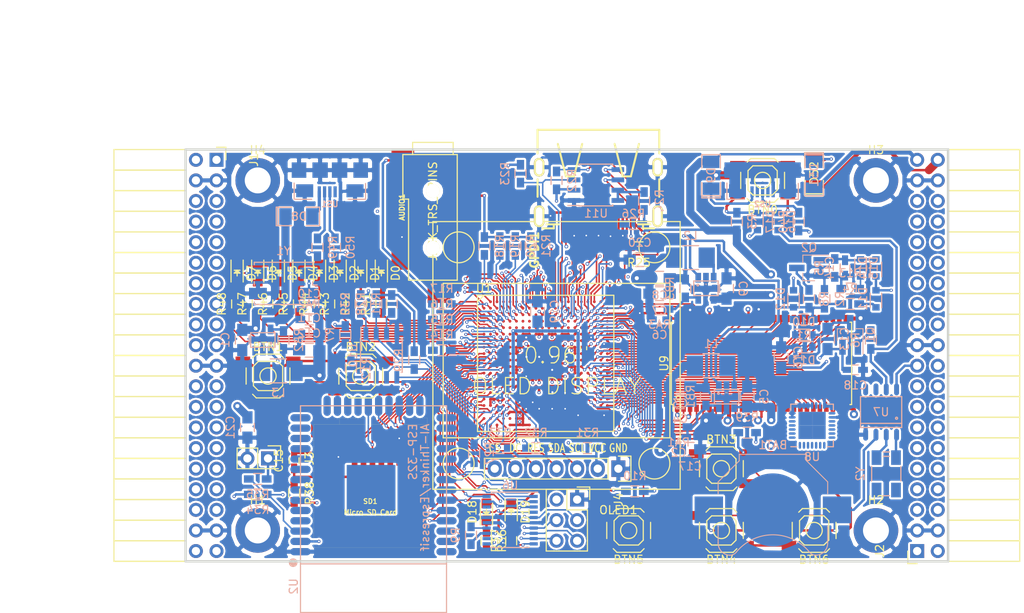
<source format=kicad_pcb>
(kicad_pcb (version 4) (host pcbnew 4.0.5+dfsg1-4)
  (layers (0 F.Cu signal) (1 In1.Cu signal) (2 In2.Cu signal) (31 B.Cu signal) (34 B.Paste user) (35 F.Paste user) (36 B.SilkS user) (37 F.SilkS user) (38 B.Mask user) (39 F.Mask user) (44 Edge.Cuts user))
  (net 0 "")
  (net 1 GND)
  (net 2 +5V)
  (net 3 /gpio/IN5V)
  (net 4 /gpio/OUT5V)
  (net 5 +3V3)
  (net 6 "Net-(L1-Pad1)")
  (net 7 "Net-(L2-Pad1)")
  (net 8 +1V2)
  (net 9 BTN_D)
  (net 10 BTN_F1)
  (net 11 BTN_F2)
  (net 12 BTN_L)
  (net 13 BTN_R)
  (net 14 BTN_U)
  (net 15 /power/FB1)
  (net 16 +2V5)
  (net 17 "Net-(L3-Pad1)")
  (net 18 /power/PWREN)
  (net 19 /power/FB3)
  (net 20 /power/FB2)
  (net 21 "Net-(D9-Pad1)")
  (net 22 /power/VBAT)
  (net 23 JTAG_TDI)
  (net 24 JTAG_TCK)
  (net 25 JTAG_TMS)
  (net 26 JTAG_TDO)
  (net 27 /power/WAKEUPn)
  (net 28 /power/WKUP)
  (net 29 /power/SHUT)
  (net 30 /power/WAKE)
  (net 31 /power/HOLD)
  (net 32 /power/WKn)
  (net 33 /power/OSCI_32k)
  (net 34 /power/OSCO_32k)
  (net 35 "Net-(Q2-Pad3)")
  (net 36 SHUTDOWN)
  (net 37 /analog/AUDIO_L)
  (net 38 /analog/AUDIO_R)
  (net 39 GPDI_5V_SCL)
  (net 40 GPDI_5V_SDA)
  (net 41 GPDI_SDA)
  (net 42 GPDI_SCL)
  (net 43 /gpdi/VREF2)
  (net 44 SD_CMD)
  (net 45 SD_CLK)
  (net 46 SD_D0)
  (net 47 SD_D1)
  (net 48 USB5V)
  (net 49 "Net-(BTN0-Pad1)")
  (net 50 GPDI_CEC)
  (net 51 nRESET)
  (net 52 FTDI_nDTR)
  (net 53 SDRAM_CKE)
  (net 54 SDRAM_A7)
  (net 55 SDRAM_D15)
  (net 56 SDRAM_BA1)
  (net 57 SDRAM_D7)
  (net 58 SDRAM_A6)
  (net 59 SDRAM_CLK)
  (net 60 SDRAM_D13)
  (net 61 SDRAM_BA0)
  (net 62 SDRAM_D6)
  (net 63 SDRAM_A5)
  (net 64 SDRAM_D14)
  (net 65 SDRAM_A11)
  (net 66 SDRAM_D12)
  (net 67 SDRAM_D5)
  (net 68 SDRAM_A4)
  (net 69 SDRAM_A10)
  (net 70 SDRAM_D11)
  (net 71 SDRAM_A3)
  (net 72 SDRAM_D4)
  (net 73 SDRAM_D10)
  (net 74 SDRAM_D9)
  (net 75 SDRAM_A9)
  (net 76 SDRAM_D3)
  (net 77 SDRAM_D8)
  (net 78 SDRAM_A8)
  (net 79 SDRAM_A2)
  (net 80 SDRAM_A1)
  (net 81 SDRAM_A0)
  (net 82 SDRAM_D2)
  (net 83 SDRAM_D1)
  (net 84 SDRAM_D0)
  (net 85 SDRAM_DQM0)
  (net 86 SDRAM_nCS)
  (net 87 SDRAM_nRAS)
  (net 88 SDRAM_DQM1)
  (net 89 SDRAM_nCAS)
  (net 90 SDRAM_nWE)
  (net 91 /flash/FLASH_nWP)
  (net 92 /flash/FLASH_nHOLD)
  (net 93 /flash/FLASH_MOSI)
  (net 94 /flash/FLASH_MISO)
  (net 95 /flash/FLASH_SCK)
  (net 96 /flash/FLASH_nCS)
  (net 97 /flash/FPGA_PROGRAMN)
  (net 98 /flash/FPGA_DONE)
  (net 99 /flash/FPGA_INITN)
  (net 100 OLED_RES)
  (net 101 OLED_DC)
  (net 102 OLED_CS)
  (net 103 WIFI_EN)
  (net 104 FTDI_nRTS)
  (net 105 FTDI_TXD)
  (net 106 FTDI_RXD)
  (net 107 WIFI_RXD)
  (net 108 WIFI_GPIO0)
  (net 109 WIFI_TXD)
  (net 110 GPDI_ETH-)
  (net 111 GPDI_ETH+)
  (net 112 GPDI_D2+)
  (net 113 GPDI_D2-)
  (net 114 GPDI_D1+)
  (net 115 GPDI_D1-)
  (net 116 GPDI_D0+)
  (net 117 GPDI_D0-)
  (net 118 GPDI_CLK+)
  (net 119 GPDI_CLK-)
  (net 120 USB_FTDI_D+)
  (net 121 USB_FTDI_D-)
  (net 122 J1_17-)
  (net 123 J1_17+)
  (net 124 J1_23-)
  (net 125 J1_23+)
  (net 126 J1_25-)
  (net 127 J1_25+)
  (net 128 J1_27-)
  (net 129 J1_27+)
  (net 130 J1_29-)
  (net 131 J1_29+)
  (net 132 J1_31-)
  (net 133 J1_31+)
  (net 134 J1_33-)
  (net 135 J1_33+)
  (net 136 J1_35-)
  (net 137 J1_35+)
  (net 138 J2_5-)
  (net 139 J2_5+)
  (net 140 J2_7-)
  (net 141 J2_7+)
  (net 142 J2_9-)
  (net 143 J2_9+)
  (net 144 J2_13-)
  (net 145 J2_13+)
  (net 146 J2_17-)
  (net 147 J2_17+)
  (net 148 J2_11-)
  (net 149 J2_11+)
  (net 150 J2_23-)
  (net 151 J2_23+)
  (net 152 J1_5-)
  (net 153 J1_5+)
  (net 154 J1_7-)
  (net 155 J1_7+)
  (net 156 J1_9-)
  (net 157 J1_9+)
  (net 158 J1_11-)
  (net 159 J1_11+)
  (net 160 J1_13-)
  (net 161 J1_13+)
  (net 162 J1_15-)
  (net 163 J1_15+)
  (net 164 J2_15-)
  (net 165 J2_15+)
  (net 166 J2_25-)
  (net 167 J2_25+)
  (net 168 J2_27-)
  (net 169 J2_27+)
  (net 170 J2_29-)
  (net 171 J2_29+)
  (net 172 J2_31-)
  (net 173 J2_31+)
  (net 174 J2_33-)
  (net 175 J2_33+)
  (net 176 J2_35-)
  (net 177 J2_35+)
  (net 178 SD_D3)
  (net 179 AUDIO_L3)
  (net 180 AUDIO_L2)
  (net 181 AUDIO_L1)
  (net 182 AUDIO_L0)
  (net 183 AUDIO_R3)
  (net 184 AUDIO_R2)
  (net 185 AUDIO_R1)
  (net 186 AUDIO_R0)
  (net 187 OLED_CLK)
  (net 188 OLED_MOSI)
  (net 189 LED0)
  (net 190 LED1)
  (net 191 LED2)
  (net 192 LED3)
  (net 193 LED4)
  (net 194 LED5)
  (net 195 LED6)
  (net 196 LED7)
  (net 197 BTN_PWRn)
  (net 198 "Net-(J3-Pad1)")
  (net 199 FTDI_nTXLED)
  (net 200 FTDI_nSLEEP)
  (net 201 /blinkey/LED_PWREN)
  (net 202 /blinkey/LED_TXLED)
  (net 203 FT3V3)
  (net 204 /sdcard/SD3V3)
  (net 205 SD_D2)
  (net 206 CLK_25MHz)
  (net 207 /blinkey/BTNPUL)
  (net 208 /blinkey/BTNPUR)
  (net 209 USB_FPGA_D+)
  (net 210 /power/FTDI_nSUSPEND)
  (net 211 /blinkey/ALED0)
  (net 212 /blinkey/ALED1)
  (net 213 /blinkey/ALED2)
  (net 214 /blinkey/ALED3)
  (net 215 /blinkey/ALED4)
  (net 216 /blinkey/ALED5)
  (net 217 /blinkey/ALED6)
  (net 218 /blinkey/ALED7)
  (net 219 /usb/FTD-)
  (net 220 /usb/FTD+)
  (module lfe5bg381:BGA-381_pitch0.8mm_dia0.4mm (layer F.Cu) (at 138.48 87.8)
    (fp_text reference U1 (at -7.6 -9.2) (layer F.SilkS))
    (fp_text value LFE5U-25F-6BG381C)
    (pad A2 smd circle (at -6.8 -7.6) (size 0.35 0.35) (layers F.Cu F.Paste F.Mask) (net 129 J1_27+))
    (pad A3 smd circle (at -6 -7.6) (size 0.35 0.35) (layers F.Cu F.Paste F.Mask) (net 183 AUDIO_R3))
    (pad A4 smd circle (at -5.2 -7.6) (size 0.35 0.35) (layers F.Cu F.Paste F.Mask) (net 127 J1_25+))
    (pad A5 smd circle (at -4.4 -7.6) (size 0.35 0.35) (layers F.Cu F.Paste F.Mask) (net 126 J1_25-))
    (pad A6 smd circle (at -3.6 -7.6) (size 0.35 0.35) (layers F.Cu F.Paste F.Mask) (net 125 J1_23+))
    (pad A7 smd circle (at -2.8 -7.6) (size 0.35 0.35) (layers F.Cu F.Paste F.Mask) (net 161 J1_13+))
    (pad A8 smd circle (at -2 -7.6) (size 0.35 0.35) (layers F.Cu F.Paste F.Mask) (net 160 J1_13-))
    (pad A9 smd circle (at -1.2 -7.6) (size 0.35 0.35) (layers F.Cu F.Paste F.Mask) (net 156 J1_9-))
    (pad A10 smd circle (at -0.4 -7.6) (size 0.35 0.35) (layers F.Cu F.Paste F.Mask) (net 155 J1_7+))
    (pad A11 smd circle (at 0.4 -7.6) (size 0.35 0.35) (layers F.Cu F.Paste F.Mask) (net 154 J1_7-))
    (pad A12 smd circle (at 1.2 -7.6) (size 0.35 0.35) (layers F.Cu F.Paste F.Mask) (net 111 GPDI_ETH+))
    (pad A13 smd circle (at 2 -7.6) (size 0.35 0.35) (layers F.Cu F.Paste F.Mask) (net 110 GPDI_ETH-))
    (pad A14 smd circle (at 2.8 -7.6) (size 0.35 0.35) (layers F.Cu F.Paste F.Mask) (net 112 GPDI_D2+))
    (pad A15 smd circle (at 3.6 -7.6) (size 0.35 0.35) (layers F.Cu F.Paste F.Mask))
    (pad A16 smd circle (at 4.4 -7.6) (size 0.35 0.35) (layers F.Cu F.Paste F.Mask) (net 114 GPDI_D1+))
    (pad A17 smd circle (at 5.2 -7.6) (size 0.35 0.35) (layers F.Cu F.Paste F.Mask) (net 116 GPDI_D0+))
    (pad A18 smd circle (at 6 -7.6) (size 0.35 0.35) (layers F.Cu F.Paste F.Mask) (net 118 GPDI_CLK+))
    (pad A19 smd circle (at 6.8 -7.6) (size 0.35 0.35) (layers F.Cu F.Paste F.Mask) (net 50 GPDI_CEC))
    (pad B1 smd circle (at -7.6 -6.8) (size 0.35 0.35) (layers F.Cu F.Paste F.Mask) (net 128 J1_27-))
    (pad B2 smd circle (at -6.8 -6.8) (size 0.35 0.35) (layers F.Cu F.Paste F.Mask) (net 189 LED0))
    (pad B3 smd circle (at -6 -6.8) (size 0.35 0.35) (layers F.Cu F.Paste F.Mask) (net 182 AUDIO_L0))
    (pad B4 smd circle (at -5.2 -6.8) (size 0.35 0.35) (layers F.Cu F.Paste F.Mask) (net 130 J1_29-))
    (pad B5 smd circle (at -4.4 -6.8) (size 0.35 0.35) (layers F.Cu F.Paste F.Mask) (net 184 AUDIO_R2))
    (pad B6 smd circle (at -3.6 -6.8) (size 0.35 0.35) (layers F.Cu F.Paste F.Mask) (net 124 J1_23-))
    (pad B7 smd circle (at -2.8 -6.8) (size 0.35 0.35) (layers F.Cu F.Paste F.Mask) (net 1 GND))
    (pad B8 smd circle (at -2 -6.8) (size 0.35 0.35) (layers F.Cu F.Paste F.Mask) (net 162 J1_15-))
    (pad B9 smd circle (at -1.2 -6.8) (size 0.35 0.35) (layers F.Cu F.Paste F.Mask) (net 159 J1_11+))
    (pad B10 smd circle (at -0.4 -6.8) (size 0.35 0.35) (layers F.Cu F.Paste F.Mask) (net 157 J1_9+))
    (pad B11 smd circle (at 0.4 -6.8) (size 0.35 0.35) (layers F.Cu F.Paste F.Mask) (net 153 J1_5+))
    (pad B12 smd circle (at 1.2 -6.8) (size 0.35 0.35) (layers F.Cu F.Paste F.Mask))
    (pad B13 smd circle (at 2 -6.8) (size 0.35 0.35) (layers F.Cu F.Paste F.Mask) (net 175 J2_33+))
    (pad B14 smd circle (at 2.8 -6.8) (size 0.35 0.35) (layers F.Cu F.Paste F.Mask) (net 1 GND))
    (pad B15 smd circle (at 3.6 -6.8) (size 0.35 0.35) (layers F.Cu F.Paste F.Mask) (net 173 J2_31+))
    (pad B16 smd circle (at 4.4 -6.8) (size 0.35 0.35) (layers F.Cu F.Paste F.Mask) (net 115 GPDI_D1-))
    (pad B17 smd circle (at 5.2 -6.8) (size 0.35 0.35) (layers F.Cu F.Paste F.Mask) (net 169 J2_27+))
    (pad B18 smd circle (at 6 -6.8) (size 0.35 0.35) (layers F.Cu F.Paste F.Mask) (net 117 GPDI_D0-))
    (pad B19 smd circle (at 6.8 -6.8) (size 0.35 0.35) (layers F.Cu F.Paste F.Mask) (net 119 GPDI_CLK-))
    (pad B20 smd circle (at 7.6 -6.8) (size 0.35 0.35) (layers F.Cu F.Paste F.Mask) (net 41 GPDI_SDA))
    (pad C1 smd circle (at -7.6 -6) (size 0.35 0.35) (layers F.Cu F.Paste F.Mask) (net 191 LED2))
    (pad C2 smd circle (at -6.8 -6) (size 0.35 0.35) (layers F.Cu F.Paste F.Mask) (net 190 LED1))
    (pad C3 smd circle (at -6 -6) (size 0.35 0.35) (layers F.Cu F.Paste F.Mask) (net 181 AUDIO_L1))
    (pad C4 smd circle (at -5.2 -6) (size 0.35 0.35) (layers F.Cu F.Paste F.Mask) (net 131 J1_29+))
    (pad C5 smd circle (at -4.4 -6) (size 0.35 0.35) (layers F.Cu F.Paste F.Mask) (net 186 AUDIO_R0))
    (pad C6 smd circle (at -3.6 -6) (size 0.35 0.35) (layers F.Cu F.Paste F.Mask) (net 123 J1_17+))
    (pad C7 smd circle (at -2.8 -6) (size 0.35 0.35) (layers F.Cu F.Paste F.Mask) (net 122 J1_17-))
    (pad C8 smd circle (at -2 -6) (size 0.35 0.35) (layers F.Cu F.Paste F.Mask) (net 163 J1_15+))
    (pad C9 smd circle (at -1.2 -6) (size 0.35 0.35) (layers F.Cu F.Paste F.Mask))
    (pad C10 smd circle (at -0.4 -6) (size 0.35 0.35) (layers F.Cu F.Paste F.Mask) (net 158 J1_11-))
    (pad C11 smd circle (at 0.4 -6) (size 0.35 0.35) (layers F.Cu F.Paste F.Mask) (net 152 J1_5-))
    (pad C12 smd circle (at 1.2 -6) (size 0.35 0.35) (layers F.Cu F.Paste F.Mask) (net 42 GPDI_SCL))
    (pad C13 smd circle (at 2 -6) (size 0.35 0.35) (layers F.Cu F.Paste F.Mask) (net 174 J2_33-))
    (pad C14 smd circle (at 2.8 -6) (size 0.35 0.35) (layers F.Cu F.Paste F.Mask) (net 113 GPDI_D2-))
    (pad C15 smd circle (at 3.6 -6) (size 0.35 0.35) (layers F.Cu F.Paste F.Mask) (net 172 J2_31-))
    (pad C16 smd circle (at 4.4 -6) (size 0.35 0.35) (layers F.Cu F.Paste F.Mask) (net 171 J2_29+))
    (pad C17 smd circle (at 5.2 -6) (size 0.35 0.35) (layers F.Cu F.Paste F.Mask) (net 168 J2_27-))
    (pad C18 smd circle (at 6 -6) (size 0.35 0.35) (layers F.Cu F.Paste F.Mask) (net 151 J2_23+))
    (pad C19 smd circle (at 6.8 -6) (size 0.35 0.35) (layers F.Cu F.Paste F.Mask) (net 1 GND))
    (pad C20 smd circle (at 7.6 -6) (size 0.35 0.35) (layers F.Cu F.Paste F.Mask) (net 64 SDRAM_D14))
    (pad D1 smd circle (at -7.6 -5.2) (size 0.35 0.35) (layers F.Cu F.Paste F.Mask) (net 193 LED4))
    (pad D2 smd circle (at -6.8 -5.2) (size 0.35 0.35) (layers F.Cu F.Paste F.Mask) (net 192 LED3))
    (pad D3 smd circle (at -6 -5.2) (size 0.35 0.35) (layers F.Cu F.Paste F.Mask) (net 180 AUDIO_L2))
    (pad D4 smd circle (at -5.2 -5.2) (size 0.35 0.35) (layers F.Cu F.Paste F.Mask) (net 1 GND))
    (pad D5 smd circle (at -4.4 -5.2) (size 0.35 0.35) (layers F.Cu F.Paste F.Mask) (net 185 AUDIO_R1))
    (pad D6 smd circle (at -3.6 -5.2) (size 0.35 0.35) (layers F.Cu F.Paste F.Mask) (net 197 BTN_PWRn))
    (pad D7 smd circle (at -2.8 -5.2) (size 0.35 0.35) (layers F.Cu F.Paste F.Mask))
    (pad D8 smd circle (at -2 -5.2) (size 0.35 0.35) (layers F.Cu F.Paste F.Mask))
    (pad D9 smd circle (at -1.2 -5.2) (size 0.35 0.35) (layers F.Cu F.Paste F.Mask))
    (pad D10 smd circle (at -0.4 -5.2) (size 0.35 0.35) (layers F.Cu F.Paste F.Mask))
    (pad D11 smd circle (at 0.4 -5.2) (size 0.35 0.35) (layers F.Cu F.Paste F.Mask))
    (pad D12 smd circle (at 1.2 -5.2) (size 0.35 0.35) (layers F.Cu F.Paste F.Mask))
    (pad D13 smd circle (at 2 -5.2) (size 0.35 0.35) (layers F.Cu F.Paste F.Mask) (net 177 J2_35+))
    (pad D14 smd circle (at 2.8 -5.2) (size 0.35 0.35) (layers F.Cu F.Paste F.Mask))
    (pad D15 smd circle (at 3.6 -5.2) (size 0.35 0.35) (layers F.Cu F.Paste F.Mask) (net 167 J2_25+))
    (pad D16 smd circle (at 4.4 -5.2) (size 0.35 0.35) (layers F.Cu F.Paste F.Mask) (net 170 J2_29-))
    (pad D17 smd circle (at 5.2 -5.2) (size 0.35 0.35) (layers F.Cu F.Paste F.Mask) (net 150 J2_23-))
    (pad D18 smd circle (at 6 -5.2) (size 0.35 0.35) (layers F.Cu F.Paste F.Mask) (net 147 J2_17+))
    (pad D19 smd circle (at 6.8 -5.2) (size 0.35 0.35) (layers F.Cu F.Paste F.Mask) (net 55 SDRAM_D15))
    (pad D20 smd circle (at 7.6 -5.2) (size 0.35 0.35) (layers F.Cu F.Paste F.Mask) (net 60 SDRAM_D13))
    (pad E1 smd circle (at -7.6 -4.4) (size 0.35 0.35) (layers F.Cu F.Paste F.Mask) (net 195 LED6))
    (pad E2 smd circle (at -6.8 -4.4) (size 0.35 0.35) (layers F.Cu F.Paste F.Mask) (net 194 LED5))
    (pad E3 smd circle (at -6 -4.4) (size 0.35 0.35) (layers F.Cu F.Paste F.Mask) (net 132 J1_31-))
    (pad E4 smd circle (at -5.2 -4.4) (size 0.35 0.35) (layers F.Cu F.Paste F.Mask) (net 179 AUDIO_L3))
    (pad E5 smd circle (at -4.4 -4.4) (size 0.35 0.35) (layers F.Cu F.Paste F.Mask))
    (pad E6 smd circle (at -3.6 -4.4) (size 0.35 0.35) (layers F.Cu F.Paste F.Mask))
    (pad E7 smd circle (at -2.8 -4.4) (size 0.35 0.35) (layers F.Cu F.Paste F.Mask))
    (pad E8 smd circle (at -2 -4.4) (size 0.35 0.35) (layers F.Cu F.Paste F.Mask))
    (pad E9 smd circle (at -1.2 -4.4) (size 0.35 0.35) (layers F.Cu F.Paste F.Mask))
    (pad E10 smd circle (at -0.4 -4.4) (size 0.35 0.35) (layers F.Cu F.Paste F.Mask))
    (pad E11 smd circle (at 0.4 -4.4) (size 0.35 0.35) (layers F.Cu F.Paste F.Mask))
    (pad E12 smd circle (at 1.2 -4.4) (size 0.35 0.35) (layers F.Cu F.Paste F.Mask))
    (pad E13 smd circle (at 2 -4.4) (size 0.35 0.35) (layers F.Cu F.Paste F.Mask) (net 176 J2_35-))
    (pad E14 smd circle (at 2.8 -4.4) (size 0.35 0.35) (layers F.Cu F.Paste F.Mask))
    (pad E15 smd circle (at 3.6 -4.4) (size 0.35 0.35) (layers F.Cu F.Paste F.Mask) (net 166 J2_25-))
    (pad E16 smd circle (at 4.4 -4.4) (size 0.35 0.35) (layers F.Cu F.Paste F.Mask))
    (pad E17 smd circle (at 5.2 -4.4) (size 0.35 0.35) (layers F.Cu F.Paste F.Mask) (net 146 J2_17-))
    (pad E18 smd circle (at 6 -4.4) (size 0.35 0.35) (layers F.Cu F.Paste F.Mask) (net 72 SDRAM_D4))
    (pad E19 smd circle (at 6.8 -4.4) (size 0.35 0.35) (layers F.Cu F.Paste F.Mask) (net 66 SDRAM_D12))
    (pad E20 smd circle (at 7.6 -4.4) (size 0.35 0.35) (layers F.Cu F.Paste F.Mask) (net 70 SDRAM_D11))
    (pad F1 smd circle (at -7.6 -3.6) (size 0.35 0.35) (layers F.Cu F.Paste F.Mask) (net 103 WIFI_EN))
    (pad F2 smd circle (at -6.8 -3.6) (size 0.35 0.35) (layers F.Cu F.Paste F.Mask))
    (pad F3 smd circle (at -6 -3.6) (size 0.35 0.35) (layers F.Cu F.Paste F.Mask) (net 134 J1_33-))
    (pad F4 smd circle (at -5.2 -3.6) (size 0.35 0.35) (layers F.Cu F.Paste F.Mask) (net 133 J1_31+))
    (pad F5 smd circle (at -4.4 -3.6) (size 0.35 0.35) (layers F.Cu F.Paste F.Mask))
    (pad F6 smd circle (at -3.6 -3.6) (size 0.35 0.35) (layers F.Cu F.Paste F.Mask) (net 16 +2V5))
    (pad F7 smd circle (at -2.8 -3.6) (size 0.35 0.35) (layers F.Cu F.Paste F.Mask) (net 1 GND))
    (pad F8 smd circle (at -2 -3.6) (size 0.35 0.35) (layers F.Cu F.Paste F.Mask) (net 1 GND))
    (pad F9 smd circle (at -1.2 -3.6) (size 0.35 0.35) (layers F.Cu F.Paste F.Mask) (net 5 +3V3))
    (pad F10 smd circle (at -0.4 -3.6) (size 0.35 0.35) (layers F.Cu F.Paste F.Mask) (net 5 +3V3))
    (pad F11 smd circle (at 0.4 -3.6) (size 0.35 0.35) (layers F.Cu F.Paste F.Mask) (net 5 +3V3))
    (pad F12 smd circle (at 1.2 -3.6) (size 0.35 0.35) (layers F.Cu F.Paste F.Mask) (net 5 +3V3))
    (pad F13 smd circle (at 2 -3.6) (size 0.35 0.35) (layers F.Cu F.Paste F.Mask) (net 1 GND))
    (pad F14 smd circle (at 2.8 -3.6) (size 0.35 0.35) (layers F.Cu F.Paste F.Mask) (net 1 GND))
    (pad F15 smd circle (at 3.6 -3.6) (size 0.35 0.35) (layers F.Cu F.Paste F.Mask) (net 16 +2V5))
    (pad F16 smd circle (at 4.4 -3.6) (size 0.35 0.35) (layers F.Cu F.Paste F.Mask))
    (pad F17 smd circle (at 5.2 -3.6) (size 0.35 0.35) (layers F.Cu F.Paste F.Mask) (net 165 J2_15+))
    (pad F18 smd circle (at 6 -3.6) (size 0.35 0.35) (layers F.Cu F.Paste F.Mask) (net 67 SDRAM_D5))
    (pad F19 smd circle (at 6.8 -3.6) (size 0.35 0.35) (layers F.Cu F.Paste F.Mask) (net 73 SDRAM_D10))
    (pad F20 smd circle (at 7.6 -3.6) (size 0.35 0.35) (layers F.Cu F.Paste F.Mask) (net 74 SDRAM_D9))
    (pad G1 smd circle (at -7.6 -2.8) (size 0.35 0.35) (layers F.Cu F.Paste F.Mask))
    (pad G2 smd circle (at -6.8 -2.8) (size 0.35 0.35) (layers F.Cu F.Paste F.Mask) (net 206 CLK_25MHz))
    (pad G3 smd circle (at -6 -2.8) (size 0.35 0.35) (layers F.Cu F.Paste F.Mask) (net 135 J1_33+))
    (pad G4 smd circle (at -5.2 -2.8) (size 0.35 0.35) (layers F.Cu F.Paste F.Mask) (net 1 GND))
    (pad G5 smd circle (at -4.4 -2.8) (size 0.35 0.35) (layers F.Cu F.Paste F.Mask) (net 136 J1_35-))
    (pad G6 smd circle (at -3.6 -2.8) (size 0.35 0.35) (layers F.Cu F.Paste F.Mask) (net 1 GND))
    (pad G7 smd circle (at -2.8 -2.8) (size 0.35 0.35) (layers F.Cu F.Paste F.Mask) (net 1 GND))
    (pad G8 smd circle (at -2 -2.8) (size 0.35 0.35) (layers F.Cu F.Paste F.Mask) (net 1 GND))
    (pad G9 smd circle (at -1.2 -2.8) (size 0.35 0.35) (layers F.Cu F.Paste F.Mask) (net 1 GND))
    (pad G10 smd circle (at -0.4 -2.8) (size 0.35 0.35) (layers F.Cu F.Paste F.Mask) (net 1 GND))
    (pad G11 smd circle (at 0.4 -2.8) (size 0.35 0.35) (layers F.Cu F.Paste F.Mask) (net 1 GND))
    (pad G12 smd circle (at 1.2 -2.8) (size 0.35 0.35) (layers F.Cu F.Paste F.Mask) (net 1 GND))
    (pad G13 smd circle (at 2 -2.8) (size 0.35 0.35) (layers F.Cu F.Paste F.Mask) (net 1 GND))
    (pad G14 smd circle (at 2.8 -2.8) (size 0.35 0.35) (layers F.Cu F.Paste F.Mask) (net 1 GND))
    (pad G15 smd circle (at 3.6 -2.8) (size 0.35 0.35) (layers F.Cu F.Paste F.Mask) (net 1 GND))
    (pad G16 smd circle (at 4.4 -2.8) (size 0.35 0.35) (layers F.Cu F.Paste F.Mask))
    (pad G17 smd circle (at 5.2 -2.8) (size 0.35 0.35) (layers F.Cu F.Paste F.Mask) (net 1 GND))
    (pad G18 smd circle (at 6 -2.8) (size 0.35 0.35) (layers F.Cu F.Paste F.Mask) (net 164 J2_15-))
    (pad G19 smd circle (at 6.8 -2.8) (size 0.35 0.35) (layers F.Cu F.Paste F.Mask) (net 77 SDRAM_D8))
    (pad G20 smd circle (at 7.6 -2.8) (size 0.35 0.35) (layers F.Cu F.Paste F.Mask) (net 88 SDRAM_DQM1))
    (pad H1 smd circle (at -7.6 -2) (size 0.35 0.35) (layers F.Cu F.Paste F.Mask) (net 178 SD_D3))
    (pad H2 smd circle (at -6.8 -2) (size 0.35 0.35) (layers F.Cu F.Paste F.Mask) (net 205 SD_D2))
    (pad H3 smd circle (at -6 -2) (size 0.35 0.35) (layers F.Cu F.Paste F.Mask) (net 196 LED7))
    (pad H4 smd circle (at -5.2 -2) (size 0.35 0.35) (layers F.Cu F.Paste F.Mask) (net 137 J1_35+))
    (pad H5 smd circle (at -4.4 -2) (size 0.35 0.35) (layers F.Cu F.Paste F.Mask))
    (pad H6 smd circle (at -3.6 -2) (size 0.35 0.35) (layers F.Cu F.Paste F.Mask) (net 5 +3V3))
    (pad H7 smd circle (at -2.8 -2) (size 0.35 0.35) (layers F.Cu F.Paste F.Mask) (net 5 +3V3))
    (pad H8 smd circle (at -2 -2) (size 0.35 0.35) (layers F.Cu F.Paste F.Mask) (net 8 +1V2))
    (pad H9 smd circle (at -1.2 -2) (size 0.35 0.35) (layers F.Cu F.Paste F.Mask) (net 8 +1V2))
    (pad H10 smd circle (at -0.4 -2) (size 0.35 0.35) (layers F.Cu F.Paste F.Mask) (net 8 +1V2))
    (pad H11 smd circle (at 0.4 -2) (size 0.35 0.35) (layers F.Cu F.Paste F.Mask) (net 8 +1V2))
    (pad H12 smd circle (at 1.2 -2) (size 0.35 0.35) (layers F.Cu F.Paste F.Mask) (net 8 +1V2))
    (pad H13 smd circle (at 2 -2) (size 0.35 0.35) (layers F.Cu F.Paste F.Mask) (net 8 +1V2))
    (pad H14 smd circle (at 2.8 -2) (size 0.35 0.35) (layers F.Cu F.Paste F.Mask) (net 5 +3V3))
    (pad H15 smd circle (at 3.6 -2) (size 0.35 0.35) (layers F.Cu F.Paste F.Mask) (net 5 +3V3))
    (pad H16 smd circle (at 4.4 -2) (size 0.35 0.35) (layers F.Cu F.Paste F.Mask))
    (pad H17 smd circle (at 5.2 -2) (size 0.35 0.35) (layers F.Cu F.Paste F.Mask) (net 144 J2_13-))
    (pad H18 smd circle (at 6 -2) (size 0.35 0.35) (layers F.Cu F.Paste F.Mask) (net 145 J2_13+))
    (pad H19 smd circle (at 6.8 -2) (size 0.35 0.35) (layers F.Cu F.Paste F.Mask) (net 1 GND))
    (pad H20 smd circle (at 7.6 -2) (size 0.35 0.35) (layers F.Cu F.Paste F.Mask) (net 59 SDRAM_CLK))
    (pad J1 smd circle (at -7.6 -1.2) (size 0.35 0.35) (layers F.Cu F.Paste F.Mask) (net 45 SD_CLK))
    (pad J2 smd circle (at -6.8 -1.2) (size 0.35 0.35) (layers F.Cu F.Paste F.Mask) (net 1 GND))
    (pad J3 smd circle (at -6 -1.2) (size 0.35 0.35) (layers F.Cu F.Paste F.Mask) (net 44 SD_CMD))
    (pad J4 smd circle (at -5.2 -1.2) (size 0.35 0.35) (layers F.Cu F.Paste F.Mask))
    (pad J5 smd circle (at -4.4 -1.2) (size 0.35 0.35) (layers F.Cu F.Paste F.Mask))
    (pad J6 smd circle (at -3.6 -1.2) (size 0.35 0.35) (layers F.Cu F.Paste F.Mask) (net 5 +3V3))
    (pad J7 smd circle (at -2.8 -1.2) (size 0.35 0.35) (layers F.Cu F.Paste F.Mask) (net 1 GND))
    (pad J8 smd circle (at -2 -1.2) (size 0.35 0.35) (layers F.Cu F.Paste F.Mask) (net 8 +1V2))
    (pad J9 smd circle (at -1.2 -1.2) (size 0.35 0.35) (layers F.Cu F.Paste F.Mask) (net 1 GND))
    (pad J10 smd circle (at -0.4 -1.2) (size 0.35 0.35) (layers F.Cu F.Paste F.Mask) (net 1 GND))
    (pad J11 smd circle (at 0.4 -1.2) (size 0.35 0.35) (layers F.Cu F.Paste F.Mask) (net 1 GND))
    (pad J12 smd circle (at 1.2 -1.2) (size 0.35 0.35) (layers F.Cu F.Paste F.Mask) (net 1 GND))
    (pad J13 smd circle (at 2 -1.2) (size 0.35 0.35) (layers F.Cu F.Paste F.Mask) (net 8 +1V2))
    (pad J14 smd circle (at 2.8 -1.2) (size 0.35 0.35) (layers F.Cu F.Paste F.Mask) (net 1 GND))
    (pad J15 smd circle (at 3.6 -1.2) (size 0.35 0.35) (layers F.Cu F.Paste F.Mask) (net 5 +3V3))
    (pad J16 smd circle (at 4.4 -1.2) (size 0.35 0.35) (layers F.Cu F.Paste F.Mask))
    (pad J17 smd circle (at 5.2 -1.2) (size 0.35 0.35) (layers F.Cu F.Paste F.Mask))
    (pad J18 smd circle (at 6 -1.2) (size 0.35 0.35) (layers F.Cu F.Paste F.Mask) (net 76 SDRAM_D3))
    (pad J19 smd circle (at 6.8 -1.2) (size 0.35 0.35) (layers F.Cu F.Paste F.Mask) (net 53 SDRAM_CKE))
    (pad J20 smd circle (at 7.6 -1.2) (size 0.35 0.35) (layers F.Cu F.Paste F.Mask) (net 65 SDRAM_A11))
    (pad K1 smd circle (at -7.6 -0.4) (size 0.35 0.35) (layers F.Cu F.Paste F.Mask) (net 47 SD_D1))
    (pad K2 smd circle (at -6.8 -0.4) (size 0.35 0.35) (layers F.Cu F.Paste F.Mask) (net 46 SD_D0))
    (pad K3 smd circle (at -6 -0.4) (size 0.35 0.35) (layers F.Cu F.Paste F.Mask) (net 107 WIFI_RXD))
    (pad K4 smd circle (at -5.2 -0.4) (size 0.35 0.35) (layers F.Cu F.Paste F.Mask) (net 109 WIFI_TXD))
    (pad K5 smd circle (at -4.4 -0.4) (size 0.35 0.35) (layers F.Cu F.Paste F.Mask))
    (pad K6 smd circle (at -3.6 -0.4) (size 0.35 0.35) (layers F.Cu F.Paste F.Mask) (net 1 GND))
    (pad K7 smd circle (at -2.8 -0.4) (size 0.35 0.35) (layers F.Cu F.Paste F.Mask) (net 1 GND))
    (pad K8 smd circle (at -2 -0.4) (size 0.35 0.35) (layers F.Cu F.Paste F.Mask) (net 8 +1V2))
    (pad K9 smd circle (at -1.2 -0.4) (size 0.35 0.35) (layers F.Cu F.Paste F.Mask) (net 1 GND))
    (pad K10 smd circle (at -0.4 -0.4) (size 0.35 0.35) (layers F.Cu F.Paste F.Mask) (net 1 GND))
    (pad K11 smd circle (at 0.4 -0.4) (size 0.35 0.35) (layers F.Cu F.Paste F.Mask) (net 1 GND))
    (pad K12 smd circle (at 1.2 -0.4) (size 0.35 0.35) (layers F.Cu F.Paste F.Mask) (net 1 GND))
    (pad K13 smd circle (at 2 -0.4) (size 0.35 0.35) (layers F.Cu F.Paste F.Mask) (net 8 +1V2))
    (pad K14 smd circle (at 2.8 -0.4) (size 0.35 0.35) (layers F.Cu F.Paste F.Mask) (net 1 GND))
    (pad K15 smd circle (at 3.6 -0.4) (size 0.35 0.35) (layers F.Cu F.Paste F.Mask) (net 1 GND))
    (pad K16 smd circle (at 4.4 -0.4) (size 0.35 0.35) (layers F.Cu F.Paste F.Mask))
    (pad K17 smd circle (at 5.2 -0.4) (size 0.35 0.35) (layers F.Cu F.Paste F.Mask))
    (pad K18 smd circle (at 6 -0.4) (size 0.35 0.35) (layers F.Cu F.Paste F.Mask) (net 82 SDRAM_D2))
    (pad K19 smd circle (at 6.8 -0.4) (size 0.35 0.35) (layers F.Cu F.Paste F.Mask) (net 75 SDRAM_A9))
    (pad K20 smd circle (at 7.6 -0.4) (size 0.35 0.35) (layers F.Cu F.Paste F.Mask) (net 78 SDRAM_A8))
    (pad L1 smd circle (at -7.6 0.4) (size 0.35 0.35) (layers F.Cu F.Paste F.Mask))
    (pad L2 smd circle (at -6.8 0.4) (size 0.35 0.35) (layers F.Cu F.Paste F.Mask) (net 108 WIFI_GPIO0))
    (pad L3 smd circle (at -6 0.4) (size 0.35 0.35) (layers F.Cu F.Paste F.Mask))
    (pad L4 smd circle (at -5.2 0.4) (size 0.35 0.35) (layers F.Cu F.Paste F.Mask) (net 106 FTDI_RXD))
    (pad L5 smd circle (at -4.4 0.4) (size 0.35 0.35) (layers F.Cu F.Paste F.Mask))
    (pad L6 smd circle (at -3.6 0.4) (size 0.35 0.35) (layers F.Cu F.Paste F.Mask) (net 5 +3V3))
    (pad L7 smd circle (at -2.8 0.4) (size 0.35 0.35) (layers F.Cu F.Paste F.Mask) (net 5 +3V3))
    (pad L8 smd circle (at -2 0.4) (size 0.35 0.35) (layers F.Cu F.Paste F.Mask) (net 8 +1V2))
    (pad L9 smd circle (at -1.2 0.4) (size 0.35 0.35) (layers F.Cu F.Paste F.Mask) (net 1 GND))
    (pad L10 smd circle (at -0.4 0.4) (size 0.35 0.35) (layers F.Cu F.Paste F.Mask) (net 1 GND))
    (pad L11 smd circle (at 0.4 0.4) (size 0.35 0.35) (layers F.Cu F.Paste F.Mask) (net 1 GND))
    (pad L12 smd circle (at 1.2 0.4) (size 0.35 0.35) (layers F.Cu F.Paste F.Mask) (net 1 GND))
    (pad L13 smd circle (at 2 0.4) (size 0.35 0.35) (layers F.Cu F.Paste F.Mask) (net 8 +1V2))
    (pad L14 smd circle (at 2.8 0.4) (size 0.35 0.35) (layers F.Cu F.Paste F.Mask) (net 5 +3V3))
    (pad L15 smd circle (at 3.6 0.4) (size 0.35 0.35) (layers F.Cu F.Paste F.Mask) (net 5 +3V3))
    (pad L16 smd circle (at 4.4 0.4) (size 0.35 0.35) (layers F.Cu F.Paste F.Mask) (net 149 J2_11+))
    (pad L17 smd circle (at 5.2 0.4) (size 0.35 0.35) (layers F.Cu F.Paste F.Mask) (net 148 J2_11-))
    (pad L18 smd circle (at 6 0.4) (size 0.35 0.35) (layers F.Cu F.Paste F.Mask) (net 83 SDRAM_D1))
    (pad L19 smd circle (at 6.8 0.4) (size 0.35 0.35) (layers F.Cu F.Paste F.Mask) (net 54 SDRAM_A7))
    (pad L20 smd circle (at 7.6 0.4) (size 0.35 0.35) (layers F.Cu F.Paste F.Mask) (net 58 SDRAM_A6))
    (pad M1 smd circle (at -7.6 1.2) (size 0.35 0.35) (layers F.Cu F.Paste F.Mask) (net 105 FTDI_TXD))
    (pad M2 smd circle (at -6.8 1.2) (size 0.35 0.35) (layers F.Cu F.Paste F.Mask) (net 1 GND))
    (pad M3 smd circle (at -6 1.2) (size 0.35 0.35) (layers F.Cu F.Paste F.Mask) (net 104 FTDI_nRTS))
    (pad M4 smd circle (at -5.2 1.2) (size 0.35 0.35) (layers F.Cu F.Paste F.Mask))
    (pad M5 smd circle (at -4.4 1.2) (size 0.35 0.35) (layers F.Cu F.Paste F.Mask))
    (pad M6 smd circle (at -3.6 1.2) (size 0.35 0.35) (layers F.Cu F.Paste F.Mask) (net 5 +3V3))
    (pad M7 smd circle (at -2.8 1.2) (size 0.35 0.35) (layers F.Cu F.Paste F.Mask) (net 1 GND))
    (pad M8 smd circle (at -2 1.2) (size 0.35 0.35) (layers F.Cu F.Paste F.Mask) (net 8 +1V2))
    (pad M9 smd circle (at -1.2 1.2) (size 0.35 0.35) (layers F.Cu F.Paste F.Mask) (net 1 GND))
    (pad M10 smd circle (at -0.4 1.2) (size 0.35 0.35) (layers F.Cu F.Paste F.Mask) (net 1 GND))
    (pad M11 smd circle (at 0.4 1.2) (size 0.35 0.35) (layers F.Cu F.Paste F.Mask) (net 1 GND))
    (pad M12 smd circle (at 1.2 1.2) (size 0.35 0.35) (layers F.Cu F.Paste F.Mask) (net 1 GND))
    (pad M13 smd circle (at 2 1.2) (size 0.35 0.35) (layers F.Cu F.Paste F.Mask) (net 8 +1V2))
    (pad M14 smd circle (at 2.8 1.2) (size 0.35 0.35) (layers F.Cu F.Paste F.Mask) (net 1 GND))
    (pad M15 smd circle (at 3.6 1.2) (size 0.35 0.35) (layers F.Cu F.Paste F.Mask) (net 5 +3V3))
    (pad M16 smd circle (at 4.4 1.2) (size 0.35 0.35) (layers F.Cu F.Paste F.Mask) (net 1 GND))
    (pad M17 smd circle (at 5.2 1.2) (size 0.35 0.35) (layers F.Cu F.Paste F.Mask) (net 142 J2_9-))
    (pad M18 smd circle (at 6 1.2) (size 0.35 0.35) (layers F.Cu F.Paste F.Mask) (net 84 SDRAM_D0))
    (pad M19 smd circle (at 6.8 1.2) (size 0.35 0.35) (layers F.Cu F.Paste F.Mask) (net 63 SDRAM_A5))
    (pad M20 smd circle (at 7.6 1.2) (size 0.35 0.35) (layers F.Cu F.Paste F.Mask) (net 68 SDRAM_A4))
    (pad N1 smd circle (at -7.6 2) (size 0.35 0.35) (layers F.Cu F.Paste F.Mask) (net 52 FTDI_nDTR))
    (pad N2 smd circle (at -6.8 2) (size 0.35 0.35) (layers F.Cu F.Paste F.Mask) (net 102 OLED_CS))
    (pad N3 smd circle (at -6 2) (size 0.35 0.35) (layers F.Cu F.Paste F.Mask))
    (pad N4 smd circle (at -5.2 2) (size 0.35 0.35) (layers F.Cu F.Paste F.Mask))
    (pad N5 smd circle (at -4.4 2) (size 0.35 0.35) (layers F.Cu F.Paste F.Mask))
    (pad N6 smd circle (at -3.6 2) (size 0.35 0.35) (layers F.Cu F.Paste F.Mask) (net 1 GND))
    (pad N7 smd circle (at -2.8 2) (size 0.35 0.35) (layers F.Cu F.Paste F.Mask) (net 1 GND))
    (pad N8 smd circle (at -2 2) (size 0.35 0.35) (layers F.Cu F.Paste F.Mask) (net 8 +1V2))
    (pad N9 smd circle (at -1.2 2) (size 0.35 0.35) (layers F.Cu F.Paste F.Mask) (net 8 +1V2))
    (pad N10 smd circle (at -0.4 2) (size 0.35 0.35) (layers F.Cu F.Paste F.Mask) (net 8 +1V2))
    (pad N11 smd circle (at 0.4 2) (size 0.35 0.35) (layers F.Cu F.Paste F.Mask) (net 8 +1V2))
    (pad N12 smd circle (at 1.2 2) (size 0.35 0.35) (layers F.Cu F.Paste F.Mask) (net 8 +1V2))
    (pad N13 smd circle (at 2 2) (size 0.35 0.35) (layers F.Cu F.Paste F.Mask) (net 8 +1V2))
    (pad N14 smd circle (at 2.8 2) (size 0.35 0.35) (layers F.Cu F.Paste F.Mask) (net 1 GND))
    (pad N15 smd circle (at 3.6 2) (size 0.35 0.35) (layers F.Cu F.Paste F.Mask) (net 1 GND))
    (pad N16 smd circle (at 4.4 2) (size 0.35 0.35) (layers F.Cu F.Paste F.Mask) (net 143 J2_9+))
    (pad N17 smd circle (at 5.2 2) (size 0.35 0.35) (layers F.Cu F.Paste F.Mask) (net 141 J2_7+))
    (pad N18 smd circle (at 6 2) (size 0.35 0.35) (layers F.Cu F.Paste F.Mask) (net 62 SDRAM_D6))
    (pad N19 smd circle (at 6.8 2) (size 0.35 0.35) (layers F.Cu F.Paste F.Mask) (net 71 SDRAM_A3))
    (pad N20 smd circle (at 7.6 2) (size 0.35 0.35) (layers F.Cu F.Paste F.Mask) (net 79 SDRAM_A2))
    (pad P1 smd circle (at -7.6 2.8) (size 0.35 0.35) (layers F.Cu F.Paste F.Mask) (net 101 OLED_DC))
    (pad P2 smd circle (at -6.8 2.8) (size 0.35 0.35) (layers F.Cu F.Paste F.Mask) (net 100 OLED_RES))
    (pad P3 smd circle (at -6 2.8) (size 0.35 0.35) (layers F.Cu F.Paste F.Mask) (net 188 OLED_MOSI))
    (pad P4 smd circle (at -5.2 2.8) (size 0.35 0.35) (layers F.Cu F.Paste F.Mask) (net 187 OLED_CLK))
    (pad P5 smd circle (at -4.4 2.8) (size 0.35 0.35) (layers F.Cu F.Paste F.Mask))
    (pad P6 smd circle (at -3.6 2.8) (size 0.35 0.35) (layers F.Cu F.Paste F.Mask) (net 16 +2V5))
    (pad P7 smd circle (at -2.8 2.8) (size 0.35 0.35) (layers F.Cu F.Paste F.Mask) (net 1 GND))
    (pad P8 smd circle (at -2 2.8) (size 0.35 0.35) (layers F.Cu F.Paste F.Mask) (net 1 GND))
    (pad P9 smd circle (at -1.2 2.8) (size 0.35 0.35) (layers F.Cu F.Paste F.Mask) (net 5 +3V3))
    (pad P10 smd circle (at -0.4 2.8) (size 0.35 0.35) (layers F.Cu F.Paste F.Mask) (net 5 +3V3))
    (pad P11 smd circle (at 0.4 2.8) (size 0.35 0.35) (layers F.Cu F.Paste F.Mask) (net 1 GND))
    (pad P12 smd circle (at 1.2 2.8) (size 0.35 0.35) (layers F.Cu F.Paste F.Mask) (net 1 GND))
    (pad P13 smd circle (at 2 2.8) (size 0.35 0.35) (layers F.Cu F.Paste F.Mask) (net 1 GND))
    (pad P14 smd circle (at 2.8 2.8) (size 0.35 0.35) (layers F.Cu F.Paste F.Mask) (net 1 GND))
    (pad P15 smd circle (at 3.6 2.8) (size 0.35 0.35) (layers F.Cu F.Paste F.Mask) (net 16 +2V5))
    (pad P16 smd circle (at 4.4 2.8) (size 0.35 0.35) (layers F.Cu F.Paste F.Mask) (net 140 J2_7-))
    (pad P17 smd circle (at 5.2 2.8) (size 0.35 0.35) (layers F.Cu F.Paste F.Mask))
    (pad P18 smd circle (at 6 2.8) (size 0.35 0.35) (layers F.Cu F.Paste F.Mask) (net 57 SDRAM_D7))
    (pad P19 smd circle (at 6.8 2.8) (size 0.35 0.35) (layers F.Cu F.Paste F.Mask) (net 80 SDRAM_A1))
    (pad P20 smd circle (at 7.6 2.8) (size 0.35 0.35) (layers F.Cu F.Paste F.Mask) (net 81 SDRAM_A0))
    (pad R1 smd circle (at -7.6 3.6) (size 0.35 0.35) (layers F.Cu F.Paste F.Mask) (net 10 BTN_F1))
    (pad R2 smd circle (at -6.8 3.6) (size 0.35 0.35) (layers F.Cu F.Paste F.Mask) (net 96 /flash/FLASH_nCS))
    (pad R3 smd circle (at -6 3.6) (size 0.35 0.35) (layers F.Cu F.Paste F.Mask))
    (pad R4 smd circle (at -5.2 3.6) (size 0.35 0.35) (layers F.Cu F.Paste F.Mask) (net 1 GND))
    (pad R5 smd circle (at -4.4 3.6) (size 0.35 0.35) (layers F.Cu F.Paste F.Mask) (net 23 JTAG_TDI))
    (pad R16 smd circle (at 4.4 3.6) (size 0.35 0.35) (layers F.Cu F.Paste F.Mask))
    (pad R17 smd circle (at 5.2 3.6) (size 0.35 0.35) (layers F.Cu F.Paste F.Mask))
    (pad R18 smd circle (at 6 3.6) (size 0.35 0.35) (layers F.Cu F.Paste F.Mask) (net 85 SDRAM_DQM0))
    (pad R19 smd circle (at 6.8 3.6) (size 0.35 0.35) (layers F.Cu F.Paste F.Mask) (net 1 GND))
    (pad R20 smd circle (at 7.6 3.6) (size 0.35 0.35) (layers F.Cu F.Paste F.Mask) (net 69 SDRAM_A10))
    (pad T1 smd circle (at -7.6 4.4) (size 0.35 0.35) (layers F.Cu F.Paste F.Mask) (net 11 BTN_F2))
    (pad T2 smd circle (at -6.8 4.4) (size 0.35 0.35) (layers F.Cu F.Paste F.Mask) (net 5 +3V3))
    (pad T3 smd circle (at -6 4.4) (size 0.35 0.35) (layers F.Cu F.Paste F.Mask) (net 5 +3V3))
    (pad T4 smd circle (at -5.2 4.4) (size 0.35 0.35) (layers F.Cu F.Paste F.Mask) (net 5 +3V3))
    (pad T5 smd circle (at -4.4 4.4) (size 0.35 0.35) (layers F.Cu F.Paste F.Mask) (net 24 JTAG_TCK))
    (pad T6 smd circle (at -3.6 4.4) (size 0.35 0.35) (layers F.Cu F.Paste F.Mask) (net 1 GND))
    (pad T7 smd circle (at -2.8 4.4) (size 0.35 0.35) (layers F.Cu F.Paste F.Mask) (net 1 GND))
    (pad T8 smd circle (at -2 4.4) (size 0.35 0.35) (layers F.Cu F.Paste F.Mask) (net 1 GND))
    (pad T9 smd circle (at -1.2 4.4) (size 0.35 0.35) (layers F.Cu F.Paste F.Mask) (net 1 GND))
    (pad T10 smd circle (at -0.4 4.4) (size 0.35 0.35) (layers F.Cu F.Paste F.Mask) (net 1 GND))
    (pad T11 smd circle (at 0.4 4.4) (size 0.35 0.35) (layers F.Cu F.Paste F.Mask))
    (pad T12 smd circle (at 1.2 4.4) (size 0.35 0.35) (layers F.Cu F.Paste F.Mask))
    (pad T13 smd circle (at 2 4.4) (size 0.35 0.35) (layers F.Cu F.Paste F.Mask))
    (pad T14 smd circle (at 2.8 4.4) (size 0.35 0.35) (layers F.Cu F.Paste F.Mask))
    (pad T15 smd circle (at 3.6 4.4) (size 0.35 0.35) (layers F.Cu F.Paste F.Mask))
    (pad T16 smd circle (at 4.4 4.4) (size 0.35 0.35) (layers F.Cu F.Paste F.Mask))
    (pad T17 smd circle (at 5.2 4.4) (size 0.35 0.35) (layers F.Cu F.Paste F.Mask) (net 89 SDRAM_nCAS))
    (pad T18 smd circle (at 6 4.4) (size 0.35 0.35) (layers F.Cu F.Paste F.Mask) (net 90 SDRAM_nWE))
    (pad T19 smd circle (at 6.8 4.4) (size 0.35 0.35) (layers F.Cu F.Paste F.Mask) (net 56 SDRAM_BA1))
    (pad T20 smd circle (at 7.6 4.4) (size 0.35 0.35) (layers F.Cu F.Paste F.Mask) (net 61 SDRAM_BA0))
    (pad U1 smd circle (at -7.6 5.2) (size 0.35 0.35) (layers F.Cu F.Paste F.Mask) (net 12 BTN_L))
    (pad U2 smd circle (at -6.8 5.2) (size 0.35 0.35) (layers F.Cu F.Paste F.Mask) (net 5 +3V3))
    (pad U3 smd circle (at -6 5.2) (size 0.35 0.35) (layers F.Cu F.Paste F.Mask) (net 95 /flash/FLASH_SCK))
    (pad U4 smd circle (at -5.2 5.2) (size 0.35 0.35) (layers F.Cu F.Paste F.Mask) (net 1 GND))
    (pad U5 smd circle (at -4.4 5.2) (size 0.35 0.35) (layers F.Cu F.Paste F.Mask) (net 25 JTAG_TMS))
    (pad U6 smd circle (at -3.6 5.2) (size 0.35 0.35) (layers F.Cu F.Paste F.Mask) (net 1 GND))
    (pad U7 smd circle (at -2.8 5.2) (size 0.35 0.35) (layers F.Cu F.Paste F.Mask) (net 1 GND))
    (pad U8 smd circle (at -2 5.2) (size 0.35 0.35) (layers F.Cu F.Paste F.Mask) (net 1 GND))
    (pad U9 smd circle (at -1.2 5.2) (size 0.35 0.35) (layers F.Cu F.Paste F.Mask) (net 1 GND))
    (pad U10 smd circle (at -0.4 5.2) (size 0.35 0.35) (layers F.Cu F.Paste F.Mask) (net 1 GND))
    (pad U11 smd circle (at 0.4 5.2) (size 0.35 0.35) (layers F.Cu F.Paste F.Mask) (net 1 GND))
    (pad U12 smd circle (at 1.2 5.2) (size 0.35 0.35) (layers F.Cu F.Paste F.Mask) (net 1 GND))
    (pad U13 smd circle (at 2 5.2) (size 0.35 0.35) (layers F.Cu F.Paste F.Mask) (net 1 GND))
    (pad U14 smd circle (at 2.8 5.2) (size 0.35 0.35) (layers F.Cu F.Paste F.Mask) (net 1 GND))
    (pad U15 smd circle (at 3.6 5.2) (size 0.35 0.35) (layers F.Cu F.Paste F.Mask))
    (pad U16 smd circle (at 4.4 5.2) (size 0.35 0.35) (layers F.Cu F.Paste F.Mask))
    (pad U17 smd circle (at 5.2 5.2) (size 0.35 0.35) (layers F.Cu F.Paste F.Mask) (net 138 J2_5-))
    (pad U18 smd circle (at 6 5.2) (size 0.35 0.35) (layers F.Cu F.Paste F.Mask) (net 139 J2_5+))
    (pad U19 smd circle (at 6.8 5.2) (size 0.35 0.35) (layers F.Cu F.Paste F.Mask) (net 86 SDRAM_nCS))
    (pad U20 smd circle (at 7.6 5.2) (size 0.35 0.35) (layers F.Cu F.Paste F.Mask) (net 87 SDRAM_nRAS))
    (pad V1 smd circle (at -7.6 6) (size 0.35 0.35) (layers F.Cu F.Paste F.Mask) (net 9 BTN_D))
    (pad V2 smd circle (at -6.8 6) (size 0.35 0.35) (layers F.Cu F.Paste F.Mask) (net 94 /flash/FLASH_MISO))
    (pad V3 smd circle (at -6 6) (size 0.35 0.35) (layers F.Cu F.Paste F.Mask) (net 99 /flash/FPGA_INITN))
    (pad V4 smd circle (at -5.2 6) (size 0.35 0.35) (layers F.Cu F.Paste F.Mask) (net 26 JTAG_TDO))
    (pad V5 smd circle (at -4.4 6) (size 0.35 0.35) (layers F.Cu F.Paste F.Mask) (net 1 GND))
    (pad V6 smd circle (at -3.6 6) (size 0.35 0.35) (layers F.Cu F.Paste F.Mask) (net 1 GND))
    (pad V7 smd circle (at -2.8 6) (size 0.35 0.35) (layers F.Cu F.Paste F.Mask) (net 1 GND))
    (pad V8 smd circle (at -2 6) (size 0.35 0.35) (layers F.Cu F.Paste F.Mask) (net 1 GND))
    (pad V9 smd circle (at -1.2 6) (size 0.35 0.35) (layers F.Cu F.Paste F.Mask) (net 1 GND))
    (pad V10 smd circle (at -0.4 6) (size 0.35 0.35) (layers F.Cu F.Paste F.Mask) (net 1 GND))
    (pad V11 smd circle (at 0.4 6) (size 0.35 0.35) (layers F.Cu F.Paste F.Mask) (net 1 GND))
    (pad V12 smd circle (at 1.2 6) (size 0.35 0.35) (layers F.Cu F.Paste F.Mask) (net 1 GND))
    (pad V13 smd circle (at 2 6) (size 0.35 0.35) (layers F.Cu F.Paste F.Mask) (net 1 GND))
    (pad V14 smd circle (at 2.8 6) (size 0.35 0.35) (layers F.Cu F.Paste F.Mask) (net 1 GND))
    (pad V15 smd circle (at 3.6 6) (size 0.35 0.35) (layers F.Cu F.Paste F.Mask) (net 1 GND))
    (pad V16 smd circle (at 4.4 6) (size 0.35 0.35) (layers F.Cu F.Paste F.Mask) (net 1 GND))
    (pad V17 smd circle (at 5.2 6) (size 0.35 0.35) (layers F.Cu F.Paste F.Mask))
    (pad V18 smd circle (at 6 6) (size 0.35 0.35) (layers F.Cu F.Paste F.Mask))
    (pad V19 smd circle (at 6.8 6) (size 0.35 0.35) (layers F.Cu F.Paste F.Mask) (net 1 GND))
    (pad V20 smd circle (at 7.6 6) (size 0.35 0.35) (layers F.Cu F.Paste F.Mask) (net 1 GND))
    (pad W1 smd circle (at -7.6 6.8) (size 0.35 0.35) (layers F.Cu F.Paste F.Mask) (net 14 BTN_U))
    (pad W2 smd circle (at -6.8 6.8) (size 0.35 0.35) (layers F.Cu F.Paste F.Mask) (net 93 /flash/FLASH_MOSI))
    (pad W3 smd circle (at -6 6.8) (size 0.35 0.35) (layers F.Cu F.Paste F.Mask) (net 97 /flash/FPGA_PROGRAMN))
    (pad W4 smd circle (at -5.2 6.8) (size 0.35 0.35) (layers F.Cu F.Paste F.Mask))
    (pad W5 smd circle (at -4.4 6.8) (size 0.35 0.35) (layers F.Cu F.Paste F.Mask))
    (pad W6 smd circle (at -3.6 6.8) (size 0.35 0.35) (layers F.Cu F.Paste F.Mask) (net 1 GND))
    (pad W7 smd circle (at -2.8 6.8) (size 0.35 0.35) (layers F.Cu F.Paste F.Mask) (net 1 GND))
    (pad W8 smd circle (at -2 6.8) (size 0.35 0.35) (layers F.Cu F.Paste F.Mask))
    (pad W9 smd circle (at -1.2 6.8) (size 0.35 0.35) (layers F.Cu F.Paste F.Mask))
    (pad W10 smd circle (at -0.4 6.8) (size 0.35 0.35) (layers F.Cu F.Paste F.Mask))
    (pad W11 smd circle (at 0.4 6.8) (size 0.35 0.35) (layers F.Cu F.Paste F.Mask))
    (pad W12 smd circle (at 1.2 6.8) (size 0.35 0.35) (layers F.Cu F.Paste F.Mask) (net 1 GND))
    (pad W13 smd circle (at 2 6.8) (size 0.35 0.35) (layers F.Cu F.Paste F.Mask))
    (pad W14 smd circle (at 2.8 6.8) (size 0.35 0.35) (layers F.Cu F.Paste F.Mask))
    (pad W15 smd circle (at 3.6 6.8) (size 0.35 0.35) (layers F.Cu F.Paste F.Mask) (net 1 GND))
    (pad W16 smd circle (at 4.4 6.8) (size 0.35 0.35) (layers F.Cu F.Paste F.Mask) (net 1 GND))
    (pad W17 smd circle (at 5.2 6.8) (size 0.35 0.35) (layers F.Cu F.Paste F.Mask))
    (pad W18 smd circle (at 6 6.8) (size 0.35 0.35) (layers F.Cu F.Paste F.Mask))
    (pad W19 smd circle (at 6.8 6.8) (size 0.35 0.35) (layers F.Cu F.Paste F.Mask) (net 1 GND))
    (pad W20 smd circle (at 7.6 6.8) (size 0.35 0.35) (layers F.Cu F.Paste F.Mask))
    (pad Y2 smd circle (at -6.8 7.6) (size 0.35 0.35) (layers F.Cu F.Paste F.Mask) (net 13 BTN_R))
    (pad Y3 smd circle (at -6 7.6) (size 0.35 0.35) (layers F.Cu F.Paste F.Mask) (net 98 /flash/FPGA_DONE))
    (pad Y5 smd circle (at -4.4 7.6) (size 0.35 0.35) (layers F.Cu F.Paste F.Mask) (net 1 GND))
    (pad Y6 smd circle (at -3.6 7.6) (size 0.35 0.35) (layers F.Cu F.Paste F.Mask) (net 1 GND))
    (pad Y7 smd circle (at -2.8 7.6) (size 0.35 0.35) (layers F.Cu F.Paste F.Mask) (net 1 GND))
    (pad Y8 smd circle (at -2 7.6) (size 0.35 0.35) (layers F.Cu F.Paste F.Mask) (net 1 GND))
    (pad Y11 smd circle (at 0.4 7.6) (size 0.35 0.35) (layers F.Cu F.Paste F.Mask) (net 1 GND))
    (pad Y12 smd circle (at 1.2 7.6) (size 0.35 0.35) (layers F.Cu F.Paste F.Mask) (net 1 GND))
    (pad Y14 smd circle (at 2.8 7.6) (size 0.35 0.35) (layers F.Cu F.Paste F.Mask))
    (pad Y15 smd circle (at 3.6 7.6) (size 0.35 0.35) (layers F.Cu F.Paste F.Mask))
    (pad Y16 smd circle (at 4.4 7.6) (size 0.35 0.35) (layers F.Cu F.Paste F.Mask))
    (pad Y17 smd circle (at 5.2 7.6) (size 0.35 0.35) (layers F.Cu F.Paste F.Mask))
    (pad Y19 smd circle (at 6.8 7.6) (size 0.35 0.35) (layers F.Cu F.Paste F.Mask))
  )
  (module Keystone_3000_1x12mm-CoinCell:Keystone_3000_1x12mm-CoinCell (layer B.Cu) (at 166.49 105.87 180)
    (fp_text reference BAT1 (at 0 8 180) (layer B.SilkS) (effects (justify mirror)))
    (fp_text value CR1225)
    (pad 1 smd rect (at -7.9 0 180) (size 3.5 3.3) (layers B.Cu B.Paste B.Mask) (net 22 /power/VBAT))
    (pad 1 smd rect (at 7.9 0 180) (size 3.5 3.3) (layers B.Cu B.Paste B.Mask) (net 22 /power/VBAT))
    (pad 2 smd circle (at 0 0 180) (size 9 9) (layers B.Cu B.Mask) (net 1 GND))
  )
  (module SMD_Packages:SMD-1206_Pol (layer F.Cu) (at 171.57 64.341 90)
    (fp_text reference D52 (at 0 0 90) (layer F.SilkS))
    (fp_text value 2A)
    (pad 1 smd rect (at -1.651 0 90) (size 1.524 2.032) (layers F.Cu F.Paste F.Mask) (net 4 /gpio/OUT5V))
    (pad 2 smd rect (at 1.651 0 90) (size 1.524 2.032) (layers F.Cu F.Paste F.Mask) (net 2 +5V))
  )
  (module SMD_Packages:SMD-1206_Pol (layer B.Cu) (at 171.57 64.595 270)
    (fp_text reference D51 (at 0 0 270) (layer B.SilkS) (effects (justify mirror)))
    (fp_text value 2A)
    (pad 1 smd rect (at -1.651 0 270) (size 1.524 2.032) (layers B.Cu B.Paste B.Mask) (net 2 +5V))
    (pad 2 smd rect (at 1.651 0 270) (size 1.524 2.032) (layers B.Cu B.Paste B.Mask) (net 3 /gpio/IN5V))
  )
  (module micro-sd:MicroSD_TF02D (layer F.Cu) (at 116.87 110.52 180)
    (fp_text reference SD1 (at 0 5.7 180) (layer F.SilkS) (effects (font (size 0.59944 0.59944) (thickness 0.12446))))
    (fp_text value Micro_SD_Card (at 0 4.35 180) (layer F.SilkS) (effects (font (size 0.59944 0.59944) (thickness 0.12446))))
    (pad 1 smd rect (at 1.94 11 180) (size 0.7 1.8) (layers F.Cu F.Paste F.Mask) (net 205 SD_D2))
    (pad 2 smd rect (at 0.84 11 180) (size 0.7 1.8) (layers F.Cu F.Paste F.Mask) (net 178 SD_D3))
    (pad 3 smd rect (at -0.26 11 180) (size 0.7 1.8) (layers F.Cu F.Paste F.Mask) (net 44 SD_CMD))
    (pad 4 smd rect (at -1.36 11 180) (size 0.7 1.8) (layers F.Cu F.Paste F.Mask) (net 204 /sdcard/SD3V3))
    (pad 5 smd rect (at -2.46 11 180) (size 0.7 1.8) (layers F.Cu F.Paste F.Mask) (net 45 SD_CLK))
    (pad 6 smd rect (at -3.56 11 180) (size 0.7 1.8) (layers F.Cu F.Paste F.Mask) (net 1 GND))
    (pad 7 smd rect (at -4.66 11 180) (size 0.7 1.8) (layers F.Cu F.Paste F.Mask) (net 46 SD_D0))
    (pad 8 smd rect (at -5.76 11 180) (size 0.7 1.8) (layers F.Cu F.Paste F.Mask) (net 47 SD_D1))
    (pad S smd rect (at -5.05 0.4 180) (size 1.6 1.4) (layers F.Cu F.Paste F.Mask))
    (pad S smd rect (at 0.75 0.4 180) (size 1.8 1.4) (layers F.Cu F.Paste F.Mask))
    (pad G smd rect (at -7.45 13.55 180) (size 1.4 1.9) (layers F.Cu F.Paste F.Mask))
    (pad G smd rect (at 6.6 14.55 180) (size 1.4 1.9) (layers F.Cu F.Paste F.Mask))
  )
  (module Resistors_SMD:R_1210_HandSoldering (layer B.Cu) (at 158.87 88.09 180)
    (fp_text reference L1 (at 0 2.7 180) (layer B.SilkS) (effects (justify mirror)))
    (fp_text value 2.2uH)
    (pad 1 smd rect (at -2 0 180) (size 2 2.5) (layers B.Cu B.Paste B.Mask) (net 6 "Net-(L1-Pad1)"))
    (pad 2 smd rect (at 2 0 180) (size 2 2.5) (layers B.Cu B.Paste B.Mask) (net 8 +1V2))
  )
  (module TSOT-25:TSOT-25 (layer B.Cu) (at 160.775 91.9)
    (fp_text reference U3 (at 0 -0.5) (layer B.SilkS) (effects (font (size 0.15 0.15) (thickness 0.0375)) (justify mirror)))
    (fp_text value AP3429A)
    (pad 1 smd rect (at -0.95 -1.3) (size 0.7 1.2) (layers B.Cu B.Paste B.Mask) (net 18 /power/PWREN))
    (pad 2 smd rect (at 0 -1.3) (size 0.7 1.2) (layers B.Cu B.Paste B.Mask) (net 1 GND))
    (pad 3 smd rect (at 0.95 -1.3) (size 0.7 1.2) (layers B.Cu B.Paste B.Mask) (net 6 "Net-(L1-Pad1)"))
    (pad 4 smd rect (at 0.95 1.3) (size 0.7 1.2) (layers B.Cu B.Paste B.Mask) (net 2 +5V))
    (pad 5 smd rect (at -0.95 1.3) (size 0.7 1.2) (layers B.Cu B.Paste B.Mask) (net 15 /power/FB1))
  )
  (module Resistors_SMD:R_1210_HandSoldering (layer B.Cu) (at 156.33 74.755 180)
    (fp_text reference L2 (at 0 2.7 180) (layer B.SilkS) (effects (justify mirror)))
    (fp_text value 2.2uH)
    (pad 1 smd rect (at -2 0 180) (size 2 2.5) (layers B.Cu B.Paste B.Mask) (net 7 "Net-(L2-Pad1)"))
    (pad 2 smd rect (at 2 0 180) (size 2 2.5) (layers B.Cu B.Paste B.Mask) (net 5 +3V3))
  )
  (module TSOT-25:TSOT-25 (layer B.Cu) (at 158.235 78.535)
    (fp_text reference U4 (at 0 -0.5) (layer B.SilkS) (effects (font (size 0.15 0.15) (thickness 0.0375)) (justify mirror)))
    (fp_text value AP3429A)
    (pad 1 smd rect (at -0.95 -1.3) (size 0.7 1.2) (layers B.Cu B.Paste B.Mask) (net 18 /power/PWREN))
    (pad 2 smd rect (at 0 -1.3) (size 0.7 1.2) (layers B.Cu B.Paste B.Mask) (net 1 GND))
    (pad 3 smd rect (at 0.95 -1.3) (size 0.7 1.2) (layers B.Cu B.Paste B.Mask) (net 7 "Net-(L2-Pad1)"))
    (pad 4 smd rect (at 0.95 1.3) (size 0.7 1.2) (layers B.Cu B.Paste B.Mask) (net 2 +5V))
    (pad 5 smd rect (at -0.95 1.3) (size 0.7 1.2) (layers B.Cu B.Paste B.Mask) (net 19 /power/FB3))
  )
  (module Buttons_Switches_SMD:SW_SPST_SKQG (layer F.Cu) (at 104.26 89.36)
    (fp_text reference BTN1 (at 0 -3.6) (layer F.SilkS))
    (fp_text value FIRE1)
    (pad 1 smd rect (at -3.1 -1.85) (size 1.8 1.1) (layers F.Cu F.Paste F.Mask) (net 207 /blinkey/BTNPUL))
    (pad 1 smd rect (at 3.1 -1.85) (size 1.8 1.1) (layers F.Cu F.Paste F.Mask) (net 207 /blinkey/BTNPUL))
    (pad 2 smd rect (at -3.1 1.85) (size 1.8 1.1) (layers F.Cu F.Paste F.Mask) (net 10 BTN_F1))
    (pad 2 smd rect (at 3.1 1.85) (size 1.8 1.1) (layers F.Cu F.Paste F.Mask) (net 10 BTN_F1))
  )
  (module Buttons_Switches_SMD:SW_SPST_SKQG (layer F.Cu) (at 115.69 89.36)
    (fp_text reference BTN2 (at 0 -3.6) (layer F.SilkS))
    (fp_text value FIRE2)
    (pad 1 smd rect (at -3.1 -1.85) (size 1.8 1.1) (layers F.Cu F.Paste F.Mask) (net 207 /blinkey/BTNPUL))
    (pad 1 smd rect (at 3.1 -1.85) (size 1.8 1.1) (layers F.Cu F.Paste F.Mask) (net 207 /blinkey/BTNPUL))
    (pad 2 smd rect (at -3.1 1.85) (size 1.8 1.1) (layers F.Cu F.Paste F.Mask) (net 11 BTN_F2))
    (pad 2 smd rect (at 3.1 1.85) (size 1.8 1.1) (layers F.Cu F.Paste F.Mask) (net 11 BTN_F2))
  )
  (module Buttons_Switches_SMD:SW_SPST_SKQG (layer F.Cu) (at 160.14 100.79)
    (fp_text reference BTN3 (at 0 -3.6) (layer F.SilkS))
    (fp_text value UP)
    (pad 1 smd rect (at -3.1 -1.85) (size 1.8 1.1) (layers F.Cu F.Paste F.Mask) (net 208 /blinkey/BTNPUR))
    (pad 1 smd rect (at 3.1 -1.85) (size 1.8 1.1) (layers F.Cu F.Paste F.Mask) (net 208 /blinkey/BTNPUR))
    (pad 2 smd rect (at -3.1 1.85) (size 1.8 1.1) (layers F.Cu F.Paste F.Mask) (net 14 BTN_U))
    (pad 2 smd rect (at 3.1 1.85) (size 1.8 1.1) (layers F.Cu F.Paste F.Mask) (net 14 BTN_U))
  )
  (module Buttons_Switches_SMD:SW_SPST_SKQG (layer F.Cu) (at 160.14 108.41 180)
    (fp_text reference BTN4 (at 0 -3.6 180) (layer F.SilkS))
    (fp_text value DOWN)
    (pad 1 smd rect (at -3.1 -1.85 180) (size 1.8 1.1) (layers F.Cu F.Paste F.Mask) (net 208 /blinkey/BTNPUR))
    (pad 1 smd rect (at 3.1 -1.85 180) (size 1.8 1.1) (layers F.Cu F.Paste F.Mask) (net 208 /blinkey/BTNPUR))
    (pad 2 smd rect (at -3.1 1.85 180) (size 1.8 1.1) (layers F.Cu F.Paste F.Mask) (net 9 BTN_D))
    (pad 2 smd rect (at 3.1 1.85 180) (size 1.8 1.1) (layers F.Cu F.Paste F.Mask) (net 9 BTN_D))
  )
  (module Buttons_Switches_SMD:SW_SPST_SKQG (layer F.Cu) (at 148.71 108.41 180)
    (fp_text reference BTN5 (at 0 -3.6 180) (layer F.SilkS))
    (fp_text value LEFT)
    (pad 1 smd rect (at -3.1 -1.85 180) (size 1.8 1.1) (layers F.Cu F.Paste F.Mask) (net 208 /blinkey/BTNPUR))
    (pad 1 smd rect (at 3.1 -1.85 180) (size 1.8 1.1) (layers F.Cu F.Paste F.Mask) (net 208 /blinkey/BTNPUR))
    (pad 2 smd rect (at -3.1 1.85 180) (size 1.8 1.1) (layers F.Cu F.Paste F.Mask) (net 12 BTN_L))
    (pad 2 smd rect (at 3.1 1.85 180) (size 1.8 1.1) (layers F.Cu F.Paste F.Mask) (net 12 BTN_L))
  )
  (module Buttons_Switches_SMD:SW_SPST_SKQG (layer F.Cu) (at 171.57 108.41 180)
    (fp_text reference BTN6 (at 0 -3.6 180) (layer F.SilkS))
    (fp_text value RIGHT)
    (pad 1 smd rect (at -3.1 -1.85 180) (size 1.8 1.1) (layers F.Cu F.Paste F.Mask) (net 208 /blinkey/BTNPUR))
    (pad 1 smd rect (at 3.1 -1.85 180) (size 1.8 1.1) (layers F.Cu F.Paste F.Mask) (net 208 /blinkey/BTNPUR))
    (pad 2 smd rect (at -3.1 1.85 180) (size 1.8 1.1) (layers F.Cu F.Paste F.Mask) (net 13 BTN_R))
    (pad 2 smd rect (at 3.1 1.85 180) (size 1.8 1.1) (layers F.Cu F.Paste F.Mask) (net 13 BTN_R))
  )
  (module LEDs:LED_0805 (layer F.Cu) (at 118.23 76.66 270)
    (fp_text reference D0 (at 0 -1.75 270) (layer F.SilkS))
    (fp_text value LED)
    (pad 2 smd rect (at 1.04902 0 90) (size 1.19888 1.19888) (layers F.Cu F.Paste F.Mask) (net 211 /blinkey/ALED0))
    (pad 1 smd rect (at -1.04902 0 90) (size 1.19888 1.19888) (layers F.Cu F.Paste F.Mask) (net 1 GND))
  )
  (module LEDs:LED_0805 (layer F.Cu) (at 115.69 76.66 270)
    (fp_text reference D1 (at 0 -1.75 270) (layer F.SilkS))
    (fp_text value LED)
    (pad 2 smd rect (at 1.04902 0 90) (size 1.19888 1.19888) (layers F.Cu F.Paste F.Mask) (net 212 /blinkey/ALED1))
    (pad 1 smd rect (at -1.04902 0 90) (size 1.19888 1.19888) (layers F.Cu F.Paste F.Mask) (net 1 GND))
  )
  (module LEDs:LED_0805 (layer F.Cu) (at 113.15 76.66 270)
    (fp_text reference D2 (at 0 -1.75 270) (layer F.SilkS))
    (fp_text value LED)
    (pad 2 smd rect (at 1.04902 0 90) (size 1.19888 1.19888) (layers F.Cu F.Paste F.Mask) (net 213 /blinkey/ALED2))
    (pad 1 smd rect (at -1.04902 0 90) (size 1.19888 1.19888) (layers F.Cu F.Paste F.Mask) (net 1 GND))
  )
  (module LEDs:LED_0805 (layer F.Cu) (at 110.61 76.66 270)
    (fp_text reference D3 (at 0 -1.75 270) (layer F.SilkS))
    (fp_text value LED)
    (pad 2 smd rect (at 1.04902 0 90) (size 1.19888 1.19888) (layers F.Cu F.Paste F.Mask) (net 214 /blinkey/ALED3))
    (pad 1 smd rect (at -1.04902 0 90) (size 1.19888 1.19888) (layers F.Cu F.Paste F.Mask) (net 1 GND))
  )
  (module LEDs:LED_0805 (layer F.Cu) (at 108.07 76.66 270)
    (fp_text reference D4 (at 0 -1.75 270) (layer F.SilkS))
    (fp_text value LED)
    (pad 2 smd rect (at 1.04902 0 90) (size 1.19888 1.19888) (layers F.Cu F.Paste F.Mask) (net 215 /blinkey/ALED4))
    (pad 1 smd rect (at -1.04902 0 90) (size 1.19888 1.19888) (layers F.Cu F.Paste F.Mask) (net 1 GND))
  )
  (module LEDs:LED_0805 (layer F.Cu) (at 105.53 76.66 270)
    (fp_text reference D5 (at 0 -1.75 270) (layer F.SilkS))
    (fp_text value LED)
    (pad 2 smd rect (at 1.04902 0 90) (size 1.19888 1.19888) (layers F.Cu F.Paste F.Mask) (net 216 /blinkey/ALED5))
    (pad 1 smd rect (at -1.04902 0 90) (size 1.19888 1.19888) (layers F.Cu F.Paste F.Mask) (net 1 GND))
  )
  (module LEDs:LED_0805 (layer F.Cu) (at 102.99 76.66 270)
    (fp_text reference D6 (at 0 -1.75 270) (layer F.SilkS))
    (fp_text value LED)
    (pad 2 smd rect (at 1.04902 0 90) (size 1.19888 1.19888) (layers F.Cu F.Paste F.Mask) (net 217 /blinkey/ALED6))
    (pad 1 smd rect (at -1.04902 0 90) (size 1.19888 1.19888) (layers F.Cu F.Paste F.Mask) (net 1 GND))
  )
  (module LEDs:LED_0805 (layer F.Cu) (at 100.45 76.66 270)
    (fp_text reference D7 (at 0 -1.75 270) (layer F.SilkS))
    (fp_text value LED)
    (pad 2 smd rect (at 1.04902 0 90) (size 1.19888 1.19888) (layers F.Cu F.Paste F.Mask) (net 218 /blinkey/ALED7))
    (pad 1 smd rect (at -1.04902 0 90) (size 1.19888 1.19888) (layers F.Cu F.Paste F.Mask) (net 1 GND))
  )
  (module Resistors_SMD:R_1210_HandSoldering (layer B.Cu) (at 105.53 88.725)
    (fp_text reference L3 (at 0 2.7) (layer B.SilkS) (effects (justify mirror)))
    (fp_text value 2.2uH)
    (pad 1 smd rect (at -2 0) (size 2 2.5) (layers B.Cu B.Paste B.Mask) (net 17 "Net-(L3-Pad1)"))
    (pad 2 smd rect (at 2 0) (size 2 2.5) (layers B.Cu B.Paste B.Mask) (net 16 +2V5))
  )
  (module TSOT-25:TSOT-25 (layer B.Cu) (at 103.625 84.915 180)
    (fp_text reference U5 (at 0 -0.5 180) (layer B.SilkS) (effects (font (size 0.15 0.15) (thickness 0.0375)) (justify mirror)))
    (fp_text value AP3429A)
    (pad 1 smd rect (at -0.95 -1.3 180) (size 0.7 1.2) (layers B.Cu B.Paste B.Mask) (net 18 /power/PWREN))
    (pad 2 smd rect (at 0 -1.3 180) (size 0.7 1.2) (layers B.Cu B.Paste B.Mask) (net 1 GND))
    (pad 3 smd rect (at 0.95 -1.3 180) (size 0.7 1.2) (layers B.Cu B.Paste B.Mask) (net 17 "Net-(L3-Pad1)"))
    (pad 4 smd rect (at 0.95 1.3 180) (size 0.7 1.2) (layers B.Cu B.Paste B.Mask) (net 2 +5V))
    (pad 5 smd rect (at -0.95 1.3 180) (size 0.7 1.2) (layers B.Cu B.Paste B.Mask) (net 20 /power/FB2))
  )
  (module Capacitors_SMD:C_0805_HandSoldering (layer B.Cu) (at 101.085 84.915 270)
    (fp_text reference C1 (at 0 2.1 270) (layer B.SilkS) (effects (justify mirror)))
    (fp_text value 22uF)
    (pad 1 smd rect (at -1.25 0 270) (size 1.5 1.25) (layers B.Cu B.Paste B.Mask) (net 2 +5V))
    (pad 2 smd rect (at 1.25 0 270) (size 1.5 1.25) (layers B.Cu B.Paste B.Mask) (net 1 GND))
  )
  (module Capacitors_SMD:C_0805_HandSoldering (layer B.Cu) (at 155.06 90.63)
    (fp_text reference C3 (at 0 2.1) (layer B.SilkS) (effects (justify mirror)))
    (fp_text value 22uF)
    (pad 1 smd rect (at -1.25 0) (size 1.5 1.25) (layers B.Cu B.Paste B.Mask) (net 8 +1V2))
    (pad 2 smd rect (at 1.25 0) (size 1.5 1.25) (layers B.Cu B.Paste B.Mask) (net 1 GND))
  )
  (module Capacitors_SMD:C_0805_HandSoldering (layer B.Cu) (at 155.06 92.535)
    (fp_text reference C4 (at 0 2.1) (layer B.SilkS) (effects (justify mirror)))
    (fp_text value 22uF)
    (pad 1 smd rect (at -1.25 0) (size 1.5 1.25) (layers B.Cu B.Paste B.Mask) (net 8 +1V2))
    (pad 2 smd rect (at 1.25 0) (size 1.5 1.25) (layers B.Cu B.Paste B.Mask) (net 1 GND))
  )
  (module Capacitors_SMD:C_0805_HandSoldering (layer B.Cu) (at 163.315 91.9 90)
    (fp_text reference C5 (at 0 2.1 90) (layer B.SilkS) (effects (justify mirror)))
    (fp_text value 22uF)
    (pad 1 smd rect (at -1.25 0 90) (size 1.5 1.25) (layers B.Cu B.Paste B.Mask) (net 2 +5V))
    (pad 2 smd rect (at 1.25 0 90) (size 1.5 1.25) (layers B.Cu B.Paste B.Mask) (net 1 GND))
  )
  (module Capacitors_SMD:C_0805_HandSoldering (layer B.Cu) (at 152.52 79.2)
    (fp_text reference C7 (at 0 2.1) (layer B.SilkS) (effects (justify mirror)))
    (fp_text value 22uF)
    (pad 1 smd rect (at -1.25 0) (size 1.5 1.25) (layers B.Cu B.Paste B.Mask) (net 5 +3V3))
    (pad 2 smd rect (at 1.25 0) (size 1.5 1.25) (layers B.Cu B.Paste B.Mask) (net 1 GND))
  )
  (module Capacitors_SMD:C_0805_HandSoldering (layer B.Cu) (at 152.52 77.295)
    (fp_text reference C8 (at 0 2.1) (layer B.SilkS) (effects (justify mirror)))
    (fp_text value 22uF)
    (pad 1 smd rect (at -1.25 0) (size 1.5 1.25) (layers B.Cu B.Paste B.Mask) (net 5 +3V3))
    (pad 2 smd rect (at 1.25 0) (size 1.5 1.25) (layers B.Cu B.Paste B.Mask) (net 1 GND))
  )
  (module Capacitors_SMD:C_0805_HandSoldering (layer B.Cu) (at 160.775 78.565 90)
    (fp_text reference C9 (at 0 2.1 90) (layer B.SilkS) (effects (justify mirror)))
    (fp_text value 22uF)
    (pad 1 smd rect (at -1.25 0 90) (size 1.5 1.25) (layers B.Cu B.Paste B.Mask) (net 2 +5V))
    (pad 2 smd rect (at 1.25 0 90) (size 1.5 1.25) (layers B.Cu B.Paste B.Mask) (net 1 GND))
  )
  (module Capacitors_SMD:C_0805_HandSoldering (layer B.Cu) (at 109.34 84.28 180)
    (fp_text reference C11 (at 0 2.1 180) (layer B.SilkS) (effects (justify mirror)))
    (fp_text value 22uF)
    (pad 1 smd rect (at -1.25 0 180) (size 1.5 1.25) (layers B.Cu B.Paste B.Mask) (net 16 +2V5))
    (pad 2 smd rect (at 1.25 0 180) (size 1.5 1.25) (layers B.Cu B.Paste B.Mask) (net 1 GND))
  )
  (module Capacitors_SMD:C_0805_HandSoldering (layer B.Cu) (at 109.34 86.185 180)
    (fp_text reference C12 (at 0 2.1 180) (layer B.SilkS) (effects (justify mirror)))
    (fp_text value 22uF)
    (pad 1 smd rect (at -1.25 0 180) (size 1.5 1.25) (layers B.Cu B.Paste B.Mask) (net 16 +2V5))
    (pad 2 smd rect (at 1.25 0 180) (size 1.5 1.25) (layers B.Cu B.Paste B.Mask) (net 1 GND))
  )
  (module SMD_Packages:SMD-1206_Pol (layer B.Cu) (at 108.07 69.675)
    (fp_text reference D8 (at 0 0) (layer B.SilkS) (effects (justify mirror)))
    (fp_text value 2A)
    (pad 1 smd rect (at -1.651 0) (size 1.524 2.032) (layers B.Cu B.Paste B.Mask) (net 2 +5V))
    (pad 2 smd rect (at 1.651 0) (size 1.524 2.032) (layers B.Cu B.Paste B.Mask) (net 48 USB5V))
  )
  (module SMD_Packages:SMD-1206_Pol (layer B.Cu) (at 158.87 64.595 90)
    (fp_text reference D9 (at 0 0 90) (layer B.SilkS) (effects (justify mirror)))
    (fp_text value 2A)
    (pad 1 smd rect (at -1.651 0 90) (size 1.524 2.032) (layers B.Cu B.Paste B.Mask) (net 21 "Net-(D9-Pad1)"))
    (pad 2 smd rect (at 1.651 0 90) (size 1.524 2.032) (layers B.Cu B.Paste B.Mask) (net 2 +5V))
  )
  (module Power_Integrations:SO-8 (layer B.Cu) (at 179.825 93.805 180)
    (fp_text reference U7 (at 0 0 180) (layer B.SilkS) (effects (justify mirror)))
    (fp_text value PCF8523)
    (pad 1 smd oval (at -1.905 -2.794 180) (size 0.6096 1.4732) (layers B.Cu B.Paste B.Mask) (net 33 /power/OSCI_32k))
    (pad 2 smd oval (at -0.635 -2.794 180) (size 0.6096 1.4732) (layers B.Cu B.Paste B.Mask) (net 34 /power/OSCO_32k))
    (pad 3 smd oval (at 0.635 -2.794 180) (size 0.6096 1.4732) (layers B.Cu B.Paste B.Mask) (net 22 /power/VBAT))
    (pad 4 smd oval (at 1.905 -2.794 180) (size 0.6096 1.4732) (layers B.Cu B.Paste B.Mask) (net 1 GND))
    (pad 5 smd oval (at 1.905 2.794 180) (size 0.6096 1.4732) (layers B.Cu B.Paste B.Mask))
    (pad 6 smd oval (at 0.635 2.794 180) (size 0.6096 1.4732) (layers B.Cu B.Paste B.Mask))
    (pad 7 smd oval (at -0.635 2.794 180) (size 0.6096 1.4732) (layers B.Cu B.Paste B.Mask) (net 27 /power/WAKEUPn))
    (pad 8 smd oval (at -1.905 2.794 180) (size 0.6096 1.4732) (layers B.Cu B.Paste B.Mask) (net 5 +3V3))
  )
  (module Capacitors_SMD:C_0805_HandSoldering (layer B.Cu) (at 173.221 84.788 90)
    (fp_text reference C13 (at 0 2.1 90) (layer B.SilkS) (effects (justify mirror)))
    (fp_text value 2.2uF)
    (pad 1 smd rect (at -1.25 0 90) (size 1.5 1.25) (layers B.Cu B.Paste B.Mask) (net 2 +5V))
    (pad 2 smd rect (at 1.25 0 90) (size 1.5 1.25) (layers B.Cu B.Paste B.Mask) (net 28 /power/WKUP))
  )
  (module Diodes_SMD:D_0805 (layer B.Cu) (at 170.3 84.28)
    (fp_text reference D10 (at 0 -1.6) (layer B.SilkS) (effects (justify mirror)))
    (fp_text value 1N4148)
    (pad 1 smd rect (at -1.05 0) (size 0.8 0.9) (layers B.Cu B.Paste B.Mask) (net 30 /power/WAKE))
    (pad 2 smd rect (at 1.05 0) (size 0.8 0.9) (layers B.Cu B.Paste B.Mask) (net 28 /power/WKUP))
  )
  (module Diodes_SMD:D_0805 (layer B.Cu) (at 179.19 79.835 90)
    (fp_text reference D11 (at 0 -1.6 90) (layer B.SilkS) (effects (justify mirror)))
    (fp_text value 1N4148)
    (pad 1 smd rect (at -1.05 0 90) (size 0.8 0.9) (layers B.Cu B.Paste B.Mask) (net 31 /power/HOLD))
    (pad 2 smd rect (at 1.05 0 90) (size 0.8 0.9) (layers B.Cu B.Paste B.Mask) (net 5 +3V3))
  )
  (module Diodes_SMD:D_0805 (layer B.Cu) (at 177.285 76.025 270)
    (fp_text reference D15 (at 0 -1.6 270) (layer B.SilkS) (effects (justify mirror)))
    (fp_text value BAT42)
    (pad 1 smd rect (at -1.05 0 270) (size 0.8 0.9) (layers B.Cu B.Paste B.Mask) (net 29 /power/SHUT))
    (pad 2 smd rect (at 1.05 0 270) (size 0.8 0.9) (layers B.Cu B.Paste B.Mask) (net 36 SHUTDOWN))
  )
  (module Diodes_SMD:D_0805 (layer B.Cu) (at 169.03 79.835 90)
    (fp_text reference D12 (at 0 -1.6 90) (layer B.SilkS) (effects (justify mirror)))
    (fp_text value 1N4148)
    (pad 1 smd rect (at -1.05 0 90) (size 0.8 0.9) (layers B.Cu B.Paste B.Mask) (net 18 /power/PWREN))
    (pad 2 smd rect (at 1.05 0 90) (size 0.8 0.9) (layers B.Cu B.Paste B.Mask) (net 210 /power/FTDI_nSUSPEND))
  )
  (module audio-jack:CUI_SJ-43516-SMT (layer F.Cu) (at 124.58 69.04 270)
    (fp_text reference AUDIO1 (at -0.5 3.8 270) (layer F.SilkS) (effects (font (size 0.6096 0.6096) (thickness 0.1524))))
    (fp_text value JACK_TRS_6PINS (at 0 0 270) (layer F.SilkS))
    (pad 1 smd rect (at -6.4 3.7 270) (size 2.2 2.8) (layers F.Cu F.Paste F.Mask) (net 37 /analog/AUDIO_L))
    (pad 4 smd rect (at -3.6 3.7 270) (size 2.2 2.8) (layers F.Cu F.Paste F.Mask))
    (pad 2 smd rect (at 5.8 3.7 270) (size 2.8 2.8) (layers F.Cu F.Paste F.Mask) (net 1 GND))
    (pad 5 smd rect (at 9.9 -0.75 270) (size 2.8 2.8) (layers F.Cu F.Paste F.Mask))
    (pad 3 smd rect (at -1.7 -3.7 270) (size 2 2.8) (layers F.Cu F.Paste F.Mask) (net 38 /analog/AUDIO_R))
    (pad 6 smd rect (at -4.5 -3.7 270) (size 2 2.8) (layers F.Cu F.Paste F.Mask))
    (pad "" np_thru_hole circle (at -2.5 0 270) (size 1.7 1.7) (drill 1.7) (layers *.Cu *.Mask F.SilkS) (clearance 0.4))
    (pad "" np_thru_hole circle (at 4.5 0 270) (size 1.7 1.7) (drill 1.7) (layers *.Cu *.Mask F.SilkS) (clearance 0.4))
  )
  (module TSOP54:TSOP54 (layer F.Cu) (at 165.08 87.8 90)
    (fp_text reference U9 (at 0 -12 90) (layer F.SilkS))
    (fp_text value MT48LC16M16A2TG)
    (pad 28 smd rect (at 5.53 10.4 90) (size 0.9 0.56) (layers F.Cu F.Paste F.Mask) (net 1 GND))
    (pad 1 smd rect (at -5.53 -10.4 90) (size 0.9 0.56) (layers F.Cu F.Paste F.Mask) (net 5 +3V3))
    (pad 2 smd rect (at -5.53 -9.6 90) (size 0.9 0.56) (layers F.Cu F.Paste F.Mask) (net 84 SDRAM_D0))
    (pad 3 smd rect (at -5.53 -8.8 90) (size 0.9 0.56) (layers F.Cu F.Paste F.Mask) (net 5 +3V3))
    (pad 4 smd rect (at -5.53 -8 90) (size 0.9 0.56) (layers F.Cu F.Paste F.Mask) (net 83 SDRAM_D1))
    (pad 5 smd rect (at -5.53 -7.2 90) (size 0.9 0.56) (layers F.Cu F.Paste F.Mask) (net 82 SDRAM_D2))
    (pad 6 smd rect (at -5.53 -6.4 90) (size 0.9 0.56) (layers F.Cu F.Paste F.Mask) (net 1 GND))
    (pad 7 smd rect (at -5.53 -5.6 90) (size 0.9 0.56) (layers F.Cu F.Paste F.Mask) (net 76 SDRAM_D3))
    (pad 8 smd rect (at -5.53 -4.8 90) (size 0.9 0.56) (layers F.Cu F.Paste F.Mask) (net 72 SDRAM_D4))
    (pad 9 smd rect (at -5.53 -4 90) (size 0.9 0.56) (layers F.Cu F.Paste F.Mask) (net 5 +3V3))
    (pad 10 smd rect (at -5.53 -3.2 90) (size 0.9 0.56) (layers F.Cu F.Paste F.Mask) (net 67 SDRAM_D5))
    (pad 11 smd rect (at -5.53 -2.4 90) (size 0.9 0.56) (layers F.Cu F.Paste F.Mask) (net 62 SDRAM_D6))
    (pad 12 smd rect (at -5.53 -1.6 90) (size 0.9 0.56) (layers F.Cu F.Paste F.Mask) (net 1 GND))
    (pad 13 smd rect (at -5.53 -0.8 90) (size 0.9 0.56) (layers F.Cu F.Paste F.Mask) (net 57 SDRAM_D7))
    (pad 14 smd rect (at -5.53 0 90) (size 0.9 0.56) (layers F.Cu F.Paste F.Mask) (net 5 +3V3))
    (pad 15 smd rect (at -5.53 0.8 90) (size 0.9 0.56) (layers F.Cu F.Paste F.Mask) (net 85 SDRAM_DQM0))
    (pad 16 smd rect (at -5.53 1.6 90) (size 0.9 0.56) (layers F.Cu F.Paste F.Mask) (net 90 SDRAM_nWE))
    (pad 17 smd rect (at -5.53 2.4 90) (size 0.9 0.56) (layers F.Cu F.Paste F.Mask) (net 89 SDRAM_nCAS))
    (pad 18 smd rect (at -5.53 3.2 90) (size 0.9 0.56) (layers F.Cu F.Paste F.Mask) (net 87 SDRAM_nRAS))
    (pad 19 smd rect (at -5.53 4 90) (size 0.9 0.56) (layers F.Cu F.Paste F.Mask) (net 86 SDRAM_nCS))
    (pad 20 smd rect (at -5.53 4.8 90) (size 0.9 0.56) (layers F.Cu F.Paste F.Mask) (net 61 SDRAM_BA0))
    (pad 21 smd rect (at -5.53 5.6 90) (size 0.9 0.56) (layers F.Cu F.Paste F.Mask) (net 56 SDRAM_BA1))
    (pad 22 smd rect (at -5.53 6.4 90) (size 0.9 0.56) (layers F.Cu F.Paste F.Mask) (net 69 SDRAM_A10))
    (pad 23 smd rect (at -5.53 7.2 90) (size 0.9 0.56) (layers F.Cu F.Paste F.Mask) (net 81 SDRAM_A0))
    (pad 24 smd rect (at -5.53 8 90) (size 0.9 0.56) (layers F.Cu F.Paste F.Mask) (net 80 SDRAM_A1))
    (pad 25 smd rect (at -5.53 8.8 90) (size 0.9 0.56) (layers F.Cu F.Paste F.Mask) (net 79 SDRAM_A2))
    (pad 26 smd rect (at -5.53 9.6 90) (size 0.9 0.56) (layers F.Cu F.Paste F.Mask) (net 71 SDRAM_A3))
    (pad 27 smd rect (at -5.53 10.4 90) (size 0.9 0.56) (layers F.Cu F.Paste F.Mask) (net 5 +3V3))
    (pad 29 smd rect (at 5.53 9.6 90) (size 0.9 0.56) (layers F.Cu F.Paste F.Mask) (net 68 SDRAM_A4))
    (pad 30 smd rect (at 5.53 8.8 90) (size 0.9 0.56) (layers F.Cu F.Paste F.Mask) (net 63 SDRAM_A5))
    (pad 31 smd rect (at 5.53 8 90) (size 0.9 0.56) (layers F.Cu F.Paste F.Mask) (net 58 SDRAM_A6))
    (pad 32 smd rect (at 5.53 7.2 90) (size 0.9 0.56) (layers F.Cu F.Paste F.Mask) (net 54 SDRAM_A7))
    (pad 33 smd rect (at 5.53 6.4 90) (size 0.9 0.56) (layers F.Cu F.Paste F.Mask) (net 78 SDRAM_A8))
    (pad 34 smd rect (at 5.53 5.6 90) (size 0.9 0.56) (layers F.Cu F.Paste F.Mask) (net 75 SDRAM_A9))
    (pad 35 smd rect (at 5.53 4.8 90) (size 0.9 0.56) (layers F.Cu F.Paste F.Mask) (net 65 SDRAM_A11))
    (pad 36 smd rect (at 5.53 4 90) (size 0.9 0.56) (layers F.Cu F.Paste F.Mask))
    (pad 37 smd rect (at 5.53 3.2 90) (size 0.9 0.56) (layers F.Cu F.Paste F.Mask) (net 53 SDRAM_CKE))
    (pad 38 smd rect (at 5.53 2.4 90) (size 0.9 0.56) (layers F.Cu F.Paste F.Mask) (net 59 SDRAM_CLK))
    (pad 39 smd rect (at 5.53 1.6 90) (size 0.9 0.56) (layers F.Cu F.Paste F.Mask) (net 88 SDRAM_DQM1))
    (pad 40 smd rect (at 5.53 0.8 90) (size 0.9 0.56) (layers F.Cu F.Paste F.Mask))
    (pad 41 smd rect (at 5.53 0 90) (size 0.9 0.56) (layers F.Cu F.Paste F.Mask) (net 1 GND))
    (pad 42 smd rect (at 5.53 -0.8 90) (size 0.9 0.56) (layers F.Cu F.Paste F.Mask) (net 77 SDRAM_D8))
    (pad 43 smd rect (at 5.53 -1.6 90) (size 0.9 0.56) (layers F.Cu F.Paste F.Mask) (net 5 +3V3))
    (pad 44 smd rect (at 5.53 -2.4 90) (size 0.9 0.56) (layers F.Cu F.Paste F.Mask) (net 74 SDRAM_D9))
    (pad 45 smd rect (at 5.53 -3.2 90) (size 0.9 0.56) (layers F.Cu F.Paste F.Mask) (net 73 SDRAM_D10))
    (pad 46 smd rect (at 5.53 -4 90) (size 0.9 0.56) (layers F.Cu F.Paste F.Mask) (net 1 GND))
    (pad 47 smd rect (at 5.53 -4.8 90) (size 0.9 0.56) (layers F.Cu F.Paste F.Mask) (net 70 SDRAM_D11))
    (pad 48 smd rect (at 5.53 -5.6 90) (size 0.9 0.56) (layers F.Cu F.Paste F.Mask) (net 66 SDRAM_D12))
    (pad 49 smd rect (at 5.53 -6.4 90) (size 0.9 0.56) (layers F.Cu F.Paste F.Mask) (net 5 +3V3))
    (pad 50 smd rect (at 5.53 -7.2 90) (size 0.9 0.56) (layers F.Cu F.Paste F.Mask) (net 60 SDRAM_D13))
    (pad 51 smd rect (at 5.53 -8 90) (size 0.9 0.56) (layers F.Cu F.Paste F.Mask) (net 64 SDRAM_D14))
    (pad 52 smd rect (at 5.53 -8.8 90) (size 0.9 0.56) (layers F.Cu F.Paste F.Mask) (net 1 GND))
    (pad 53 smd rect (at 5.53 -9.6 90) (size 0.9 0.56) (layers F.Cu F.Paste F.Mask) (net 55 SDRAM_D15))
    (pad 54 smd rect (at 5.53 -10.4 90) (size 0.9 0.56) (layers F.Cu F.Paste F.Mask) (net 1 GND))
  )
  (module TO_SOT_Packages_SMD:SOT-23_Handsoldering (layer B.Cu) (at 176.015 84.28 90)
    (fp_text reference Q1 (at 0 2.5 90) (layer B.SilkS) (effects (justify mirror)))
    (fp_text value BC857)
    (pad 1 smd rect (at -1.5 0.95 90) (size 1.9 0.8) (layers B.Cu B.Paste B.Mask) (net 32 /power/WKn))
    (pad 2 smd rect (at -1.5 -0.95 90) (size 1.9 0.8) (layers B.Cu B.Paste B.Mask) (net 2 +5V))
    (pad 3 smd rect (at 1.5 0 90) (size 1.9 0.8) (layers B.Cu B.Paste B.Mask) (net 28 /power/WKUP))
  )
  (module TO_SOT_Packages_SMD:SOT-23_Handsoldering (layer B.Cu) (at 170.935 76.025 180)
    (fp_text reference Q2 (at 0 2.5 180) (layer B.SilkS) (effects (justify mirror)))
    (fp_text value 2N7002)
    (pad 1 smd rect (at -1.5 0.95 180) (size 1.9 0.8) (layers B.Cu B.Paste B.Mask) (net 29 /power/SHUT))
    (pad 2 smd rect (at -1.5 -0.95 180) (size 1.9 0.8) (layers B.Cu B.Paste B.Mask) (net 1 GND))
    (pad 3 smd rect (at 1.5 0 180) (size 1.9 0.8) (layers B.Cu B.Paste B.Mask) (net 35 "Net-(Q2-Pad3)"))
  )
  (module Capacitors_SMD:C_0603_HandSoldering (layer B.Cu) (at 154.86 96.91)
    (fp_text reference C2 (at 0 1.9) (layer B.SilkS) (effects (justify mirror)))
    (fp_text value 470pF)
    (pad 1 smd rect (at -0.95 0) (size 1.2 0.75) (layers B.Cu B.Paste B.Mask) (net 8 +1V2))
    (pad 2 smd rect (at 0.95 0) (size 1.2 0.75) (layers B.Cu B.Paste B.Mask) (net 15 /power/FB1))
  )
  (module Capacitors_SMD:C_0603_HandSoldering (layer B.Cu) (at 152.52 82.375)
    (fp_text reference C6 (at 0 1.9) (layer B.SilkS) (effects (justify mirror)))
    (fp_text value 470pF)
    (pad 1 smd rect (at -0.95 0) (size 1.2 0.75) (layers B.Cu B.Paste B.Mask) (net 5 +3V3))
    (pad 2 smd rect (at 0.95 0) (size 1.2 0.75) (layers B.Cu B.Paste B.Mask) (net 19 /power/FB3))
  )
  (module Capacitors_SMD:C_0603_HandSoldering (layer B.Cu) (at 109.34 81.105 180)
    (fp_text reference C10 (at 0 1.9 180) (layer B.SilkS) (effects (justify mirror)))
    (fp_text value 470pF)
    (pad 1 smd rect (at -0.95 0 180) (size 1.2 0.75) (layers B.Cu B.Paste B.Mask) (net 16 +2V5))
    (pad 2 smd rect (at 0.95 0 180) (size 1.2 0.75) (layers B.Cu B.Paste B.Mask) (net 20 /power/FB2))
  )
  (module Capacitors_SMD:C_0603_HandSoldering (layer B.Cu) (at 175.38 76.025 270)
    (fp_text reference C14 (at 0 1.9 270) (layer B.SilkS) (effects (justify mirror)))
    (fp_text value 100nF)
    (pad 1 smd rect (at -0.95 0 270) (size 1.2 0.75) (layers B.Cu B.Paste B.Mask) (net 29 /power/SHUT))
    (pad 2 smd rect (at 0.95 0 270) (size 1.2 0.75) (layers B.Cu B.Paste B.Mask) (net 1 GND))
  )
  (module Resistors_SMD:R_0603_HandSoldering (layer B.Cu) (at 170.3 82.375)
    (fp_text reference R1 (at 0 1.9) (layer B.SilkS) (effects (justify mirror)))
    (fp_text value 15k)
    (pad 1 smd rect (at -1.1 0) (size 1.2 0.9) (layers B.Cu B.Paste B.Mask) (net 30 /power/WAKE))
    (pad 2 smd rect (at 1.1 0) (size 1.2 0.9) (layers B.Cu B.Paste B.Mask) (net 18 /power/PWREN))
  )
  (module Resistors_SMD:R_0603_HandSoldering (layer B.Cu) (at 172.84 79.835 90)
    (fp_text reference R2 (at 0 1.9 90) (layer B.SilkS) (effects (justify mirror)))
    (fp_text value 47k)
    (pad 1 smd rect (at -1.1 0 90) (size 1.2 0.9) (layers B.Cu B.Paste B.Mask) (net 18 /power/PWREN))
    (pad 2 smd rect (at 1.1 0 90) (size 1.2 0.9) (layers B.Cu B.Paste B.Mask) (net 1 GND))
  )
  (module Resistors_SMD:R_0603_HandSoldering (layer B.Cu) (at 176.015 80.47 180)
    (fp_text reference R4 (at 0 1.9 180) (layer B.SilkS) (effects (justify mirror)))
    (fp_text value 15k)
    (pad 1 smd rect (at -1.1 0 180) (size 1.2 0.9) (layers B.Cu B.Paste B.Mask) (net 31 /power/HOLD))
    (pad 2 smd rect (at 1.1 0 180) (size 1.2 0.9) (layers B.Cu B.Paste B.Mask) (net 18 /power/PWREN))
  )
  (module Resistors_SMD:R_0603_HandSoldering (layer B.Cu) (at 174.11 76.025 270)
    (fp_text reference R5 (at 0 1.9 270) (layer B.SilkS) (effects (justify mirror)))
    (fp_text value 4.7M)
    (pad 1 smd rect (at -1.1 0 270) (size 1.2 0.9) (layers B.Cu B.Paste B.Mask) (net 29 /power/SHUT))
    (pad 2 smd rect (at 1.1 0 270) (size 1.2 0.9) (layers B.Cu B.Paste B.Mask) (net 1 GND))
  )
  (module Resistors_SMD:R_0603_HandSoldering (layer B.Cu) (at 178.555 84.915 270)
    (fp_text reference R6 (at 0 1.9 270) (layer B.SilkS) (effects (justify mirror)))
    (fp_text value 1k)
    (pad 1 smd rect (at -1.1 0 270) (size 1.2 0.9) (layers B.Cu B.Paste B.Mask) (net 32 /power/WKn))
    (pad 2 smd rect (at 1.1 0 270) (size 1.2 0.9) (layers B.Cu B.Paste B.Mask) (net 27 /power/WAKEUPn))
  )
  (module Resistors_SMD:R_0603_HandSoldering (layer B.Cu) (at 113.785 84.28 270)
    (fp_text reference R7 (at 0 1.9 270) (layer B.SilkS) (effects (justify mirror)))
    (fp_text value 220)
    (pad 1 smd rect (at -1.1 0 270) (size 1.2 0.9) (layers B.Cu B.Paste B.Mask) (net 5 +3V3))
    (pad 2 smd rect (at 1.1 0 270) (size 1.2 0.9) (layers B.Cu B.Paste B.Mask) (net 207 /blinkey/BTNPUL))
  )
  (module Resistors_SMD:R_0603_HandSoldering (layer B.Cu) (at 170.935 79.835 90)
    (fp_text reference R8 (at 0 1.9 90) (layer B.SilkS) (effects (justify mirror)))
    (fp_text value 1k)
    (pad 1 smd rect (at -1.1 0 90) (size 1.2 0.9) (layers B.Cu B.Paste B.Mask) (net 18 /power/PWREN))
    (pad 2 smd rect (at 1.1 0 90) (size 1.2 0.9) (layers B.Cu B.Paste B.Mask) (net 35 "Net-(Q2-Pad3)"))
  )
  (module Resistors_SMD:R_0603_HandSoldering (layer B.Cu) (at 129.28 109 270)
    (fp_text reference R9 (at 0 1.9 270) (layer B.SilkS) (effects (justify mirror)))
    (fp_text value 15k)
    (pad 1 smd rect (at -1.1 0 270) (size 1.2 0.9) (layers B.Cu B.Paste B.Mask) (net 51 nRESET))
    (pad 2 smd rect (at 1.1 0 270) (size 1.2 0.9) (layers B.Cu B.Paste B.Mask) (net 203 FT3V3))
  )
  (module Resistors_SMD:R_0603_HandSoldering (layer B.Cu) (at 149.472 103.584 180)
    (fp_text reference R10 (at 0 1.9 180) (layer B.SilkS) (effects (justify mirror)))
    (fp_text value 220)
    (pad 1 smd rect (at -1.1 0 180) (size 1.2 0.9) (layers B.Cu B.Paste B.Mask) (net 210 /power/FTDI_nSUSPEND))
    (pad 2 smd rect (at 1.1 0 180) (size 1.2 0.9) (layers B.Cu B.Paste B.Mask) (net 200 FTDI_nSLEEP))
  )
  (module Resistors_SMD:R_0603_HandSoldering (layer B.Cu) (at 176.015 78.565 180)
    (fp_text reference R13 (at 0 1.9 180) (layer B.SilkS) (effects (justify mirror)))
    (fp_text value 15k)
    (pad 1 smd rect (at -1.1 0 180) (size 1.2 0.9) (layers B.Cu B.Paste B.Mask) (net 36 SHUTDOWN))
    (pad 2 smd rect (at 1.1 0 180) (size 1.2 0.9) (layers B.Cu B.Paste B.Mask) (net 1 GND))
  )
  (module Resistors_SMD:R_0603_HandSoldering (layer B.Cu) (at 154.86 95.64)
    (fp_text reference RA1 (at 0 1.9) (layer B.SilkS) (effects (justify mirror)))
    (fp_text value 15k)
    (pad 1 smd rect (at -1.1 0) (size 1.2 0.9) (layers B.Cu B.Paste B.Mask) (net 8 +1V2))
    (pad 2 smd rect (at 1.1 0) (size 1.2 0.9) (layers B.Cu B.Paste B.Mask) (net 15 /power/FB1))
  )
  (module Resistors_SMD:R_0603_HandSoldering (layer B.Cu) (at 109.34 82.375 180)
    (fp_text reference RA2 (at 0 1.9 180) (layer B.SilkS) (effects (justify mirror)))
    (fp_text value 15k)
    (pad 1 smd rect (at -1.1 0 180) (size 1.2 0.9) (layers B.Cu B.Paste B.Mask) (net 16 +2V5))
    (pad 2 smd rect (at 1.1 0 180) (size 1.2 0.9) (layers B.Cu B.Paste B.Mask) (net 20 /power/FB2))
  )
  (module Resistors_SMD:R_0603_HandSoldering (layer B.Cu) (at 152.52 81.105)
    (fp_text reference RA3 (at 0 1.9) (layer B.SilkS) (effects (justify mirror)))
    (fp_text value 15k)
    (pad 1 smd rect (at -1.1 0) (size 1.2 0.9) (layers B.Cu B.Paste B.Mask) (net 5 +3V3))
    (pad 2 smd rect (at 1.1 0) (size 1.2 0.9) (layers B.Cu B.Paste B.Mask) (net 19 /power/FB3))
  )
  (module Resistors_SMD:R_0603_HandSoldering (layer B.Cu) (at 158.235 91.9 270)
    (fp_text reference RB1 (at 0 1.9 270) (layer B.SilkS) (effects (justify mirror)))
    (fp_text value 15k)
    (pad 1 smd rect (at -1.1 0 270) (size 1.2 0.9) (layers B.Cu B.Paste B.Mask) (net 1 GND))
    (pad 2 smd rect (at 1.1 0 270) (size 1.2 0.9) (layers B.Cu B.Paste B.Mask) (net 15 /power/FB1))
  )
  (module Resistors_SMD:R_0603_HandSoldering (layer B.Cu) (at 106.165 84.915 90)
    (fp_text reference RB2 (at 0 1.9 90) (layer B.SilkS) (effects (justify mirror)))
    (fp_text value 4.7k)
    (pad 1 smd rect (at -1.1 0 90) (size 1.2 0.9) (layers B.Cu B.Paste B.Mask) (net 1 GND))
    (pad 2 smd rect (at 1.1 0 90) (size 1.2 0.9) (layers B.Cu B.Paste B.Mask) (net 20 /power/FB2))
  )
  (module Resistors_SMD:R_0603_HandSoldering (layer B.Cu) (at 155.695 78.565 270)
    (fp_text reference RB3 (at 0 1.9 270) (layer B.SilkS) (effects (justify mirror)))
    (fp_text value 3.3k)
    (pad 1 smd rect (at -1.1 0 270) (size 1.2 0.9) (layers B.Cu B.Paste B.Mask) (net 1 GND))
    (pad 2 smd rect (at 1.1 0 270) (size 1.2 0.9) (layers B.Cu B.Paste B.Mask) (net 19 /power/FB3))
  )
  (module Resistors_SMD:R_0603_HandSoldering (layer B.Cu) (at 125.682 86.185 180)
    (fp_text reference R14 (at 0 1.9 180) (layer B.SilkS) (effects (justify mirror)))
    (fp_text value 800)
    (pad 1 smd rect (at -1.1 0 180) (size 1.2 0.9) (layers B.Cu B.Paste B.Mask) (net 179 AUDIO_L3))
    (pad 2 smd rect (at 1.1 0 180) (size 1.2 0.9) (layers B.Cu B.Paste B.Mask) (net 37 /analog/AUDIO_L))
  )
  (module Resistors_SMD:R_0603_HandSoldering (layer B.Cu) (at 125.682 84.279 180)
    (fp_text reference R15 (at 0 1.9 180) (layer B.SilkS) (effects (justify mirror)))
    (fp_text value 400)
    (pad 1 smd rect (at -1.1 0 180) (size 1.2 0.9) (layers B.Cu B.Paste B.Mask) (net 180 AUDIO_L2))
    (pad 2 smd rect (at 1.1 0 180) (size 1.2 0.9) (layers B.Cu B.Paste B.Mask) (net 37 /analog/AUDIO_L))
  )
  (module Resistors_SMD:R_0603_HandSoldering (layer B.Cu) (at 125.682 82.375 180)
    (fp_text reference R16 (at 0 1.9 180) (layer B.SilkS) (effects (justify mirror)))
    (fp_text value 200)
    (pad 1 smd rect (at -1.1 0 180) (size 1.2 0.9) (layers B.Cu B.Paste B.Mask) (net 181 AUDIO_L1))
    (pad 2 smd rect (at 1.1 0 180) (size 1.2 0.9) (layers B.Cu B.Paste B.Mask) (net 37 /analog/AUDIO_L))
  )
  (module Resistors_SMD:R_0603_HandSoldering (layer B.Cu) (at 125.682 80.47 180)
    (fp_text reference R17 (at 0 1.9 180) (layer B.SilkS) (effects (justify mirror)))
    (fp_text value 100)
    (pad 1 smd rect (at -1.1 0 180) (size 1.2 0.9) (layers B.Cu B.Paste B.Mask) (net 182 AUDIO_L0))
    (pad 2 smd rect (at 1.1 0 180) (size 1.2 0.9) (layers B.Cu B.Paste B.Mask) (net 37 /analog/AUDIO_L))
  )
  (module Resistors_SMD:R_0603_HandSoldering (layer B.Cu) (at 130.93 73.317 90)
    (fp_text reference R18 (at 0 1.9 90) (layer B.SilkS) (effects (justify mirror)))
    (fp_text value 800)
    (pad 1 smd rect (at -1.1 0 90) (size 1.2 0.9) (layers B.Cu B.Paste B.Mask) (net 183 AUDIO_R3))
    (pad 2 smd rect (at 1.1 0 90) (size 1.2 0.9) (layers B.Cu B.Paste B.Mask) (net 38 /analog/AUDIO_R))
  )
  (module Resistors_SMD:R_0603_HandSoldering (layer B.Cu) (at 132.835 73.317 90)
    (fp_text reference R19 (at 0 1.9 90) (layer B.SilkS) (effects (justify mirror)))
    (fp_text value 400)
    (pad 1 smd rect (at -1.1 0 90) (size 1.2 0.9) (layers B.Cu B.Paste B.Mask) (net 184 AUDIO_R2))
    (pad 2 smd rect (at 1.1 0 90) (size 1.2 0.9) (layers B.Cu B.Paste B.Mask) (net 38 /analog/AUDIO_R))
  )
  (module Resistors_SMD:R_0603_HandSoldering (layer B.Cu) (at 134.74 73.317 90)
    (fp_text reference R20 (at 0 1.9 90) (layer B.SilkS) (effects (justify mirror)))
    (fp_text value 200)
    (pad 1 smd rect (at -1.1 0 90) (size 1.2 0.9) (layers B.Cu B.Paste B.Mask) (net 185 AUDIO_R1))
    (pad 2 smd rect (at 1.1 0 90) (size 1.2 0.9) (layers B.Cu B.Paste B.Mask) (net 38 /analog/AUDIO_R))
  )
  (module Resistors_SMD:R_0603_HandSoldering (layer B.Cu) (at 136.645 73.317 90)
    (fp_text reference R21 (at 0 1.9 90) (layer B.SilkS) (effects (justify mirror)))
    (fp_text value 100)
    (pad 1 smd rect (at -1.1 0 90) (size 1.2 0.9) (layers B.Cu B.Paste B.Mask) (net 186 AUDIO_R0))
    (pad 2 smd rect (at 1.1 0 90) (size 1.2 0.9) (layers B.Cu B.Paste B.Mask) (net 38 /analog/AUDIO_R))
  )
  (module hdmi-swm-19:hdmi-swm-19 (layer F.Cu) (at 144.98 65.05)
    (fp_text reference GPDI1 (at -7.874 8.763 90) (layer F.SilkS) (effects (font (size 1.016 1.016) (thickness 0.254))))
    (fp_text value MICRO-GPDI-D)
    (pad 0 thru_hole oval (at 7.3 4.6) (size 1.3 2.7) (drill oval 0.8 2.2) (layers *.Cu *.Mask F.SilkS) (net 1 GND))
    (pad 0 thru_hole oval (at -7.3 4.6) (size 1.3 2.7) (drill oval 0.8 2.2) (layers *.Cu *.Mask F.SilkS) (net 1 GND))
    (pad 0 thru_hole oval (at -7.3 -1.45) (size 1.3 2.3) (drill oval 0.8 1.8) (layers *.Cu *.Mask F.SilkS) (net 1 GND))
    (pad 1 smd rect (at -4.5 5.55 90) (size 1.6 0.25) (layers F.Cu F.Paste F.Mask) (net 110 GPDI_ETH-))
    (pad 2 smd rect (at -4 5.55 90) (size 1.6 0.25) (layers F.Cu F.Paste F.Mask) (net 111 GPDI_ETH+))
    (pad 3 smd rect (at -3.5 5.55 90) (size 1.6 0.25) (layers F.Cu F.Paste F.Mask) (net 112 GPDI_D2+))
    (pad 4 smd rect (at -3 5.55 90) (size 1.6 0.25) (layers F.Cu F.Paste F.Mask) (net 1 GND))
    (pad 5 smd rect (at -2.5 5.55 90) (size 1.6 0.25) (layers F.Cu F.Paste F.Mask) (net 113 GPDI_D2-))
    (pad 6 smd rect (at -2 5.55 90) (size 1.6 0.25) (layers F.Cu F.Paste F.Mask) (net 114 GPDI_D1+))
    (pad 7 smd rect (at -1.5 5.55 90) (size 1.6 0.25) (layers F.Cu F.Paste F.Mask) (net 1 GND))
    (pad 8 smd rect (at -1 5.55 90) (size 1.6 0.25) (layers F.Cu F.Paste F.Mask) (net 115 GPDI_D1-))
    (pad 9 smd rect (at -0.5 5.55 90) (size 1.6 0.25) (layers F.Cu F.Paste F.Mask) (net 116 GPDI_D0+))
    (pad 10 smd rect (at 0 5.55 90) (size 1.6 0.25) (layers F.Cu F.Paste F.Mask) (net 1 GND))
    (pad 11 smd rect (at 0.5 5.55 90) (size 1.6 0.25) (layers F.Cu F.Paste F.Mask) (net 117 GPDI_D0-))
    (pad 12 smd rect (at 1 5.55 90) (size 1.6 0.25) (layers F.Cu F.Paste F.Mask) (net 118 GPDI_CLK+))
    (pad 13 smd rect (at 1.5 5.55 90) (size 1.6 0.25) (layers F.Cu F.Paste F.Mask) (net 1 GND))
    (pad 14 smd rect (at 2 5.55 90) (size 1.6 0.25) (layers F.Cu F.Paste F.Mask) (net 119 GPDI_CLK-))
    (pad 15 smd rect (at 2.5 5.55 90) (size 1.6 0.25) (layers F.Cu F.Paste F.Mask) (net 50 GPDI_CEC))
    (pad 16 smd rect (at 3 5.55 90) (size 1.6 0.25) (layers F.Cu F.Paste F.Mask) (net 1 GND))
    (pad 17 smd rect (at 3.5 5.55 90) (size 1.6 0.25) (layers F.Cu F.Paste F.Mask) (net 39 GPDI_5V_SCL))
    (pad 18 smd rect (at 4 5.55 90) (size 1.6 0.25) (layers F.Cu F.Paste F.Mask) (net 40 GPDI_5V_SDA))
    (pad 19 smd rect (at 4.5 5.55 90) (size 1.6 0.25) (layers F.Cu F.Paste F.Mask) (net 2 +5V))
    (pad 0 thru_hole oval (at 7.3 -1.45) (size 1.3 2.3) (drill oval 0.8 1.8) (layers *.Cu *.Mask F.SilkS) (net 1 GND))
  )
  (module Housings_SOIC:SOIC-8_3.9x4.9mm_Pitch1.27mm (layer B.Cu) (at 118.23 86.82 270)
    (fp_text reference U10 (at 0 3.5 270) (layer B.SilkS) (effects (justify mirror)))
    (fp_text value S25FL164K0XMFI011)
    (pad 1 smd rect (at -2.7 1.905 270) (size 1.55 0.6) (layers B.Cu B.Paste B.Mask) (net 96 /flash/FLASH_nCS))
    (pad 2 smd rect (at -2.7 0.635 270) (size 1.55 0.6) (layers B.Cu B.Paste B.Mask) (net 94 /flash/FLASH_MISO))
    (pad 3 smd rect (at -2.7 -0.635 270) (size 1.55 0.6) (layers B.Cu B.Paste B.Mask) (net 91 /flash/FLASH_nWP))
    (pad 4 smd rect (at -2.7 -1.905 270) (size 1.55 0.6) (layers B.Cu B.Paste B.Mask) (net 1 GND))
    (pad 5 smd rect (at 2.7 -1.905 270) (size 1.55 0.6) (layers B.Cu B.Paste B.Mask) (net 93 /flash/FLASH_MOSI))
    (pad 6 smd rect (at 2.7 -0.635 270) (size 1.55 0.6) (layers B.Cu B.Paste B.Mask) (net 95 /flash/FLASH_SCK))
    (pad 7 smd rect (at 2.7 0.635 270) (size 1.55 0.6) (layers B.Cu B.Paste B.Mask) (net 92 /flash/FLASH_nHOLD))
    (pad 8 smd rect (at 2.7 1.905 270) (size 1.55 0.6) (layers B.Cu B.Paste B.Mask) (net 5 +3V3))
  )
  (module Capacitors_SMD:C_0603_HandSoldering (layer B.Cu) (at 176.65 88.598)
    (fp_text reference C18 (at 0 1.9) (layer B.SilkS) (effects (justify mirror)))
    (fp_text value 100nF)
    (pad 1 smd rect (at -0.95 0) (size 1.2 0.75) (layers B.Cu B.Paste B.Mask) (net 2 +5V))
    (pad 2 smd rect (at 0.95 0) (size 1.2 0.75) (layers B.Cu B.Paste B.Mask) (net 1 GND))
  )
  (module Housings_SOIC:SOIC-8_3.9x4.9mm_Pitch1.27mm (layer B.Cu) (at 144.68 65.8)
    (fp_text reference U11 (at 0 3.5) (layer B.SilkS) (effects (justify mirror)))
    (fp_text value PCA9306DCTR)
    (pad 1 smd rect (at -2.7 1.905) (size 1.55 0.6) (layers B.Cu B.Paste B.Mask) (net 1 GND))
    (pad 2 smd rect (at -2.7 0.635) (size 1.55 0.6) (layers B.Cu B.Paste B.Mask) (net 5 +3V3))
    (pad 3 smd rect (at -2.7 -0.635) (size 1.55 0.6) (layers B.Cu B.Paste B.Mask) (net 42 GPDI_SCL))
    (pad 4 smd rect (at -2.7 -1.905) (size 1.55 0.6) (layers B.Cu B.Paste B.Mask) (net 41 GPDI_SDA))
    (pad 5 smd rect (at 2.7 -1.905) (size 1.55 0.6) (layers B.Cu B.Paste B.Mask) (net 40 GPDI_5V_SDA))
    (pad 6 smd rect (at 2.7 -0.635) (size 1.55 0.6) (layers B.Cu B.Paste B.Mask) (net 39 GPDI_5V_SCL))
    (pad 7 smd rect (at 2.7 0.635) (size 1.55 0.6) (layers B.Cu B.Paste B.Mask) (net 43 /gpdi/VREF2))
    (pad 8 smd rect (at 2.7 1.905) (size 1.55 0.6) (layers B.Cu B.Paste B.Mask) (net 43 /gpdi/VREF2))
  )
  (module Diodes_SMD:D_0805 (layer B.Cu) (at 170.3 85.804 180)
    (fp_text reference D13 (at 0 -1.6 180) (layer B.SilkS) (effects (justify mirror)))
    (fp_text value 1N4148)
    (pad 1 smd rect (at -1.05 0 180) (size 0.8 0.9) (layers B.Cu B.Paste B.Mask) (net 28 /power/WKUP))
    (pad 2 smd rect (at 1.05 0 180) (size 0.8 0.9) (layers B.Cu B.Paste B.Mask) (net 1 GND))
  )
  (module Diodes_SMD:D_0805 (layer B.Cu) (at 179.19 76.025 90)
    (fp_text reference D14 (at 0 -1.6 90) (layer B.SilkS) (effects (justify mirror)))
    (fp_text value 1N4148)
    (pad 1 smd rect (at -1.05 0 90) (size 0.8 0.9) (layers B.Cu B.Paste B.Mask) (net 5 +3V3))
    (pad 2 smd rect (at 1.05 0 90) (size 0.8 0.9) (layers B.Cu B.Paste B.Mask) (net 29 /power/SHUT))
  )
  (module ESP32-footprints-Lib:ESP-32S (layer B.Cu) (at 117.313 101.513)
    (fp_text reference U2 (at -9.9 13.8 90) (layer B.SilkS) (effects (justify mirror)))
    (fp_text value ESP-32S)
    (fp_text user AI-Thinker/Espressif (at 6.3 1.6 270) (layer B.SilkS) (effects (justify mirror)))
    (fp_text user ESP-32S (at 4.8 -2.8 270) (layer B.SilkS) (effects (justify mirror)))
    (pad 38 smd oval (at 8.947434 9.517338 180) (size 2.5 0.9) (layers B.Cu B.Paste B.Mask))
    (pad 37 smd oval (at 8.947434 8.247338 180) (size 2.5 0.9) (layers B.Cu B.Paste B.Mask))
    (pad 36 smd oval (at 8.947434 6.977338 180) (size 2.5 0.9) (layers B.Cu B.Paste B.Mask))
    (pad 35 smd oval (at 8.947434 5.707338 180) (size 2.5 0.9) (layers B.Cu B.Paste B.Mask) (net 109 WIFI_TXD))
    (pad 34 smd oval (at 8.947434 4.437338 180) (size 2.5 0.9) (layers B.Cu B.Paste B.Mask) (net 107 WIFI_RXD))
    (pad 33 smd oval (at 8.947434 3.167338 180) (size 2.5 0.9) (layers B.Cu B.Paste B.Mask) (net 25 JTAG_TMS))
    (pad 32 smd oval (at 8.947434 1.897338 180) (size 2.5 0.9) (layers B.Cu B.Paste B.Mask) (net 26 JTAG_TDO))
    (pad 31 smd oval (at 8.947434 0.627338 180) (size 2.5 0.9) (layers B.Cu B.Paste B.Mask) (net 23 JTAG_TDI))
    (pad 30 smd oval (at 8.947434 -0.642662 180) (size 2.5 0.9) (layers B.Cu B.Paste B.Mask) (net 24 JTAG_TCK))
    (pad 29 smd oval (at 8.947434 -1.912662 180) (size 2.5 0.9) (layers B.Cu B.Paste B.Mask))
    (pad 28 smd oval (at 8.947434 -3.182662 180) (size 2.5 0.9) (layers B.Cu B.Paste B.Mask))
    (pad 27 smd oval (at 8.947434 -4.452662 180) (size 2.5 0.9) (layers B.Cu B.Paste B.Mask))
    (pad 26 smd oval (at 8.947434 -5.722662 180) (size 2.5 0.9) (layers B.Cu B.Paste B.Mask))
    (pad 25 smd oval (at 8.947434 -6.992662 180) (size 2.5 0.9) (layers B.Cu B.Paste B.Mask) (net 108 WIFI_GPIO0))
    (pad 24 smd oval (at 5.662434 -8.482662 180) (size 0.9 2.5) (layers B.Cu B.Paste B.Mask))
    (pad 23 smd oval (at 4.392434 -8.482662 180) (size 0.9 2.5) (layers B.Cu B.Paste B.Mask))
    (pad 22 smd oval (at 3.122434 -8.482662 180) (size 0.9 2.5) (layers B.Cu B.Paste B.Mask) (net 47 SD_D1))
    (pad 21 smd oval (at 1.852434 -8.482662 180) (size 0.9 2.5) (layers B.Cu B.Paste B.Mask) (net 46 SD_D0))
    (pad 20 smd oval (at 0.582434 -8.482662 180) (size 0.9 2.5) (layers B.Cu B.Paste B.Mask) (net 45 SD_CLK))
    (pad 19 smd oval (at -0.687566 -8.482662 180) (size 0.9 2.5) (layers B.Cu B.Paste B.Mask) (net 44 SD_CMD))
    (pad 18 smd oval (at -1.957566 -8.482662 180) (size 0.9 2.5) (layers B.Cu B.Paste B.Mask))
    (pad 17 smd oval (at -3.227566 -8.482662 180) (size 0.9 2.5) (layers B.Cu B.Paste B.Mask))
    (pad 16 smd oval (at -4.497566 -8.482662 180) (size 0.9 2.5) (layers B.Cu B.Paste B.Mask))
    (pad 15 smd oval (at -5.767566 -8.482662 180) (size 0.9 2.5) (layers B.Cu B.Paste B.Mask))
    (pad 14 smd oval (at -9.052566 -6.992662 180) (size 2.5 0.9) (layers B.Cu B.Paste B.Mask))
    (pad 13 smd oval (at -9.052566 -5.722662 180) (size 2.5 0.9) (layers B.Cu B.Paste B.Mask))
    (pad 12 smd oval (at -9.052566 -4.452662 180) (size 2.5 0.9) (layers B.Cu B.Paste B.Mask))
    (pad 11 smd oval (at -9.052566 -3.182662 180) (size 2.5 0.9) (layers B.Cu B.Paste B.Mask))
    (pad 10 smd oval (at -9.052566 -1.912662 180) (size 2.5 0.9) (layers B.Cu B.Paste B.Mask))
    (pad 9 smd oval (at -9.052566 -0.642662 180) (size 2.5 0.9) (layers B.Cu B.Paste B.Mask))
    (pad 8 smd oval (at -9.052566 0.627338 180) (size 2.5 0.9) (layers B.Cu B.Paste B.Mask))
    (pad 7 smd oval (at -9.052566 1.897338 180) (size 2.5 0.9) (layers B.Cu B.Paste B.Mask))
    (pad 6 smd oval (at -9.052566 3.167338 180) (size 2.5 0.9) (layers B.Cu B.Paste B.Mask))
    (pad 5 smd oval (at -9.052566 4.437338 180) (size 2.5 0.9) (layers B.Cu B.Paste B.Mask))
    (pad 4 smd oval (at -9.052566 5.707338 180) (size 2.5 0.9) (layers B.Cu B.Paste B.Mask))
    (pad 3 smd oval (at -9.052566 6.977338 180) (size 2.5 0.9) (layers B.Cu B.Paste B.Mask) (net 103 WIFI_EN))
    (pad 2 smd oval (at -9.052566 8.247338 180) (size 2.5 0.9) (layers B.Cu B.Paste B.Mask) (net 5 +3V3))
    (pad 1 smd oval (at -9.052566 9.517338 180) (size 2.5 0.9) (layers B.Cu B.Paste B.Mask) (net 1 GND))
    (pad 39 smd rect (at -0.352566 1.817338 180) (size 6 6) (layers B.Cu B.Paste B.Mask))
  )
  (module Socket_Strips:Socket_Strip_Angled_2x20 (layer F.Cu) (at 97.91 62.69 270)
    (fp_text reference J1 (at 0 -4.6 270) (layer F.SilkS))
    (fp_text value CONN_02X20)
    (pad 1 thru_hole rect (at 0 0 270) (size 1.7272 1.7272) (drill 1.016) (layers *.Cu *.Mask) (net 5 +3V3))
    (pad 2 thru_hole oval (at 0 2.54 270) (size 1.7272 1.7272) (drill 1.016) (layers *.Cu *.Mask) (net 5 +3V3))
    (pad 3 thru_hole oval (at 2.54 0 270) (size 1.7272 1.7272) (drill 1.016) (layers *.Cu *.Mask) (net 1 GND))
    (pad 4 thru_hole oval (at 2.54 2.54 270) (size 1.7272 1.7272) (drill 1.016) (layers *.Cu *.Mask) (net 1 GND))
    (pad 5 thru_hole oval (at 5.08 0 270) (size 1.7272 1.7272) (drill 1.016) (layers *.Cu *.Mask) (net 152 J1_5-))
    (pad 6 thru_hole oval (at 5.08 2.54 270) (size 1.7272 1.7272) (drill 1.016) (layers *.Cu *.Mask) (net 153 J1_5+))
    (pad 7 thru_hole oval (at 7.62 0 270) (size 1.7272 1.7272) (drill 1.016) (layers *.Cu *.Mask) (net 154 J1_7-))
    (pad 8 thru_hole oval (at 7.62 2.54 270) (size 1.7272 1.7272) (drill 1.016) (layers *.Cu *.Mask) (net 155 J1_7+))
    (pad 9 thru_hole oval (at 10.16 0 270) (size 1.7272 1.7272) (drill 1.016) (layers *.Cu *.Mask) (net 156 J1_9-))
    (pad 10 thru_hole oval (at 10.16 2.54 270) (size 1.7272 1.7272) (drill 1.016) (layers *.Cu *.Mask) (net 157 J1_9+))
    (pad 11 thru_hole oval (at 12.7 0 270) (size 1.7272 1.7272) (drill 1.016) (layers *.Cu *.Mask) (net 158 J1_11-))
    (pad 12 thru_hole oval (at 12.7 2.54 270) (size 1.7272 1.7272) (drill 1.016) (layers *.Cu *.Mask) (net 159 J1_11+))
    (pad 13 thru_hole oval (at 15.24 0 270) (size 1.7272 1.7272) (drill 1.016) (layers *.Cu *.Mask) (net 160 J1_13-))
    (pad 14 thru_hole oval (at 15.24 2.54 270) (size 1.7272 1.7272) (drill 1.016) (layers *.Cu *.Mask) (net 161 J1_13+))
    (pad 15 thru_hole oval (at 17.78 0 270) (size 1.7272 1.7272) (drill 1.016) (layers *.Cu *.Mask) (net 162 J1_15-))
    (pad 16 thru_hole oval (at 17.78 2.54 270) (size 1.7272 1.7272) (drill 1.016) (layers *.Cu *.Mask) (net 163 J1_15+))
    (pad 17 thru_hole oval (at 20.32 0 270) (size 1.7272 1.7272) (drill 1.016) (layers *.Cu *.Mask) (net 122 J1_17-))
    (pad 18 thru_hole oval (at 20.32 2.54 270) (size 1.7272 1.7272) (drill 1.016) (layers *.Cu *.Mask) (net 123 J1_17+))
    (pad 19 thru_hole oval (at 22.86 0 270) (size 1.7272 1.7272) (drill 1.016) (layers *.Cu *.Mask) (net 5 +3V3))
    (pad 20 thru_hole oval (at 22.86 2.54 270) (size 1.7272 1.7272) (drill 1.016) (layers *.Cu *.Mask) (net 5 +3V3))
    (pad 21 thru_hole oval (at 25.4 0 270) (size 1.7272 1.7272) (drill 1.016) (layers *.Cu *.Mask) (net 1 GND))
    (pad 22 thru_hole oval (at 25.4 2.54 270) (size 1.7272 1.7272) (drill 1.016) (layers *.Cu *.Mask) (net 1 GND))
    (pad 23 thru_hole oval (at 27.94 0 270) (size 1.7272 1.7272) (drill 1.016) (layers *.Cu *.Mask) (net 124 J1_23-))
    (pad 24 thru_hole oval (at 27.94 2.54 270) (size 1.7272 1.7272) (drill 1.016) (layers *.Cu *.Mask) (net 125 J1_23+))
    (pad 25 thru_hole oval (at 30.48 0 270) (size 1.7272 1.7272) (drill 1.016) (layers *.Cu *.Mask) (net 126 J1_25-))
    (pad 26 thru_hole oval (at 30.48 2.54 270) (size 1.7272 1.7272) (drill 1.016) (layers *.Cu *.Mask) (net 127 J1_25+))
    (pad 27 thru_hole oval (at 33.02 0 270) (size 1.7272 1.7272) (drill 1.016) (layers *.Cu *.Mask) (net 128 J1_27-))
    (pad 28 thru_hole oval (at 33.02 2.54 270) (size 1.7272 1.7272) (drill 1.016) (layers *.Cu *.Mask) (net 129 J1_27+))
    (pad 29 thru_hole oval (at 35.56 0 270) (size 1.7272 1.7272) (drill 1.016) (layers *.Cu *.Mask) (net 130 J1_29-))
    (pad 30 thru_hole oval (at 35.56 2.54 270) (size 1.7272 1.7272) (drill 1.016) (layers *.Cu *.Mask) (net 131 J1_29+))
    (pad 31 thru_hole oval (at 38.1 0 270) (size 1.7272 1.7272) (drill 1.016) (layers *.Cu *.Mask) (net 132 J1_31-))
    (pad 32 thru_hole oval (at 38.1 2.54 270) (size 1.7272 1.7272) (drill 1.016) (layers *.Cu *.Mask) (net 133 J1_31+))
    (pad 33 thru_hole oval (at 40.64 0 270) (size 1.7272 1.7272) (drill 1.016) (layers *.Cu *.Mask) (net 134 J1_33-))
    (pad 34 thru_hole oval (at 40.64 2.54 270) (size 1.7272 1.7272) (drill 1.016) (layers *.Cu *.Mask) (net 135 J1_33+))
    (pad 35 thru_hole oval (at 43.18 0 270) (size 1.7272 1.7272) (drill 1.016) (layers *.Cu *.Mask) (net 136 J1_35-))
    (pad 36 thru_hole oval (at 43.18 2.54 270) (size 1.7272 1.7272) (drill 1.016) (layers *.Cu *.Mask) (net 137 J1_35+))
    (pad 37 thru_hole oval (at 45.72 0 270) (size 1.7272 1.7272) (drill 1.016) (layers *.Cu *.Mask) (net 1 GND))
    (pad 38 thru_hole oval (at 45.72 2.54 270) (size 1.7272 1.7272) (drill 1.016) (layers *.Cu *.Mask) (net 1 GND))
    (pad 39 thru_hole oval (at 48.26 0 270) (size 1.7272 1.7272) (drill 1.016) (layers *.Cu *.Mask) (net 5 +3V3))
    (pad 40 thru_hole oval (at 48.26 2.54 270) (size 1.7272 1.7272) (drill 1.016) (layers *.Cu *.Mask) (net 5 +3V3))
  )
  (module Socket_Strips:Socket_Strip_Angled_2x20 (layer F.Cu) (at 184.27 110.95 90)
    (fp_text reference J2 (at 0 -4.6 90) (layer F.SilkS))
    (fp_text value CONN_02X20)
    (pad 1 thru_hole rect (at 0 0 90) (size 1.7272 1.7272) (drill 1.016) (layers *.Cu *.Mask) (net 5 +3V3))
    (pad 2 thru_hole oval (at 0 2.54 90) (size 1.7272 1.7272) (drill 1.016) (layers *.Cu *.Mask) (net 5 +3V3))
    (pad 3 thru_hole oval (at 2.54 0 90) (size 1.7272 1.7272) (drill 1.016) (layers *.Cu *.Mask) (net 1 GND))
    (pad 4 thru_hole oval (at 2.54 2.54 90) (size 1.7272 1.7272) (drill 1.016) (layers *.Cu *.Mask) (net 1 GND))
    (pad 5 thru_hole oval (at 5.08 0 90) (size 1.7272 1.7272) (drill 1.016) (layers *.Cu *.Mask) (net 138 J2_5-))
    (pad 6 thru_hole oval (at 5.08 2.54 90) (size 1.7272 1.7272) (drill 1.016) (layers *.Cu *.Mask) (net 139 J2_5+))
    (pad 7 thru_hole oval (at 7.62 0 90) (size 1.7272 1.7272) (drill 1.016) (layers *.Cu *.Mask) (net 140 J2_7-))
    (pad 8 thru_hole oval (at 7.62 2.54 90) (size 1.7272 1.7272) (drill 1.016) (layers *.Cu *.Mask) (net 141 J2_7+))
    (pad 9 thru_hole oval (at 10.16 0 90) (size 1.7272 1.7272) (drill 1.016) (layers *.Cu *.Mask) (net 142 J2_9-))
    (pad 10 thru_hole oval (at 10.16 2.54 90) (size 1.7272 1.7272) (drill 1.016) (layers *.Cu *.Mask) (net 143 J2_9+))
    (pad 11 thru_hole oval (at 12.7 0 90) (size 1.7272 1.7272) (drill 1.016) (layers *.Cu *.Mask) (net 148 J2_11-))
    (pad 12 thru_hole oval (at 12.7 2.54 90) (size 1.7272 1.7272) (drill 1.016) (layers *.Cu *.Mask) (net 149 J2_11+))
    (pad 13 thru_hole oval (at 15.24 0 90) (size 1.7272 1.7272) (drill 1.016) (layers *.Cu *.Mask) (net 144 J2_13-))
    (pad 14 thru_hole oval (at 15.24 2.54 90) (size 1.7272 1.7272) (drill 1.016) (layers *.Cu *.Mask) (net 145 J2_13+))
    (pad 15 thru_hole oval (at 17.78 0 90) (size 1.7272 1.7272) (drill 1.016) (layers *.Cu *.Mask) (net 164 J2_15-))
    (pad 16 thru_hole oval (at 17.78 2.54 90) (size 1.7272 1.7272) (drill 1.016) (layers *.Cu *.Mask) (net 165 J2_15+))
    (pad 17 thru_hole oval (at 20.32 0 90) (size 1.7272 1.7272) (drill 1.016) (layers *.Cu *.Mask) (net 146 J2_17-))
    (pad 18 thru_hole oval (at 20.32 2.54 90) (size 1.7272 1.7272) (drill 1.016) (layers *.Cu *.Mask) (net 147 J2_17+))
    (pad 19 thru_hole oval (at 22.86 0 90) (size 1.7272 1.7272) (drill 1.016) (layers *.Cu *.Mask) (net 5 +3V3))
    (pad 20 thru_hole oval (at 22.86 2.54 90) (size 1.7272 1.7272) (drill 1.016) (layers *.Cu *.Mask) (net 5 +3V3))
    (pad 21 thru_hole oval (at 25.4 0 90) (size 1.7272 1.7272) (drill 1.016) (layers *.Cu *.Mask) (net 1 GND))
    (pad 22 thru_hole oval (at 25.4 2.54 90) (size 1.7272 1.7272) (drill 1.016) (layers *.Cu *.Mask) (net 1 GND))
    (pad 23 thru_hole oval (at 27.94 0 90) (size 1.7272 1.7272) (drill 1.016) (layers *.Cu *.Mask) (net 150 J2_23-))
    (pad 24 thru_hole oval (at 27.94 2.54 90) (size 1.7272 1.7272) (drill 1.016) (layers *.Cu *.Mask) (net 151 J2_23+))
    (pad 25 thru_hole oval (at 30.48 0 90) (size 1.7272 1.7272) (drill 1.016) (layers *.Cu *.Mask) (net 166 J2_25-))
    (pad 26 thru_hole oval (at 30.48 2.54 90) (size 1.7272 1.7272) (drill 1.016) (layers *.Cu *.Mask) (net 167 J2_25+))
    (pad 27 thru_hole oval (at 33.02 0 90) (size 1.7272 1.7272) (drill 1.016) (layers *.Cu *.Mask) (net 168 J2_27-))
    (pad 28 thru_hole oval (at 33.02 2.54 90) (size 1.7272 1.7272) (drill 1.016) (layers *.Cu *.Mask) (net 169 J2_27+))
    (pad 29 thru_hole oval (at 35.56 0 90) (size 1.7272 1.7272) (drill 1.016) (layers *.Cu *.Mask) (net 170 J2_29-))
    (pad 30 thru_hole oval (at 35.56 2.54 90) (size 1.7272 1.7272) (drill 1.016) (layers *.Cu *.Mask) (net 171 J2_29+))
    (pad 31 thru_hole oval (at 38.1 0 90) (size 1.7272 1.7272) (drill 1.016) (layers *.Cu *.Mask) (net 172 J2_31-))
    (pad 32 thru_hole oval (at 38.1 2.54 90) (size 1.7272 1.7272) (drill 1.016) (layers *.Cu *.Mask) (net 173 J2_31+))
    (pad 33 thru_hole oval (at 40.64 0 90) (size 1.7272 1.7272) (drill 1.016) (layers *.Cu *.Mask) (net 174 J2_33-))
    (pad 34 thru_hole oval (at 40.64 2.54 90) (size 1.7272 1.7272) (drill 1.016) (layers *.Cu *.Mask) (net 175 J2_33+))
    (pad 35 thru_hole oval (at 43.18 0 90) (size 1.7272 1.7272) (drill 1.016) (layers *.Cu *.Mask) (net 176 J2_35-))
    (pad 36 thru_hole oval (at 43.18 2.54 90) (size 1.7272 1.7272) (drill 1.016) (layers *.Cu *.Mask) (net 177 J2_35+))
    (pad 37 thru_hole oval (at 45.72 0 90) (size 1.7272 1.7272) (drill 1.016) (layers *.Cu *.Mask) (net 1 GND))
    (pad 38 thru_hole oval (at 45.72 2.54 90) (size 1.7272 1.7272) (drill 1.016) (layers *.Cu *.Mask) (net 1 GND))
    (pad 39 thru_hole oval (at 48.26 0 90) (size 1.7272 1.7272) (drill 1.016) (layers *.Cu *.Mask) (net 3 /gpio/IN5V))
    (pad 40 thru_hole oval (at 48.26 2.54 90) (size 1.7272 1.7272) (drill 1.016) (layers *.Cu *.Mask) (net 4 /gpio/OUT5V))
  )
  (module Mounting_Holes:MountingHole_3.2mm_M3_ISO14580_Pad (layer F.Cu) (at 102.99 108.41)
    (fp_text reference H1 (at 0 -3.75) (layer F.SilkS))
    (fp_text value HOLE)
    (pad 1 thru_hole circle (at 0 0) (size 5.5 5.5) (drill 3.2) (layers *.Cu *.Mask) (net 1 GND))
  )
  (module Mounting_Holes:MountingHole_3.2mm_M3_ISO14580_Pad (layer F.Cu) (at 179.19 108.41)
    (fp_text reference H2 (at 0 -3.75) (layer F.SilkS))
    (fp_text value HOLE)
    (pad 1 thru_hole circle (at 0 0) (size 5.5 5.5) (drill 3.2) (layers *.Cu *.Mask) (net 1 GND))
  )
  (module Mounting_Holes:MountingHole_3.2mm_M3_ISO14580_Pad (layer F.Cu) (at 179.19 65.23)
    (fp_text reference H3 (at 0 -3.75) (layer F.SilkS))
    (fp_text value HOLE)
    (pad 1 thru_hole circle (at 0 0) (size 5.5 5.5) (drill 3.2) (layers *.Cu *.Mask) (net 1 GND))
  )
  (module Mounting_Holes:MountingHole_3.2mm_M3_ISO14580_Pad (layer F.Cu) (at 102.99 65.23)
    (fp_text reference H4 (at 0 -3.75) (layer F.SilkS))
    (fp_text value HOLE)
    (pad 1 thru_hole circle (at 0 0) (size 5.5 5.5) (drill 3.2) (layers *.Cu *.Mask) (net 1 GND))
  )
  (module Buttons_Switches_SMD:SW_SPST_SKQG (layer F.Cu) (at 165.22 65.23 180)
    (fp_text reference BTN0 (at 0 -3.6 180) (layer F.SilkS))
    (fp_text value POWER)
    (pad 1 smd rect (at -3.1 -1.85 180) (size 1.8 1.1) (layers F.Cu F.Paste F.Mask) (net 49 "Net-(BTN0-Pad1)"))
    (pad 1 smd rect (at 3.1 -1.85 180) (size 1.8 1.1) (layers F.Cu F.Paste F.Mask) (net 49 "Net-(BTN0-Pad1)"))
    (pad 2 smd rect (at -3.1 1.85 180) (size 1.8 1.1) (layers F.Cu F.Paste F.Mask) (net 1 GND))
    (pad 2 smd rect (at 3.1 1.85 180) (size 1.8 1.1) (layers F.Cu F.Paste F.Mask) (net 1 GND))
  )
  (module Diodes_SMD:D_0805 (layer B.Cu) (at 167.125 70.31 270)
    (fp_text reference D16 (at 0 -1.6 270) (layer B.SilkS) (effects (justify mirror)))
    (fp_text value 1N4148)
    (pad 1 smd rect (at -1.05 0 270) (size 0.8 0.9) (layers B.Cu B.Paste B.Mask) (net 49 "Net-(BTN0-Pad1)"))
    (pad 2 smd rect (at 1.05 0 270) (size 0.8 0.9) (layers B.Cu B.Paste B.Mask) (net 27 /power/WAKEUPn))
  )
  (module Diodes_SMD:D_0805 (layer B.Cu) (at 164.585 70.31 270)
    (fp_text reference D17 (at 0 -1.6 270) (layer B.SilkS) (effects (justify mirror)))
    (fp_text value 1N4148)
    (pad 1 smd rect (at -1.05 0 270) (size 0.8 0.9) (layers B.Cu B.Paste B.Mask) (net 49 "Net-(BTN0-Pad1)"))
    (pad 2 smd rect (at 1.05 0 270) (size 0.8 0.9) (layers B.Cu B.Paste B.Mask) (net 197 BTN_PWRn))
  )
  (module Resistors_SMD:R_0603_HandSoldering (layer B.Cu) (at 162.045 70.31 90)
    (fp_text reference R3 (at 0 1.9 90) (layer B.SilkS) (effects (justify mirror)))
    (fp_text value 4.7k)
    (pad 1 smd rect (at -1.1 0 90) (size 1.2 0.9) (layers B.Cu B.Paste B.Mask) (net 2 +5V))
    (pad 2 smd rect (at 1.1 0 90) (size 1.2 0.9) (layers B.Cu B.Paste B.Mask) (net 49 "Net-(BTN0-Pad1)"))
  )
  (module Resistors_SMD:R_0603_HandSoldering (layer B.Cu) (at 139.82 65.23 90)
    (fp_text reference R22 (at 0 1.9 90) (layer B.SilkS) (effects (justify mirror)))
    (fp_text value 2.2k)
    (pad 1 smd rect (at -1.1 0 90) (size 1.2 0.9) (layers B.Cu B.Paste B.Mask) (net 5 +3V3))
    (pad 2 smd rect (at 1.1 0 90) (size 1.2 0.9) (layers B.Cu B.Paste B.Mask) (net 41 GPDI_SDA))
  )
  (module Resistors_SMD:R_0603_HandSoldering (layer B.Cu) (at 135.375 64.4 270)
    (fp_text reference R23 (at 0 1.9 270) (layer B.SilkS) (effects (justify mirror)))
    (fp_text value 2.2k)
    (pad 1 smd rect (at -1.1 0 270) (size 1.2 0.9) (layers B.Cu B.Paste B.Mask) (net 5 +3V3))
    (pad 2 smd rect (at 1.1 0 270) (size 1.2 0.9) (layers B.Cu B.Paste B.Mask) (net 42 GPDI_SCL))
  )
  (module Resistors_SMD:R_0603_HandSoldering (layer B.Cu) (at 150.615 67.77 90)
    (fp_text reference R24 (at 0 1.9 90) (layer B.SilkS) (effects (justify mirror)))
    (fp_text value 100k)
    (pad 1 smd rect (at -1.1 0 90) (size 1.2 0.9) (layers B.Cu B.Paste B.Mask) (net 2 +5V))
    (pad 2 smd rect (at 1.1 0 90) (size 1.2 0.9) (layers B.Cu B.Paste B.Mask) (net 43 /gpdi/VREF2))
  )
  (module Resistors_SMD:R_0603_HandSoldering (layer F.Cu) (at 149.98 73.485 180)
    (fp_text reference R25 (at 0 -1.9 180) (layer F.SilkS))
    (fp_text value 470)
    (pad 1 smd rect (at -1.1 0 180) (size 1.2 0.9) (layers F.Cu F.Paste F.Mask) (net 2 +5V))
    (pad 2 smd rect (at 1.1 0 180) (size 1.2 0.9) (layers F.Cu F.Paste F.Mask) (net 39 GPDI_5V_SCL))
  )
  (module Resistors_SMD:R_0603_HandSoldering (layer B.Cu) (at 149.28 70.6 180)
    (fp_text reference R26 (at 0 1.27 180) (layer B.SilkS) (effects (justify mirror)))
    (fp_text value 470)
    (pad 1 smd rect (at -1.1 0 180) (size 1.2 0.9) (layers B.Cu B.Paste B.Mask) (net 2 +5V))
    (pad 2 smd rect (at 1.1 0 180) (size 1.2 0.9) (layers B.Cu B.Paste B.Mask) (net 40 GPDI_5V_SDA))
  )
  (module Housings_SSOP:SSOP-20_4.4x6.5mm_Pitch0.65mm (layer B.Cu) (at 134.105 107.14 180)
    (fp_text reference U6 (at 0 4.3 180) (layer B.SilkS) (effects (justify mirror)))
    (fp_text value FT231XS)
    (pad 1 smd rect (at -2.9 2.925 180) (size 1 0.4) (layers B.Cu B.Paste B.Mask) (net 52 FTDI_nDTR))
    (pad 2 smd rect (at -2.9 2.275 180) (size 1 0.4) (layers B.Cu B.Paste B.Mask) (net 104 FTDI_nRTS))
    (pad 3 smd rect (at -2.9 1.625 180) (size 1 0.4) (layers B.Cu B.Paste B.Mask) (net 203 FT3V3))
    (pad 4 smd rect (at -2.9 0.975 180) (size 1 0.4) (layers B.Cu B.Paste B.Mask) (net 106 FTDI_RXD))
    (pad 5 smd rect (at -2.9 0.325 180) (size 1 0.4) (layers B.Cu B.Paste B.Mask) (net 23 JTAG_TDI))
    (pad 6 smd rect (at -2.9 -0.325 180) (size 1 0.4) (layers B.Cu B.Paste B.Mask) (net 1 GND))
    (pad 7 smd rect (at -2.9 -0.975 180) (size 1 0.4) (layers B.Cu B.Paste B.Mask) (net 24 JTAG_TCK))
    (pad 8 smd rect (at -2.9 -1.625 180) (size 1 0.4) (layers B.Cu B.Paste B.Mask) (net 25 JTAG_TMS))
    (pad 9 smd rect (at -2.9 -2.275 180) (size 1 0.4) (layers B.Cu B.Paste B.Mask) (net 26 JTAG_TDO))
    (pad 10 smd rect (at -2.9 -2.925 180) (size 1 0.4) (layers B.Cu B.Paste B.Mask) (net 199 FTDI_nTXLED))
    (pad 11 smd rect (at 2.9 -2.925 180) (size 1 0.4) (layers B.Cu B.Paste B.Mask) (net 120 USB_FTDI_D+))
    (pad 12 smd rect (at 2.9 -2.275 180) (size 1 0.4) (layers B.Cu B.Paste B.Mask) (net 121 USB_FTDI_D-))
    (pad 13 smd rect (at 2.9 -1.625 180) (size 1 0.4) (layers B.Cu B.Paste B.Mask) (net 203 FT3V3))
    (pad 14 smd rect (at 2.9 -0.975 180) (size 1 0.4) (layers B.Cu B.Paste B.Mask) (net 51 nRESET))
    (pad 15 smd rect (at 2.9 -0.325 180) (size 1 0.4) (layers B.Cu B.Paste B.Mask) (net 2 +5V))
    (pad 16 smd rect (at 2.9 0.325 180) (size 1 0.4) (layers B.Cu B.Paste B.Mask) (net 1 GND))
    (pad 17 smd rect (at 2.9 0.975 180) (size 1 0.4) (layers B.Cu B.Paste B.Mask))
    (pad 18 smd rect (at 2.9 1.625 180) (size 1 0.4) (layers B.Cu B.Paste B.Mask))
    (pad 19 smd rect (at 2.9 2.275 180) (size 1 0.4) (layers B.Cu B.Paste B.Mask) (net 200 FTDI_nSLEEP))
    (pad 20 smd rect (at 2.9 2.925 180) (size 1 0.4) (layers B.Cu B.Paste B.Mask) (net 105 FTDI_TXD))
  )
  (module Resistors_SMD:R_0603_HandSoldering (layer B.Cu) (at 119.5 80.47 270)
    (fp_text reference R11 (at 0 1.9 270) (layer B.SilkS) (effects (justify mirror)))
    (fp_text value 10k)
    (pad 1 smd rect (at -1.1 0 270) (size 1.2 0.9) (layers B.Cu B.Paste B.Mask) (net 5 +3V3))
    (pad 2 smd rect (at 1.1 0 270) (size 1.2 0.9) (layers B.Cu B.Paste B.Mask) (net 91 /flash/FLASH_nWP))
  )
  (module Resistors_SMD:R_0603_HandSoldering (layer B.Cu) (at 114.48 88.4 90)
    (fp_text reference R12 (at 0 1.9 90) (layer B.SilkS) (effects (justify mirror)))
    (fp_text value 10k)
    (pad 1 smd rect (at -1.1 0 90) (size 1.2 0.9) (layers B.Cu B.Paste B.Mask) (net 5 +3V3))
    (pad 2 smd rect (at 1.1 0 90) (size 1.2 0.9) (layers B.Cu B.Paste B.Mask) (net 92 /flash/FLASH_nHOLD))
  )
  (module Resistors_SMD:R_0603_HandSoldering (layer B.Cu) (at 129.66 98.885 90)
    (fp_text reference R27 (at 0 1.9 90) (layer B.SilkS) (effects (justify mirror)))
    (fp_text value 10k)
    (pad 1 smd rect (at -1.1 0 90) (size 1.2 0.9) (layers B.Cu B.Paste B.Mask) (net 5 +3V3))
    (pad 2 smd rect (at 1.1 0 90) (size 1.2 0.9) (layers B.Cu B.Paste B.Mask) (net 93 /flash/FLASH_MOSI))
  )
  (module Resistors_SMD:R_0603_HandSoldering (layer B.Cu) (at 117.595 80.47 270)
    (fp_text reference R28 (at 0 1.9 270) (layer B.SilkS) (effects (justify mirror)))
    (fp_text value 10k)
    (pad 1 smd rect (at -1.1 0 270) (size 1.2 0.9) (layers B.Cu B.Paste B.Mask) (net 5 +3V3))
    (pad 2 smd rect (at 1.1 0 270) (size 1.2 0.9) (layers B.Cu B.Paste B.Mask) (net 94 /flash/FLASH_MISO))
  )
  (module Resistors_SMD:R_0603_HandSoldering (layer B.Cu) (at 122.28 87.4 270)
    (fp_text reference R29 (at 0 1.9 270) (layer B.SilkS) (effects (justify mirror)))
    (fp_text value 1k)
    (pad 1 smd rect (at -1.1 0 270) (size 1.2 0.9) (layers B.Cu B.Paste B.Mask) (net 5 +3V3))
    (pad 2 smd rect (at 1.1 0 270) (size 1.2 0.9) (layers B.Cu B.Paste B.Mask) (net 95 /flash/FLASH_SCK))
  )
  (module Resistors_SMD:R_0603_HandSoldering (layer B.Cu) (at 115.69 80.47 270)
    (fp_text reference R30 (at 0 1.9 270) (layer B.SilkS) (effects (justify mirror)))
    (fp_text value 4.7k)
    (pad 1 smd rect (at -1.1 0 270) (size 1.2 0.9) (layers B.Cu B.Paste B.Mask) (net 5 +3V3))
    (pad 2 smd rect (at 1.1 0 270) (size 1.2 0.9) (layers B.Cu B.Paste B.Mask) (net 96 /flash/FLASH_nCS))
  )
  (module Resistors_SMD:R_0603_HandSoldering (layer B.Cu) (at 143.63 98.25 180)
    (fp_text reference R31 (at 0 1.9 180) (layer B.SilkS) (effects (justify mirror)))
    (fp_text value 10k)
    (pad 1 smd rect (at -1.1 0 180) (size 1.2 0.9) (layers B.Cu B.Paste B.Mask) (net 5 +3V3))
    (pad 2 smd rect (at 1.1 0 180) (size 1.2 0.9) (layers B.Cu B.Paste B.Mask) (net 97 /flash/FPGA_PROGRAMN))
  )
  (module Resistors_SMD:R_0603_HandSoldering (layer B.Cu) (at 137.28 98.25 180)
    (fp_text reference R32 (at 0 1.9 180) (layer B.SilkS) (effects (justify mirror)))
    (fp_text value 10k)
    (pad 1 smd rect (at -1.1 0 180) (size 1.2 0.9) (layers B.Cu B.Paste B.Mask) (net 5 +3V3))
    (pad 2 smd rect (at 1.1 0 180) (size 1.2 0.9) (layers B.Cu B.Paste B.Mask) (net 98 /flash/FPGA_DONE))
  )
  (module Resistors_SMD:R_0603_HandSoldering (layer B.Cu) (at 132.835 98.25 180)
    (fp_text reference R33 (at 0 1.9 180) (layer B.SilkS) (effects (justify mirror)))
    (fp_text value 10k)
    (pad 1 smd rect (at -1.1 0 180) (size 1.2 0.9) (layers B.Cu B.Paste B.Mask) (net 5 +3V3))
    (pad 2 smd rect (at 1.1 0 180) (size 1.2 0.9) (layers B.Cu B.Paste B.Mask) (net 99 /flash/FPGA_INITN))
  )
  (module Resistors_SMD:R_0603_HandSoldering (layer B.Cu) (at 102.99 103.965)
    (fp_text reference R34 (at 0 1.9) (layer B.SilkS) (effects (justify mirror)))
    (fp_text value 15k)
    (pad 1 smd rect (at -1.1 0) (size 1.2 0.9) (layers B.Cu B.Paste B.Mask) (net 5 +3V3))
    (pad 2 smd rect (at 1.1 0) (size 1.2 0.9) (layers B.Cu B.Paste B.Mask) (net 103 WIFI_EN))
  )
  (module abs25:Crystal_SMD_ABS25 (layer B.Cu) (at 180.46 101.425 270)
    (fp_text reference Y2 (at 0 3.2 270) (layer B.SilkS) (effects (justify mirror)))
    (fp_text value 32768Hz)
    (pad 4 smd rect (at -2 1.2 270) (size 1.8 1.2) (layers B.Cu B.Paste B.Mask) (net 34 /power/OSCO_32k))
    (pad 3 smd rect (at 2 1.2 270) (size 1.8 1.2) (layers B.Cu B.Paste B.Mask))
    (pad 2 smd rect (at 2 -1.2 270) (size 1.8 1.2) (layers B.Cu B.Paste B.Mask))
    (pad 1 smd rect (at -2 -1.2 270) (size 1.8 1.2) (layers B.Cu B.Paste B.Mask) (net 33 /power/OSCI_32k))
  )
  (module oscxo:Crystal_SMD_7050_4Pads (layer B.Cu) (at 106.165 77.93 180)
    (fp_text reference Y1 (at 0 4 180) (layer B.SilkS) (effects (justify mirror)))
    (fp_text value FNETHE025)
    (pad 1 smd rect (at -3.15 -1.25 180) (size 2.2 1.4) (layers B.Cu B.Paste B.Mask) (net 5 +3V3))
    (pad 2 smd rect (at 3.15 -1.25 180) (size 2.2 1.4) (layers B.Cu B.Paste B.Mask) (net 1 GND))
    (pad 3 smd rect (at 3.15 1.25 180) (size 2.2 1.4) (layers B.Cu B.Paste B.Mask) (net 206 CLK_25MHz))
    (pad 4 smd rect (at -3.15 1.25 180) (size 2.2 1.4) (layers B.Cu B.Paste B.Mask) (net 5 +3V3))
  )
  (module Socket_Strips:Socket_Strip_Straight_2x01 (layer F.Cu) (at 104.26 99.52 270)
    (fp_text reference J3 (at 0 -5.1 270) (layer F.SilkS))
    (fp_text value WIFI_OFF)
    (pad 1 thru_hole rect (at 0 0 270) (size 1.7272 1.7272) (drill 1.016) (layers *.Cu *.Mask) (net 198 "Net-(J3-Pad1)"))
    (pad 2 thru_hole oval (at 0 2.54 270) (size 1.7272 1.7272) (drill 1.016) (layers *.Cu *.Mask) (net 1 GND))
  )
  (module oled:oled_13xx (layer F.Cu) (at 139.82 100.79 180)
    (fp_text reference OLED1 (at -7.62 -5.1 180) (layer F.SilkS))
    (fp_text value SSD_1331)
    (fp_text user CS (at 7.62 2.54 180) (layer F.SilkS) (effects (font (size 1 0.75))))
    (fp_text user DC (at 5.08 2.54 180) (layer F.SilkS) (effects (font (size 1 0.75))))
    (fp_text user RES (at 2.54 2.54 180) (layer F.SilkS) (effects (font (size 1 0.75))))
    (fp_text user SDA (at 0 2.54 180) (layer F.SilkS) (effects (font (size 1 0.75))))
    (fp_text user SCL (at -2.54 2.54 180) (layer F.SilkS) (effects (font (size 1 0.75))))
    (fp_text user VCC (at -5.08 2.54 180) (layer F.SilkS) (effects (font (size 1 0.75))))
    (fp_text user GND (at -7.62 2.54 180) (layer F.SilkS) (effects (font (size 1 0.75))))
    (fp_text user 0.96" (at 0 13.97 180) (layer F.SilkS) (effects (font (size 2 2))))
    (fp_text user "OLED DISPLAY" (at 0 10.16 180) (layer F.SilkS) (effects (font (size 2 2))))
    (pad 1 thru_hole rect (at -7.62 0 180) (size 1.7272 2.032) (drill 1.016) (layers *.Cu *.Mask) (net 1 GND))
    (pad 2 thru_hole oval (at -5.08 0 180) (size 1.7272 2.032) (drill 1.016) (layers *.Cu *.Mask) (net 5 +3V3))
    (pad 3 thru_hole oval (at -2.54 0 180) (size 1.7272 2.032) (drill 1.016) (layers *.Cu *.Mask) (net 187 OLED_CLK))
    (pad 4 thru_hole oval (at 0 0 180) (size 1.7272 2.032) (drill 1.016) (layers *.Cu *.Mask) (net 188 OLED_MOSI))
    (pad 5 thru_hole oval (at 2.54 0 180) (size 1.7272 2.032) (drill 1.016) (layers *.Cu *.Mask) (net 100 OLED_RES))
    (pad 6 thru_hole oval (at 5.08 0 180) (size 1.7272 2.032) (drill 1.016) (layers *.Cu *.Mask) (net 101 OLED_DC))
    (pad 7 thru_hole oval (at 7.62 0 180) (size 1.7272 2.032) (drill 1.016) (layers *.Cu *.Mask) (net 102 OLED_CS))
  )
  (module Resistors_SMD:R_0603_HandSoldering (layer B.Cu) (at 102.99 102.06)
    (fp_text reference R35 (at 0 1.9) (layer B.SilkS) (effects (justify mirror)))
    (fp_text value 470)
    (pad 1 smd rect (at -1.1 0) (size 1.2 0.9) (layers B.Cu B.Paste B.Mask) (net 103 WIFI_EN))
    (pad 2 smd rect (at 1.1 0) (size 1.2 0.9) (layers B.Cu B.Paste B.Mask) (net 198 "Net-(J3-Pad1)"))
  )
  (module LEDs:LED_0805 (layer F.Cu) (at 131.184 106.124 90)
    (fp_text reference D18 (at 0 -1.75 90) (layer F.SilkS))
    (fp_text value LED)
    (pad 2 smd rect (at 1.04902 0 270) (size 1.19888 1.19888) (layers F.Cu F.Paste F.Mask) (net 200 FTDI_nSLEEP))
    (pad 1 smd rect (at -1.04902 0 270) (size 1.19888 1.19888) (layers F.Cu F.Paste F.Mask) (net 201 /blinkey/LED_PWREN))
  )
  (module LEDs:LED_0805 (layer F.Cu) (at 134.232 106.124 270)
    (fp_text reference D19 (at 0 -1.75 270) (layer F.SilkS))
    (fp_text value LED)
    (pad 2 smd rect (at 1.04902 0 90) (size 1.19888 1.19888) (layers F.Cu F.Paste F.Mask) (net 202 /blinkey/LED_TXLED))
    (pad 1 smd rect (at -1.04902 0 90) (size 1.19888 1.19888) (layers F.Cu F.Paste F.Mask) (net 203 FT3V3))
  )
  (module Resistors_SMD:R_0603_HandSoldering (layer F.Cu) (at 131.184 109.68 270)
    (fp_text reference R36 (at 0 -1.9 270) (layer F.SilkS))
    (fp_text value 330)
    (pad 1 smd rect (at -1.1 0 270) (size 1.2 0.9) (layers F.Cu F.Paste F.Mask) (net 201 /blinkey/LED_PWREN))
    (pad 2 smd rect (at 1.1 0 270) (size 1.2 0.9) (layers F.Cu F.Paste F.Mask) (net 1 GND))
  )
  (module Resistors_SMD:R_0603_HandSoldering (layer F.Cu) (at 134.232 109.68 90)
    (fp_text reference R37 (at 0 -1.9 90) (layer F.SilkS))
    (fp_text value 330)
    (pad 1 smd rect (at -1.1 0 90) (size 1.2 0.9) (layers F.Cu F.Paste F.Mask) (net 199 FTDI_nTXLED))
    (pad 2 smd rect (at 1.1 0 90) (size 1.2 0.9) (layers F.Cu F.Paste F.Mask) (net 202 /blinkey/LED_TXLED))
  )
  (module Capacitors_SMD:C_0603_HandSoldering (layer F.Cu) (at 107.48 99.8 90)
    (fp_text reference C15 (at 0 -1.9 90) (layer F.SilkS))
    (fp_text value 22uF)
    (pad 1 smd rect (at -0.95 0 90) (size 1.2 0.75) (layers F.Cu F.Paste F.Mask) (net 204 /sdcard/SD3V3))
    (pad 2 smd rect (at 0.95 0 90) (size 1.2 0.75) (layers F.Cu F.Paste F.Mask) (net 1 GND))
  )
  (module Resistors_SMD:R_0603_HandSoldering (layer F.Cu) (at 107.48 103.8 270)
    (fp_text reference R38 (at 0 -1.9 270) (layer F.SilkS))
    (fp_text value 1R0)
    (pad 1 smd rect (at -1.1 0 270) (size 1.2 0.9) (layers F.Cu F.Paste F.Mask) (net 204 /sdcard/SD3V3))
    (pad 2 smd rect (at 1.1 0 270) (size 1.2 0.9) (layers F.Cu F.Paste F.Mask) (net 5 +3V3))
  )
  (module usb_otg:USB-MICRO-B-FCI-10118192-0001LF (layer B.Cu) (at 111.88 63.96)
    (fp_text reference US1 (at 0 4.2) (layer B.SilkS) (effects (font (size 0.7 0.7)) (justify mirror)))
    (fp_text value USB_FTDI hide)
    (pad 6 smd rect (at -3.1 2.55) (size 2.1 1.6) (layers B.Cu B.Paste B.Mask) (net 1 GND))
    (pad 6 smd rect (at 3.1 2.55) (size 2.1 1.6) (layers B.Cu B.Paste B.Mask) (net 1 GND))
    (pad 6 smd rect (at -1.2 0) (size 1.9 1.9) (layers B.Cu B.Paste B.Mask) (net 1 GND))
    (pad 6 smd rect (at 1.2 0) (size 1.9 1.9) (layers B.Cu B.Paste B.Mask) (net 1 GND))
    (pad 1 smd rect (at -1.3 2.675) (size 0.4 1.35) (layers B.Cu B.Paste B.Mask) (net 48 USB5V))
    (pad 2 smd rect (at -0.65 2.675) (size 0.4 1.35) (layers B.Cu B.Paste B.Mask) (net 219 /usb/FTD-))
    (pad 3 smd rect (at 0 2.675) (size 0.4 1.35) (layers B.Cu B.Paste B.Mask) (net 220 /usb/FTD+))
    (pad 4 smd rect (at 0.65 2.675) (size 0.4 1.35) (layers B.Cu B.Paste B.Mask))
    (pad 5 smd rect (at 1.3 2.675) (size 0.4 1.35) (layers B.Cu B.Paste B.Mask) (net 1 GND))
    (pad 6 smd rect (at -3.8 0) (size 1.8 1.9) (layers B.Cu B.Paste B.Mask) (net 1 GND))
    (pad 6 smd rect (at 3.8 0) (size 1.8 1.9) (layers B.Cu B.Paste B.Mask) (net 1 GND))
  )
  (module usb_otg:USB-MICRO-B-FCI-10118192-0001LF (layer B.Cu) (at 165.22 63.96)
    (fp_text reference US2 (at 0 4.2) (layer B.SilkS) (effects (font (size 0.7 0.7)) (justify mirror)))
    (fp_text value USB_FPGA hide)
    (pad 6 smd rect (at -3.1 2.55) (size 2.1 1.6) (layers B.Cu B.Paste B.Mask) (net 1 GND))
    (pad 6 smd rect (at 3.1 2.55) (size 2.1 1.6) (layers B.Cu B.Paste B.Mask) (net 1 GND))
    (pad 6 smd rect (at -1.2 0) (size 1.9 1.9) (layers B.Cu B.Paste B.Mask) (net 1 GND))
    (pad 6 smd rect (at 1.2 0) (size 1.9 1.9) (layers B.Cu B.Paste B.Mask) (net 1 GND))
    (pad 1 smd rect (at -1.3 2.675) (size 0.4 1.35) (layers B.Cu B.Paste B.Mask) (net 21 "Net-(D9-Pad1)"))
    (pad 2 smd rect (at -0.65 2.675) (size 0.4 1.35) (layers B.Cu B.Paste B.Mask))
    (pad 3 smd rect (at 0 2.675) (size 0.4 1.35) (layers B.Cu B.Paste B.Mask) (net 209 USB_FPGA_D+))
    (pad 4 smd rect (at 0.65 2.675) (size 0.4 1.35) (layers B.Cu B.Paste B.Mask))
    (pad 5 smd rect (at 1.3 2.675) (size 0.4 1.35) (layers B.Cu B.Paste B.Mask) (net 1 GND))
    (pad 6 smd rect (at -3.8 0) (size 1.8 1.9) (layers B.Cu B.Paste B.Mask) (net 1 GND))
    (pad 6 smd rect (at 3.8 0) (size 1.8 1.9) (layers B.Cu B.Paste B.Mask) (net 1 GND))
  )
  (module Capacitors_SMD:C_0805_HandSoldering (layer B.Cu) (at 167.506 87.074 90)
    (fp_text reference C16 (at 0 2.1 90) (layer B.SilkS) (effects (justify mirror)))
    (fp_text value 2.2uF)
    (pad 1 smd rect (at -1.25 0 90) (size 1.5 1.25) (layers B.Cu B.Paste B.Mask) (net 5 +3V3))
    (pad 2 smd rect (at 1.25 0 90) (size 1.5 1.25) (layers B.Cu B.Paste B.Mask) (net 1 GND))
  )
  (module Resistors_SMD:R_0603_HandSoldering (layer B.Cu) (at 163.315 96.345 180)
    (fp_text reference R39 (at 0 1.9 180) (layer B.SilkS) (effects (justify mirror)))
    (fp_text value 220)
    (pad 1 smd rect (at -1.1 0 180) (size 1.2 0.9) (layers B.Cu B.Paste B.Mask) (net 5 +3V3))
    (pad 2 smd rect (at 1.1 0 180) (size 1.2 0.9) (layers B.Cu B.Paste B.Mask) (net 208 /blinkey/BTNPUR))
  )
  (module Resistors_SMD:R_0603_HandSoldering (layer B.Cu) (at 169.665 70.31 270)
    (fp_text reference R40 (at 0 1.9 270) (layer B.SilkS) (effects (justify mirror)))
    (fp_text value 1.5k)
    (pad 1 smd rect (at -1.1 0 270) (size 1.2 0.9) (layers B.Cu B.Paste B.Mask) (net 209 USB_FPGA_D+))
    (pad 2 smd rect (at 1.1 0 270) (size 1.2 0.9) (layers B.Cu B.Paste B.Mask) (net 5 +3V3))
  )
  (module Socket_Strips:Socket_Strip_Straight_2x03 (layer F.Cu) (at 142.36 104.6 270)
    (fp_text reference J4 (at 0 -5.1 270) (layer F.SilkS))
    (fp_text value CONN_02X03)
    (pad 1 thru_hole rect (at 0 0 270) (size 1.7272 1.7272) (drill 1.016) (layers *.Cu *.Mask) (net 1 GND))
    (pad 2 thru_hole oval (at 0 2.54 270) (size 1.7272 1.7272) (drill 1.016) (layers *.Cu *.Mask) (net 5 +3V3))
    (pad 3 thru_hole oval (at 2.54 0 270) (size 1.7272 1.7272) (drill 1.016) (layers *.Cu *.Mask) (net 23 JTAG_TDI))
    (pad 4 thru_hole oval (at 2.54 2.54 270) (size 1.7272 1.7272) (drill 1.016) (layers *.Cu *.Mask) (net 24 JTAG_TCK))
    (pad 5 thru_hole oval (at 5.08 0 270) (size 1.7272 1.7272) (drill 1.016) (layers *.Cu *.Mask) (net 25 JTAG_TMS))
    (pad 6 thru_hole oval (at 5.08 2.54 270) (size 1.7272 1.7272) (drill 1.016) (layers *.Cu *.Mask) (net 26 JTAG_TDO))
  )
  (module Resistors_SMD:R_0603_HandSoldering (layer F.Cu) (at 118.23 80.47 90)
    (fp_text reference R41 (at 0 -1.9 90) (layer F.SilkS))
    (fp_text value 330)
    (pad 1 smd rect (at -1.1 0 90) (size 1.2 0.9) (layers F.Cu F.Paste F.Mask) (net 189 LED0))
    (pad 2 smd rect (at 1.1 0 90) (size 1.2 0.9) (layers F.Cu F.Paste F.Mask) (net 211 /blinkey/ALED0))
  )
  (module Resistors_SMD:R_0603_HandSoldering (layer F.Cu) (at 115.69 80.47 90)
    (fp_text reference R42 (at 0 -1.9 90) (layer F.SilkS))
    (fp_text value 330)
    (pad 1 smd rect (at -1.1 0 90) (size 1.2 0.9) (layers F.Cu F.Paste F.Mask) (net 190 LED1))
    (pad 2 smd rect (at 1.1 0 90) (size 1.2 0.9) (layers F.Cu F.Paste F.Mask) (net 212 /blinkey/ALED1))
  )
  (module Resistors_SMD:R_0603_HandSoldering (layer F.Cu) (at 113.15 80.47 90)
    (fp_text reference R43 (at 0 -1.9 90) (layer F.SilkS))
    (fp_text value 330)
    (pad 1 smd rect (at -1.1 0 90) (size 1.2 0.9) (layers F.Cu F.Paste F.Mask) (net 191 LED2))
    (pad 2 smd rect (at 1.1 0 90) (size 1.2 0.9) (layers F.Cu F.Paste F.Mask) (net 213 /blinkey/ALED2))
  )
  (module Resistors_SMD:R_0603_HandSoldering (layer F.Cu) (at 110.61 80.47 90)
    (fp_text reference R44 (at 0 -1.9 90) (layer F.SilkS))
    (fp_text value 330)
    (pad 1 smd rect (at -1.1 0 90) (size 1.2 0.9) (layers F.Cu F.Paste F.Mask) (net 192 LED3))
    (pad 2 smd rect (at 1.1 0 90) (size 1.2 0.9) (layers F.Cu F.Paste F.Mask) (net 214 /blinkey/ALED3))
  )
  (module Resistors_SMD:R_0603_HandSoldering (layer F.Cu) (at 108.07 80.47 90)
    (fp_text reference R45 (at 0 -1.9 90) (layer F.SilkS))
    (fp_text value 330)
    (pad 1 smd rect (at -1.1 0 90) (size 1.2 0.9) (layers F.Cu F.Paste F.Mask) (net 193 LED4))
    (pad 2 smd rect (at 1.1 0 90) (size 1.2 0.9) (layers F.Cu F.Paste F.Mask) (net 215 /blinkey/ALED4))
  )
  (module Resistors_SMD:R_0603_HandSoldering (layer F.Cu) (at 105.53 80.47 90)
    (fp_text reference R46 (at 0 -1.9 90) (layer F.SilkS))
    (fp_text value 330)
    (pad 1 smd rect (at -1.1 0 90) (size 1.2 0.9) (layers F.Cu F.Paste F.Mask) (net 194 LED5))
    (pad 2 smd rect (at 1.1 0 90) (size 1.2 0.9) (layers F.Cu F.Paste F.Mask) (net 216 /blinkey/ALED5))
  )
  (module Resistors_SMD:R_0603_HandSoldering (layer F.Cu) (at 102.99 80.47 90)
    (fp_text reference R47 (at 0 -1.9 90) (layer F.SilkS))
    (fp_text value 330)
    (pad 1 smd rect (at -1.1 0 90) (size 1.2 0.9) (layers F.Cu F.Paste F.Mask) (net 195 LED6))
    (pad 2 smd rect (at 1.1 0 90) (size 1.2 0.9) (layers F.Cu F.Paste F.Mask) (net 217 /blinkey/ALED6))
  )
  (module Resistors_SMD:R_0603_HandSoldering (layer F.Cu) (at 100.45 80.47 90)
    (fp_text reference R48 (at 0 -1.9 90) (layer F.SilkS))
    (fp_text value 330)
    (pad 1 smd rect (at -1.1 0 90) (size 1.2 0.9) (layers F.Cu F.Paste F.Mask) (net 196 LED7))
    (pad 2 smd rect (at 1.1 0 90) (size 1.2 0.9) (layers F.Cu F.Paste F.Mask) (net 218 /blinkey/ALED7))
  )
  (module Capacitors_SMD:C_0805_HandSoldering (layer B.Cu) (at 156.28 98.4)
    (fp_text reference C17 (at 0 2.1) (layer B.SilkS) (effects (justify mirror)))
    (fp_text value 2.2uF)
    (pad 1 smd rect (at -1.25 0) (size 1.5 1.25) (layers B.Cu B.Paste B.Mask) (net 8 +1V2))
    (pad 2 smd rect (at 1.25 0) (size 1.5 1.25) (layers B.Cu B.Paste B.Mask) (net 1 GND))
  )
  (module Capacitors_SMD:C_0805_HandSoldering (layer B.Cu) (at 137.48 81.4 90)
    (fp_text reference C19 (at 0 2.1 90) (layer B.SilkS) (effects (justify mirror)))
    (fp_text value 2.2uF)
    (pad 1 smd rect (at -1.25 0 90) (size 1.5 1.25) (layers B.Cu B.Paste B.Mask) (net 16 +2V5))
    (pad 2 smd rect (at 1.25 0 90) (size 1.5 1.25) (layers B.Cu B.Paste B.Mask) (net 1 GND))
  )
  (module Capacitors_SMD:C_0805_HandSoldering (layer B.Cu) (at 150.08 75 180)
    (fp_text reference C20 (at 0 2.1 180) (layer B.SilkS) (effects (justify mirror)))
    (fp_text value 2.2uF)
    (pad 1 smd rect (at -1.25 0 180) (size 1.5 1.25) (layers B.Cu B.Paste B.Mask) (net 5 +3V3))
    (pad 2 smd rect (at 1.25 0 180) (size 1.5 1.25) (layers B.Cu B.Paste B.Mask) (net 1 GND))
  )
  (module Capacitors_SMD:C_0805_HandSoldering (layer B.Cu) (at 101.72 95.71 270)
    (fp_text reference C21 (at 0 2.1 270) (layer B.SilkS) (effects (justify mirror)))
    (fp_text value 22uF)
    (pad 1 smd rect (at -1.25 0 270) (size 1.5 1.25) (layers B.Cu B.Paste B.Mask) (net 5 +3V3))
    (pad 2 smd rect (at 1.25 0 270) (size 1.5 1.25) (layers B.Cu B.Paste B.Mask) (net 1 GND))
  )
  (module Resistors_SMD:R_0603_HandSoldering (layer B.Cu) (at 110.356 73.485 90)
    (fp_text reference R49 (at 0 1.9 90) (layer B.SilkS) (effects (justify mirror)))
    (fp_text value 27)
    (pad 1 smd rect (at -1.1 0 90) (size 1.2 0.9) (layers B.Cu B.Paste B.Mask) (net 121 USB_FTDI_D-))
    (pad 2 smd rect (at 1.1 0 90) (size 1.2 0.9) (layers B.Cu B.Paste B.Mask) (net 219 /usb/FTD-))
  )
  (module Resistors_SMD:R_0603_HandSoldering (layer B.Cu) (at 112.515 73.485 90)
    (fp_text reference R50 (at 0 1.9 90) (layer B.SilkS) (effects (justify mirror)))
    (fp_text value 27)
    (pad 1 smd rect (at -1.1 0 90) (size 1.2 0.9) (layers B.Cu B.Paste B.Mask) (net 120 USB_FTDI_D+))
    (pad 2 smd rect (at 1.1 0 90) (size 1.2 0.9) (layers B.Cu B.Paste B.Mask) (net 220 /usb/FTD+))
  )
  (module Housings_DFN_QFN:QFN-28-1EP_5x5mm_Pitch0.5mm (layer B.Cu) (at 171.316 95.456)
    (fp_text reference U8 (at 0 3.875) (layer B.SilkS) (effects (justify mirror)))
    (fp_text value MAX11123)
    (pad 1 smd oval (at -2.45 1.5) (size 0.85 0.3) (layers B.Cu B.Paste B.Mask))
    (pad 2 smd oval (at -2.45 1) (size 0.85 0.3) (layers B.Cu B.Paste B.Mask))
    (pad 3 smd oval (at -2.45 0.5) (size 0.85 0.3) (layers B.Cu B.Paste B.Mask))
    (pad 4 smd oval (at -2.45 0) (size 0.85 0.3) (layers B.Cu B.Paste B.Mask))
    (pad 5 smd oval (at -2.45 -0.5) (size 0.85 0.3) (layers B.Cu B.Paste B.Mask))
    (pad 6 smd oval (at -2.45 -1) (size 0.85 0.3) (layers B.Cu B.Paste B.Mask) (net 1 GND))
    (pad 7 smd oval (at -2.45 -1.5) (size 0.85 0.3) (layers B.Cu B.Paste B.Mask) (net 1 GND))
    (pad 8 smd oval (at -1.5 -2.45 270) (size 0.85 0.3) (layers B.Cu B.Paste B.Mask) (net 1 GND))
    (pad 9 smd oval (at -1 -2.45 270) (size 0.85 0.3) (layers B.Cu B.Paste B.Mask) (net 1 GND))
    (pad 10 smd oval (at -0.5 -2.45 270) (size 0.85 0.3) (layers B.Cu B.Paste B.Mask) (net 1 GND))
    (pad 11 smd oval (at 0 -2.45 270) (size 0.85 0.3) (layers B.Cu B.Paste B.Mask) (net 1 GND))
    (pad 12 smd oval (at 0.5 -2.45 270) (size 0.85 0.3) (layers B.Cu B.Paste B.Mask))
    (pad 13 smd oval (at 1 -2.45 270) (size 0.85 0.3) (layers B.Cu B.Paste B.Mask))
    (pad 14 smd oval (at 1.5 -2.45 270) (size 0.85 0.3) (layers B.Cu B.Paste B.Mask) (net 1 GND))
    (pad 15 smd oval (at 2.45 -1.5) (size 0.85 0.3) (layers B.Cu B.Paste B.Mask))
    (pad 16 smd oval (at 2.45 -1) (size 0.85 0.3) (layers B.Cu B.Paste B.Mask) (net 1 GND))
    (pad 17 smd oval (at 2.45 -0.5) (size 0.85 0.3) (layers B.Cu B.Paste B.Mask))
    (pad 18 smd oval (at 2.45 0) (size 0.85 0.3) (layers B.Cu B.Paste B.Mask))
    (pad 19 smd oval (at 2.45 0.5) (size 0.85 0.3) (layers B.Cu B.Paste B.Mask))
    (pad 20 smd oval (at 2.45 1) (size 0.85 0.3) (layers B.Cu B.Paste B.Mask))
    (pad 21 smd oval (at 2.45 1.5) (size 0.85 0.3) (layers B.Cu B.Paste B.Mask))
    (pad 22 smd oval (at 1.5 2.45 270) (size 0.85 0.3) (layers B.Cu B.Paste B.Mask))
    (pad 23 smd oval (at 1 2.45 270) (size 0.85 0.3) (layers B.Cu B.Paste B.Mask))
    (pad 24 smd oval (at 0.5 2.45 270) (size 0.85 0.3) (layers B.Cu B.Paste B.Mask))
    (pad 25 smd oval (at 0 2.45 270) (size 0.85 0.3) (layers B.Cu B.Paste B.Mask))
    (pad 26 smd oval (at -0.5 2.45 270) (size 0.85 0.3) (layers B.Cu B.Paste B.Mask))
    (pad 27 smd oval (at -1 2.45 270) (size 0.85 0.3) (layers B.Cu B.Paste B.Mask))
    (pad 28 smd oval (at -1.5 2.45 270) (size 0.85 0.3) (layers B.Cu B.Paste B.Mask))
    (pad 29 smd rect (at 0.8375 -0.8375) (size 1.675 1.675) (layers B.Cu B.Paste B.Mask))
    (pad 29 smd rect (at 0.8375 0.8375) (size 1.675 1.675) (layers B.Cu B.Paste B.Mask))
    (pad 29 smd rect (at -0.8375 -0.8375) (size 1.675 1.675) (layers B.Cu B.Paste B.Mask))
    (pad 29 smd rect (at -0.8375 0.8375) (size 1.675 1.675) (layers B.Cu B.Paste B.Mask))
  )
  (gr_line (start 94.1 61.42) (end 94.1 112.22) (layer Edge.Cuts) (width 0.3))
  (gr_line (start 188.08 61.42) (end 94.1 61.42) (layer Edge.Cuts) (width 0.3))
  (gr_line (start 188.08 112.22) (end 188.08 61.42) (layer Edge.Cuts) (width 0.3))
  (gr_line (start 94.1 112.22) (end 188.08 112.22) (layer Edge.Cuts) (width 0.3))
  (segment (start 174.761 93.027) (end 174.74 93.006) (width 0.3) (layer B.Cu) (net 1))
  (segment (start 174.74 93.006) (end 172.816 93.006) (width 0.3) (layer B.Cu) (net 1))
  (segment (start 174.761 94.186) (end 174.761 93.027) (width 0.3) (layer B.Cu) (net 1))
  (segment (start 173.766 94.456) (end 174.491 94.456) (width 0.3) (layer B.Cu) (net 1))
  (segment (start 174.491 94.456) (end 174.761 94.186) (width 0.3) (layer B.Cu) (net 1))
  (segment (start 170.816 93.006) (end 171.316 93.006) (width 0.3) (layer B.Cu) (net 1))
  (segment (start 170.316 93.006) (end 170.816 93.006) (width 0.3) (layer B.Cu) (net 1))
  (segment (start 169.816 93.006) (end 170.316 93.006) (width 0.3) (layer B.Cu) (net 1))
  (segment (start 168.866 93.956) (end 168.866 94.456) (width 0.3) (layer B.Cu) (net 1))
  (segment (start 167.506 85.824) (end 169.23 85.824) (width 0.3) (layer B.Cu) (net 1))
  (segment (start 169.23 85.824) (end 169.25 85.804) (width 0.3) (layer B.Cu) (net 1))
  (segment (start 169.25 85.804) (end 170.046 85.804) (width 0.3) (layer B.Cu) (net 1))
  (via (at 170.046 85.804) (size 0.4) (drill 0.2) (layers F.Cu B.Cu) (net 1))
  (segment (start 164.941831 81.330571) (end 164.741832 81.130572) (width 0.3) (layer F.Cu) (net 1))
  (segment (start 165.08 81.46874) (end 164.941831 81.330571) (width 0.3) (layer F.Cu) (net 1))
  (segment (start 165.08 82.27) (end 165.08 81.46874) (width 0.3) (layer F.Cu) (net 1))
  (via (at 164.741832 81.130572) (size 0.6) (drill 0.3) (layers F.Cu B.Cu) (net 1))
  (segment (start 120.77 73.03) (end 120.77 72.215) (width 0.3) (layer F.Cu) (net 1))
  (via (at 120.77 72.215) (size 0.4) (drill 0.2) (layers F.Cu B.Cu) (net 1))
  (segment (start 120.88 74.84) (end 120.88 73.14) (width 0.3) (layer F.Cu) (net 1))
  (segment (start 120.88 73.14) (end 120.77 73.03) (width 0.3) (layer F.Cu) (net 1))
  (segment (start 118.23 75.61098) (end 120.10902 75.61098) (width 0.3) (layer F.Cu) (net 1))
  (segment (start 120.10902 75.61098) (end 120.88 74.84) (width 0.3) (layer F.Cu) (net 1))
  (segment (start 131.184 110.78) (end 132.36846 110.78) (width 0.3) (layer F.Cu) (net 1))
  (segment (start 132.36846 110.78) (end 133.21446 109.934) (width 0.3) (layer F.Cu) (net 1))
  (segment (start 133.21446 109.934) (end 133.216 109.934) (width 0.3) (layer F.Cu) (net 1))
  (via (at 133.216 109.934) (size 0.4) (drill 0.2) (layers F.Cu B.Cu) (net 1))
  (segment (start 142.28 69.2) (end 141.88 69.2) (width 0.3) (layer F.Cu) (net 1))
  (segment (start 141.98 69.3) (end 141.88 69.2) (width 0.3) (layer F.Cu) (net 1))
  (segment (start 141.88 69.2) (end 139.48 69.2) (width 0.3) (layer F.Cu) (net 1))
  (segment (start 141.98 70.6) (end 141.98 69.3) (width 0.3) (layer F.Cu) (net 1))
  (segment (start 161.08 81.228126) (end 161.067993 81.216119) (width 0.3) (layer F.Cu) (net 1))
  (segment (start 161.08 82.27) (end 161.08 81.228126) (width 0.3) (layer F.Cu) (net 1))
  (via (at 161.067993 81.216119) (size 0.6) (drill 0.3) (layers F.Cu B.Cu) (net 1))
  (segment (start 177.24126 82.27) (end 177.293185 82.218075) (width 0.3) (layer F.Cu) (net 1))
  (segment (start 175.48 82.27) (end 177.24126 82.27) (width 0.5) (layer F.Cu) (net 1))
  (via (at 177.293185 82.218075) (size 1) (drill 0.5) (layers F.Cu B.Cu) (net 1))
  (segment (start 158.68 94.406303) (end 158.433686 94.652617) (width 0.3) (layer F.Cu) (net 1))
  (segment (start 158.433686 94.652617) (end 158.233687 94.852616) (width 0.3) (layer F.Cu) (net 1))
  (segment (start 158.68 93.33) (end 158.68 94.406303) (width 0.3) (layer F.Cu) (net 1))
  (via (at 158.233687 94.852616) (size 1) (drill 0.5) (layers F.Cu B.Cu) (net 1))
  (segment (start 163.192747 94.620186) (end 162.992748 94.820185) (width 0.3) (layer F.Cu) (net 1))
  (segment (start 163.48 94.332933) (end 163.192747 94.620186) (width 0.3) (layer F.Cu) (net 1))
  (segment (start 163.48 93.33) (end 163.48 94.332933) (width 0.3) (layer F.Cu) (net 1))
  (via (at 162.992748 94.820185) (size 1) (drill 0.5) (layers F.Cu B.Cu) (net 1))
  (segment (start 147.98 72.040693) (end 147.987361 72.048054) (width 0.3) (layer F.Cu) (net 1))
  (segment (start 147.98 70.6) (end 147.98 72.040693) (width 0.3) (layer F.Cu) (net 1))
  (via (at 147.987361 72.048054) (size 0.4) (drill 0.2) (layers F.Cu B.Cu) (net 1))
  (segment (start 146.48 72.111642) (end 146.472205 72.119437) (width 0.3) (layer F.Cu) (net 1))
  (segment (start 146.48 70.6) (end 146.48 72.111642) (width 0.3) (layer F.Cu) (net 1))
  (via (at 146.472205 72.119437) (size 0.4) (drill 0.2) (layers F.Cu B.Cu) (net 1))
  (segment (start 144.98 72.027819) (end 144.995724 72.043543) (width 0.3) (layer F.Cu) (net 1))
  (segment (start 144.98 70.6) (end 144.98 72.027819) (width 0.3) (layer F.Cu) (net 1))
  (via (at 144.995724 72.043543) (size 0.4) (drill 0.2) (layers F.Cu B.Cu) (net 1))
  (segment (start 143.48 72.024382) (end 143.485784 72.030166) (width 0.3) (layer F.Cu) (net 1))
  (segment (start 143.48 70.6) (end 143.48 72.024382) (width 0.3) (layer F.Cu) (net 1))
  (via (at 143.485784 72.030166) (size 0.4) (drill 0.2) (layers F.Cu B.Cu) (net 1))
  (segment (start 141.98 72.043145) (end 141.993027 72.056172) (width 0.3) (layer F.Cu) (net 1))
  (segment (start 141.98 70.6) (end 141.98 72.043145) (width 0.3) (layer F.Cu) (net 1))
  (via (at 141.993027 72.056172) (size 0.4) (drill 0.2) (layers F.Cu B.Cu) (net 1))
  (segment (start 156.28 82.27) (end 156.28 81.210838) (width 0.3) (layer F.Cu) (net 1))
  (via (at 156.28 81.210838) (size 0.6) (drill 0.3) (layers F.Cu B.Cu) (net 1))
  (via (at 112.935911 99.344089) (size 0.4) (drill 0.2) (layers F.Cu B.Cu) (net 1))
  (segment (start 112.735912 99.14409) (end 112.935911 99.344089) (width 0.3) (layer F.Cu) (net 1))
  (segment (start 107.48 98.85) (end 112.441822 98.85) (width 0.3) (layer F.Cu) (net 1))
  (segment (start 112.441822 98.85) (end 112.735912 99.14409) (width 0.3) (layer F.Cu) (net 1))
  (segment (start 131.331357 86.251357) (end 131.254529 86.251357) (width 0.3) (layer F.Cu) (net 1))
  (segment (start 131.68 86.6) (end 131.331357 86.251357) (width 0.3) (layer F.Cu) (net 1))
  (via (at 131.254529 86.251357) (size 0.4) (drill 0.2) (layers F.Cu B.Cu) (net 1))
  (segment (start 168.32 63.38) (end 162.12 63.38) (width 1) (layer F.Cu) (net 1))
  (segment (start 162.12 63.38) (end 162.12 64.23) (width 1) (layer F.Cu) (net 1))
  (segment (start 162.12 64.23) (end 161.755 64.595) (width 1) (layer F.Cu) (net 1))
  (segment (start 161.755 64.595) (end 159.485 64.595) (width 1) (layer F.Cu) (net 1))
  (segment (start 159.485 64.595) (end 159.48 64.6) (width 0.3) (layer F.Cu) (net 1))
  (via (at 159.48 64.6) (size 1) (drill 0.5) (layers F.Cu B.Cu) (net 1))
  (segment (start 141.28 81) (end 140.88 81.4) (width 0.3) (layer F.Cu) (net 1))
  (via (at 140.88 81.4) (size 0.4) (drill 0.2) (layers F.Cu B.Cu) (net 1))
  (segment (start 135.685174 89.394826) (end 135.802332 89.394826) (width 0.3) (layer F.Cu) (net 1))
  (segment (start 135.68 89.4) (end 135.685174 89.394826) (width 0.3) (layer F.Cu) (net 1))
  (via (at 136.085174 89.394826) (size 0.4) (drill 0.2) (layers F.Cu B.Cu) (net 1))
  (segment (start 135.802332 89.394826) (end 136.085174 89.394826) (width 0.3) (layer F.Cu) (net 1))
  (segment (start 145.454999 91.225001) (end 145.68 91) (width 0.3) (layer F.Cu) (net 1))
  (via (at 145.68 91) (size 0.4) (drill 0.2) (layers F.Cu B.Cu) (net 1))
  (segment (start 145.28 91.4) (end 145.454999 91.225001) (width 0.3) (layer F.Cu) (net 1))
  (via (at 135.28 80.6) (size 0.4) (drill 0.2) (layers F.Cu B.Cu) (net 1))
  (segment (start 135.68 81) (end 135.28 80.6) (width 0.3) (layer F.Cu) (net 1))
  (segment (start 135.054999 84.825001) (end 137.08 84.825001) (width 0.3) (layer F.Cu) (net 1))
  (segment (start 137.28 85) (end 137.105001 84.825001) (width 0.3) (layer F.Cu) (net 1))
  (segment (start 137.105001 84.825001) (end 137.08 84.825001) (width 0.3) (layer F.Cu) (net 1))
  (segment (start 138.28 85.088351) (end 137.368351 85.088351) (width 0.3) (layer F.Cu) (net 1))
  (segment (start 137.368351 85.088351) (end 137.28 85) (width 0.3) (layer F.Cu) (net 1))
  (segment (start 139.68 86.6) (end 139.28 87) (width 0.3) (layer F.Cu) (net 1))
  (segment (start 139.68 88.2) (end 139.68 89) (width 0.3) (layer F.Cu) (net 1))
  (segment (start 139.68 87.4) (end 139.68 88.2) (width 0.3) (layer F.Cu) (net 1))
  (segment (start 139.68 86.6) (end 139.68 87.4) (width 0.3) (layer F.Cu) (net 1))
  (segment (start 137.28 88.2) (end 137.28 89) (width 0.3) (layer F.Cu) (net 1))
  (segment (start 137.28 87.4) (end 137.28 88.2) (width 0.3) (layer F.Cu) (net 1))
  (segment (start 137.28 86.6) (end 137.28 87.4) (width 0.3) (layer F.Cu) (net 1))
  (segment (start 138.88 87.4) (end 138.88 88.2) (width 0.3) (layer F.Cu) (net 1))
  (segment (start 138.88 86.6) (end 138.88 87.4) (width 0.3) (layer F.Cu) (net 1))
  (segment (start 138.08 87.4) (end 138.08 86.6) (width 0.3) (layer F.Cu) (net 1))
  (segment (start 138.08 88.2) (end 138.08 87.4) (width 0.3) (layer F.Cu) (net 1))
  (segment (start 138.08 89) (end 138.08 88.2) (width 0.3) (layer F.Cu) (net 1))
  (segment (start 138.08 88.2) (end 138.88 88.2) (width 0.3) (layer F.Cu) (net 1))
  (segment (start 138.08 87.4) (end 138.88 87.4) (width 0.3) (layer F.Cu) (net 1))
  (segment (start 137.28 87.4) (end 138.08 87.4) (width 0.3) (layer F.Cu) (net 1))
  (segment (start 145.454999 81.625001) (end 145.68 81.4) (width 0.3) (layer F.Cu) (net 1))
  (via (at 145.68 81.4) (size 0.4) (drill 0.2) (layers F.Cu B.Cu) (net 1))
  (segment (start 145.28 81.8) (end 145.454999 81.625001) (width 0.3) (layer F.Cu) (net 1))
  (segment (start 139.08 69.6) (end 137.73 69.6) (width 0.3) (layer B.Cu) (net 1))
  (segment (start 137.73 69.6) (end 137.68 69.65) (width 0.3) (layer B.Cu) (net 1))
  (segment (start 139.48 69.2) (end 139.08 69.6) (width 0.3) (layer F.Cu) (net 1))
  (via (at 139.08 69.6) (size 0.4) (drill 0.2) (layers F.Cu B.Cu) (net 1))
  (segment (start 150.13 62.4) (end 151.33 63.6) (width 0.3) (layer B.Cu) (net 1))
  (segment (start 151.33 63.6) (end 152.28 63.6) (width 0.3) (layer B.Cu) (net 1))
  (segment (start 138.08 62.4) (end 150.13 62.4) (width 0.3) (layer B.Cu) (net 1))
  (segment (start 137.68 62.8) (end 138.08 62.4) (width 0.3) (layer B.Cu) (net 1))
  (segment (start 137.68 63.6) (end 137.68 62.8) (width 0.3) (layer B.Cu) (net 1))
  (segment (start 137.68 63.6) (end 137.68 63) (width 0.3) (layer B.Cu) (net 1))
  (via (at 120.43 97.05) (size 0.4) (drill 0.2) (layers F.Cu B.Cu) (net 1))
  (segment (start 120.43 99.52) (end 120.43 97.05) (width 0.3) (layer F.Cu) (net 1))
  (segment (start 153.43 81.6) (end 150.08 81.6) (width 0.3) (layer F.Cu) (net 1))
  (via (at 150.08 81.6) (size 0.4) (drill 0.2) (layers F.Cu B.Cu) (net 1))
  (segment (start 154.68 82.27) (end 154.1 82.27) (width 0.3) (layer F.Cu) (net 1))
  (segment (start 154.1 82.27) (end 153.43 81.6) (width 0.3) (layer F.Cu) (net 1))
  (segment (start 166.52 66.635) (end 168.195 66.635) (width 0.3) (layer B.Cu) (net 1))
  (segment (start 168.195 66.635) (end 168.32 66.51) (width 0.3) (layer B.Cu) (net 1))
  (segment (start 134.345 107.465) (end 133.695 106.815) (width 0.3) (layer B.Cu) (net 1))
  (segment (start 133.695 106.815) (end 131.205 106.815) (width 0.3) (layer B.Cu) (net 1))
  (segment (start 137.005 107.465) (end 134.345 107.465) (width 0.3) (layer B.Cu) (net 1))
  (segment (start 170.08 64.6) (end 170.68 64.6) (width 0.3) (layer B.Cu) (net 1))
  (segment (start 169.02 63.96) (end 169.44 63.96) (width 0.3) (layer B.Cu) (net 1))
  (segment (start 169.44 63.96) (end 170.08 64.6) (width 0.3) (layer B.Cu) (net 1))
  (segment (start 169.02 63.96) (end 169.24 63.96) (width 0.3) (layer B.Cu) (net 1))
  (segment (start 160.48 64.6) (end 159.48 64.6) (width 0.3) (layer B.Cu) (net 1))
  (segment (start 161.12 63.96) (end 160.48 64.6) (width 0.3) (layer B.Cu) (net 1))
  (segment (start 161.42 63.96) (end 161.12 63.96) (width 0.3) (layer B.Cu) (net 1))
  (segment (start 169.24 63.96) (end 169.88 64.6) (width 0.3) (layer B.Cu) (net 1))
  (segment (start 161.42 63.96) (end 169.02 63.96) (width 2) (layer B.Cu) (net 1))
  (segment (start 162.12 66.51) (end 162.12 64.66) (width 2) (layer B.Cu) (net 1))
  (segment (start 162.12 64.66) (end 161.42 63.96) (width 0.3) (layer B.Cu) (net 1))
  (segment (start 168.32 66.51) (end 168.32 64.66) (width 2) (layer B.Cu) (net 1))
  (segment (start 168.32 64.66) (end 169.02 63.96) (width 0.3) (layer B.Cu) (net 1))
  (segment (start 141.48 89.8) (end 141.48 89.2) (width 0.3) (layer F.Cu) (net 1))
  (segment (start 141.48 89.2) (end 141.28 89) (width 0.3) (layer F.Cu) (net 1))
  (segment (start 141.28 89.8) (end 141.48 89.8) (width 0.3) (layer F.Cu) (net 1))
  (segment (start 141.48 89.8) (end 142.08 89.8) (width 0.3) (layer F.Cu) (net 1))
  (segment (start 141.454999 90.425001) (end 141.454999 89.825001) (width 0.3) (layer F.Cu) (net 1))
  (segment (start 141.454999 89.825001) (end 141.48 89.8) (width 0.3) (layer F.Cu) (net 1))
  (via (at 131.28 89.4) (size 0.4) (drill 0.2) (layers F.Cu B.Cu) (net 1))
  (segment (start 131.68 89) (end 131.28 89.4) (width 0.3) (layer F.Cu) (net 1))
  (segment (start 133.699841 94.180159) (end 133.690245 94.180159) (width 0.3) (layer F.Cu) (net 1))
  (segment (start 134.08 93.8) (end 133.699841 94.180159) (width 0.3) (layer F.Cu) (net 1))
  (via (at 133.690245 94.180159) (size 0.4) (drill 0.2) (layers F.Cu B.Cu) (net 1))
  (segment (start 102.21 84.915) (end 103.625 84.915) (width 0.3) (layer B.Cu) (net 1))
  (segment (start 103.625 84.915) (end 105.215 84.915) (width 0.3) (layer B.Cu) (net 1))
  (segment (start 103.625 86.215) (end 103.625 84.915) (width 0.3) (layer B.Cu) (net 1))
  (segment (start 105.215 84.915) (end 106.165 85.865) (width 0.3) (layer B.Cu) (net 1))
  (segment (start 106.165 85.865) (end 106.165 86.015) (width 0.3) (layer B.Cu) (net 1))
  (segment (start 101.085 86.165) (end 101.085 86.04) (width 0.3) (layer B.Cu) (net 1))
  (segment (start 101.085 86.04) (end 102.21 84.915) (width 0.3) (layer B.Cu) (net 1))
  (segment (start 106.165 86.015) (end 107.92 86.015) (width 0.3) (layer B.Cu) (net 1))
  (segment (start 107.92 86.015) (end 108.09 86.185) (width 0.3) (layer B.Cu) (net 1))
  (segment (start 139.085645 91.132701) (end 139.312644 91.3597) (width 0.3) (layer F.Cu) (net 1))
  (segment (start 138.88 90.927056) (end 139.085645 91.132701) (width 0.3) (layer F.Cu) (net 1))
  (segment (start 138.88 90.6) (end 138.88 90.927056) (width 0.3) (layer F.Cu) (net 1))
  (segment (start 139.085645 91.132701) (end 139.312644 91.3597) (width 0.3) (layer B.Cu) (net 1))
  (segment (start 138.48 89.4) (end 138.48 90.527056) (width 0.3) (layer B.Cu) (net 1))
  (segment (start 139.28 88.6) (end 138.48 89.4) (width 0.3) (layer B.Cu) (net 1))
  (segment (start 138.48 90.527056) (end 139.085645 91.132701) (width 0.3) (layer B.Cu) (net 1))
  (via (at 139.312644 91.3597) (size 0.454) (drill 0.254) (layers F.Cu B.Cu) (net 1))
  (segment (start 140.874194 90.605806) (end 140.874194 91.150511) (width 0.3) (layer F.Cu) (net 1))
  (segment (start 140.88 90.6) (end 140.874194 90.605806) (width 0.3) (layer F.Cu) (net 1))
  (segment (start 140.874194 91.150511) (end 140.874194 91.433353) (width 0.3) (layer F.Cu) (net 1))
  (via (at 140.874194 91.433353) (size 0.4) (drill 0.2) (layers F.Cu B.Cu) (net 1))
  (segment (start 140.48 90.6) (end 140.88 90.6) (width 0.3) (layer F.Cu) (net 1))
  (segment (start 140.88 90.6) (end 141.28 90.6) (width 0.3) (layer F.Cu) (net 1))
  (segment (start 139.68 90.6) (end 140.48 90.6) (width 0.3) (layer F.Cu) (net 1))
  (segment (start 138.88 90.6) (end 139.68 90.6) (width 0.3) (layer F.Cu) (net 1))
  (segment (start 153.77 77.295) (end 155.525 77.295) (width 1) (layer B.Cu) (net 1))
  (segment (start 155.525 77.295) (end 155.695 77.465) (width 0.3) (layer B.Cu) (net 1))
  (segment (start 153.77 79.2) (end 153.77 77.295) (width 1) (layer B.Cu) (net 1))
  (segment (start 174.11 77.125) (end 174.745 77.125) (width 0.3) (layer B.Cu) (net 1))
  (segment (start 174.745 77.125) (end 175.23 77.125) (width 0.3) (layer B.Cu) (net 1))
  (segment (start 174.915 78.565) (end 174.915 77.295) (width 0.3) (layer B.Cu) (net 1))
  (segment (start 174.915 77.295) (end 174.745 77.125) (width 0.3) (layer B.Cu) (net 1))
  (segment (start 172.84 78.735) (end 172.84 77.38) (width 0.3) (layer B.Cu) (net 1))
  (segment (start 172.84 77.38) (end 172.435 76.975) (width 0.3) (layer B.Cu) (net 1))
  (segment (start 175.23 77.125) (end 175.38 76.975) (width 0.3) (layer B.Cu) (net 1))
  (segment (start 172.435 76.975) (end 173.96 76.975) (width 0.3) (layer B.Cu) (net 1))
  (segment (start 173.96 76.975) (end 174.11 77.125) (width 0.3) (layer B.Cu) (net 1))
  (segment (start 145.28 85.8) (end 145.65799 85.42201) (width 0.3) (layer F.Cu) (net 1))
  (via (at 145.68 85.42201) (size 0.4) (drill 0.2) (layers F.Cu B.Cu) (net 1))
  (segment (start 145.65799 85.42201) (end 145.68 85.42201) (width 0.3) (layer F.Cu) (net 1))
  (segment (start 133.28 85) (end 132.880424 84.600424) (width 0.3) (layer F.Cu) (net 1))
  (segment (start 132.880424 84.600424) (end 132.880424 84.565132) (width 0.3) (layer F.Cu) (net 1))
  (via (at 132.880424 84.565132) (size 0.4) (drill 0.2) (layers F.Cu B.Cu) (net 1))
  (segment (start 141.28 85) (end 141.28 84.8) (width 0.3) (layer F.Cu) (net 1))
  (segment (start 141.28 84.2) (end 141.28 85) (width 0.3) (layer F.Cu) (net 1))
  (segment (start 140.48 84.2) (end 141.28 84.2) (width 0.3) (layer F.Cu) (net 1))
  (segment (start 141.28 84.8) (end 141.28 84.2) (width 0.3) (layer F.Cu) (net 1))
  (segment (start 141.905001 84.825001) (end 141.305001 84.825001) (width 0.3) (layer F.Cu) (net 1))
  (segment (start 141.305001 84.825001) (end 141.28 84.8) (width 0.3) (layer F.Cu) (net 1))
  (segment (start 140.48 85) (end 140.48 84.2) (width 0.3) (layer F.Cu) (net 1))
  (segment (start 139.68 85) (end 139.68 84.898347) (width 0.3) (layer F.Cu) (net 1))
  (segment (start 139.68 84.898347) (end 139.753346 84.825001) (width 0.3) (layer F.Cu) (net 1))
  (segment (start 138.28 85.088351) (end 138.68 85.088351) (width 0.3) (layer F.Cu) (net 1))
  (segment (start 138.28 85.088351) (end 139.489996 85.088351) (width 0.3) (layer F.Cu) (net 1))
  (segment (start 138.08 85) (end 138.191649 85) (width 0.3) (layer F.Cu) (net 1))
  (segment (start 138.191649 85) (end 138.28 85.088351) (width 0.3) (layer F.Cu) (net 1))
  (segment (start 138.88 85) (end 138.768351 85) (width 0.3) (layer F.Cu) (net 1))
  (segment (start 138.768351 85) (end 138.68 85.088351) (width 0.3) (layer F.Cu) (net 1))
  (segment (start 135.68 84.2) (end 135.68 84.8) (width 0.3) (layer F.Cu) (net 1))
  (segment (start 135.68 84.8) (end 135.68 85) (width 0.3) (layer F.Cu) (net 1))
  (segment (start 135.054999 84.825001) (end 135.654999 84.825001) (width 0.3) (layer F.Cu) (net 1))
  (segment (start 135.654999 84.825001) (end 135.68 84.8) (width 0.3) (layer F.Cu) (net 1))
  (segment (start 136.48 85) (end 136.48 84.2) (width 0.3) (layer F.Cu) (net 1))
  (segment (start 134.88 85) (end 135.054999 84.825001) (width 0.3) (layer F.Cu) (net 1))
  (segment (start 138.88 87.4) (end 139.68 87.4) (width 0.3) (layer F.Cu) (net 1))
  (segment (start 138.88 88.2) (end 138.88 89) (width 0.3) (layer F.Cu) (net 1))
  (segment (start 138.88 88.2) (end 139.68 88.2) (width 0.3) (layer F.Cu) (net 1))
  (segment (start 137.28 88.2) (end 138.08 88.2) (width 0.3) (layer F.Cu) (net 1))
  (segment (start 141.28 90.6) (end 141.454999 90.425001) (width 0.3) (layer F.Cu) (net 1))
  (segment (start 142.28 69.2) (end 143.48 69.2) (width 0.3) (layer F.Cu) (net 1))
  (segment (start 143.48 69.2) (end 144.98 69.2) (width 0.3) (layer F.Cu) (net 1))
  (segment (start 143.48 70.6) (end 143.48 69.2) (width 0.3) (layer F.Cu) (net 1))
  (segment (start 144.98 69.2) (end 146.48 69.2) (width 0.3) (layer F.Cu) (net 1))
  (segment (start 144.98 70.6) (end 144.98 69.2) (width 0.3) (layer F.Cu) (net 1))
  (segment (start 146.48 69.2) (end 147.78 69.2) (width 0.3) (layer F.Cu) (net 1))
  (segment (start 146.48 70.6) (end 146.48 69.2) (width 0.3) (layer F.Cu) (net 1))
  (segment (start 147.98 69.4) (end 147.98 70.6) (width 0.3) (layer F.Cu) (net 1))
  (segment (start 147.78 69.2) (end 147.98 69.4) (width 0.3) (layer F.Cu) (net 1))
  (segment (start 115.69 75.61098) (end 118.23 75.61098) (width 0.5) (layer F.Cu) (net 1))
  (segment (start 113.15 75.61098) (end 115.69 75.61098) (width 0.5) (layer F.Cu) (net 1))
  (segment (start 110.61 75.61098) (end 113.15 75.61098) (width 0.5) (layer F.Cu) (net 1))
  (segment (start 108.07 75.61098) (end 110.61 75.61098) (width 0.5) (layer F.Cu) (net 1))
  (segment (start 105.53 75.61098) (end 108.07 75.61098) (width 0.5) (layer F.Cu) (net 1))
  (segment (start 102.99 75.61098) (end 105.53 75.61098) (width 0.5) (layer F.Cu) (net 1))
  (segment (start 100.45 75.61098) (end 102.99 75.61098) (width 0.5) (layer F.Cu) (net 1))
  (via (at 144.08 84.6) (size 0.4) (drill 0.2) (layers F.Cu B.Cu) (net 1))
  (segment (start 143.68 85) (end 144.08 84.6) (width 0.3) (layer F.Cu) (net 1))
  (segment (start 142.08 89.8) (end 142.88 89) (width 0.3) (layer F.Cu) (net 1))
  (via (at 145.68 94.2) (size 0.4) (drill 0.2) (layers F.Cu B.Cu) (net 1))
  (segment (start 145.68 93.8) (end 145.28 93.8) (width 0.3) (layer F.Cu) (net 1))
  (segment (start 146.08 93.8) (end 145.68 93.8) (width 0.3) (layer F.Cu) (net 1))
  (segment (start 145.68 93.8) (end 145.68 94.2) (width 0.3) (layer F.Cu) (net 1))
  (segment (start 135.68 89.4) (end 135.68 89.8) (width 0.3) (layer F.Cu) (net 1))
  (segment (start 135.68 89) (end 135.68 89.4) (width 0.3) (layer F.Cu) (net 1))
  (via (at 135.28 95) (size 0.4) (drill 0.2) (layers F.Cu B.Cu) (net 1))
  (segment (start 135.28 95.4) (end 135.68 95.4) (width 0.3) (layer F.Cu) (net 1))
  (segment (start 134.88 95.4) (end 135.28 95.4) (width 0.3) (layer F.Cu) (net 1))
  (segment (start 135.28 95.4) (end 135.28 95) (width 0.3) (layer F.Cu) (net 1))
  (via (at 135.28 94.2) (size 0.4) (drill 0.2) (layers F.Cu B.Cu) (net 1))
  (segment (start 135.28 93.8) (end 135.68 93.8) (width 0.3) (layer F.Cu) (net 1))
  (segment (start 134.88 93.8) (end 135.28 93.8) (width 0.3) (layer F.Cu) (net 1))
  (segment (start 135.28 93.8) (end 135.28 94.2) (width 0.3) (layer F.Cu) (net 1))
  (via (at 142.48 94.2) (size 0.4) (drill 0.2) (layers F.Cu B.Cu) (net 1))
  (segment (start 142.48 93.8) (end 142.08 93.8) (width 0.3) (layer F.Cu) (net 1))
  (segment (start 142.88 93.8) (end 142.48 93.8) (width 0.3) (layer F.Cu) (net 1))
  (segment (start 142.48 93.8) (end 142.48 94.2) (width 0.3) (layer F.Cu) (net 1))
  (via (at 140.88 93.4) (size 0.4) (drill 0.2) (layers F.Cu B.Cu) (net 1))
  (segment (start 140.88 93) (end 141.28 93) (width 0.3) (layer F.Cu) (net 1))
  (segment (start 140.48 93) (end 140.88 93) (width 0.3) (layer F.Cu) (net 1))
  (segment (start 140.88 93) (end 140.88 93.4) (width 0.3) (layer F.Cu) (net 1))
  (via (at 139.28 93.4) (size 0.4) (drill 0.2) (layers F.Cu B.Cu) (net 1))
  (segment (start 139.28 93) (end 138.88 93) (width 0.3) (layer F.Cu) (net 1))
  (segment (start 139.68 93) (end 139.28 93) (width 0.3) (layer F.Cu) (net 1))
  (segment (start 139.28 93) (end 139.28 93.4) (width 0.3) (layer F.Cu) (net 1))
  (via (at 137.68 93.4) (size 0.4) (drill 0.2) (layers F.Cu B.Cu) (net 1))
  (segment (start 137.68 93) (end 137.28 93) (width 0.3) (layer F.Cu) (net 1))
  (segment (start 137.68 93) (end 137.68 93.4) (width 0.3) (layer F.Cu) (net 1))
  (segment (start 138.08 93) (end 137.68 93) (width 0.3) (layer F.Cu) (net 1))
  (via (at 136.08 93.4) (size 0.4) (drill 0.2) (layers F.Cu B.Cu) (net 1))
  (segment (start 136.08 93) (end 135.68 93) (width 0.3) (layer F.Cu) (net 1))
  (segment (start 136.48 93) (end 136.08 93) (width 0.3) (layer F.Cu) (net 1))
  (segment (start 136.08 93) (end 136.08 93.4) (width 0.3) (layer F.Cu) (net 1))
  (via (at 136.88 92.6) (size 0.4) (drill 0.2) (layers F.Cu B.Cu) (net 1))
  (segment (start 136.88 93) (end 136.48 93) (width 0.3) (layer F.Cu) (net 1))
  (segment (start 137.28 93) (end 136.88 93) (width 0.3) (layer F.Cu) (net 1))
  (segment (start 136.88 93) (end 136.88 92.6) (width 0.3) (layer F.Cu) (net 1))
  (via (at 135.28 92.6) (size 0.4) (drill 0.2) (layers F.Cu B.Cu) (net 1))
  (segment (start 135.28 93) (end 135.68 93) (width 0.3) (layer F.Cu) (net 1))
  (segment (start 134.88 93) (end 135.28 93) (width 0.3) (layer F.Cu) (net 1))
  (segment (start 135.28 93) (end 135.28 92.6) (width 0.3) (layer F.Cu) (net 1))
  (segment (start 133.28 91.4) (end 132.88 91.8) (width 0.3) (layer F.Cu) (net 1))
  (via (at 132.88 91.8) (size 0.4) (drill 0.2) (layers F.Cu B.Cu) (net 1))
  (via (at 132.88 93.4) (size 0.4) (drill 0.2) (layers F.Cu B.Cu) (net 1))
  (segment (start 133.28 93) (end 132.88 93.4) (width 0.3) (layer F.Cu) (net 1))
  (via (at 132.88 82.2) (size 0.4) (drill 0.2) (layers F.Cu B.Cu) (net 1))
  (segment (start 133.28 82.6) (end 132.88 82.2) (width 0.3) (layer F.Cu) (net 1))
  (segment (start 139.753346 84.825001) (end 141.905001 84.825001) (width 0.3) (layer F.Cu) (net 1))
  (segment (start 139.489996 85.088351) (end 139.753346 84.825001) (width 0.3) (layer F.Cu) (net 1))
  (segment (start 141.905001 84.825001) (end 142.08 85) (width 0.3) (layer F.Cu) (net 1))
  (segment (start 137.68 86.2) (end 137.68 86.6) (width 0.3) (layer B.Cu) (net 1))
  (segment (start 136.08 84.6) (end 137.68 86.2) (width 0.3) (layer B.Cu) (net 1))
  (segment (start 159.85 78.365) (end 158.235 78.365) (width 0.3) (layer B.Cu) (net 1))
  (segment (start 158.235 78.365) (end 156.445 78.365) (width 0.3) (layer B.Cu) (net 1))
  (segment (start 158.235 77.235) (end 158.235 78.365) (width 0.3) (layer B.Cu) (net 1))
  (segment (start 160.775 77.315) (end 160.775 77.44) (width 0.3) (layer B.Cu) (net 1))
  (segment (start 160.775 77.44) (end 159.85 78.365) (width 0.3) (layer B.Cu) (net 1))
  (segment (start 156.445 78.365) (end 155.695 77.615) (width 0.3) (layer B.Cu) (net 1))
  (segment (start 155.695 77.615) (end 155.695 77.465) (width 0.3) (layer B.Cu) (net 1))
  (segment (start 156.31 90.63) (end 156.31 92.535) (width 1) (layer B.Cu) (net 1))
  (segment (start 158.235 90.8) (end 156.48 90.8) (width 1) (layer B.Cu) (net 1))
  (segment (start 156.48 90.8) (end 156.31 90.63) (width 0.3) (layer B.Cu) (net 1))
  (segment (start 163.315 90.65) (end 163.315 90.834602) (width 0.3) (layer B.Cu) (net 1))
  (segment (start 163.315 90.834602) (end 162.249602 91.9) (width 0.3) (layer B.Cu) (net 1))
  (segment (start 162.249602 91.9) (end 160.775 91.9) (width 0.3) (layer B.Cu) (net 1))
  (segment (start 101.085 86.165) (end 101.085 85.929893) (width 0.3) (layer B.Cu) (net 1))
  (segment (start 106.165 85.944374) (end 106.165 86.015) (width 0.3) (layer B.Cu) (net 1))
  (segment (start 159.185 91.9) (end 160.775 91.9) (width 0.3) (layer B.Cu) (net 1))
  (segment (start 160.775 90.6) (end 160.775 91.9) (width 0.3) (layer B.Cu) (net 1))
  (segment (start 158.235 90.8) (end 158.235 90.95) (width 0.3) (layer B.Cu) (net 1))
  (segment (start 158.235 90.95) (end 159.185 91.9) (width 0.3) (layer B.Cu) (net 1))
  (segment (start 108.09 84.28) (end 108.09 86.185) (width 0.3) (layer B.Cu) (net 1))
  (segment (start 107.625 84.745) (end 108.09 84.28) (width 0.3) (layer B.Cu) (net 1))
  (segment (start 108.07 84.26) (end 108.09 84.28) (width 0.3) (layer B.Cu) (net 1))
  (segment (start 141.037856 87) (end 141.042859 86.994997) (width 0.3) (layer B.Cu) (net 1))
  (segment (start 139.28 87) (end 141.037856 87) (width 0.3) (layer B.Cu) (net 1))
  (segment (start 141.042859 86.837141) (end 141.042859 86.994997) (width 0.3) (layer F.Cu) (net 1))
  (segment (start 141.28 86.6) (end 141.042859 86.837141) (width 0.3) (layer F.Cu) (net 1))
  (via (at 141.042859 86.994997) (size 0.454) (drill 0.254) (layers F.Cu B.Cu) (net 1))
  (via (at 139.28 87) (size 0.454) (drill 0.254) (layers F.Cu B.Cu) (net 1))
  (segment (start 135.684597 86.995403) (end 135.789964 86.995403) (width 0.3) (layer F.Cu) (net 1))
  (segment (start 135.68 87) (end 135.684597 86.995403) (width 0.3) (layer F.Cu) (net 1))
  (segment (start 136.432016 86.995403) (end 136.11099 86.995403) (width 0.3) (layer B.Cu) (net 1))
  (segment (start 137.284597 86.995403) (end 136.432016 86.995403) (width 0.3) (layer B.Cu) (net 1))
  (segment (start 137.68 86.6) (end 137.284597 86.995403) (width 0.3) (layer B.Cu) (net 1))
  (via (at 136.11099 86.995403) (size 0.454) (drill 0.254) (layers F.Cu B.Cu) (net 1))
  (segment (start 135.789964 86.995403) (end 136.11099 86.995403) (width 0.3) (layer F.Cu) (net 1))
  (segment (start 137.68 86.6) (end 137.68 87) (width 0.3) (layer B.Cu) (net 1))
  (segment (start 135.68 87) (end 135.68 86.6) (width 0.3) (layer F.Cu) (net 1))
  (segment (start 135.68 87.4) (end 135.68 87) (width 0.3) (layer F.Cu) (net 1))
  (segment (start 138.88 90.6) (end 138.88 91.09188) (width 0.3) (layer F.Cu) (net 1))
  (segment (start 138.88 91.09188) (end 138.08 91.89188) (width 0.3) (layer F.Cu) (net 1))
  (segment (start 138.08 91.89188) (end 138.08 92.2) (width 0.3) (layer F.Cu) (net 1))
  (segment (start 136.48 90.6) (end 136.48 92.2) (width 0.3) (layer F.Cu) (net 1))
  (segment (start 139.68 89) (end 139.28 88.6) (width 0.3) (layer F.Cu) (net 1))
  (via (at 139.28 88.6) (size 0.454) (drill 0.254) (layers F.Cu B.Cu) (net 1))
  (via (at 137.68 87) (size 0.454) (drill 0.254) (layers F.Cu B.Cu) (net 1))
  (segment (start 137.28 86.6) (end 137.68 87) (width 0.3) (layer F.Cu) (net 1))
  (segment (start 136.48 84.2) (end 136.08 84.6) (width 0.3) (layer F.Cu) (net 1))
  (via (at 136.08 84.6) (size 0.454) (drill 0.254) (layers F.Cu B.Cu) (net 1))
  (segment (start 141.28 86.6) (end 141.28 87.4) (width 0.3) (layer F.Cu) (net 1))
  (segment (start 142.08 87.4) (end 141.28 87.4) (width 0.3) (layer F.Cu) (net 1))
  (segment (start 135.68 84.2) (end 136.48 84.2) (width 0.3) (layer F.Cu) (net 1))
  (segment (start 134.88 87.4) (end 135.68 87.4) (width 0.3) (layer F.Cu) (net 1))
  (segment (start 138.88 86.6) (end 139.68 86.6) (width 0.3) (layer F.Cu) (net 1))
  (segment (start 138.08 86.6) (end 138.88 86.6) (width 0.3) (layer F.Cu) (net 1))
  (segment (start 137.28 86.6) (end 138.08 86.6) (width 0.3) (layer F.Cu) (net 1))
  (segment (start 138.88 89) (end 139.68 89) (width 0.3) (layer F.Cu) (net 1))
  (segment (start 138.08 89) (end 138.88 89) (width 0.3) (layer F.Cu) (net 1))
  (segment (start 137.28 89) (end 138.08 89) (width 0.3) (layer F.Cu) (net 1))
  (segment (start 135.68 89.8) (end 134.88 89.8) (width 0.3) (layer F.Cu) (net 1))
  (segment (start 135.68 90.6) (end 135.68 89.8) (width 0.3) (layer F.Cu) (net 1))
  (segment (start 135.68 90.6) (end 136.48 90.6) (width 0.3) (layer F.Cu) (net 1))
  (segment (start 140.48 93) (end 139.68 93) (width 0.3) (layer F.Cu) (net 1))
  (segment (start 139.68 93.8) (end 140.48 93.8) (width 0.3) (layer F.Cu) (net 1))
  (segment (start 139.68 93.8) (end 139.68 94.6) (width 0.3) (layer F.Cu) (net 1))
  (segment (start 139.68 95.4) (end 139.68 94.6) (width 0.3) (layer F.Cu) (net 1))
  (segment (start 138.88 95.4) (end 139.68 95.4) (width 0.3) (layer F.Cu) (net 1))
  (segment (start 135.68 95.4) (end 136.48 95.4) (width 0.3) (layer F.Cu) (net 1))
  (segment (start 135.68 95.4) (end 135.68 94.6) (width 0.3) (layer F.Cu) (net 1))
  (segment (start 134.88 95.4) (end 134.08 95.4) (width 0.3) (layer F.Cu) (net 1))
  (segment (start 134.88 94.6) (end 134.88 95.4) (width 0.3) (layer F.Cu) (net 1))
  (segment (start 134.08 93.8) (end 134.88 93.8) (width 0.3) (layer F.Cu) (net 1))
  (segment (start 134.88 94.6) (end 134.88 93.8) (width 0.3) (layer F.Cu) (net 1))
  (segment (start 135.68 94.6) (end 134.88 94.6) (width 0.3) (layer F.Cu) (net 1))
  (segment (start 135.68 93.8) (end 135.68 94.6) (width 0.3) (layer F.Cu) (net 1))
  (segment (start 134.88 93) (end 134.88 93.8) (width 0.3) (layer F.Cu) (net 1))
  (segment (start 134.88 92.2) (end 134.88 93) (width 0.3) (layer F.Cu) (net 1))
  (segment (start 135.68 92.2) (end 134.88 92.2) (width 0.3) (layer F.Cu) (net 1))
  (segment (start 135.68 93.8) (end 136.48 93.8) (width 0.3) (layer F.Cu) (net 1))
  (segment (start 135.68 93) (end 135.68 93.8) (width 0.3) (layer F.Cu) (net 1))
  (segment (start 135.68 92.2) (end 135.68 93) (width 0.3) (layer F.Cu) (net 1))
  (segment (start 135.68 92.2) (end 136.48 92.2) (width 0.3) (layer F.Cu) (net 1))
  (segment (start 136.48 92.2) (end 137.28 92.2) (width 0.3) (layer F.Cu) (net 1))
  (segment (start 137.28 93.8) (end 137.28 93) (width 0.3) (layer F.Cu) (net 1))
  (segment (start 136.48 93.8) (end 137.28 93.8) (width 0.3) (layer F.Cu) (net 1))
  (segment (start 136.48 93) (end 136.48 93.8) (width 0.3) (layer F.Cu) (net 1))
  (segment (start 136.48 92.2) (end 136.48 93) (width 0.3) (layer F.Cu) (net 1))
  (segment (start 137.28 92.2) (end 138.08 92.2) (width 0.3) (layer F.Cu) (net 1))
  (segment (start 137.28 93.8) (end 138.08 93.8) (width 0.3) (layer F.Cu) (net 1))
  (segment (start 137.28 92.2) (end 137.28 93) (width 0.3) (layer F.Cu) (net 1))
  (segment (start 138.08 92.2) (end 138.08 93) (width 0.3) (layer F.Cu) (net 1))
  (segment (start 138.08 93) (end 138.88 93) (width 0.3) (layer F.Cu) (net 1))
  (segment (start 138.08 93.8) (end 138.08 93) (width 0.3) (layer F.Cu) (net 1))
  (segment (start 138.88 93.8) (end 138.08 93.8) (width 0.3) (layer F.Cu) (net 1))
  (segment (start 138.88 93) (end 138.88 93.8) (width 0.3) (layer F.Cu) (net 1))
  (segment (start 139.68 93.8) (end 139.68 93) (width 0.3) (layer F.Cu) (net 1))
  (segment (start 138.88 93.8) (end 139.68 93.8) (width 0.3) (layer F.Cu) (net 1))
  (segment (start 140.48 93) (end 140.48 93.8) (width 0.3) (layer F.Cu) (net 1))
  (segment (start 141.28 93) (end 141.28 93.8) (width 0.3) (layer F.Cu) (net 1))
  (segment (start 141.28 93.8) (end 142.08 93.8) (width 0.3) (layer F.Cu) (net 1))
  (segment (start 140.48 93.8) (end 141.28 93.8) (width 0.3) (layer F.Cu) (net 1))
  (segment (start 142.08 94.6) (end 142.88 94.6) (width 0.3) (layer F.Cu) (net 1))
  (segment (start 142.08 93.8) (end 142.08 94.6) (width 0.3) (layer F.Cu) (net 1))
  (segment (start 142.88 94.6) (end 142.88 93.8) (width 0.3) (layer F.Cu) (net 1))
  (segment (start 145.28 93.8) (end 145.28 94.6) (width 0.3) (layer F.Cu) (net 1))
  (via (at 166.233987 97.964769) (size 1) (drill 0.5) (layers F.Cu B.Cu) (net 2))
  (segment (start 172.289562 87.094438) (end 172.289562 87.124051) (width 0.3) (layer B.Cu) (net 2))
  (segment (start 173.221 86.163) (end 172.289562 87.094438) (width 0.3) (layer B.Cu) (net 2))
  (segment (start 173.221 86.038) (end 173.221 86.163) (width 0.3) (layer B.Cu) (net 2))
  (via (at 172.289562 87.124051) (size 0.4) (drill 0.2) (layers F.Cu B.Cu) (net 2))
  (segment (start 175.065 88.598) (end 175.065 85.78) (width 0.3) (layer B.Cu) (net 2))
  (segment (start 175.7 88.598) (end 175.065 88.598) (width 0.3) (layer B.Cu) (net 2))
  (segment (start 162.045 71.41) (end 162.045 73.01) (width 1) (layer B.Cu) (net 2))
  (segment (start 160.79 79.8) (end 161.201106 79.388894) (width 1) (layer B.Cu) (net 2))
  (segment (start 165.543904 79.388894) (end 166.25101 79.388894) (width 1) (layer B.Cu) (net 2))
  (segment (start 165.861063 76.826063) (end 166.25101 76.826063) (width 1) (layer B.Cu) (net 2))
  (segment (start 162.045 73.01) (end 165.861063 76.826063) (width 1) (layer B.Cu) (net 2))
  (segment (start 161.201106 79.388894) (end 165.543904 79.388894) (width 1) (layer B.Cu) (net 2))
  (via (at 166.25101 79.388894) (size 1) (drill 0.5) (layers F.Cu B.Cu) (net 2))
  (via (at 166.25101 76.826063) (size 1) (drill 0.5) (layers F.Cu B.Cu) (net 2))
  (segment (start 106.419 69.929) (end 106.407114 69.940886) (width 1) (layer B.Cu) (net 2))
  (segment (start 102.769569 81.37578) (end 102.769569 83.448514) (width 1) (layer B.Cu) (net 2))
  (segment (start 102.769569 83.448514) (end 102.731849 83.486234) (width 1) (layer B.Cu) (net 2))
  (segment (start 106.407114 69.940886) (end 106.407114 79.810969) (width 1) (layer B.Cu) (net 2))
  (segment (start 106.407114 79.810969) (end 104.842303 81.37578) (width 1) (layer B.Cu) (net 2))
  (segment (start 104.842303 81.37578) (end 102.769569 81.37578) (width 1) (layer B.Cu) (net 2))
  (segment (start 132.957011 107.639891) (end 133.15701 107.83989) (width 0.4) (layer B.Cu) (net 2))
  (segment (start 131.205 107.465) (end 132.78212 107.465) (width 0.4) (layer B.Cu) (net 2))
  (segment (start 132.78212 107.465) (end 132.957011 107.639891) (width 0.4) (layer B.Cu) (net 2))
  (via (at 133.15701 107.83989) (size 0.4) (drill 0.2) (layers F.Cu B.Cu) (net 2))
  (segment (start 102.553083 83.665) (end 102.731849 83.486234) (width 0.3) (layer B.Cu) (net 2))
  (segment (start 101.085 83.665) (end 102.553083 83.665) (width 0.3) (layer B.Cu) (net 2))
  (via (at 102.731849 83.486234) (size 1) (drill 0.5) (layers F.Cu B.Cu) (net 2))
  (segment (start 150.657223 71.872364) (end 150.457224 71.672365) (width 0.3) (layer F.Cu) (net 2))
  (segment (start 151.08 72.295141) (end 150.657223 71.872364) (width 0.3) (layer F.Cu) (net 2))
  (segment (start 151.08 71.4) (end 150.729589 71.4) (width 0.3) (layer B.Cu) (net 2))
  (segment (start 151.08 72.735) (end 151.08 72.295141) (width 0.3) (layer F.Cu) (net 2))
  (segment (start 150.729589 71.4) (end 150.657223 71.472366) (width 0.3) (layer B.Cu) (net 2))
  (segment (start 150.657223 71.472366) (end 150.457224 71.672365) (width 0.3) (layer B.Cu) (net 2))
  (via (at 150.457224 71.672365) (size 0.4) (drill 0.2) (layers F.Cu B.Cu) (net 2))
  (segment (start 151.08 73.485) (end 151.08 72.735) (width 0.3) (layer F.Cu) (net 2))
  (segment (start 151.08 72.2) (end 151.08 72.735) (width 0.3) (layer F.Cu) (net 2))
  (segment (start 149.48 70.6) (end 151.08 72.2) (width 0.3) (layer F.Cu) (net 2))
  (segment (start 151.164012 71.315988) (end 158.407951 71.315988) (width 0.3) (layer B.Cu) (net 2))
  (segment (start 151.08 71.4) (end 151.164012 71.315988) (width 0.3) (layer B.Cu) (net 2))
  (segment (start 158.407951 71.315988) (end 158.501963 71.41) (width 0.3) (layer B.Cu) (net 2))
  (segment (start 158.87 62.944) (end 157.554 62.944) (width 0.3) (layer B.Cu) (net 2))
  (segment (start 157.554 62.944) (end 156.306476 64.191524) (width 1) (layer B.Cu) (net 2))
  (segment (start 156.306476 64.191524) (end 156.306476 69.214513) (width 1) (layer B.Cu) (net 2))
  (segment (start 156.306476 69.214513) (end 158.501963 71.41) (width 1) (layer B.Cu) (net 2))
  (segment (start 158.501963 71.41) (end 162.045 71.41) (width 1) (layer B.Cu) (net 2))
  (segment (start 106.419 69.675) (end 106.419 69.929) (width 0.3) (layer B.Cu) (net 2))
  (segment (start 100.572432 83.665) (end 100.424079 83.813353) (width 0.3) (layer B.Cu) (net 2))
  (segment (start 101.085 83.665) (end 100.572432 83.665) (width 0.3) (layer B.Cu) (net 2))
  (segment (start 173.68 62.6) (end 171.914 62.6) (width 0.3) (layer B.Cu) (net 2))
  (segment (start 171.914 62.6) (end 171.57 62.944) (width 0.3) (layer B.Cu) (net 2))
  (segment (start 172.976 62.6) (end 173.68 62.6) (width 0.3) (layer F.Cu) (net 2))
  (via (at 173.68 62.6) (size 0.4) (drill 0.2) (layers F.Cu B.Cu) (net 2))
  (segment (start 171.57 62.69) (end 172.886 62.69) (width 0.3) (layer F.Cu) (net 2))
  (segment (start 172.886 62.69) (end 172.976 62.6) (width 0.3) (layer F.Cu) (net 2))
  (segment (start 171.57 62.944) (end 171.224 62.944) (width 0.3) (layer B.Cu) (net 2))
  (segment (start 171.224 62.944) (end 170.28 62) (width 0.3) (layer B.Cu) (net 2))
  (segment (start 159.136 62.944) (end 158.87 62.944) (width 0.3) (layer B.Cu) (net 2))
  (segment (start 170.28 62) (end 160.08 62) (width 0.3) (layer B.Cu) (net 2))
  (segment (start 160.08 62) (end 159.136 62.944) (width 0.3) (layer B.Cu) (net 2))
  (segment (start 160.79 79.8) (end 160.775 79.815) (width 0.3) (layer B.Cu) (net 2))
  (via (at 166.28 94.8) (size 1) (drill 0.5) (layers F.Cu B.Cu) (net 2))
  (segment (start 163.315 93.15) (end 166.28 93.15) (width 1) (layer B.Cu) (net 2))
  (segment (start 166.28 93.15) (end 166.28 94.8) (width 1) (layer B.Cu) (net 2))
  (segment (start 160.775 79.94) (end 160.775 79.815) (width 0.3) (layer B.Cu) (net 2))
  (segment (start 164.925 93.15) (end 164.24 93.15) (width 0.3) (layer B.Cu) (net 2))
  (segment (start 164.24 93.15) (end 163.315 93.15) (width 0.3) (layer B.Cu) (net 2))
  (segment (start 101.085 83.665) (end 101.085 83.79) (width 0.3) (layer B.Cu) (net 2))
  (segment (start 151.08 71.4) (end 151.08 70.83812) (width 0.3) (layer B.Cu) (net 2))
  (segment (start 151.08 70.83812) (end 150.615 70.37312) (width 0.3) (layer B.Cu) (net 2))
  (segment (start 150.615 70.37312) (end 150.615 69.99599) (width 0.3) (layer B.Cu) (net 2))
  (segment (start 150.615 69.99599) (end 150.615 68.87) (width 0.3) (layer B.Cu) (net 2))
  (segment (start 159.185 79.835) (end 160.755 79.835) (width 1) (layer B.Cu) (net 2))
  (segment (start 160.755 79.835) (end 160.775 79.815) (width 0.3) (layer B.Cu) (net 2))
  (segment (start 161.725 93.2) (end 163.265 93.2) (width 0.3) (layer B.Cu) (net 2))
  (segment (start 163.265 93.2) (end 163.315 93.15) (width 0.3) (layer B.Cu) (net 2))
  (segment (start 173.221 86.038) (end 174.807 86.038) (width 0.3) (layer B.Cu) (net 2))
  (segment (start 174.807 86.038) (end 175.065 85.78) (width 0.3) (layer B.Cu) (net 2))
  (segment (start 101.085 83.665) (end 102.625 83.665) (width 1) (layer B.Cu) (net 2))
  (segment (start 102.625 83.665) (end 102.675 83.615) (width 0.3) (layer B.Cu) (net 2))
  (segment (start 171.57 66.246) (end 171.824 66.246) (width 0.3) (layer B.Cu) (net 3))
  (segment (start 171.824 66.246) (end 176.27 61.8) (width 0.5) (layer B.Cu) (net 3))
  (segment (start 176.27 61.8) (end 183.38 61.8) (width 0.5) (layer B.Cu) (net 3))
  (segment (start 183.38 61.8) (end 184.27 62.69) (width 0.5) (layer B.Cu) (net 3))
  (segment (start 171.57 65.992) (end 172.886 65.992) (width 0.3) (layer F.Cu) (net 4))
  (segment (start 183.245038 63.965038) (end 185.722827 63.965038) (width 0.3) (layer F.Cu) (net 4))
  (segment (start 172.886 65.992) (end 177.078 61.8) (width 0.5) (layer F.Cu) (net 4))
  (segment (start 186.81 62.877865) (end 186.81 62.69) (width 0.3) (layer F.Cu) (net 4))
  (segment (start 177.078 61.8) (end 181.08 61.8) (width 0.5) (layer F.Cu) (net 4))
  (segment (start 181.08 61.8) (end 183.245038 63.965038) (width 0.5) (layer F.Cu) (net 4))
  (segment (start 185.722827 63.965038) (end 186.81 62.877865) (width 1) (layer F.Cu) (net 4))
  (segment (start 176.26 93.33) (end 176.474303 93.544303) (width 0.5) (layer F.Cu) (net 5))
  (segment (start 176.474303 93.544303) (end 176.474303 94.069095) (width 0.5) (layer F.Cu) (net 5))
  (segment (start 175.48 93.33) (end 176.26 93.33) (width 0.5) (layer F.Cu) (net 5))
  (via (at 176.474303 94.069095) (size 1) (drill 0.5) (layers F.Cu B.Cu) (net 5))
  (segment (start 181.73 89.106) (end 182.746 88.09) (width 0.3) (layer B.Cu) (net 5))
  (segment (start 182.746 88.09) (end 184.27 88.09) (width 0.3) (layer B.Cu) (net 5))
  (segment (start 181.73 91.011) (end 181.73 89.106) (width 0.3) (layer B.Cu) (net 5))
  (segment (start 172.352 88.324) (end 173.094 87.582) (width 0.3) (layer B.Cu) (net 5))
  (via (at 173.094 87.582) (size 0.4) (drill 0.2) (layers F.Cu B.Cu) (net 5))
  (segment (start 167.506 88.324) (end 172.352 88.324) (width 0.3) (layer B.Cu) (net 5))
  (segment (start 164.415 96.345) (end 164.415 97.478945) (width 0.3) (layer B.Cu) (net 5))
  (segment (start 164.415 97.478945) (end 164.387711 97.506234) (width 0.3) (layer B.Cu) (net 5))
  (via (at 164.387711 97.506234) (size 0.4) (drill 0.2) (layers F.Cu B.Cu) (net 5))
  (segment (start 100.479904 93.094904) (end 100.479904 93.063904) (width 0.3) (layer B.Cu) (net 5))
  (segment (start 101.72 94.335) (end 100.479904 93.094904) (width 1) (layer B.Cu) (net 5))
  (segment (start 101.72 94.46) (end 101.72 94.335) (width 0.3) (layer B.Cu) (net 5))
  (via (at 100.479904 93.063904) (size 1) (drill 0.5) (layers F.Cu B.Cu) (net 5))
  (segment (start 151.33 75) (end 151.33 77.235) (width 0.3) (layer B.Cu) (net 5))
  (segment (start 151.33 77.235) (end 151.27 77.295) (width 0.3) (layer B.Cu) (net 5))
  (segment (start 116.638639 79.133128) (end 116.638639 78.850286) (width 0.3) (layer B.Cu) (net 5))
  (segment (start 116.638639 79.171361) (end 116.638639 79.133128) (width 0.3) (layer B.Cu) (net 5))
  (segment (start 115.69 79.37) (end 116.44 79.37) (width 0.3) (layer B.Cu) (net 5))
  (via (at 116.638639 78.850286) (size 0.4) (drill 0.2) (layers F.Cu B.Cu) (net 5))
  (segment (start 116.44 79.37) (end 116.638639 79.171361) (width 0.3) (layer B.Cu) (net 5))
  (segment (start 109.315 77.93) (end 109.315 79.18) (width 0.3) (layer B.Cu) (net 5))
  (segment (start 109.315 76.68) (end 109.315 77.93) (width 0.3) (layer B.Cu) (net 5))
  (via (at 109.315 77.93) (size 0.4) (drill 0.2) (layers F.Cu B.Cu) (net 5))
  (segment (start 138.38 98.25) (end 138.38 98.686358) (width 0.3) (layer B.Cu) (net 5))
  (segment (start 138.38 98.686358) (end 138.55 98.856358) (width 0.3) (layer B.Cu) (net 5))
  (segment (start 138.55 98.856358) (end 138.55 99.266) (width 0.3) (layer B.Cu) (net 5))
  (segment (start 135.101 99.266) (end 138.55 99.266) (width 0.3) (layer B.Cu) (net 5))
  (segment (start 138.55 99.266) (end 144.73 99.266) (width 0.3) (layer B.Cu) (net 5))
  (segment (start 144.73 98.25) (end 144.73 99.266) (width 0.3) (layer B.Cu) (net 5))
  (segment (start 144.73 99.266) (end 144.73 99.4) (width 0.3) (layer B.Cu) (net 5))
  (segment (start 133.935 98.25) (end 134.085 98.25) (width 0.3) (layer B.Cu) (net 5))
  (segment (start 134.085 98.25) (end 135.101 99.266) (width 0.3) (layer B.Cu) (net 5))
  (segment (start 163.48 81.178635) (end 163.42203 81.120665) (width 0.3) (layer F.Cu) (net 5))
  (segment (start 163.48 82.27) (end 163.48 81.178635) (width 0.3) (layer F.Cu) (net 5))
  (via (at 163.42203 81.120665) (size 0.6) (drill 0.3) (layers F.Cu B.Cu) (net 5))
  (segment (start 154.68 93.33) (end 154.68 94.125071) (width 0.3) (layer F.Cu) (net 5))
  (via (at 154.726292 94.171363) (size 0.6) (drill 0.3) (layers F.Cu B.Cu) (net 5))
  (segment (start 154.68 94.125071) (end 154.726292 94.171363) (width 0.3) (layer F.Cu) (net 5))
  (segment (start 156.28 94.177886) (end 156.077107 94.380779) (width 0.3) (layer F.Cu) (net 5))
  (segment (start 156.28 93.33) (end 156.28 94.177886) (width 0.3) (layer F.Cu) (net 5))
  (via (at 156.077107 94.380779) (size 0.6) (drill 0.3) (layers F.Cu B.Cu) (net 5))
  (segment (start 161.08 94.678931) (end 160.908408 94.850523) (width 0.5) (layer F.Cu) (net 5))
  (segment (start 161.08 93.33) (end 161.08 94.678931) (width 0.5) (layer F.Cu) (net 5))
  (via (at 160.908408 94.850523) (size 1) (drill 0.5) (layers F.Cu B.Cu) (net 5))
  (via (at 158.68 81.210838) (size 0.6) (drill 0.3) (layers F.Cu B.Cu) (net 5))
  (segment (start 158.68 82.27) (end 158.68 81.210838) (width 0.3) (layer F.Cu) (net 5))
  (segment (start 170.765 71.41) (end 170.935 71.58) (width 0.3) (layer B.Cu) (net 5))
  (via (at 170.935 71.58) (size 0.4) (drill 0.2) (layers F.Cu B.Cu) (net 5))
  (segment (start 169.665 71.41) (end 170.765 71.41) (width 0.3) (layer B.Cu) (net 5))
  (segment (start 144.73 99.4) (end 144.73 100.62) (width 0.3) (layer B.Cu) (net 5))
  (segment (start 113.785 83.18) (end 112.685 83.18) (width 0.3) (layer B.Cu) (net 5))
  (segment (start 112.685 83.18) (end 112.515 83.01) (width 0.3) (layer B.Cu) (net 5))
  (via (at 112.515 83.01) (size 0.4) (drill 0.2) (layers F.Cu B.Cu) (net 5))
  (segment (start 133.98 63.3) (end 133.88 63.4) (width 0.3) (layer B.Cu) (net 5))
  (via (at 133.88 63.4) (size 0.4) (drill 0.2) (layers F.Cu B.Cu) (net 5))
  (segment (start 135.375 63.3) (end 133.98 63.3) (width 0.3) (layer B.Cu) (net 5))
  (via (at 148.639876 77.124934) (size 0.4) (drill 0.2) (layers F.Cu B.Cu) (net 5))
  (segment (start 122.28 86.3) (end 122.28 81.4) (width 0.3) (layer B.Cu) (net 5))
  (segment (start 122.28 81.4) (end 120.25 79.37) (width 0.3) (layer B.Cu) (net 5))
  (segment (start 120.25 79.37) (end 119.5 79.37) (width 0.3) (layer B.Cu) (net 5))
  (segment (start 134.88 86.6) (end 135.28 86.2) (width 0.3) (layer F.Cu) (net 5))
  (segment (start 135.28 85.8) (end 135.28 86.2) (width 0.3) (layer F.Cu) (net 5))
  (via (at 181.065 78.785) (size 0.4) (drill 0.2) (layers F.Cu B.Cu) (net 5))
  (segment (start 179.19 78.785) (end 181.065 78.785) (width 0.3) (layer B.Cu) (net 5))
  (segment (start 128.44133 100.513039) (end 128.44133 100.795881) (width 0.3) (layer B.Cu) (net 5))
  (segment (start 128.44133 100.45367) (end 128.44133 100.513039) (width 0.3) (layer B.Cu) (net 5))
  (segment (start 129.66 99.985) (end 128.91 99.985) (width 0.3) (layer B.Cu) (net 5))
  (segment (start 128.91 99.985) (end 128.44133 100.45367) (width 0.3) (layer B.Cu) (net 5))
  (via (at 128.44133 100.795881) (size 0.4) (drill 0.2) (layers F.Cu B.Cu) (net 5))
  (segment (start 134.88 85.8) (end 134.88 86.6) (width 0.3) (layer F.Cu) (net 5))
  (via (at 110.529662 109.760338) (size 0.4) (drill 0.2) (layers F.Cu B.Cu) (net 5))
  (segment (start 108.260434 109.760338) (end 110.529662 109.760338) (width 0.3) (layer B.Cu) (net 5))
  (segment (start 179.19 77.075) (end 179.19 78.785) (width 0.3) (layer B.Cu) (net 5))
  (segment (start 108.33 105) (end 110.28 105) (width 0.3) (layer F.Cu) (net 5))
  (via (at 110.28 105) (size 0.4) (drill 0.2) (layers F.Cu B.Cu) (net 5))
  (segment (start 107.48 104.9) (end 108.23 104.9) (width 0.3) (layer F.Cu) (net 5))
  (segment (start 108.23 104.9) (end 108.33 105) (width 0.3) (layer F.Cu) (net 5))
  (segment (start 100.315 103.965) (end 100.08 104.2) (width 0.3) (layer B.Cu) (net 5))
  (segment (start 101.89 103.965) (end 100.315 103.965) (width 0.3) (layer B.Cu) (net 5))
  (via (at 100.08 104.2) (size 0.4) (drill 0.2) (layers F.Cu B.Cu) (net 5))
  (segment (start 117.595 79.37) (end 119.5 79.37) (width 0.3) (layer B.Cu) (net 5))
  (segment (start 115.69 79.37) (end 117.595 79.37) (width 0.3) (layer B.Cu) (net 5))
  (segment (start 114.48 89.5) (end 113.78 89.5) (width 0.3) (layer B.Cu) (net 5))
  (segment (start 113.78 89.5) (end 113.08 88.8) (width 0.3) (layer B.Cu) (net 5))
  (via (at 113.08 88.8) (size 0.4) (drill 0.2) (layers F.Cu B.Cu) (net 5))
  (segment (start 114.48 89.5) (end 116.305 89.5) (width 0.3) (layer B.Cu) (net 5))
  (segment (start 116.305 89.5) (end 116.325 89.52) (width 0.3) (layer B.Cu) (net 5))
  (segment (start 144.9 98.25) (end 144.73 98.25) (width 0.3) (layer B.Cu) (net 5))
  (segment (start 138.38 98.25) (end 138.53 98.25) (width 0.3) (layer B.Cu) (net 5))
  (segment (start 144.73 100.62) (end 144.9 100.79) (width 0.3) (layer B.Cu) (net 5))
  (segment (start 135.325 63.35) (end 135.375 63.3) (width 0.3) (layer B.Cu) (net 5))
  (segment (start 139.82 66.33) (end 141.875 66.33) (width 0.3) (layer B.Cu) (net 5))
  (segment (start 141.875 66.33) (end 141.98 66.435) (width 0.3) (layer B.Cu) (net 5))
  (via (at 139.82 67.77) (size 0.4) (drill 0.2) (layers F.Cu B.Cu) (net 5))
  (segment (start 139.82 66.33) (end 139.82 67.77) (width 0.3) (layer B.Cu) (net 5))
  (segment (start 164.853769 94.625548) (end 164.65377 94.825547) (width 0.3) (layer F.Cu) (net 5))
  (segment (start 165.08 94.399317) (end 164.853769 94.625548) (width 0.3) (layer F.Cu) (net 5))
  (segment (start 165.08 93.33) (end 165.08 94.399317) (width 0.3) (layer F.Cu) (net 5))
  (via (at 164.65377 94.825547) (size 1) (drill 0.5) (layers F.Cu B.Cu) (net 5))
  (segment (start 151.27 77.295) (end 151.264735 77.289735) (width 1) (layer B.Cu) (net 5))
  (segment (start 151.264735 77.289735) (end 149.993577 77.289735) (width 2) (layer B.Cu) (net 5))
  (segment (start 149.993577 77.289735) (end 149.710735 77.289735) (width 1) (layer B.Cu) (net 5))
  (via (at 149.710735 77.289735) (size 1) (drill 0.5) (layers F.Cu B.Cu) (net 5))
  (segment (start 151.27 77.295) (end 151.27 76.37) (width 1) (layer B.Cu) (net 5))
  (segment (start 152.885 74.755) (end 153.03 74.755) (width 0.3) (layer B.Cu) (net 5))
  (segment (start 151.27 76.37) (end 152.885 74.755) (width 1) (layer B.Cu) (net 5))
  (segment (start 153.03 74.755) (end 154.33 74.755) (width 1) (layer B.Cu) (net 5))
  (segment (start 137.665894 91.119604) (end 137.665894 91.402446) (width 0.3) (layer F.Cu) (net 5))
  (segment (start 137.665894 90.814106) (end 137.665894 91.119604) (width 0.3) (layer F.Cu) (net 5))
  (segment (start 137.68 90.8) (end 137.665894 90.814106) (width 0.3) (layer F.Cu) (net 5))
  (via (at 137.665894 91.402446) (size 0.4) (drill 0.2) (layers F.Cu B.Cu) (net 5))
  (segment (start 137.68 90.8) (end 137.88 90.8) (width 0.3) (layer F.Cu) (net 5))
  (segment (start 137.48 90.8) (end 137.68 90.8) (width 0.3) (layer F.Cu) (net 5))
  (segment (start 137.88 90.8) (end 138.08 90.6) (width 0.3) (layer F.Cu) (net 5))
  (segment (start 137.28 90.6) (end 137.48 90.8) (width 0.3) (layer F.Cu) (net 5))
  (segment (start 132.88 92.6) (end 133.28 92.2) (width 0.3) (layer F.Cu) (net 5))
  (segment (start 132.48 92.2) (end 132.88 92.6) (width 0.3) (layer F.Cu) (net 5))
  (segment (start 134.990464 88.618602) (end 135.273306 88.618602) (width 0.3) (layer F.Cu) (net 5))
  (segment (start 134.898602 88.618602) (end 134.990464 88.618602) (width 0.3) (layer F.Cu) (net 5))
  (segment (start 134.88 88.6) (end 134.898602 88.618602) (width 0.3) (layer F.Cu) (net 5))
  (via (at 135.273306 88.618602) (size 0.4) (drill 0.2) (layers F.Cu B.Cu) (net 5))
  (segment (start 139.272517 84.328507) (end 139.272517 84.611349) (width 0.3) (layer F.Cu) (net 5))
  (segment (start 139.272517 84.207483) (end 139.272517 84.328507) (width 0.3) (layer F.Cu) (net 5))
  (via (at 139.272517 84.611349) (size 0.4) (drill 0.2) (layers F.Cu B.Cu) (net 5))
  (segment (start 139.28 84.2) (end 139.272517 84.207483) (width 0.3) (layer F.Cu) (net 5))
  (segment (start 137.680556 84.200556) (end 137.680556 84.251243) (width 0.3) (layer F.Cu) (net 5))
  (segment (start 137.68 84.2) (end 137.680556 84.200556) (width 0.3) (layer F.Cu) (net 5))
  (via (at 137.680556 84.534085) (size 0.4) (drill 0.2) (layers F.Cu B.Cu) (net 5))
  (segment (start 137.680556 84.251243) (end 137.680556 84.534085) (width 0.3) (layer F.Cu) (net 5))
  (segment (start 142.08 88.6) (end 142.08 89) (width 0.3) (layer F.Cu) (net 5))
  (segment (start 142.08 88.2) (end 142.08 88.6) (width 0.3) (layer F.Cu) (net 5))
  (via (at 141.68 86.2) (size 0.4) (drill 0.2) (layers F.Cu B.Cu) (net 5))
  (segment (start 141.68 85.8) (end 141.68 86.2) (width 0.3) (layer F.Cu) (net 5))
  (via (at 135.28 86.2) (size 0.4) (drill 0.2) (layers F.Cu B.Cu) (net 5))
  (segment (start 135.28 85.8) (end 135.68 85.8) (width 0.3) (layer F.Cu) (net 5))
  (segment (start 134.88 85.8) (end 135.28 85.8) (width 0.3) (layer F.Cu) (net 5))
  (via (at 132.88 92.6) (size 0.4) (drill 0.2) (layers F.Cu B.Cu) (net 5))
  (via (at 132.08 92.6) (size 0.4) (drill 0.2) (layers F.Cu B.Cu) (net 5))
  (segment (start 132.08 92.2) (end 132.48 92.2) (width 0.3) (layer F.Cu) (net 5))
  (segment (start 131.68 92.2) (end 132.08 92.2) (width 0.3) (layer F.Cu) (net 5))
  (segment (start 132.08 92.2) (end 132.08 92.6) (width 0.3) (layer F.Cu) (net 5))
  (segment (start 131.68 93) (end 131.68 92.2) (width 0.3) (layer F.Cu) (net 5))
  (segment (start 134.88 88.6) (end 134.88 89) (width 0.3) (layer F.Cu) (net 5))
  (segment (start 134.88 88.2) (end 134.88 88.6) (width 0.3) (layer F.Cu) (net 5))
  (via (at 141.68 88.6) (size 0.4) (drill 0.2) (layers F.Cu B.Cu) (net 5))
  (segment (start 141.68 88.2) (end 142.08 88.2) (width 0.3) (layer F.Cu) (net 5))
  (segment (start 141.28 88.2) (end 141.68 88.2) (width 0.3) (layer F.Cu) (net 5))
  (segment (start 141.68 88.2) (end 141.68 88.6) (width 0.3) (layer F.Cu) (net 5))
  (via (at 141.68 85.4) (size 0.4) (drill 0.2) (layers F.Cu B.Cu) (net 5))
  (segment (start 141.68 85.8) (end 142.08 85.8) (width 0.3) (layer F.Cu) (net 5))
  (segment (start 141.28 85.8) (end 141.68 85.8) (width 0.3) (layer F.Cu) (net 5))
  (segment (start 141.68 85.8) (end 141.68 85.4) (width 0.3) (layer F.Cu) (net 5))
  (segment (start 139.28 84.2) (end 139.68 84.2) (width 0.3) (layer F.Cu) (net 5))
  (segment (start 138.88 84.2) (end 139.28 84.2) (width 0.3) (layer F.Cu) (net 5))
  (segment (start 137.68 84.2) (end 138.08 84.2) (width 0.3) (layer F.Cu) (net 5))
  (segment (start 137.28 84.2) (end 137.68 84.2) (width 0.3) (layer F.Cu) (net 5))
  (segment (start 151.42 81.105) (end 151.42 82.225) (width 1) (layer B.Cu) (net 5))
  (segment (start 151.42 82.225) (end 151.57 82.375) (width 0.3) (layer B.Cu) (net 5))
  (segment (start 151.27 79.2) (end 151.27 80.955) (width 1) (layer B.Cu) (net 5))
  (segment (start 151.27 80.955) (end 151.42 81.105) (width 0.3) (layer B.Cu) (net 5))
  (segment (start 151.27 77.295) (end 151.27 79.2) (width 1) (layer B.Cu) (net 5))
  (segment (start 151.79 76.775) (end 151.27 77.295) (width 0.3) (layer B.Cu) (net 5))
  (segment (start 142.08 85.8) (end 142.08 86.6) (width 0.3) (layer F.Cu) (net 5))
  (segment (start 134.88 88.2) (end 135.68 88.2) (width 0.3) (layer F.Cu) (net 5))
  (segment (start 160.87 88.09) (end 161.725 88.945) (width 0.3) (layer B.Cu) (net 6))
  (segment (start 161.725 88.945) (end 161.725 90.6) (width 0.3) (layer B.Cu) (net 6))
  (segment (start 159.185 77.235) (end 159.185 75.61) (width 0.3) (layer B.Cu) (net 7))
  (segment (start 159.185 75.61) (end 158.33 74.755) (width 0.3) (layer B.Cu) (net 7))
  (segment (start 155.03 98.4) (end 154.905 98.4) (width 0.3) (layer B.Cu) (net 8))
  (segment (start 154.905 98.4) (end 153.733519 97.228519) (width 0.3) (layer B.Cu) (net 8))
  (segment (start 153.733519 97.228519) (end 153.733519 96.686345) (width 0.3) (layer B.Cu) (net 8))
  (segment (start 153.701005 95.301005) (end 153.81 95.41) (width 1) (layer B.Cu) (net 8))
  (segment (start 153.701005 92.643995) (end 153.701005 95.301005) (width 1) (layer B.Cu) (net 8))
  (segment (start 153.81 92.535) (end 153.701005 92.643995) (width 1) (layer B.Cu) (net 8))
  (segment (start 153.81 95.41) (end 154.11 95.71) (width 0.3) (layer B.Cu) (net 8))
  (segment (start 154.11 95.71) (end 154.11 96.385) (width 0.3) (layer B.Cu) (net 8))
  (segment (start 136.654999 86.8) (end 136.654999 87.2) (width 0.3) (layer F.Cu) (net 8))
  (segment (start 136.654999 86.6) (end 136.654999 86.8) (width 0.3) (layer F.Cu) (net 8))
  (segment (start 136.654999 86.8) (end 136.654999 86.774999) (width 0.3) (layer F.Cu) (net 8))
  (segment (start 136.654999 86.774999) (end 136.48 86.6) (width 0.3) (layer F.Cu) (net 8))
  (segment (start 136.654999 87.2) (end 136.654999 88.2) (width 0.3) (layer F.Cu) (net 8))
  (segment (start 136.48 87.4) (end 136.654999 87.225001) (width 0.3) (layer F.Cu) (net 8))
  (segment (start 136.654999 87.225001) (end 136.654999 87.2) (width 0.3) (layer F.Cu) (net 8))
  (segment (start 153.121046 98.01997) (end 152.621047 98.519969) (width 1.5) (layer B.Cu) (net 8))
  (segment (start 153.733519 97.407497) (end 153.121046 98.01997) (width 1.5) (layer B.Cu) (net 8))
  (segment (start 153.733519 96.686345) (end 153.733519 97.407497) (width 1.5) (layer B.Cu) (net 8))
  (via (at 152.621047 98.519969) (size 1) (drill 0.5) (layers F.Cu B.Cu) (net 8))
  (segment (start 136.885174 89.911984) (end 136.885174 90.194826) (width 0.3) (layer F.Cu) (net 8))
  (segment (start 136.88 89.8) (end 136.885174 89.805174) (width 0.3) (layer F.Cu) (net 8))
  (via (at 136.885174 90.194826) (size 0.4) (drill 0.2) (layers F.Cu B.Cu) (net 8))
  (segment (start 136.885174 89.805174) (end 136.885174 89.911984) (width 0.3) (layer F.Cu) (net 8))
  (segment (start 138.08 89.625001) (end 138.88 89.625001) (width 0.3) (layer F.Cu) (net 8))
  (segment (start 138.88 89.625001) (end 139.28 89.625001) (width 0.3) (layer F.Cu) (net 8))
  (segment (start 138.88 89.8) (end 138.88 89.625001) (width 0.3) (layer F.Cu) (net 8))
  (segment (start 138.08 89.8) (end 138.08 89.625001) (width 0.3) (layer F.Cu) (net 8))
  (segment (start 137.054999 89.625001) (end 137.28 89.625001) (width 0.3) (layer F.Cu) (net 8))
  (segment (start 137.28 89.625001) (end 137.68 89.625001) (width 0.3) (layer F.Cu) (net 8))
  (segment (start 137.28 89.8) (end 137.28 89.625001) (width 0.3) (layer F.Cu) (net 8))
  (segment (start 137.68 89.625001) (end 138.08 89.625001) (width 0.3) (layer F.Cu) (net 8))
  (segment (start 136.48 89) (end 136.654999 89) (width 0.3) (layer F.Cu) (net 8))
  (segment (start 136.654999 88.2) (end 136.654999 89) (width 0.3) (layer F.Cu) (net 8))
  (segment (start 136.48 88.2) (end 136.654999 88.2) (width 0.3) (layer F.Cu) (net 8))
  (segment (start 140.09489 89.840148) (end 140.09489 90.12299) (width 0.3) (layer F.Cu) (net 8))
  (segment (start 140.09489 89.639891) (end 140.09489 89.840148) (width 0.3) (layer F.Cu) (net 8))
  (segment (start 140.08 89.625001) (end 140.09489 89.639891) (width 0.3) (layer F.Cu) (net 8))
  (via (at 140.09489 90.12299) (size 0.4) (drill 0.2) (layers F.Cu B.Cu) (net 8))
  (segment (start 139.28 89.625001) (end 139.28 90.12299) (width 0.3) (layer F.Cu) (net 8))
  (via (at 139.28 90.12299) (size 0.4) (drill 0.2) (layers F.Cu B.Cu) (net 8))
  (segment (start 139.28 89.625001) (end 139.68 89.625001) (width 0.3) (layer F.Cu) (net 8))
  (segment (start 139.68 89.625001) (end 140.08 89.625001) (width 0.3) (layer F.Cu) (net 8))
  (segment (start 140.08 89.625001) (end 140.305001 89.625001) (width 0.3) (layer F.Cu) (net 8))
  (segment (start 156.87 88.09) (end 155.57 88.09) (width 1) (layer B.Cu) (net 8))
  (segment (start 155.57 88.09) (end 153.81 89.85) (width 1) (layer B.Cu) (net 8))
  (segment (start 153.81 89.85) (end 153.81 90.63) (width 1) (layer B.Cu) (net 8))
  (segment (start 139.68 89.8) (end 139.68 89.625001) (width 0.3) (layer F.Cu) (net 8))
  (segment (start 140.305001 89.4) (end 140.305001 89) (width 0.3) (layer F.Cu) (net 8))
  (segment (start 140.305001 89) (end 140.305001 88.2) (width 0.3) (layer F.Cu) (net 8))
  (segment (start 140.48 89) (end 140.305001 89) (width 0.3) (layer F.Cu) (net 8))
  (segment (start 140.305001 88.2) (end 140.305001 87.8) (width 0.3) (layer F.Cu) (net 8))
  (segment (start 140.48 88.2) (end 140.305001 88.2) (width 0.3) (layer F.Cu) (net 8))
  (segment (start 140.305001 87.8) (end 140.305001 87.4) (width 0.3) (layer F.Cu) (net 8))
  (segment (start 140.305001 87.4) (end 140.305001 86.6) (width 0.3) (layer F.Cu) (net 8))
  (segment (start 140.48 87.4) (end 140.305001 87.4) (width 0.3) (layer F.Cu) (net 8))
  (segment (start 140.305001 86.6) (end 140.305001 85.974999) (width 0.3) (layer F.Cu) (net 8))
  (segment (start 140.48 86.6) (end 140.305001 86.6) (width 0.3) (layer F.Cu) (net 8))
  (segment (start 140.48 85.8) (end 139.48 85.8) (width 0.3) (layer F.Cu) (net 8))
  (segment (start 139.48 85.8) (end 138.68 85.8) (width 0.3) (layer F.Cu) (net 8))
  (segment (start 139.68 85.8) (end 139.48 85.8) (width 0.3) (layer F.Cu) (net 8))
  (segment (start 138.68 85.8) (end 137.88 85.8) (width 0.3) (layer F.Cu) (net 8))
  (segment (start 138.88 85.8) (end 138.68 85.8) (width 0.3) (layer F.Cu) (net 8))
  (segment (start 137.88 85.8) (end 137.08 85.8) (width 0.3) (layer F.Cu) (net 8))
  (segment (start 138.08 85.8) (end 137.88 85.8) (width 0.3) (layer F.Cu) (net 8))
  (segment (start 137.08 85.8) (end 136.48 85.8) (width 0.3) (layer F.Cu) (net 8))
  (segment (start 137.28 85.8) (end 137.08 85.8) (width 0.3) (layer F.Cu) (net 8))
  (segment (start 136.654999 85.974999) (end 136.654999 86.6) (width 0.3) (layer F.Cu) (net 8))
  (segment (start 136.654999 89) (end 136.654999 89.625001) (width 0.3) (layer F.Cu) (net 8))
  (via (at 140.88 89.4) (size 0.4) (drill 0.2) (layers F.Cu B.Cu) (net 8))
  (segment (start 140.305001 89.4) (end 140.88 89.4) (width 0.3) (layer F.Cu) (net 8))
  (via (at 137.68 90.17299) (size 0.4) (drill 0.2) (layers F.Cu B.Cu) (net 8))
  (segment (start 137.68 89.625001) (end 137.68 90.17299) (width 0.3) (layer F.Cu) (net 8))
  (segment (start 136.88 89.8) (end 137.054999 89.625001) (width 0.3) (layer F.Cu) (net 8))
  (segment (start 140.305001 89.625001) (end 140.48 89.8) (width 0.3) (layer F.Cu) (net 8))
  (segment (start 140.305001 87.8) (end 140.88 87.8) (width 0.3) (layer F.Cu) (net 8))
  (via (at 140.88 87.8) (size 0.4) (drill 0.2) (layers F.Cu B.Cu) (net 8))
  (segment (start 140.305001 89.625001) (end 140.305001 89.4) (width 0.3) (layer F.Cu) (net 8))
  (segment (start 140.48 85.8) (end 140.88 85.4) (width 0.3) (layer F.Cu) (net 8))
  (via (at 140.88 85.4) (size 0.4) (drill 0.2) (layers F.Cu B.Cu) (net 8))
  (segment (start 136.48 89.8) (end 136.88 89.8) (width 0.3) (layer F.Cu) (net 8))
  (via (at 136.08 85.4) (size 0.454) (drill 0.254) (layers F.Cu B.Cu) (net 8))
  (segment (start 136.48 85.8) (end 136.08 85.4) (width 0.3) (layer F.Cu) (net 8))
  (segment (start 153.81 92.535) (end 153.81 90.63) (width 1) (layer B.Cu) (net 8))
  (segment (start 153.695 90.515) (end 153.81 90.63) (width 0.3) (layer B.Cu) (net 8))
  (segment (start 140.305001 85.974999) (end 140.48 85.8) (width 0.3) (layer F.Cu) (net 8))
  (segment (start 136.48 85.8) (end 136.654999 85.974999) (width 0.3) (layer F.Cu) (net 8))
  (segment (start 136.654999 89.625001) (end 136.48 89.8) (width 0.3) (layer F.Cu) (net 8))
  (segment (start 148.488968 98.358968) (end 147.062304 98.358968) (width 0.19) (layer F.Cu) (net 9))
  (segment (start 134.101837 97.439899) (end 132.070901 97.439899) (width 0.19) (layer F.Cu) (net 9))
  (segment (start 147.062304 98.358968) (end 145.302445 96.599106) (width 0.19) (layer F.Cu) (net 9))
  (segment (start 157.04 106.56) (end 156.69 106.56) (width 0.19) (layer F.Cu) (net 9))
  (segment (start 156.69 106.56) (end 148.488968 98.358968) (width 0.19) (layer F.Cu) (net 9))
  (segment (start 145.302445 96.599106) (end 134.94263 96.599106) (width 0.19) (layer F.Cu) (net 9))
  (segment (start 134.94263 96.599106) (end 134.101837 97.439899) (width 0.19) (layer F.Cu) (net 9))
  (segment (start 131.207825 96.576823) (end 130.706357 96.576823) (width 0.19) (layer F.Cu) (net 9))
  (segment (start 132.070901 97.439899) (end 131.207825 96.576823) (width 0.19) (layer F.Cu) (net 9))
  (segment (start 130.706357 96.576823) (end 130.04155 95.912016) (width 0.19) (layer F.Cu) (net 9))
  (segment (start 130.04155 95.912016) (end 130.04155 94.63845) (width 0.19) (layer F.Cu) (net 9))
  (segment (start 130.04155 94.63845) (end 130.88 93.8) (width 0.19) (layer F.Cu) (net 9))
  (segment (start 163.24 106.56) (end 157.04 106.56) (width 0.19) (layer F.Cu) (net 9))
  (via (at 129.842442 91.487871) (size 0.4) (drill 0.2) (layers F.Cu B.Cu) (net 10))
  (segment (start 130.88 91.4) (end 129.930313 91.4) (width 0.19) (layer F.Cu) (net 10))
  (segment (start 129.930313 91.4) (end 129.842442 91.487871) (width 0.19) (layer F.Cu) (net 10))
  (segment (start 101.16 91.21) (end 101.9 91.95) (width 0.19) (layer F.Cu) (net 10))
  (segment (start 101.9 91.95) (end 106.27 91.95) (width 0.19) (layer F.Cu) (net 10))
  (segment (start 106.27 91.95) (end 107.01 91.21) (width 0.19) (layer F.Cu) (net 10))
  (segment (start 107.01 91.21) (end 107.36 91.21) (width 0.19) (layer F.Cu) (net 10))
  (segment (start 107.36 91.21) (end 108.45 91.21) (width 0.19) (layer F.Cu) (net 10))
  (segment (start 108.45 91.21) (end 109.57023 90.08977) (width 0.19) (layer F.Cu) (net 10))
  (segment (start 109.57023 90.08977) (end 120.865937 90.08977) (width 0.19) (layer F.Cu) (net 10))
  (segment (start 120.865937 90.08977) (end 121.208625 90.432458) (width 0.19) (layer F.Cu) (net 10))
  (segment (start 121.208625 90.432458) (end 121.408624 90.632457) (width 0.19) (layer F.Cu) (net 10))
  (via (at 121.408624 90.632457) (size 0.4) (drill 0.2) (layers F.Cu B.Cu) (net 10))
  (segment (start 130.88 92.2) (end 130.540228 92.539772) (width 0.19) (layer F.Cu) (net 11))
  (segment (start 130.12126 92.539772) (end 129.838418 92.539772) (width 0.19) (layer F.Cu) (net 11))
  (segment (start 130.540228 92.539772) (end 130.12126 92.539772) (width 0.19) (layer F.Cu) (net 11))
  (via (at 129.838418 92.539772) (size 0.4) (drill 0.2) (layers F.Cu B.Cu) (net 11))
  (segment (start 118.79 91.21) (end 120.67 91.21) (width 0.19) (layer F.Cu) (net 11))
  (segment (start 120.67 91.21) (end 120.88 91) (width 0.19) (layer F.Cu) (net 11))
  (via (at 120.88 91) (size 0.4) (drill 0.2) (layers F.Cu B.Cu) (net 11))
  (segment (start 112.59 91.21) (end 118.79 91.21) (width 0.19) (layer F.Cu) (net 11))
  (segment (start 130.88 93) (end 130.632513 93) (width 0.19) (layer F.Cu) (net 12))
  (segment (start 145.61 106.56) (end 150.615 106.56) (width 0.19) (layer F.Cu) (net 12))
  (segment (start 150.615 106.56) (end 151.81 106.56) (width 0.19) (layer F.Cu) (net 12))
  (segment (start 129.702002 96.020789) (end 130.575047 96.893834) (width 0.19) (layer F.Cu) (net 12))
  (segment (start 129.702002 93.226237) (end 129.702002 96.020789) (width 0.19) (layer F.Cu) (net 12))
  (segment (start 148.357659 98.675979) (end 150.54 100.85832) (width 0.19) (layer F.Cu) (net 12))
  (segment (start 145.171135 96.916117) (end 145.453236 97.198218) (width 0.19) (layer F.Cu) (net 12))
  (segment (start 130.632513 93) (end 130.577883 92.94537) (width 0.19) (layer F.Cu) (net 12))
  (segment (start 150.54 100.85832) (end 150.54 106.485) (width 0.19) (layer F.Cu) (net 12))
  (segment (start 130.577883 92.94537) (end 129.982869 92.94537) (width 0.19) (layer F.Cu) (net 12))
  (segment (start 145.453236 97.198218) (end 146.930994 98.675979) (width 0.19) (layer F.Cu) (net 12))
  (segment (start 131.939591 97.75691) (end 134.233147 97.75691) (width 0.19) (layer F.Cu) (net 12))
  (segment (start 129.982869 92.94537) (end 129.702002 93.226237) (width 0.19) (layer F.Cu) (net 12))
  (segment (start 130.575047 96.893834) (end 131.076515 96.893834) (width 0.19) (layer F.Cu) (net 12))
  (segment (start 131.076515 96.893834) (end 131.939591 97.75691) (width 0.19) (layer F.Cu) (net 12))
  (segment (start 134.233147 97.75691) (end 135.07394 96.916117) (width 0.19) (layer F.Cu) (net 12))
  (segment (start 135.07394 96.916117) (end 145.171135 96.916117) (width 0.19) (layer F.Cu) (net 12))
  (segment (start 146.930994 98.675979) (end 148.357659 98.675979) (width 0.19) (layer F.Cu) (net 12))
  (segment (start 150.54 106.485) (end 150.615 106.56) (width 0.19) (layer F.Cu) (net 12))
  (segment (start 131.68 95.4) (end 131.68 96.142798) (width 0.19) (layer F.Cu) (net 13))
  (segment (start 132.343079 96.805877) (end 133.839217 96.805877) (width 0.19) (layer F.Cu) (net 13))
  (segment (start 131.68 96.142798) (end 132.343079 96.805877) (width 0.19) (layer F.Cu) (net 13))
  (segment (start 168.47 105.348656) (end 168.47 106.56) (width 0.19) (layer F.Cu) (net 13))
  (segment (start 133.839217 96.805877) (end 134.68001 95.965084) (width 0.19) (layer F.Cu) (net 13))
  (segment (start 134.68001 95.965084) (end 145.565065 95.965084) (width 0.19) (layer F.Cu) (net 13))
  (segment (start 145.565065 95.965084) (end 147.324924 97.724946) (width 0.19) (layer F.Cu) (net 13))
  (segment (start 147.324924 97.724946) (end 148.824076 97.724946) (width 0.19) (layer F.Cu) (net 13))
  (segment (start 148.824076 97.724946) (end 151.898308 100.799179) (width 0.19) (layer F.Cu) (net 13))
  (segment (start 163.920523 100.799179) (end 168.47 105.348656) (width 0.19) (layer F.Cu) (net 13))
  (segment (start 151.898308 100.799179) (end 163.920523 100.799179) (width 0.19) (layer F.Cu) (net 13))
  (segment (start 174.67 106.56) (end 168.47 106.56) (width 0.19) (layer F.Cu) (net 13))
  (segment (start 157.04 102.64) (end 153.290809 102.64) (width 0.19) (layer F.Cu) (net 14))
  (segment (start 163.24 102.64) (end 157.04 102.64) (width 0.19) (layer F.Cu) (net 14))
  (segment (start 147.193614 98.041957) (end 147.007913 97.856256) (width 0.19) (layer F.Cu) (net 14))
  (segment (start 134.81132 96.282095) (end 133.970527 97.122888) (width 0.19) (layer F.Cu) (net 14))
  (segment (start 130.800127 96.222272) (end 130.358561 95.780706) (width 0.19) (layer F.Cu) (net 14))
  (segment (start 130.358561 95.121439) (end 130.705001 94.774999) (width 0.19) (layer F.Cu) (net 14))
  (segment (start 132.202211 97.122888) (end 131.301595 96.222272) (width 0.19) (layer F.Cu) (net 14))
  (segment (start 130.358561 95.780706) (end 130.358561 95.121439) (width 0.19) (layer F.Cu) (net 14))
  (segment (start 145.433755 96.282095) (end 134.81132 96.282095) (width 0.19) (layer F.Cu) (net 14))
  (segment (start 148.692766 98.041957) (end 147.193614 98.041957) (width 0.19) (layer F.Cu) (net 14))
  (segment (start 147.007913 97.856256) (end 145.433755 96.282095) (width 0.19) (layer F.Cu) (net 14))
  (segment (start 130.705001 94.774999) (end 130.88 94.6) (width 0.19) (layer F.Cu) (net 14))
  (segment (start 133.970527 97.122888) (end 132.202211 97.122888) (width 0.19) (layer F.Cu) (net 14))
  (segment (start 153.290809 102.64) (end 148.692766 98.041957) (width 0.19) (layer F.Cu) (net 14))
  (segment (start 131.301595 96.222272) (end 130.800127 96.222272) (width 0.19) (layer F.Cu) (net 14))
  (segment (start 156.01 95.71) (end 156.524914 95.71) (width 0.3) (layer B.Cu) (net 15))
  (segment (start 156.524914 95.71) (end 157.145126 95.089788) (width 0.3) (layer B.Cu) (net 15))
  (segment (start 157.145126 95.089788) (end 157.145126 94.239874) (width 0.3) (layer B.Cu) (net 15))
  (segment (start 157.145126 94.239874) (end 158.235 93.15) (width 0.3) (layer B.Cu) (net 15))
  (segment (start 158.235 93.15) (end 158.235 93) (width 0.3) (layer B.Cu) (net 15))
  (segment (start 155.96 95.64) (end 155.96 96.76) (width 0.3) (layer B.Cu) (net 15))
  (segment (start 155.96 96.76) (end 155.81 96.91) (width 0.3) (layer B.Cu) (net 15))
  (segment (start 158.235 93) (end 159.625 93) (width 0.3) (layer B.Cu) (net 15))
  (segment (start 159.625 93) (end 159.825 93.2) (width 0.3) (layer B.Cu) (net 15))
  (segment (start 134.48 83.8) (end 137.48 83.8) (width 0.4) (layer B.Cu) (net 16))
  (segment (start 137.48 82.65) (end 137.48 83.8) (width 0.3) (layer B.Cu) (net 16))
  (segment (start 137.48 83.8) (end 142.48 83.8) (width 0.4) (layer B.Cu) (net 16))
  (segment (start 110.055172 88.725) (end 107.53 88.725) (width 1.5) (layer B.Cu) (net 16))
  (segment (start 110.617371 89.287199) (end 110.055172 88.725) (width 1.5) (layer B.Cu) (net 16))
  (segment (start 110.59 89.259828) (end 110.617371 89.287199) (width 0.3) (layer B.Cu) (net 16))
  (segment (start 110.59 86.185) (end 110.59 89.259828) (width 1.5) (layer B.Cu) (net 16))
  (via (at 110.617371 89.287199) (size 1) (drill 0.5) (layers F.Cu B.Cu) (net 16))
  (segment (start 142.48 83.8) (end 142.48 91) (width 0.4) (layer B.Cu) (net 16))
  (segment (start 134.48 91) (end 134.48 83.8) (width 0.4) (layer B.Cu) (net 16))
  (via (at 142.48 91) (size 0.4) (drill 0.2) (layers F.Cu B.Cu) (net 16))
  (segment (start 142.08 90.6) (end 142.48 91) (width 0.3) (layer F.Cu) (net 16))
  (segment (start 142.254999 84.025001) (end 142.48 83.8) (width 0.3) (layer F.Cu) (net 16))
  (via (at 142.48 83.8) (size 0.4) (drill 0.2) (layers F.Cu B.Cu) (net 16))
  (segment (start 142.08 84.2) (end 142.254999 84.025001) (width 0.3) (layer F.Cu) (net 16))
  (via (at 134.48 83.8) (size 0.4) (drill 0.2) (layers F.Cu B.Cu) (net 16))
  (segment (start 134.88 84.2) (end 134.48 83.8) (width 0.3) (layer F.Cu) (net 16))
  (via (at 134.48 91) (size 0.4) (drill 0.2) (layers F.Cu B.Cu) (net 16))
  (segment (start 134.88 90.6) (end 134.48 91) (width 0.3) (layer F.Cu) (net 16))
  (segment (start 110.44 82.375) (end 110.44 81.255) (width 1) (layer B.Cu) (net 16))
  (segment (start 110.44 81.255) (end 110.29 81.105) (width 0.3) (layer B.Cu) (net 16))
  (segment (start 110.59 84.28) (end 110.59 82.525) (width 1) (layer B.Cu) (net 16))
  (segment (start 110.59 82.525) (end 110.44 82.375) (width 0.3) (layer B.Cu) (net 16))
  (segment (start 110.59 86.185) (end 110.59 84.28) (width 1) (layer B.Cu) (net 16))
  (segment (start 110.07 86.705) (end 110.59 86.185) (width 0.3) (layer B.Cu) (net 16))
  (segment (start 102.675 86.215) (end 102.675 87.87) (width 0.3) (layer B.Cu) (net 17))
  (segment (start 102.675 87.87) (end 103.53 88.725) (width 0.3) (layer B.Cu) (net 17))
  (segment (start 105.462439 87.352439) (end 105.462439 87.482966) (width 0.3) (layer B.Cu) (net 18))
  (segment (start 104.575 86.465) (end 105.462439 87.352439) (width 0.3) (layer B.Cu) (net 18))
  (segment (start 104.575 86.215) (end 104.575 86.465) (width 0.3) (layer B.Cu) (net 18))
  (via (at 105.462439 87.482966) (size 0.4) (drill 0.2) (layers F.Cu B.Cu) (net 18))
  (segment (start 164.136686 77.603073) (end 167.18355 77.603073) (width 0.3) (layer B.Cu) (net 18))
  (segment (start 160.459361 72.85) (end 160.459361 73.925748) (width 0.3) (layer B.Cu) (net 18))
  (segment (start 160.290639 72.681278) (end 160.459361 72.85) (width 0.3) (layer B.Cu) (net 18))
  (segment (start 156.961278 72.681278) (end 160.290639 72.681278) (width 0.3) (layer B.Cu) (net 18))
  (segment (start 156.28 72) (end 156.961278 72.681278) (width 0.3) (layer B.Cu) (net 18))
  (segment (start 167.18355 77.603073) (end 167.18355 81.105) (width 0.3) (layer B.Cu) (net 18))
  (segment (start 160.459361 73.925748) (end 164.136686 77.603073) (width 0.3) (layer B.Cu) (net 18))
  (segment (start 156.28 72) (end 156.201035 72.078965) (width 0.3) (layer B.Cu) (net 18))
  (via (at 155.48 72.078965) (size 0.4) (drill 0.2) (layers F.Cu B.Cu) (net 18))
  (segment (start 156.201035 72.078965) (end 155.762842 72.078965) (width 0.3) (layer B.Cu) (net 18))
  (segment (start 155.762842 72.078965) (end 155.48 72.078965) (width 0.3) (layer B.Cu) (net 18))
  (via (at 117.749531 69.04) (size 0.4) (drill 0.2) (layers F.Cu B.Cu) (net 18))
  (segment (start 167.18355 81.105) (end 167.18355 82.51855) (width 0.3) (layer B.Cu) (net 18))
  (segment (start 169.03 80.885) (end 167.40355 80.885) (width 0.3) (layer B.Cu) (net 18))
  (segment (start 167.40355 80.885) (end 167.18355 81.105) (width 0.3) (layer B.Cu) (net 18))
  (segment (start 166.265 83.6) (end 167.265 82.6) (width 0.3) (layer B.Cu) (net 18))
  (segment (start 167.18355 82.51855) (end 167.265 82.6) (width 0.3) (layer B.Cu) (net 18))
  (segment (start 156.28 75.98) (end 156.28 72) (width 0.3) (layer B.Cu) (net 18))
  (segment (start 157.285 77.235) (end 157.285 76.985) (width 0.3) (layer B.Cu) (net 18))
  (segment (start 157.285 76.985) (end 156.28 75.98) (width 0.3) (layer B.Cu) (net 18))
  (segment (start 159.825 90.6) (end 159.825 90.345) (width 0.3) (layer B.Cu) (net 18))
  (segment (start 159.825 90.345) (end 158.88 89.4) (width 0.3) (layer B.Cu) (net 18))
  (segment (start 158.88 89.4) (end 158.88 85.8) (width 0.3) (layer B.Cu) (net 18))
  (segment (start 158.88 85.8) (end 161.08 83.6) (width 0.3) (layer B.Cu) (net 18))
  (segment (start 161.08 83.6) (end 166.265 83.6) (width 0.3) (layer B.Cu) (net 18))
  (segment (start 168.98 80.885) (end 169.03 80.885) (width 0.3) (layer B.Cu) (net 18))
  (segment (start 169.03 80.885) (end 170.885 80.885) (width 0.3) (layer B.Cu) (net 18))
  (segment (start 170.885 80.885) (end 170.935 80.935) (width 0.3) (layer B.Cu) (net 18))
  (segment (start 170.935 80.935) (end 171.57 80.935) (width 0.3) (layer B.Cu) (net 18))
  (segment (start 171.57 80.935) (end 172.84 80.935) (width 0.3) (layer B.Cu) (net 18))
  (segment (start 171.4 82.375) (end 171.4 81.105) (width 0.3) (layer B.Cu) (net 18))
  (segment (start 171.4 81.105) (end 171.57 80.935) (width 0.3) (layer B.Cu) (net 18))
  (segment (start 174.915 80.47) (end 173.305 80.47) (width 0.3) (layer B.Cu) (net 18))
  (segment (start 173.305 80.47) (end 172.84 80.935) (width 0.3) (layer B.Cu) (net 18))
  (segment (start 153.62 81.105) (end 154.432087 81.105) (width 0.3) (layer B.Cu) (net 19))
  (segment (start 154.432087 81.105) (end 155.695 79.842087) (width 0.3) (layer B.Cu) (net 19))
  (segment (start 155.695 79.842087) (end 155.695 79.665) (width 0.3) (layer B.Cu) (net 19))
  (segment (start 153.62 81.105) (end 153.62 82.225) (width 0.3) (layer B.Cu) (net 19))
  (segment (start 153.62 82.225) (end 153.47 82.375) (width 0.3) (layer B.Cu) (net 19))
  (segment (start 155.695 79.665) (end 157.115 79.665) (width 0.3) (layer B.Cu) (net 19))
  (segment (start 157.115 79.665) (end 157.285 79.835) (width 0.3) (layer B.Cu) (net 19))
  (segment (start 155.525 79.835) (end 155.695 79.665) (width 0.3) (layer B.Cu) (net 19))
  (segment (start 108.24 82.375) (end 107.605 82.375) (width 0.3) (layer B.Cu) (net 20))
  (segment (start 107.605 82.375) (end 106.165 83.815) (width 0.3) (layer B.Cu) (net 20))
  (segment (start 104.575 83.615) (end 105.965 83.615) (width 0.3) (layer B.Cu) (net 20))
  (segment (start 105.965 83.615) (end 106.165 83.815) (width 0.3) (layer B.Cu) (net 20))
  (segment (start 104.775 83.815) (end 104.575 83.615) (width 0.3) (layer B.Cu) (net 20))
  (segment (start 108.07 82.545) (end 108.24 82.375) (width 0.3) (layer B.Cu) (net 20))
  (segment (start 108.39 81.105) (end 108.39 82.225) (width 0.3) (layer B.Cu) (net 20))
  (segment (start 108.39 82.225) (end 108.24 82.375) (width 0.3) (layer B.Cu) (net 20))
  (segment (start 163.92 66.635) (end 163.92 67.587717) (width 0.3) (layer B.Cu) (net 21))
  (segment (start 163.92 67.587717) (end 163.418882 68.088835) (width 0.3) (layer B.Cu) (net 21))
  (segment (start 163.418882 68.088835) (end 159.332837 68.088835) (width 0.3) (layer B.Cu) (net 21))
  (segment (start 159.332837 68.088835) (end 158.87 67.625998) (width 0.3) (layer B.Cu) (net 21))
  (segment (start 158.87 67.625998) (end 158.87 66.246) (width 0.3) (layer B.Cu) (net 21))
  (segment (start 174.39 105.87) (end 176.44 105.87) (width 0.3) (layer B.Cu) (net 22))
  (segment (start 176.44 105.87) (end 177.697282 104.612718) (width 0.3) (layer B.Cu) (net 22))
  (segment (start 177.697282 104.612718) (end 177.697282 98.523518) (width 0.3) (layer B.Cu) (net 22))
  (segment (start 177.697282 98.523518) (end 179.19 97.0308) (width 0.3) (layer B.Cu) (net 22))
  (segment (start 179.19 97.0308) (end 179.19 96.599) (width 0.3) (layer B.Cu) (net 22))
  (segment (start 174.11 108.41) (end 174.11 106.15) (width 0.3) (layer B.Cu) (net 22))
  (segment (start 174.11 106.15) (end 174.39 105.87) (width 0.3) (layer B.Cu) (net 22))
  (via (at 174.11 108.41) (size 0.4) (drill 0.2) (layers F.Cu B.Cu) (net 22))
  (segment (start 158.87 108.41) (end 174.11 108.41) (width 0.3) (layer F.Cu) (net 22))
  (segment (start 158.59 108.13) (end 158.87 108.41) (width 0.3) (layer B.Cu) (net 22))
  (via (at 158.87 108.41) (size 0.4) (drill 0.2) (layers F.Cu B.Cu) (net 22))
  (segment (start 158.59 105.87) (end 158.59 108.13) (width 0.3) (layer B.Cu) (net 22))
  (segment (start 137.005 106.815) (end 137.695 106.815) (width 0.19) (layer B.Cu) (net 23))
  (segment (start 137.695 106.815) (end 138.636731 105.873269) (width 0.19) (layer B.Cu) (net 23))
  (segment (start 138.636731 105.873269) (end 141.093269 105.873269) (width 0.19) (layer B.Cu) (net 23))
  (segment (start 141.093269 105.873269) (end 142.36 107.14) (width 0.19) (layer B.Cu) (net 23))
  (segment (start 131.793914 102.752225) (end 133.753388 102.752225) (width 0.19) (layer B.Cu) (net 23))
  (segment (start 130.542027 101.500338) (end 131.793914 102.752225) (width 0.19) (layer B.Cu) (net 23))
  (segment (start 128.791195 101.500338) (end 130.542027 101.500338) (width 0.19) (layer B.Cu) (net 23))
  (segment (start 128.151195 102.140338) (end 128.791195 101.500338) (width 0.19) (layer B.Cu) (net 23))
  (segment (start 133.753388 102.752225) (end 134.074414 102.752225) (width 0.19) (layer B.Cu) (net 23))
  (segment (start 126.260434 102.140338) (end 128.151195 102.140338) (width 0.19) (layer B.Cu) (net 23))
  (segment (start 136.003146 106.815) (end 135.884156 106.69601) (width 0.19) (layer B.Cu) (net 23))
  (segment (start 137.005 106.815) (end 136.003146 106.815) (width 0.19) (layer B.Cu) (net 23))
  (via (at 135.884156 106.69601) (size 0.4) (drill 0.2) (layers F.Cu B.Cu) (net 23))
  (segment (start 137.2887 97.255899) (end 137.2887 97.538741) (width 0.19) (layer B.Cu) (net 23))
  (segment (start 137.2887 95.4087) (end 137.2887 97.255899) (width 0.19) (layer B.Cu) (net 23))
  (via (at 137.2887 97.538741) (size 0.4) (drill 0.2) (layers F.Cu B.Cu) (net 23))
  (segment (start 133.68 91.8) (end 137.2887 95.4087) (width 0.19) (layer B.Cu) (net 23))
  (via (at 133.68 91.8) (size 0.4) (drill 0.2) (layers F.Cu B.Cu) (net 23))
  (segment (start 134.08 91.4) (end 133.68 91.8) (width 0.19) (layer F.Cu) (net 23))
  (via (at 134.074414 102.752225) (size 0.454) (drill 0.254) (layers F.Cu B.Cu) (net 23))
  (segment (start 137.005 108.115) (end 138.298299 108.115) (width 0.19) (layer B.Cu) (net 24))
  (segment (start 138.298299 108.115) (end 139.273299 107.14) (width 0.19) (layer B.Cu) (net 24))
  (segment (start 139.273299 107.14) (end 139.82 107.14) (width 0.19) (layer B.Cu) (net 24))
  (segment (start 126.260434 100.870338) (end 127.060434 100.870338) (width 0.19) (layer B.Cu) (net 24))
  (segment (start 133.128263 102.232615) (end 133.449289 102.232615) (width 0.19) (layer B.Cu) (net 24))
  (segment (start 128.662889 101.180323) (end 130.670332 101.180323) (width 0.19) (layer B.Cu) (net 24))
  (segment (start 131.722624 102.232615) (end 133.128263 102.232615) (width 0.19) (layer B.Cu) (net 24))
  (segment (start 128.332874 101.510338) (end 128.662889 101.180323) (width 0.19) (layer B.Cu) (net 24))
  (segment (start 127.060434 100.870338) (end 127.700434 101.510338) (width 0.19) (layer B.Cu) (net 24))
  (segment (start 127.700434 101.510338) (end 128.332874 101.510338) (width 0.19) (layer B.Cu) (net 24))
  (segment (start 130.670332 101.180323) (end 131.722624 102.232615) (width 0.19) (layer B.Cu) (net 24))
  (segment (start 134.856098 97.30243) (end 134.885459 97.331791) (width 0.19) (layer B.Cu) (net 24))
  (segment (start 134.856098 93.776098) (end 134.856098 97.30243) (width 0.19) (layer B.Cu) (net 24))
  (segment (start 133.68 92.6) (end 134.856098 93.776098) (width 0.19) (layer B.Cu) (net 24))
  (segment (start 134.885459 97.331791) (end 135.085458 97.53179) (width 0.19) (layer B.Cu) (net 24))
  (via (at 135.085458 97.53179) (size 0.4) (drill 0.2) (layers F.Cu B.Cu) (net 24))
  (segment (start 137.005 108.115) (end 135.947547 108.115) (width 0.19) (layer B.Cu) (net 24))
  (segment (start 135.947547 108.115) (end 135.855186 108.022639) (width 0.19) (layer B.Cu) (net 24))
  (via (at 135.855186 108.022639) (size 0.4) (drill 0.2) (layers F.Cu B.Cu) (net 24))
  (via (at 133.449289 102.232615) (size 0.454) (drill 0.254) (layers F.Cu B.Cu) (net 24))
  (via (at 133.68 92.6) (size 0.4) (drill 0.2) (layers F.Cu B.Cu) (net 24))
  (segment (start 134.08 92.2) (end 133.68 92.6) (width 0.19) (layer F.Cu) (net 24))
  (segment (start 137.005 108.765) (end 138.363482 108.765) (width 0.19) (layer B.Cu) (net 25))
  (segment (start 138.363482 108.765) (end 138.696143 108.432339) (width 0.19) (layer B.Cu) (net 25))
  (segment (start 138.696143 108.432339) (end 141.112339 108.432339) (width 0.19) (layer B.Cu) (net 25))
  (segment (start 141.112339 108.432339) (end 141.496401 108.816401) (width 0.19) (layer B.Cu) (net 25))
  (segment (start 141.496401 108.816401) (end 142.36 109.68) (width 0.19) (layer B.Cu) (net 25))
  (segment (start 133.268244 97.295512) (end 132.75267 97.811086) (width 0.19) (layer B.Cu) (net 25))
  (segment (start 133.268244 93.819906) (end 133.268244 97.295512) (width 0.19) (layer B.Cu) (net 25))
  (segment (start 133.685668 93.402482) (end 133.268244 93.819906) (width 0.19) (layer B.Cu) (net 25))
  (via (at 132.75267 98.17892) (size 0.4) (drill 0.2) (layers F.Cu B.Cu) (net 25))
  (segment (start 132.75267 97.811086) (end 132.75267 97.896078) (width 0.19) (layer B.Cu) (net 25))
  (segment (start 132.75267 97.896078) (end 132.75267 98.17892) (width 0.19) (layer B.Cu) (net 25))
  (segment (start 132.918584 104.8) (end 132.099569 103.980985) (width 0.19) (layer F.Cu) (net 25))
  (segment (start 128.892955 104.714568) (end 128.610113 104.714568) (width 0.19) (layer F.Cu) (net 25))
  (segment (start 132.099569 103.980985) (end 129.626538 103.980985) (width 0.19) (layer F.Cu) (net 25))
  (segment (start 129.626538 103.980985) (end 128.892955 104.714568) (width 0.19) (layer F.Cu) (net 25))
  (segment (start 128.575883 104.680338) (end 128.610113 104.714568) (width 0.19) (layer B.Cu) (net 25))
  (segment (start 126.260434 104.680338) (end 128.575883 104.680338) (width 0.19) (layer B.Cu) (net 25))
  (via (at 128.610113 104.714568) (size 0.4) (drill 0.2) (layers F.Cu B.Cu) (net 25))
  (via (at 132.918584 104.8) (size 0.4) (drill 0.2) (layers F.Cu B.Cu) (net 25))
  (segment (start 137.005 108.765) (end 135.88064 108.765) (width 0.19) (layer B.Cu) (net 25))
  (segment (start 135.88064 108.765) (end 135.853254 108.792386) (width 0.19) (layer B.Cu) (net 25))
  (via (at 135.853254 108.792386) (size 0.4) (drill 0.2) (layers F.Cu B.Cu) (net 25))
  (segment (start 133.685668 93.394332) (end 133.685668 93.402482) (width 0.19) (layer F.Cu) (net 25))
  (segment (start 134.08 93) (end 133.685668 93.394332) (width 0.19) (layer F.Cu) (net 25))
  (via (at 133.685668 93.402482) (size 0.4) (drill 0.2) (layers F.Cu B.Cu) (net 25))
  (segment (start 137.005 109.415) (end 139.555 109.415) (width 0.19) (layer B.Cu) (net 26))
  (segment (start 139.555 109.415) (end 139.82 109.68) (width 0.19) (layer B.Cu) (net 26))
  (segment (start 129.973842 103.410338) (end 130.714529 102.669651) (width 0.19) (layer B.Cu) (net 26))
  (segment (start 126.260434 103.410338) (end 129.973842 103.410338) (width 0.19) (layer B.Cu) (net 26))
  (segment (start 130.714529 102.669651) (end 130.914528 102.469652) (width 0.19) (layer B.Cu) (net 26))
  (via (at 130.914528 102.469652) (size 0.4) (drill 0.2) (layers F.Cu B.Cu) (net 26))
  (via (at 131.039363 97.487286) (size 0.4) (drill 0.2) (layers F.Cu B.Cu) (net 26))
  (segment (start 131.56518 96.961469) (end 131.239362 97.287287) (width 0.19) (layer B.Cu) (net 26))
  (segment (start 131.239362 97.287287) (end 131.039363 97.487286) (width 0.19) (layer B.Cu) (net 26))
  (segment (start 131.56518 95.478127) (end 131.56518 96.961469) (width 0.19) (layer B.Cu) (net 26))
  (segment (start 132.846234 94.197073) (end 131.56518 95.478127) (width 0.19) (layer B.Cu) (net 26))
  (segment (start 135.521071 109.415) (end 135.471949 109.365878) (width 0.19) (layer B.Cu) (net 26))
  (segment (start 137.005 109.415) (end 135.521071 109.415) (width 0.19) (layer B.Cu) (net 26))
  (via (at 135.471949 109.365878) (size 0.4) (drill 0.2) (layers F.Cu B.Cu) (net 26))
  (segment (start 133.28 93.8) (end 132.882927 94.197073) (width 0.19) (layer F.Cu) (net 26))
  (via (at 132.846234 94.197073) (size 0.4) (drill 0.2) (layers F.Cu B.Cu) (net 26))
  (segment (start 132.882927 94.197073) (end 132.846234 94.197073) (width 0.19) (layer F.Cu) (net 26))
  (segment (start 167.125 71.36) (end 167.175 71.36) (width 0.3) (layer B.Cu) (net 27))
  (segment (start 167.175 71.36) (end 168.502202 72.687202) (width 0.3) (layer B.Cu) (net 27))
  (segment (start 168.502202 72.687202) (end 180.932202 72.687202) (width 0.3) (layer B.Cu) (net 27))
  (segment (start 181.73 73.485) (end 181.73 84.915) (width 0.3) (layer B.Cu) (net 27))
  (segment (start 180.932202 72.687202) (end 181.73 73.485) (width 0.3) (layer B.Cu) (net 27))
  (segment (start 181.73 84.915) (end 180.63 86.015) (width 0.3) (layer B.Cu) (net 27))
  (segment (start 180.63 86.015) (end 178.555 86.015) (width 0.3) (layer B.Cu) (net 27))
  (segment (start 180.46 91.011) (end 180.46 89.489868) (width 0.3) (layer B.Cu) (net 27))
  (segment (start 180.46 89.489868) (end 178.555 87.584868) (width 0.3) (layer B.Cu) (net 27))
  (segment (start 178.555 87.584868) (end 178.555 86.015) (width 0.3) (layer B.Cu) (net 27))
  (segment (start 176.015 82.78) (end 173.979 82.78) (width 0.3) (layer B.Cu) (net 28))
  (segment (start 173.979 82.78) (end 173.221 83.538) (width 0.3) (layer B.Cu) (net 28))
  (segment (start 171.35 84.28) (end 172.479 84.28) (width 0.3) (layer B.Cu) (net 28))
  (segment (start 172.479 84.28) (end 173.221 83.538) (width 0.3) (layer B.Cu) (net 28))
  (segment (start 171.35 84.28) (end 171.35 85.804) (width 0.3) (layer B.Cu) (net 28))
  (segment (start 177.285 74.975) (end 179.19 74.975) (width 0.3) (layer B.Cu) (net 29))
  (segment (start 175.38 75.075) (end 177.185 75.075) (width 0.3) (layer B.Cu) (net 29))
  (segment (start 177.185 75.075) (end 177.285 74.975) (width 0.3) (layer B.Cu) (net 29))
  (segment (start 174.11 74.925) (end 175.23 74.925) (width 0.3) (layer B.Cu) (net 29))
  (segment (start 175.23 74.925) (end 175.38 75.075) (width 0.3) (layer B.Cu) (net 29))
  (segment (start 172.435 75.075) (end 173.96 75.075) (width 0.3) (layer B.Cu) (net 29))
  (segment (start 173.96 75.075) (end 174.11 74.925) (width 0.3) (layer B.Cu) (net 29))
  (segment (start 169.2 82.375) (end 169.2 84.23) (width 0.3) (layer B.Cu) (net 30))
  (segment (start 169.2 84.23) (end 169.25 84.28) (width 0.3) (layer B.Cu) (net 30))
  (segment (start 177.115 80.47) (end 178.775 80.47) (width 0.3) (layer B.Cu) (net 31))
  (segment (start 178.775 80.47) (end 179.19 80.885) (width 0.3) (layer B.Cu) (net 31))
  (segment (start 176.965 85.78) (end 176.965 85.405) (width 0.3) (layer B.Cu) (net 32))
  (segment (start 176.965 85.405) (end 178.555 83.815) (width 0.3) (layer B.Cu) (net 32))
  (segment (start 181.66 99.425) (end 181.66 96.669) (width 0.3) (layer B.Cu) (net 33))
  (segment (start 181.66 96.669) (end 181.73 96.599) (width 0.3) (layer B.Cu) (net 33))
  (segment (start 180.48 97.905) (end 180.46 97.885) (width 0.3) (layer B.Cu) (net 34))
  (segment (start 180.46 97.885) (end 180.46 96.599) (width 0.3) (layer B.Cu) (net 34))
  (segment (start 179.26 99.425) (end 179.26 99.125) (width 0.3) (layer B.Cu) (net 34))
  (segment (start 179.26 99.125) (end 180.48 97.905) (width 0.3) (layer B.Cu) (net 34))
  (segment (start 170.3 77.93) (end 170.3 77.59) (width 0.3) (layer B.Cu) (net 35))
  (segment (start 170.3 77.59) (end 169.435 76.725) (width 0.3) (layer B.Cu) (net 35))
  (segment (start 169.435 76.725) (end 169.435 76.025) (width 0.3) (layer B.Cu) (net 35))
  (segment (start 170.935 78.565) (end 170.3 77.93) (width 0.3) (layer B.Cu) (net 35))
  (segment (start 170.935 78.735) (end 170.935 78.565) (width 0.3) (layer B.Cu) (net 35))
  (segment (start 177.285 77.075) (end 177.285 78.395) (width 0.19) (layer B.Cu) (net 36))
  (segment (start 177.285 78.395) (end 177.115 78.565) (width 0.19) (layer B.Cu) (net 36))
  (segment (start 118.810854 62.760893) (end 120.759107 62.760893) (width 0.3) (layer F.Cu) (net 37))
  (segment (start 120.759107 62.760893) (end 120.88 62.64) (width 0.3) (layer F.Cu) (net 37))
  (segment (start 118.415565 63.156182) (end 118.610855 62.960892) (width 0.3) (layer B.Cu) (net 37))
  (segment (start 118.610855 62.960892) (end 118.810854 62.760893) (width 0.3) (layer B.Cu) (net 37))
  (segment (start 124.582 80.47) (end 124.582 79.72) (width 0.3) (layer B.Cu) (net 37))
  (segment (start 118.415565 73.553565) (end 118.415565 63.156182) (width 0.3) (layer B.Cu) (net 37))
  (via (at 118.810854 62.760893) (size 0.4) (drill 0.2) (layers F.Cu B.Cu) (net 37))
  (segment (start 124.582 79.72) (end 118.415565 73.553565) (width 0.3) (layer B.Cu) (net 37))
  (segment (start 124.582 84.279) (end 124.582 86.185) (width 0.3) (layer B.Cu) (net 37))
  (segment (start 124.582 82.375) (end 124.582 84.279) (width 0.3) (layer B.Cu) (net 37))
  (segment (start 124.582 80.47) (end 124.582 82.375) (width 0.3) (layer B.Cu) (net 37))
  (segment (start 130.927442 67.119621) (end 128.500379 67.119621) (width 0.3) (layer F.Cu) (net 38))
  (segment (start 128.500379 67.119621) (end 128.28 67.34) (width 0.3) (layer F.Cu) (net 38))
  (segment (start 130.93 67.122179) (end 130.927442 67.119621) (width 0.3) (layer B.Cu) (net 38))
  (segment (start 130.93 72.217) (end 130.93 67.122179) (width 0.3) (layer B.Cu) (net 38))
  (via (at 130.927442 67.119621) (size 0.4) (drill 0.2) (layers F.Cu B.Cu) (net 38))
  (segment (start 134.74 72.217) (end 136.645 72.217) (width 0.3) (layer B.Cu) (net 38))
  (segment (start 132.835 72.217) (end 134.74 72.217) (width 0.3) (layer B.Cu) (net 38))
  (segment (start 130.93 72.217) (end 132.835 72.217) (width 0.3) (layer B.Cu) (net 38))
  (segment (start 145.876086 65.165) (end 145.851858 65.189228) (width 0.19) (layer B.Cu) (net 39))
  (segment (start 147.38 65.165) (end 145.876086 65.165) (width 0.19) (layer B.Cu) (net 39))
  (segment (start 146.078857 65.416227) (end 145.851858 65.189228) (width 0.19) (layer F.Cu) (net 39))
  (segment (start 148.48 67.81737) (end 146.078857 65.416227) (width 0.19) (layer F.Cu) (net 39))
  (segment (start 148.48 70.6) (end 148.48 67.81737) (width 0.19) (layer F.Cu) (net 39))
  (via (at 145.851858 65.189228) (size 0.454) (drill 0.254) (layers F.Cu B.Cu) (net 39))
  (segment (start 148.48 70.6) (end 148.48 73.085) (width 0.19) (layer F.Cu) (net 39))
  (segment (start 148.48 73.085) (end 148.88 73.485) (width 0.19) (layer F.Cu) (net 39))
  (segment (start 148.991194 72.093683) (end 148.991194 71.261194) (width 0.19) (layer B.Cu) (net 40))
  (segment (start 148.991194 71.261194) (end 148.33 70.6) (width 0.19) (layer B.Cu) (net 40))
  (segment (start 148.33 70.6) (end 148.18 70.6) (width 0.19) (layer B.Cu) (net 40))
  (segment (start 148.98 72.082489) (end 148.991194 72.093683) (width 0.19) (layer F.Cu) (net 40))
  (segment (start 148.98 70.6) (end 148.98 72.082489) (width 0.19) (layer F.Cu) (net 40))
  (via (at 148.991194 72.093683) (size 0.4) (drill 0.2) (layers F.Cu B.Cu) (net 40))
  (segment (start 145.899578 63.895) (end 145.873729 63.920849) (width 0.19) (layer B.Cu) (net 40))
  (segment (start 147.38 63.895) (end 145.899578 63.895) (width 0.19) (layer B.Cu) (net 40))
  (segment (start 146.100728 64.147848) (end 145.873729 63.920849) (width 0.19) (layer F.Cu) (net 40))
  (segment (start 148.98 67.02712) (end 146.100728 64.147848) (width 0.19) (layer F.Cu) (net 40))
  (segment (start 148.98 70.6) (end 148.98 67.02712) (width 0.19) (layer F.Cu) (net 40))
  (via (at 145.873729 63.920849) (size 0.454) (drill 0.254) (layers F.Cu B.Cu) (net 40))
  (segment (start 146.08 81) (end 147.48 81) (width 0.19) (layer F.Cu) (net 41))
  (segment (start 147.48 81) (end 148.217875 80.262125) (width 0.19) (layer F.Cu) (net 41))
  (segment (start 148.217875 80.262125) (end 148.217875 75.462125) (width 0.19) (layer F.Cu) (net 41))
  (segment (start 148.217875 75.462125) (end 149.28 74.4) (width 0.19) (layer F.Cu) (net 41))
  (segment (start 152.28 72.575436) (end 149.98 70.275436) (width 0.19) (layer F.Cu) (net 41))
  (segment (start 149.98 66.537656) (end 146.404852 62.962508) (width 0.19) (layer F.Cu) (net 41))
  (segment (start 149.28 74.4) (end 152.28 74.4) (width 0.19) (layer F.Cu) (net 41))
  (segment (start 152.28 74.4) (end 152.28 72.575436) (width 0.19) (layer F.Cu) (net 41))
  (segment (start 149.98 70.275436) (end 149.98 66.537656) (width 0.19) (layer F.Cu) (net 41))
  (segment (start 146.404852 62.962508) (end 144.617492 62.962508) (width 0.19) (layer F.Cu) (net 41))
  (segment (start 144.617492 62.962508) (end 143.68 63.9) (width 0.19) (layer F.Cu) (net 41))
  (segment (start 143.68 63.9) (end 141.985 63.9) (width 0.19) (layer B.Cu) (net 41))
  (segment (start 141.985 63.9) (end 141.98 63.895) (width 0.19) (layer B.Cu) (net 41))
  (via (at 143.68 63.9) (size 0.4) (drill 0.2) (layers F.Cu B.Cu) (net 41))
  (segment (start 141.98 63.895) (end 140.055 63.895) (width 0.19) (layer B.Cu) (net 41))
  (segment (start 140.055 63.895) (end 139.82 64.13) (width 0.19) (layer B.Cu) (net 41))
  (segment (start 140.035989 81.4) (end 140.035989 74.995691) (width 0.19) (layer B.Cu) (net 42))
  (segment (start 140.035989 74.995691) (end 140.513618 74.518062) (width 0.19) (layer B.Cu) (net 42))
  (segment (start 140.513618 74.518062) (end 140.513618 73.234098) (width 0.19) (layer B.Cu) (net 42))
  (segment (start 140.513618 73.234098) (end 140.08 72.80048) (width 0.19) (layer B.Cu) (net 42))
  (segment (start 140.08 72.80048) (end 140.08 69) (width 0.19) (layer B.Cu) (net 42))
  (segment (start 140.08 69) (end 138.115 67.035) (width 0.19) (layer B.Cu) (net 42))
  (segment (start 138.115 67.035) (end 138.115 65.5) (width 0.19) (layer B.Cu) (net 42))
  (segment (start 139.68 81.8) (end 140.035989 81.444011) (width 0.19) (layer F.Cu) (net 42))
  (via (at 140.035989 81.4) (size 0.4) (drill 0.2) (layers F.Cu B.Cu) (net 42))
  (segment (start 140.035989 81.444011) (end 140.035989 81.4) (width 0.19) (layer F.Cu) (net 42))
  (segment (start 135.375 65.5) (end 138.115 65.5) (width 0.19) (layer B.Cu) (net 42))
  (segment (start 138.115 65.5) (end 138.45 65.165) (width 0.19) (layer B.Cu) (net 42))
  (segment (start 138.45 65.165) (end 141.98 65.165) (width 0.19) (layer B.Cu) (net 42))
  (segment (start 147.38 67.705) (end 147.38 66.435) (width 0.3) (layer B.Cu) (net 43))
  (segment (start 150.615 66.67) (end 147.615 66.67) (width 0.3) (layer B.Cu) (net 43))
  (segment (start 147.615 66.67) (end 147.38 66.435) (width 0.3) (layer B.Cu) (net 43))
  (segment (start 117.121665 96.479539) (end 126.662171 86.939033) (width 0.19) (layer F.Cu) (net 44))
  (segment (start 128.812454 87.04825) (end 129.095296 87.04825) (width 0.19) (layer F.Cu) (net 44))
  (segment (start 128.703237 86.939033) (end 128.812454 87.04825) (width 0.19) (layer F.Cu) (net 44))
  (segment (start 117.121665 97.817265) (end 117.121665 96.479539) (width 0.19) (layer F.Cu) (net 44))
  (segment (start 126.662171 86.939033) (end 128.703237 86.939033) (width 0.19) (layer F.Cu) (net 44))
  (via (at 129.095296 87.04825) (size 0.4) (drill 0.2) (layers F.Cu B.Cu) (net 44))
  (segment (start 129.295295 87.248249) (end 129.095296 87.04825) (width 0.19) (layer B.Cu) (net 44))
  (segment (start 131.044609 87.248249) (end 129.295295 87.248249) (width 0.19) (layer B.Cu) (net 44))
  (segment (start 132.077895 86.214963) (end 131.044609 87.248249) (width 0.19) (layer B.Cu) (net 44))
  (segment (start 132.094963 86.214963) (end 132.077895 86.214963) (width 0.19) (layer F.Cu) (net 44))
  (segment (start 132.48 86.6) (end 132.094963 86.214963) (width 0.19) (layer F.Cu) (net 44))
  (via (at 132.077895 86.214963) (size 0.4) (drill 0.2) (layers F.Cu B.Cu) (net 44))
  (segment (start 116.921666 97.617266) (end 117.121665 97.817265) (width 0.19) (layer B.Cu) (net 44))
  (segment (start 116.625434 97.321034) (end 116.921666 97.617266) (width 0.19) (layer B.Cu) (net 44))
  (segment (start 117.13 99.52) (end 117.13 97.8256) (width 0.19) (layer F.Cu) (net 44))
  (segment (start 116.625434 93.030338) (end 116.625434 97.321034) (width 0.19) (layer B.Cu) (net 44))
  (segment (start 117.13 97.8256) (end 117.121665 97.817265) (width 0.19) (layer F.Cu) (net 44))
  (via (at 117.121665 97.817265) (size 0.4) (drill 0.2) (layers F.Cu B.Cu) (net 44))
  (segment (start 130.88 86.6) (end 130.284125 86.6) (width 0.19) (layer F.Cu) (net 45))
  (segment (start 118.843798 95.205727) (end 118.843798 95.21538) (width 0.19) (layer F.Cu) (net 45))
  (segment (start 126.793481 87.256044) (end 118.843798 95.205727) (width 0.19) (layer F.Cu) (net 45))
  (segment (start 129.413874 87.470251) (end 128.68684 87.470251) (width 0.19) (layer F.Cu) (net 45))
  (segment (start 128.68684 87.470251) (end 128.472633 87.256044) (width 0.19) (layer F.Cu) (net 45))
  (segment (start 118.843798 95.21538) (end 118.843798 95.498222) (width 0.19) (layer F.Cu) (net 45))
  (segment (start 128.472633 87.256044) (end 126.793481 87.256044) (width 0.19) (layer F.Cu) (net 45))
  (segment (start 130.284125 86.6) (end 129.413874 87.470251) (width 0.19) (layer F.Cu) (net 45))
  (segment (start 119.33 95.984424) (end 119.043797 95.698221) (width 0.19) (layer F.Cu) (net 45))
  (segment (start 119.33 99.52) (end 119.33 95.984424) (width 0.19) (layer F.Cu) (net 45))
  (segment (start 118.643799 95.298223) (end 118.843798 95.498222) (width 0.19) (layer B.Cu) (net 45))
  (segment (start 117.895434 94.549858) (end 118.643799 95.298223) (width 0.19) (layer B.Cu) (net 45))
  (segment (start 117.895434 93.030338) (end 117.895434 94.549858) (width 0.19) (layer B.Cu) (net 45))
  (segment (start 119.043797 95.698221) (end 118.843798 95.498222) (width 0.19) (layer F.Cu) (net 45))
  (via (at 118.843798 95.498222) (size 0.4) (drill 0.2) (layers F.Cu B.Cu) (net 45))
  (segment (start 126.924791 87.573055) (end 119.978162 94.519684) (width 0.19) (layer F.Cu) (net 46))
  (segment (start 131.28 87) (end 130.332446 87) (width 0.19) (layer F.Cu) (net 46))
  (segment (start 128.341323 87.573055) (end 126.924791 87.573055) (width 0.19) (layer F.Cu) (net 46))
  (segment (start 129.545184 87.787262) (end 128.55553 87.787262) (width 0.19) (layer F.Cu) (net 46))
  (segment (start 130.332446 87) (end 129.545184 87.787262) (width 0.19) (layer F.Cu) (net 46))
  (segment (start 131.68 87.4) (end 131.28 87) (width 0.19) (layer F.Cu) (net 46))
  (segment (start 119.978162 94.519684) (end 119.978162 95.091925) (width 0.19) (layer F.Cu) (net 46))
  (segment (start 119.978162 95.091925) (end 119.978162 95.412951) (width 0.19) (layer F.Cu) (net 46))
  (segment (start 128.55553 87.787262) (end 128.341323 87.573055) (width 0.19) (layer F.Cu) (net 46))
  (segment (start 119.751163 95.185952) (end 119.978162 95.412951) (width 0.19) (layer B.Cu) (net 46))
  (via (at 119.978162 95.412951) (size 0.454) (drill 0.254) (layers F.Cu B.Cu) (net 46))
  (segment (start 120.205161 95.63995) (end 119.978162 95.412951) (width 0.19) (layer F.Cu) (net 46))
  (segment (start 121.53 96.964789) (end 120.205161 95.63995) (width 0.19) (layer F.Cu) (net 46))
  (segment (start 119.165434 93.030338) (end 119.165434 94.600223) (width 0.19) (layer B.Cu) (net 46))
  (segment (start 119.165434 94.600223) (end 119.751163 95.185952) (width 0.19) (layer B.Cu) (net 46))
  (segment (start 121.53 99.52) (end 121.53 96.964789) (width 0.19) (layer F.Cu) (net 46))
  (segment (start 129.676494 88.104273) (end 128.233206 88.104273) (width 0.19) (layer F.Cu) (net 47))
  (segment (start 130.380766 87.4) (end 129.676494 88.104273) (width 0.19) (layer F.Cu) (net 47))
  (segment (start 120.634035 94.312132) (end 120.634035 94.656578) (width 0.19) (layer F.Cu) (net 47))
  (segment (start 120.634035 94.656578) (end 120.634035 94.977604) (width 0.19) (layer F.Cu) (net 47))
  (segment (start 130.88 87.4) (end 130.380766 87.4) (width 0.19) (layer F.Cu) (net 47))
  (segment (start 128.233206 88.104273) (end 128.018999 87.890066) (width 0.19) (layer F.Cu) (net 47))
  (segment (start 128.018999 87.890066) (end 127.056101 87.890066) (width 0.19) (layer F.Cu) (net 47))
  (segment (start 127.056101 87.890066) (end 120.634035 94.312132) (width 0.19) (layer F.Cu) (net 47))
  (via (at 120.634035 94.977604) (size 0.454) (drill 0.254) (layers F.Cu B.Cu) (net 47))
  (segment (start 122.63 99.52) (end 122.63 96.973569) (width 0.19) (layer F.Cu) (net 47))
  (segment (start 120.435434 93.030338) (end 120.435434 94.779003) (width 0.19) (layer B.Cu) (net 47))
  (segment (start 122.63 96.973569) (end 120.861034 95.204603) (width 0.19) (layer F.Cu) (net 47))
  (segment (start 120.861034 95.204603) (end 120.634035 94.977604) (width 0.19) (layer F.Cu) (net 47))
  (segment (start 120.435434 94.779003) (end 120.634035 94.977604) (width 0.19) (layer B.Cu) (net 47))
  (segment (start 110.58 66.635) (end 110.58 68.816) (width 0.4) (layer B.Cu) (net 48))
  (segment (start 110.58 68.816) (end 109.721 69.675) (width 0.4) (layer B.Cu) (net 48))
  (segment (start 168.119171 69.082009) (end 168.31917 68.88201) (width 0.3) (layer B.Cu) (net 49))
  (segment (start 167.94118 69.26) (end 168.119171 69.082009) (width 0.3) (layer B.Cu) (net 49))
  (segment (start 167.125 69.26) (end 167.94118 69.26) (width 0.3) (layer B.Cu) (net 49))
  (segment (start 168.32 68.88118) (end 168.31917 68.88201) (width 0.3) (layer F.Cu) (net 49))
  (segment (start 168.32 67.08) (end 168.32 68.88118) (width 0.3) (layer F.Cu) (net 49))
  (via (at 168.31917 68.88201) (size 0.4) (drill 0.2) (layers F.Cu B.Cu) (net 49))
  (segment (start 160.775 69.04) (end 160.775 68.425) (width 0.3) (layer F.Cu) (net 49))
  (segment (start 160.775 68.425) (end 162.12 67.08) (width 0.3) (layer F.Cu) (net 49))
  (segment (start 160.945 69.21) (end 160.775 69.04) (width 0.3) (layer B.Cu) (net 49))
  (via (at 160.775 69.04) (size 0.4) (drill 0.2) (layers F.Cu B.Cu) (net 49))
  (segment (start 162.045 69.21) (end 160.945 69.21) (width 0.3) (layer B.Cu) (net 49))
  (segment (start 164.585 69.26) (end 167.125 69.26) (width 0.3) (layer B.Cu) (net 49))
  (segment (start 162.045 69.21) (end 164.535 69.21) (width 0.3) (layer B.Cu) (net 49))
  (segment (start 164.535 69.21) (end 164.585 69.26) (width 0.3) (layer B.Cu) (net 49))
  (segment (start 147.48 70.6) (end 147.48 77.539168) (width 0.19) (layer F.Cu) (net 50))
  (segment (start 147.48 77.539168) (end 147.48 77.82201) (width 0.19) (layer F.Cu) (net 50))
  (via (at 147.48 77.82201) (size 0.4) (drill 0.2) (layers F.Cu B.Cu) (net 50))
  (segment (start 146.387166 78.201833) (end 146.387166 77.918991) (width 0.19) (layer F.Cu) (net 50))
  (segment (start 145.28 80.2) (end 146.387166 79.092834) (width 0.19) (layer F.Cu) (net 50))
  (segment (start 146.387166 79.092834) (end 146.387166 78.201833) (width 0.19) (layer F.Cu) (net 50))
  (via (at 146.387166 77.918991) (size 0.4) (drill 0.2) (layers F.Cu B.Cu) (net 50))
  (segment (start 131.205 108.115) (end 129.495 108.115) (width 0.19) (layer B.Cu) (net 51))
  (segment (start 129.495 108.115) (end 129.28 107.9) (width 0.19) (layer B.Cu) (net 51))
  (segment (start 131.453853 103.296209) (end 131.070118 102.912474) (width 0.19) (layer F.Cu) (net 52))
  (segment (start 131.070118 102.912474) (end 129.952358 102.912474) (width 0.19) (layer F.Cu) (net 52))
  (segment (start 129.952358 102.912474) (end 127.272943 100.233059) (width 0.19) (layer F.Cu) (net 52))
  (segment (start 127.272095 91.205284) (end 128.141475 90.335904) (width 0.19) (layer F.Cu) (net 52))
  (segment (start 127.272943 100.233059) (end 127.272943 94.060808) (width 0.19) (layer F.Cu) (net 52))
  (segment (start 127.272943 94.060808) (end 127.272095 94.05996) (width 0.19) (layer F.Cu) (net 52))
  (segment (start 127.272095 94.05996) (end 127.272095 91.205284) (width 0.19) (layer F.Cu) (net 52))
  (segment (start 128.141475 90.335904) (end 129.052633 90.335904) (width 0.19) (layer F.Cu) (net 52))
  (segment (start 130.632513 89.8) (end 130.88 89.8) (width 0.19) (layer F.Cu) (net 52))
  (segment (start 129.052633 90.335904) (end 129.502549 89.885988) (width 0.19) (layer F.Cu) (net 52))
  (segment (start 129.502549 89.885988) (end 130.546525 89.885988) (width 0.19) (layer F.Cu) (net 52))
  (segment (start 130.546525 89.885988) (end 130.632513 89.8) (width 0.19) (layer F.Cu) (net 52))
  (segment (start 131.736695 103.296209) (end 131.453853 103.296209) (width 0.19) (layer B.Cu) (net 52))
  (segment (start 132.487676 103.296209) (end 131.736695 103.296209) (width 0.19) (layer B.Cu) (net 52))
  (segment (start 133.406467 104.215) (end 132.487676 103.296209) (width 0.19) (layer B.Cu) (net 52))
  (segment (start 137.005 104.215) (end 133.406467 104.215) (width 0.19) (layer B.Cu) (net 52))
  (via (at 131.453853 103.296209) (size 0.4) (drill 0.2) (layers F.Cu B.Cu) (net 52))
  (segment (start 137.005 104.215) (end 136.705 104.215) (width 0.19) (layer B.Cu) (net 52))
  (segment (start 146.441738 86.000768) (end 165.221281 86.000768) (width 0.19) (layer F.Cu) (net 53))
  (segment (start 168.28 82.942049) (end 168.28 82.91) (width 0.19) (layer F.Cu) (net 53))
  (segment (start 168.28 82.91) (end 168.28 82.27) (width 0.19) (layer F.Cu) (net 53))
  (segment (start 165.221281 86.000768) (end 168.28 82.942049) (width 0.19) (layer F.Cu) (net 53))
  (segment (start 146.245505 86.197001) (end 146.441738 86.000768) (width 0.19) (layer F.Cu) (net 53))
  (segment (start 145.28 86.6) (end 145.682999 86.197001) (width 0.19) (layer F.Cu) (net 53))
  (segment (start 145.682999 86.197001) (end 146.245505 86.197001) (width 0.19) (layer F.Cu) (net 53))
  (segment (start 172.28 82.91) (end 172.28 82.27) (width 0.19) (layer F.Cu) (net 54))
  (segment (start 145.68 87.8) (end 146.225446 87.8) (width 0.19) (layer F.Cu) (net 54))
  (segment (start 167.921188 87.268812) (end 172.28 82.91) (width 0.19) (layer F.Cu) (net 54))
  (segment (start 146.992034 87.268812) (end 167.921188 87.268812) (width 0.19) (layer F.Cu) (net 54))
  (segment (start 146.500286 87.76056) (end 146.992034 87.268812) (width 0.19) (layer F.Cu) (net 54))
  (segment (start 146.264886 87.76056) (end 146.500286 87.76056) (width 0.19) (layer F.Cu) (net 54))
  (segment (start 146.225446 87.8) (end 146.264886 87.76056) (width 0.19) (layer F.Cu) (net 54))
  (segment (start 145.28 88.2) (end 145.68 87.8) (width 0.19) (layer F.Cu) (net 54))
  (segment (start 155.48 82.27) (end 155.48 81.2) (width 0.19) (layer F.Cu) (net 55))
  (segment (start 155.08 80.8) (end 150.08 80.8) (width 0.19) (layer F.Cu) (net 55))
  (segment (start 147.186067 81.955651) (end 146.93872 82.202999) (width 0.19) (layer F.Cu) (net 55))
  (segment (start 155.48 81.2) (end 155.08 80.8) (width 0.19) (layer F.Cu) (net 55))
  (segment (start 150.08 80.8) (end 148.924349 81.955651) (width 0.19) (layer F.Cu) (net 55))
  (segment (start 148.924349 81.955651) (end 147.186067 81.955651) (width 0.19) (layer F.Cu) (net 55))
  (segment (start 146.93872 82.202999) (end 145.677001 82.202999) (width 0.19) (layer F.Cu) (net 55))
  (segment (start 145.677001 82.202999) (end 145.28 82.6) (width 0.19) (layer F.Cu) (net 55))
  (segment (start 149.22376 91.188397) (end 150.290246 90.121911) (width 0.19) (layer F.Cu) (net 56))
  (segment (start 168.111911 90.121911) (end 170.68 92.69) (width 0.19) (layer F.Cu) (net 56))
  (segment (start 147.53043 91.188397) (end 149.22376 91.188397) (width 0.19) (layer F.Cu) (net 56))
  (segment (start 146.918828 91.8) (end 147.53043 91.188397) (width 0.19) (layer F.Cu) (net 56))
  (segment (start 145.28 92.2) (end 145.68 91.8) (width 0.19) (layer F.Cu) (net 56))
  (segment (start 145.68 91.8) (end 146.918828 91.8) (width 0.19) (layer F.Cu) (net 56))
  (segment (start 150.290246 90.121911) (end 168.111911 90.121911) (width 0.19) (layer F.Cu) (net 56))
  (segment (start 170.68 92.69) (end 170.68 93.33) (width 0.19) (layer F.Cu) (net 56))
  (segment (start 148.653935 94.680266) (end 148.653935 94.918923) (width 0.19) (layer F.Cu) (net 57))
  (segment (start 149.926727 93.407474) (end 148.653935 94.680266) (width 0.19) (layer F.Cu) (net 57))
  (segment (start 163.930988 92.340988) (end 151.209416 92.340988) (width 0.19) (layer F.Cu) (net 57))
  (segment (start 151.209416 92.340988) (end 150.14293 93.407474) (width 0.19) (layer F.Cu) (net 57))
  (segment (start 164.28 92.69) (end 163.930988 92.340988) (width 0.19) (layer F.Cu) (net 57))
  (segment (start 148.653935 94.918923) (end 148.653935 95.239949) (width 0.19) (layer F.Cu) (net 57))
  (segment (start 164.28 93.33) (end 164.28 92.69) (width 0.19) (layer F.Cu) (net 57))
  (segment (start 150.14293 93.407474) (end 149.926727 93.407474) (width 0.19) (layer F.Cu) (net 57))
  (segment (start 148.853846 94.719012) (end 148.653935 94.918923) (width 0.19) (layer B.Cu) (net 57))
  (segment (start 148.295267 91.422001) (end 149.087633 92.214367) (width 0.19) (layer B.Cu) (net 57))
  (segment (start 148.853846 94.032036) (end 148.853846 94.719012) (width 0.19) (layer B.Cu) (net 57))
  (segment (start 145.477439 91.422001) (end 148.295267 91.422001) (width 0.19) (layer B.Cu) (net 57))
  (segment (start 145.076676 91.021238) (end 145.477439 91.422001) (width 0.19) (layer B.Cu) (net 57))
  (segment (start 149.087633 92.214367) (end 149.087633 93.798249) (width 0.19) (layer B.Cu) (net 57))
  (segment (start 149.087633 93.798249) (end 148.853846 94.032036) (width 0.19) (layer B.Cu) (net 57))
  (segment (start 144.885216 91.021238) (end 145.076676 91.021238) (width 0.19) (layer B.Cu) (net 57))
  (segment (start 148.653935 94.918923) (end 148.653935 95.239949) (width 0.19) (layer B.Cu) (net 57))
  (via (at 148.653935 95.239949) (size 0.454) (drill 0.254) (layers F.Cu B.Cu) (net 57))
  (segment (start 144.48 90.6) (end 144.885216 91.005216) (width 0.19) (layer F.Cu) (net 57))
  (via (at 144.885216 91.021238) (size 0.4) (drill 0.2) (layers F.Cu B.Cu) (net 57))
  (segment (start 144.885216 91.005216) (end 144.885216 91.021238) (width 0.19) (layer F.Cu) (net 57))
  (segment (start 147.123344 87.585823) (end 168.888739 87.585823) (width 0.19) (layer F.Cu) (net 58))
  (segment (start 146.631596 88.077571) (end 147.123344 87.585823) (width 0.19) (layer F.Cu) (net 58))
  (segment (start 146.396196 88.077571) (end 146.631596 88.077571) (width 0.19) (layer F.Cu) (net 58))
  (segment (start 173.08 82.91) (end 173.08 82.27) (width 0.19) (layer F.Cu) (net 58))
  (segment (start 146.273767 88.2) (end 146.396196 88.077571) (width 0.19) (layer F.Cu) (net 58))
  (segment (start 146.08 88.2) (end 146.273767 88.2) (width 0.19) (layer F.Cu) (net 58))
  (segment (start 173.08 83.394562) (end 173.08 82.91) (width 0.19) (layer F.Cu) (net 58))
  (segment (start 168.888739 87.585823) (end 173.08 83.394562) (width 0.19) (layer F.Cu) (net 58))
  (segment (start 146.196243 85.683757) (end 164.752418 85.683757) (width 0.19) (layer F.Cu) (net 59))
  (segment (start 167.48 82.956175) (end 167.48 82.91) (width 0.19) (layer F.Cu) (net 59))
  (segment (start 164.752418 85.683757) (end 167.48 82.956175) (width 0.19) (layer F.Cu) (net 59))
  (segment (start 167.48 82.91) (end 167.48 82.27) (width 0.19) (layer F.Cu) (net 59))
  (segment (start 146.08 85.8) (end 146.196243 85.683757) (width 0.19) (layer F.Cu) (net 59))
  (segment (start 149.089786 82.272662) (end 150.281803 83.46468) (width 0.19) (layer F.Cu) (net 60))
  (segment (start 157.32532 83.46468) (end 157.88 82.91) (width 0.19) (layer F.Cu) (net 60))
  (segment (start 157.88 82.91) (end 157.88 82.27) (width 0.19) (layer F.Cu) (net 60))
  (segment (start 150.281803 83.46468) (end 157.32532 83.46468) (width 0.19) (layer F.Cu) (net 60))
  (segment (start 146.990039 82.6) (end 147.317378 82.272662) (width 0.19) (layer F.Cu) (net 60))
  (segment (start 146.08 82.6) (end 146.990039 82.6) (width 0.19) (layer F.Cu) (net 60))
  (segment (start 147.317378 82.272662) (end 149.089786 82.272662) (width 0.19) (layer F.Cu) (net 60))
  (segment (start 147.040833 92.126316) (end 147.66174 91.505408) (width 0.19) (layer F.Cu) (net 61))
  (segment (start 167.628922 90.438922) (end 169.88 92.69) (width 0.19) (layer F.Cu) (net 61))
  (segment (start 150.421556 90.438922) (end 167.628922 90.438922) (width 0.19) (layer F.Cu) (net 61))
  (segment (start 147.66174 91.505408) (end 149.35507 91.505408) (width 0.19) (layer F.Cu) (net 61))
  (segment (start 146.08 92.2) (end 146.327487 92.2) (width 0.19) (layer F.Cu) (net 61))
  (segment (start 146.401171 92.126316) (end 147.040833 92.126316) (width 0.19) (layer F.Cu) (net 61))
  (segment (start 146.327487 92.2) (end 146.401171 92.126316) (width 0.19) (layer F.Cu) (net 61))
  (segment (start 169.88 92.69) (end 169.88 93.33) (width 0.19) (layer F.Cu) (net 61))
  (segment (start 149.35507 91.505408) (end 150.421556 90.438922) (width 0.19) (layer F.Cu) (net 61))
  (segment (start 162.68 92.69) (end 162.647999 92.657999) (width 0.19) (layer F.Cu) (net 62))
  (segment (start 151.340726 92.657999) (end 149.846857 94.151868) (width 0.19) (layer F.Cu) (net 62))
  (segment (start 149.846857 94.151868) (end 149.619858 94.378867) (width 0.19) (layer F.Cu) (net 62))
  (segment (start 162.68 93.33) (end 162.68 92.69) (width 0.19) (layer F.Cu) (net 62))
  (segment (start 162.647999 92.657999) (end 151.340726 92.657999) (width 0.19) (layer F.Cu) (net 62))
  (segment (start 147.994787 90.224881) (end 149.751857 91.981951) (width 0.19) (layer B.Cu) (net 62))
  (segment (start 144.885689 90.132858) (end 145.168531 90.132858) (width 0.19) (layer B.Cu) (net 62))
  (segment (start 149.751857 91.981951) (end 149.751857 94.246868) (width 0.19) (layer B.Cu) (net 62))
  (segment (start 145.168531 90.132858) (end 145.260554 90.224881) (width 0.19) (layer B.Cu) (net 62))
  (segment (start 145.260554 90.224881) (end 147.994787 90.224881) (width 0.19) (layer B.Cu) (net 62))
  (segment (start 149.751857 94.246868) (end 149.619858 94.378867) (width 0.19) (layer B.Cu) (net 62))
  (via (at 149.619858 94.378867) (size 0.454) (drill 0.254) (layers F.Cu B.Cu) (net 62))
  (segment (start 144.812858 90.132858) (end 144.885689 90.132858) (width 0.19) (layer F.Cu) (net 62))
  (via (at 144.885689 90.132858) (size 0.4) (drill 0.2) (layers F.Cu B.Cu) (net 62))
  (segment (start 144.48 89.8) (end 144.812858 90.132858) (width 0.19) (layer F.Cu) (net 62))
  (segment (start 173.88 83.042883) (end 173.88 82.91) (width 0.19) (layer F.Cu) (net 63))
  (segment (start 169.020049 87.902834) (end 173.88 83.042883) (width 0.19) (layer F.Cu) (net 63))
  (segment (start 145.28 89) (end 145.68 88.6) (width 0.19) (layer F.Cu) (net 63))
  (segment (start 147.254654 87.902834) (end 169.020049 87.902834) (width 0.19) (layer F.Cu) (net 63))
  (segment (start 173.88 82.91) (end 173.88 82.27) (width 0.19) (layer F.Cu) (net 63))
  (segment (start 146.527506 88.394582) (end 146.762906 88.394582) (width 0.19) (layer F.Cu) (net 63))
  (segment (start 146.762906 88.394582) (end 147.254654 87.902834) (width 0.19) (layer F.Cu) (net 63))
  (segment (start 146.322088 88.6) (end 146.527506 88.394582) (width 0.19) (layer F.Cu) (net 63))
  (segment (start 145.68 88.6) (end 146.322088 88.6) (width 0.19) (layer F.Cu) (net 63))
  (segment (start 146.08 81.8) (end 146.254999 81.625001) (width 0.19) (layer F.Cu) (net 64))
  (segment (start 146.254999 81.625001) (end 148.806678 81.625001) (width 0.19) (layer F.Cu) (net 64))
  (segment (start 148.806678 81.625001) (end 149.961679 80.47) (width 0.19) (layer F.Cu) (net 64))
  (segment (start 149.961679 80.47) (end 156.59171 80.47) (width 0.19) (layer F.Cu) (net 64))
  (segment (start 156.59171 80.47) (end 157.08 80.95829) (width 0.19) (layer F.Cu) (net 64))
  (segment (start 157.08 80.95829) (end 157.08 81.63) (width 0.19) (layer F.Cu) (net 64))
  (segment (start 157.08 81.63) (end 157.08 82.27) (width 0.19) (layer F.Cu) (net 64))
  (segment (start 157.08 82.27) (end 157.08 82.599602) (width 0.19) (layer F.Cu) (net 64))
  (segment (start 169.88 82.91) (end 169.88 82.27) (width 0.19) (layer F.Cu) (net 65))
  (segment (start 146.598104 86.317779) (end 167.201352 86.317779) (width 0.19) (layer F.Cu) (net 65))
  (segment (start 169.88 83.639131) (end 169.88 82.91) (width 0.19) (layer F.Cu) (net 65))
  (segment (start 167.201352 86.317779) (end 169.88 83.639131) (width 0.19) (layer F.Cu) (net 65))
  (segment (start 146.08 86.6) (end 146.315883 86.6) (width 0.19) (layer F.Cu) (net 65))
  (segment (start 146.315883 86.6) (end 146.598104 86.317779) (width 0.19) (layer F.Cu) (net 65))
  (segment (start 148.773091 83.177342) (end 149.546144 83.177342) (width 0.19) (layer F.Cu) (net 66))
  (segment (start 150.150493 83.781691) (end 158.608309 83.781691) (width 0.19) (layer F.Cu) (net 66))
  (segment (start 158.608309 83.781691) (end 159.48 82.91) (width 0.19) (layer F.Cu) (net 66))
  (segment (start 149.546144 83.177342) (end 150.150493 83.781691) (width 0.19) (layer F.Cu) (net 66))
  (segment (start 148.553651 82.923035) (end 148.553651 82.957902) (width 0.19) (layer F.Cu) (net 66))
  (segment (start 159.48 82.91) (end 159.48 82.27) (width 0.19) (layer F.Cu) (net 66))
  (segment (start 148.220289 82.589673) (end 148.553651 82.923035) (width 0.19) (layer F.Cu) (net 66))
  (segment (start 145.28 83.4) (end 145.682999 82.997001) (width 0.19) (layer F.Cu) (net 66))
  (segment (start 147.448687 82.589673) (end 148.220289 82.589673) (width 0.19) (layer F.Cu) (net 66))
  (segment (start 147.041359 82.997001) (end 147.448687 82.589673) (width 0.19) (layer F.Cu) (net 66))
  (segment (start 145.682999 82.997001) (end 147.041359 82.997001) (width 0.19) (layer F.Cu) (net 66))
  (segment (start 148.553651 82.957902) (end 148.773091 83.177342) (width 0.19) (layer F.Cu) (net 66))
  (segment (start 161.88 94.947495) (end 161.88 94.638959) (width 0.19) (layer F.Cu) (net 67))
  (segment (start 150.895161 97.104924) (end 159.722571 97.104924) (width 0.19) (layer F.Cu) (net 67))
  (segment (start 159.722571 97.104924) (end 161.88 94.947495) (width 0.19) (layer F.Cu) (net 67))
  (segment (start 161.88 93.33) (end 161.88 94.638959) (width 0.2) (layer F.Cu) (net 67))
  (segment (start 149.053712 84.789964) (end 149.053712 89.042202) (width 0.19) (layer B.Cu) (net 67))
  (segment (start 151.336912 95.961687) (end 150.972914 96.325685) (width 0.19) (layer B.Cu) (net 67))
  (segment (start 149.090802 84.752874) (end 149.053712 84.789964) (width 0.19) (layer B.Cu) (net 67))
  (segment (start 149.090802 84.34775) (end 149.090802 84.752874) (width 0.19) (layer B.Cu) (net 67))
  (segment (start 148.609074 83.866022) (end 149.090802 84.34775) (width 0.19) (layer B.Cu) (net 67))
  (segment (start 151.336912 91.325401) (end 151.336912 95.961687) (width 0.19) (layer B.Cu) (net 67))
  (segment (start 144.890381 83.866022) (end 148.609074 83.866022) (width 0.19) (layer B.Cu) (net 67))
  (segment (start 149.053712 89.042202) (end 151.336912 91.325401) (width 0.19) (layer B.Cu) (net 67))
  (segment (start 150.895161 96.783898) (end 150.895161 97.104924) (width 0.2) (layer B.Cu) (net 67))
  (segment (start 150.972914 96.706145) (end 150.895161 96.783898) (width 0.2) (layer B.Cu) (net 67))
  (segment (start 150.972914 96.325685) (end 150.972914 96.706145) (width 0.2) (layer B.Cu) (net 67))
  (via (at 150.895161 97.104924) (size 0.454) (drill 0.254) (layers F.Cu B.Cu) (net 67))
  (segment (start 144.48 84.2) (end 144.813978 83.866022) (width 0.2) (layer F.Cu) (net 67))
  (via (at 144.890381 83.866022) (size 0.4) (drill 0.2) (layers F.Cu B.Cu) (net 67))
  (segment (start 144.813978 83.866022) (end 144.890381 83.866022) (width 0.2) (layer F.Cu) (net 67))
  (segment (start 169.417298 88.219845) (end 174.68 82.957143) (width 0.19) (layer F.Cu) (net 68))
  (segment (start 174.68 82.91) (end 174.68 82.27) (width 0.19) (layer F.Cu) (net 68))
  (segment (start 148.975386 88.746846) (end 149.502386 88.219845) (width 0.19) (layer F.Cu) (net 68))
  (segment (start 174.68 82.957143) (end 174.68 82.91) (width 0.19) (layer F.Cu) (net 68))
  (segment (start 146.37041 89) (end 146.623564 88.746845) (width 0.19) (layer F.Cu) (net 68))
  (segment (start 146.623564 88.746845) (end 148.975386 88.746846) (width 0.19) (layer F.Cu) (net 68))
  (segment (start 146.08 89) (end 146.37041 89) (width 0.19) (layer F.Cu) (net 68))
  (segment (start 149.502386 88.219845) (end 169.417298 88.219845) (width 0.19) (layer F.Cu) (net 68))
  (segment (start 149.09245 90.871386) (end 150.158936 89.8049) (width 0.19) (layer F.Cu) (net 69))
  (segment (start 171.48 92.69) (end 171.48 93.33) (width 0.19) (layer F.Cu) (net 69))
  (segment (start 146.08 91.4) (end 146.608614 90.871386) (width 0.19) (layer F.Cu) (net 69))
  (segment (start 168.5949 89.8049) (end 171.48 92.69) (width 0.19) (layer F.Cu) (net 69))
  (segment (start 150.158936 89.8049) (end 168.5949 89.8049) (width 0.19) (layer F.Cu) (net 69))
  (segment (start 146.608614 90.871386) (end 149.09245 90.871386) (width 0.19) (layer F.Cu) (net 69))
  (segment (start 150.019183 84.098702) (end 159.091298 84.098702) (width 0.19) (layer F.Cu) (net 70))
  (segment (start 148.088979 82.906684) (end 148.23664 83.054345) (width 0.19) (layer F.Cu) (net 70))
  (segment (start 147.579997 82.906684) (end 148.088979 82.906684) (width 0.19) (layer F.Cu) (net 70))
  (segment (start 160.28 82.91) (end 160.28 82.27) (width 0.19) (layer F.Cu) (net 70))
  (segment (start 148.23664 83.054345) (end 148.23664 83.089212) (width 0.19) (layer F.Cu) (net 70))
  (segment (start 146.08 83.4) (end 147.086681 83.4) (width 0.19) (layer F.Cu) (net 70))
  (segment (start 149.414834 83.494353) (end 150.019183 84.098702) (width 0.19) (layer F.Cu) (net 70))
  (segment (start 148.23664 83.089212) (end 148.641781 83.494353) (width 0.19) (layer F.Cu) (net 70))
  (segment (start 159.091298 84.098702) (end 160.28 82.91) (width 0.19) (layer F.Cu) (net 70))
  (segment (start 147.086681 83.4) (end 147.579997 82.906684) (width 0.19) (layer F.Cu) (net 70))
  (segment (start 148.641781 83.494353) (end 149.414834 83.494353) (width 0.19) (layer F.Cu) (net 70))
  (segment (start 149.633696 88.536856) (end 170.035667 88.536856) (width 0.19) (layer F.Cu) (net 71))
  (segment (start 174.68 92.69) (end 174.68 93.33) (width 0.19) (layer F.Cu) (net 71))
  (segment (start 173.664011 91.674011) (end 174.68 92.69) (width 0.19) (layer F.Cu) (net 71))
  (segment (start 146.754874 89.063856) (end 149.106697 89.063856) (width 0.19) (layer F.Cu) (net 71))
  (segment (start 146.41873 89.4) (end 146.754874 89.063856) (width 0.19) (layer F.Cu) (net 71))
  (segment (start 173.172822 91.674011) (end 173.664011 91.674011) (width 0.19) (layer F.Cu) (net 71))
  (segment (start 145.28 89.8) (end 145.68 89.4) (width 0.19) (layer F.Cu) (net 71))
  (segment (start 145.68 89.4) (end 146.41873 89.4) (width 0.19) (layer F.Cu) (net 71))
  (segment (start 170.035667 88.536856) (end 173.172822 91.674011) (width 0.19) (layer F.Cu) (net 71))
  (segment (start 149.106697 89.063856) (end 149.633696 88.536856) (width 0.19) (layer F.Cu) (net 71))
  (segment (start 151.74795 96.584651) (end 151.426924 96.584651) (width 0.19) (layer F.Cu) (net 72))
  (segment (start 160.28 94.494992) (end 158.190341 96.584651) (width 0.19) (layer F.Cu) (net 72))
  (segment (start 151.653923 96.298192) (end 151.653923 96.357652) (width 0.19) (layer B.Cu) (net 72))
  (segment (start 160.28 93.33) (end 160.28 94.494992) (width 0.19) (layer F.Cu) (net 72))
  (segment (start 151.653923 96.357652) (end 151.426924 96.584651) (width 0.19) (layer B.Cu) (net 72))
  (segment (start 158.190341 96.584651) (end 151.74795 96.584651) (width 0.19) (layer F.Cu) (net 72))
  (via (at 151.426924 96.584651) (size 0.454) (drill 0.254) (layers F.Cu B.Cu) (net 72))
  (segment (start 145.176943 83.02201) (end 144.894101 83.02201) (width 0.19) (layer B.Cu) (net 72))
  (segment (start 149.407813 84.884184) (end 149.407813 84.086266) (width 0.19) (layer B.Cu) (net 72))
  (segment (start 147.701551 82.785128) (end 147.464669 83.02201) (width 0.19) (layer B.Cu) (net 72))
  (segment (start 147.464669 83.02201) (end 145.176943 83.02201) (width 0.19) (layer B.Cu) (net 72))
  (segment (start 148.106675 82.785128) (end 147.701551 82.785128) (width 0.19) (layer B.Cu) (net 72))
  (segment (start 149.370723 84.921274) (end 149.407813 84.884184) (width 0.19) (layer B.Cu) (net 72))
  (segment (start 149.370723 88.910892) (end 149.370723 84.921274) (width 0.19) (layer B.Cu) (net 72))
  (segment (start 149.407813 84.086266) (end 148.106675 82.785128) (width 0.19) (layer B.Cu) (net 72))
  (segment (start 151.653923 91.194091) (end 149.370723 88.910892) (width 0.19) (layer B.Cu) (net 72))
  (segment (start 151.653923 96.298192) (end 151.653923 91.194091) (width 0.19) (layer B.Cu) (net 72))
  (segment (start 151.693951 96.258164) (end 151.653923 96.298192) (width 0.19) (layer B.Cu) (net 72))
  (segment (start 144.48 83.4) (end 144.85799 83.02201) (width 0.2) (layer F.Cu) (net 72))
  (segment (start 144.85799 83.02201) (end 144.894101 83.02201) (width 0.2) (layer F.Cu) (net 72))
  (via (at 144.894101 83.02201) (size 0.4) (drill 0.2) (layers F.Cu B.Cu) (net 72))
  (segment (start 148.501668 83.802561) (end 145.677439 83.802561) (width 0.19) (layer F.Cu) (net 73))
  (segment (start 148.510471 83.811364) (end 148.501668 83.802561) (width 0.19) (layer F.Cu) (net 73))
  (segment (start 160.374287 84.415713) (end 149.887873 84.415713) (width 0.19) (layer F.Cu) (net 73))
  (segment (start 145.454999 84.025001) (end 145.28 84.2) (width 0.19) (layer F.Cu) (net 73))
  (segment (start 149.283527 83.811364) (end 148.510471 83.811364) (width 0.19) (layer F.Cu) (net 73))
  (segment (start 149.702172 84.230012) (end 149.283527 83.811364) (width 0.19) (layer F.Cu) (net 73))
  (segment (start 149.887873 84.415713) (end 149.702172 84.230012) (width 0.19) (layer F.Cu) (net 73))
  (segment (start 145.677439 83.802561) (end 145.454999 84.025001) (width 0.19) (layer F.Cu) (net 73))
  (segment (start 161.88 82.91) (end 160.374287 84.415713) (width 0.19) (layer F.Cu) (net 73))
  (segment (start 161.88 82.27) (end 161.88 82.91) (width 0.19) (layer F.Cu) (net 73))
  (segment (start 162.68 82.91) (end 162.68 82.27) (width 0.19) (layer F.Cu) (net 74))
  (segment (start 148.379161 84.128375) (end 149.152218 84.128375) (width 0.19) (layer F.Cu) (net 74))
  (segment (start 148.370358 84.119572) (end 148.379161 84.128375) (width 0.19) (layer F.Cu) (net 74))
  (segment (start 149.756563 84.732724) (end 160.857276 84.732724) (width 0.19) (layer F.Cu) (net 74))
  (segment (start 146.407915 84.119572) (end 148.370358 84.119572) (width 0.19) (layer F.Cu) (net 74))
  (segment (start 146.327487 84.2) (end 146.407915 84.119572) (width 0.19) (layer F.Cu) (net 74))
  (segment (start 160.857276 84.732724) (end 162.68 82.91) (width 0.19) (layer F.Cu) (net 74))
  (segment (start 146.08 84.2) (end 146.327487 84.2) (width 0.19) (layer F.Cu) (net 74))
  (segment (start 149.152218 84.128375) (end 149.756563 84.732724) (width 0.19) (layer F.Cu) (net 74))
  (segment (start 170.68 83.287452) (end 170.68 82.91) (width 0.19) (layer F.Cu) (net 75))
  (segment (start 167.332662 86.63479) (end 170.68 83.287452) (width 0.19) (layer F.Cu) (net 75))
  (segment (start 145.68 87) (end 146.364204 87) (width 0.19) (layer F.Cu) (net 75))
  (segment (start 146.729414 86.63479) (end 167.332662 86.63479) (width 0.19) (layer F.Cu) (net 75))
  (segment (start 146.364204 87) (end 146.729414 86.63479) (width 0.19) (layer F.Cu) (net 75))
  (segment (start 145.28 87.4) (end 145.68 87) (width 0.19) (layer F.Cu) (net 75))
  (segment (start 170.68 82.91) (end 170.68 82.27) (width 0.19) (layer F.Cu) (net 75))
  (segment (start 159.48 93.33) (end 159.48 94.826632) (width 0.19) (layer F.Cu) (net 76))
  (segment (start 159.48 94.826632) (end 158.170991 96.135641) (width 0.19) (layer F.Cu) (net 76))
  (segment (start 158.170991 96.135641) (end 150.880781 96.135641) (width 0.19) (layer F.Cu) (net 76))
  (segment (start 150.880781 96.135641) (end 150.745911 96.270511) (width 0.19) (layer F.Cu) (net 76))
  (segment (start 150.745911 96.270511) (end 150.518912 96.49751) (width 0.19) (layer F.Cu) (net 76))
  (segment (start 150.65071 96.047648) (end 150.65071 96.365712) (width 0.19) (layer B.Cu) (net 76))
  (segment (start 150.65071 96.365712) (end 150.518912 96.49751) (width 0.19) (layer B.Cu) (net 76))
  (segment (start 151.019901 95.678457) (end 150.65071 96.047648) (width 0.19) (layer B.Cu) (net 76))
  (segment (start 148.736701 89.173512) (end 151.019901 91.456711) (width 0.19) (layer B.Cu) (net 76))
  (segment (start 147.421619 86.268736) (end 148.736701 87.583818) (width 0.19) (layer B.Cu) (net 76))
  (segment (start 144.901285 86.268736) (end 147.421619 86.268736) (width 0.19) (layer B.Cu) (net 76))
  (segment (start 148.736701 87.583818) (end 148.736701 89.173512) (width 0.19) (layer B.Cu) (net 76))
  (segment (start 151.019901 91.456711) (end 151.019901 95.678457) (width 0.19) (layer B.Cu) (net 76))
  (via (at 150.518912 96.49751) (size 0.454) (drill 0.254) (layers F.Cu B.Cu) (net 76))
  (via (at 144.901285 86.268736) (size 0.4) (drill 0.2) (layers F.Cu B.Cu) (net 76))
  (segment (start 144.811264 86.268736) (end 144.901285 86.268736) (width 0.19) (layer F.Cu) (net 76))
  (segment (start 144.48 86.6) (end 144.811264 86.268736) (width 0.19) (layer F.Cu) (net 76))
  (segment (start 147.727616 84.436583) (end 148.340768 85.049735) (width 0.19) (layer F.Cu) (net 77))
  (segment (start 164.28 82.91) (end 164.28 82.27) (width 0.19) (layer F.Cu) (net 77))
  (segment (start 148.340768 85.049735) (end 162.140265 85.049735) (width 0.19) (layer F.Cu) (net 77))
  (segment (start 147.07055 84.597001) (end 147.230968 84.436583) (width 0.19) (layer F.Cu) (net 77))
  (segment (start 145.682999 84.597001) (end 147.07055 84.597001) (width 0.19) (layer F.Cu) (net 77))
  (segment (start 145.28 85) (end 145.682999 84.597001) (width 0.19) (layer F.Cu) (net 77))
  (segment (start 162.140265 85.049735) (end 164.28 82.91) (width 0.19) (layer F.Cu) (net 77))
  (segment (start 147.230968 84.436583) (end 147.727616 84.436583) (width 0.19) (layer F.Cu) (net 77))
  (segment (start 171.48 82.91) (end 171.48 82.27) (width 0.19) (layer F.Cu) (net 78))
  (segment (start 171.48 82.940475) (end 171.48 82.91) (width 0.19) (layer F.Cu) (net 78))
  (segment (start 146.860724 86.951801) (end 167.468674 86.951801) (width 0.19) (layer F.Cu) (net 78))
  (segment (start 146.08 87.4) (end 146.412525 87.4) (width 0.19) (layer F.Cu) (net 78))
  (segment (start 146.412525 87.4) (end 146.860724 86.951801) (width 0.19) (layer F.Cu) (net 78))
  (segment (start 167.468674 86.951801) (end 171.48 82.940475) (width 0.19) (layer F.Cu) (net 78))
  (segment (start 173.88 92.82951) (end 173.88 93.33) (width 0.19) (layer F.Cu) (net 79))
  (segment (start 169.904357 88.853867) (end 173.88 92.82951) (width 0.19) (layer F.Cu) (net 79))
  (segment (start 149.765006 88.853867) (end 169.904357 88.853867) (width 0.19) (layer F.Cu) (net 79))
  (segment (start 146.467051 89.8) (end 146.886184 89.380867) (width 0.19) (layer F.Cu) (net 79))
  (segment (start 146.886184 89.380867) (end 149.238007 89.380867) (width 0.19) (layer F.Cu) (net 79))
  (segment (start 146.08 89.8) (end 146.467051 89.8) (width 0.19) (layer F.Cu) (net 79))
  (segment (start 149.238007 89.380867) (end 149.765006 88.853867) (width 0.19) (layer F.Cu) (net 79))
  (segment (start 145.28 90.6) (end 145.678604 90.201396) (width 0.19) (layer F.Cu) (net 80))
  (segment (start 149.896316 89.170878) (end 169.596075 89.170878) (width 0.19) (layer F.Cu) (net 80))
  (segment (start 145.678604 90.201396) (end 146.899881 90.201396) (width 0.19) (layer F.Cu) (net 80))
  (segment (start 169.596075 89.170878) (end 173.08 92.654803) (width 0.19) (layer F.Cu) (net 80))
  (segment (start 146.923365 90.22488) (end 148.842314 90.22488) (width 0.19) (layer F.Cu) (net 80))
  (segment (start 148.842314 90.22488) (end 149.896316 89.170878) (width 0.19) (layer F.Cu) (net 80))
  (segment (start 146.899881 90.201396) (end 146.923365 90.22488) (width 0.19) (layer F.Cu) (net 80))
  (segment (start 173.08 92.654803) (end 173.08 92.69) (width 0.19) (layer F.Cu) (net 80))
  (segment (start 173.08 92.69) (end 173.08 93.33) (width 0.19) (layer F.Cu) (net 80))
  (segment (start 172.28 92.69) (end 172.28 93.33) (width 0.19) (layer F.Cu) (net 81))
  (segment (start 150.027626 89.487889) (end 169.077889 89.487889) (width 0.19) (layer F.Cu) (net 81))
  (segment (start 148.96114 90.554375) (end 150.027626 89.487889) (width 0.19) (layer F.Cu) (net 81))
  (segment (start 146.327487 90.6) (end 146.373112 90.554375) (width 0.19) (layer F.Cu) (net 81))
  (segment (start 169.077889 89.487889) (end 172.28 92.69) (width 0.19) (layer F.Cu) (net 81))
  (segment (start 146.08 90.6) (end 146.327487 90.6) (width 0.19) (layer F.Cu) (net 81))
  (segment (start 146.373112 90.554375) (end 148.96114 90.554375) (width 0.19) (layer F.Cu) (net 81))
  (segment (start 150.42486 95.786258) (end 150.197861 96.013257) (width 0.19) (layer F.Cu) (net 82))
  (segment (start 156.365663 95.676907) (end 150.534211 95.676907) (width 0.19) (layer F.Cu) (net 82))
  (segment (start 157.88 94.16257) (end 156.365663 95.676907) (width 0.19) (layer F.Cu) (net 82))
  (segment (start 157.88 93.33) (end 157.88 94.16257) (width 0.19) (layer F.Cu) (net 82))
  (segment (start 150.534211 95.676907) (end 150.42486 95.786258) (width 0.19) (layer F.Cu) (net 82))
  (segment (start 148.41969 87.715128) (end 148.41969 89.304822) (width 0.19) (layer B.Cu) (net 82))
  (segment (start 148.41969 89.304822) (end 150.70289 91.588021) (width 0.19) (layer B.Cu) (net 82))
  (segment (start 144.888562 86.993817) (end 147.698379 86.993817) (width 0.19) (layer B.Cu) (net 82))
  (segment (start 150.70289 91.588021) (end 150.70289 95.508228) (width 0.19) (layer B.Cu) (net 82))
  (segment (start 150.42486 95.786258) (end 150.197861 96.013257) (width 0.19) (layer B.Cu) (net 82))
  (segment (start 147.698379 86.993817) (end 148.41969 87.715128) (width 0.19) (layer B.Cu) (net 82))
  (segment (start 150.70289 95.508228) (end 150.42486 95.786258) (width 0.19) (layer B.Cu) (net 82))
  (via (at 150.197861 96.013257) (size 0.454) (drill 0.254) (layers F.Cu B.Cu) (net 82))
  (segment (start 144.886183 86.993817) (end 144.888562 86.993817) (width 0.19) (layer F.Cu) (net 82))
  (segment (start 144.48 87.4) (end 144.886183 86.993817) (width 0.19) (layer F.Cu) (net 82))
  (via (at 144.888562 86.993817) (size 0.4) (drill 0.2) (layers F.Cu B.Cu) (net 82))
  (segment (start 157.08 94.514249) (end 156.234353 95.359896) (width 0.19) (layer F.Cu) (net 83))
  (segment (start 150.439895 95.359896) (end 150.299034 95.219035) (width 0.19) (layer F.Cu) (net 83))
  (segment (start 157.08 93.33) (end 157.08 94.514249) (width 0.19) (layer F.Cu) (net 83))
  (segment (start 156.234353 95.359896) (end 150.439895 95.359896) (width 0.19) (layer F.Cu) (net 83))
  (segment (start 150.299034 95.219035) (end 150.072035 95.446034) (width 0.19) (layer F.Cu) (net 83))
  (segment (start 150.299034 95.219035) (end 150.072035 95.446034) (width 0.19) (layer B.Cu) (net 83))
  (segment (start 145.077647 88.822009) (end 147.488557 88.822009) (width 0.19) (layer B.Cu) (net 83))
  (segment (start 147.488557 88.822009) (end 150.385879 91.719331) (width 0.19) (layer B.Cu) (net 83))
  (segment (start 150.385879 95.13219) (end 150.299034 95.219035) (width 0.19) (layer B.Cu) (net 83))
  (segment (start 144.877648 88.62201) (end 145.077647 88.822009) (width 0.19) (layer B.Cu) (net 83))
  (segment (start 150.385879 91.719331) (end 150.385879 95.13219) (width 0.19) (layer B.Cu) (net 83))
  (via (at 150.072035 95.446034) (size 0.454) (drill 0.254) (layers F.Cu B.Cu) (net 83))
  (segment (start 144.877648 88.597648) (end 144.877648 88.62201) (width 0.19) (layer F.Cu) (net 83))
  (segment (start 144.48 88.2) (end 144.877648 88.597648) (width 0.19) (layer F.Cu) (net 83))
  (via (at 144.877648 88.62201) (size 0.4) (drill 0.2) (layers F.Cu B.Cu) (net 83))
  (segment (start 150.100267 94.944191) (end 149.779241 94.944191) (width 0.19) (layer F.Cu) (net 84))
  (segment (start 150.218511 94.825947) (end 150.100267 94.944191) (width 0.19) (layer F.Cu) (net 84))
  (segment (start 155.031091 94.825947) (end 150.218511 94.825947) (width 0.19) (layer F.Cu) (net 84))
  (segment (start 155.48 94.377038) (end 155.031091 94.825947) (width 0.19) (layer F.Cu) (net 84))
  (segment (start 155.48 93.33) (end 155.48 94.377038) (width 0.19) (layer F.Cu) (net 84))
  (segment (start 150.068868 91.850641) (end 150.068868 94.654564) (width 0.19) (layer B.Cu) (net 84))
  (segment (start 147.507074 89.288847) (end 150.068868 91.850641) (width 0.19) (layer B.Cu) (net 84))
  (segment (start 150.00624 94.717192) (end 149.779241 94.944191) (width 0.19) (layer B.Cu) (net 84))
  (segment (start 150.068868 94.654564) (end 150.00624 94.717192) (width 0.19) (layer B.Cu) (net 84))
  (segment (start 144.869421 89.288847) (end 147.507074 89.288847) (width 0.19) (layer B.Cu) (net 84))
  (via (at 149.779241 94.944191) (size 0.454) (drill 0.254) (layers F.Cu B.Cu) (net 84))
  (segment (start 144.768847 89.288847) (end 144.869421 89.288847) (width 0.19) (layer F.Cu) (net 84))
  (segment (start 144.48 89) (end 144.768847 89.288847) (width 0.19) (layer F.Cu) (net 84))
  (via (at 144.869421 89.288847) (size 0.4) (drill 0.2) (layers F.Cu B.Cu) (net 84))
  (segment (start 148.780399 93.090463) (end 148.337243 93.533619) (width 0.19) (layer F.Cu) (net 85))
  (segment (start 150.01162 93.090463) (end 148.780399 93.090463) (width 0.19) (layer F.Cu) (net 85))
  (segment (start 165.213977 92.023977) (end 151.078106 92.023977) (width 0.19) (layer F.Cu) (net 85))
  (segment (start 165.88 92.69) (end 165.213977 92.023977) (width 0.19) (layer F.Cu) (net 85))
  (segment (start 148.337243 93.533619) (end 148.110244 93.760618) (width 0.19) (layer F.Cu) (net 85))
  (segment (start 151.078106 92.023977) (end 150.01162 93.090463) (width 0.19) (layer F.Cu) (net 85))
  (segment (start 165.88 93.33) (end 165.88 92.69) (width 0.19) (layer F.Cu) (net 85))
  (segment (start 147.695842 92.077645) (end 148.453611 92.835414) (width 0.19) (layer B.Cu) (net 85))
  (segment (start 145.082781 92.077645) (end 147.695842 92.077645) (width 0.19) (layer B.Cu) (net 85))
  (segment (start 144.882782 91.877646) (end 145.082781 92.077645) (width 0.19) (layer B.Cu) (net 85))
  (segment (start 148.337243 93.533619) (end 148.110244 93.760618) (width 0.19) (layer B.Cu) (net 85))
  (segment (start 148.453611 93.417251) (end 148.337243 93.533619) (width 0.19) (layer B.Cu) (net 85))
  (segment (start 148.453611 92.835414) (end 148.453611 93.417251) (width 0.19) (layer B.Cu) (net 85))
  (via (at 148.110244 93.760618) (size 0.454) (drill 0.254) (layers F.Cu B.Cu) (net 85))
  (segment (start 144.882782 91.802782) (end 144.882782 91.877646) (width 0.19) (layer F.Cu) (net 85))
  (via (at 144.882782 91.877646) (size 0.4) (drill 0.2) (layers F.Cu B.Cu) (net 85))
  (segment (start 144.48 91.4) (end 144.882782 91.802782) (width 0.19) (layer F.Cu) (net 85))
  (segment (start 169.08 92.69) (end 169.08 93.33) (width 0.19) (layer F.Cu) (net 86))
  (segment (start 147.079971 92.443327) (end 147.172143 92.443327) (width 0.19) (layer F.Cu) (net 86))
  (segment (start 149.48638 91.822419) (end 150.552866 90.755933) (width 0.19) (layer F.Cu) (net 86))
  (segment (start 146.923298 92.6) (end 147.079971 92.443327) (width 0.19) (layer F.Cu) (net 86))
  (segment (start 145.68 92.6) (end 146.923298 92.6) (width 0.19) (layer F.Cu) (net 86))
  (segment (start 150.552866 90.755933) (end 167.145933 90.755933) (width 0.19) (layer F.Cu) (net 86))
  (segment (start 167.145933 90.755933) (end 169.08 92.69) (width 0.19) (layer F.Cu) (net 86))
  (segment (start 147.79305 91.822419) (end 149.48638 91.822419) (width 0.19) (layer F.Cu) (net 86))
  (segment (start 145.28 93) (end 145.68 92.6) (width 0.19) (layer F.Cu) (net 86))
  (segment (start 147.172143 92.443327) (end 147.79305 91.822419) (width 0.19) (layer F.Cu) (net 86))
  (segment (start 147.303453 92.760338) (end 147.92436 92.13943) (width 0.19) (layer F.Cu) (net 87))
  (segment (start 149.61769 92.13943) (end 150.684176 91.072944) (width 0.19) (layer F.Cu) (net 87))
  (segment (start 150.684176 91.072944) (end 166.662944 91.072944) (width 0.19) (layer F.Cu) (net 87))
  (segment (start 166.662944 91.072944) (end 168.28 92.69) (width 0.19) (layer F.Cu) (net 87))
  (segment (start 147.92436 92.13943) (end 149.61769 92.13943) (width 0.19) (layer F.Cu) (net 87))
  (segment (start 146.08 93) (end 146.971619 93) (width 0.19) (layer F.Cu) (net 87))
  (segment (start 168.28 92.69) (end 168.28 93.33) (width 0.19) (layer F.Cu) (net 87))
  (segment (start 146.971619 93) (end 147.211281 92.760338) (width 0.19) (layer F.Cu) (net 87))
  (segment (start 147.211281 92.760338) (end 147.303453 92.760338) (width 0.19) (layer F.Cu) (net 87))
  (segment (start 146.08 85) (end 146.446746 85.366746) (width 0.19) (layer F.Cu) (net 88))
  (segment (start 166.68 82.91) (end 166.68 82.27) (width 0.19) (layer F.Cu) (net 88))
  (segment (start 164.223254 85.366746) (end 166.68 82.91) (width 0.19) (layer F.Cu) (net 88))
  (segment (start 146.446746 85.366746) (end 164.223254 85.366746) (width 0.19) (layer F.Cu) (net 88))
  (segment (start 150.815486 91.389955) (end 149.749 92.456441) (width 0.19) (layer F.Cu) (net 89))
  (segment (start 166.179955 91.389955) (end 150.815486 91.389955) (width 0.19) (layer F.Cu) (net 89))
  (segment (start 167.48 92.69) (end 166.179955 91.389955) (width 0.19) (layer F.Cu) (net 89))
  (segment (start 149.749 92.456441) (end 148.05567 92.456441) (width 0.19) (layer F.Cu) (net 89))
  (segment (start 167.48 93.33) (end 167.48 92.69) (width 0.19) (layer F.Cu) (net 89))
  (segment (start 148.05567 92.456441) (end 147.402091 93.11002) (width 0.19) (layer F.Cu) (net 89))
  (segment (start 147.402091 93.11002) (end 147.402091 93.209005) (width 0.19) (layer F.Cu) (net 89))
  (segment (start 147.081065 93.209005) (end 147.402091 93.209005) (width 0.19) (layer B.Cu) (net 89))
  (segment (start 144.689005 93.209005) (end 147.081065 93.209005) (width 0.19) (layer B.Cu) (net 89))
  (segment (start 144.08 92.6) (end 144.689005 93.209005) (width 0.19) (layer B.Cu) (net 89))
  (via (at 147.402091 93.209005) (size 0.454) (drill 0.254) (layers F.Cu B.Cu) (net 89))
  (via (at 144.08 92.6) (size 0.4) (drill 0.2) (layers F.Cu B.Cu) (net 89))
  (segment (start 143.68 92.2) (end 144.08 92.6) (width 0.19) (layer F.Cu) (net 89))
  (segment (start 148.209901 92.966734) (end 147.982902 93.193733) (width 0.19) (layer F.Cu) (net 90))
  (segment (start 148.403183 92.773452) (end 148.209901 92.966734) (width 0.19) (layer F.Cu) (net 90))
  (segment (start 165.696966 91.706966) (end 150.946796 91.706966) (width 0.19) (layer F.Cu) (net 90))
  (segment (start 150.946796 91.706966) (end 149.88031 92.773452) (width 0.19) (layer F.Cu) (net 90))
  (segment (start 149.88031 92.773452) (end 148.403183 92.773452) (width 0.19) (layer F.Cu) (net 90))
  (segment (start 166.68 93.33) (end 166.68 92.69) (width 0.19) (layer F.Cu) (net 90))
  (segment (start 166.68 92.69) (end 165.696966 91.706966) (width 0.19) (layer F.Cu) (net 90))
  (segment (start 147.982902 92.872707) (end 147.982902 93.193733) (width 0.19) (layer B.Cu) (net 90))
  (segment (start 147.688185 92.57799) (end 147.982902 92.872707) (width 0.19) (layer B.Cu) (net 90))
  (segment (start 144.882352 92.57799) (end 147.688185 92.57799) (width 0.19) (layer B.Cu) (net 90))
  (via (at 147.982902 93.193733) (size 0.454) (drill 0.254) (layers F.Cu B.Cu) (net 90))
  (segment (start 144.85799 92.57799) (end 144.882352 92.57799) (width 0.19) (layer F.Cu) (net 90))
  (segment (start 144.48 92.2) (end 144.85799 92.57799) (width 0.19) (layer F.Cu) (net 90))
  (via (at 144.882352 92.57799) (size 0.4) (drill 0.2) (layers F.Cu B.Cu) (net 90))
  (segment (start 118.865 84.12) (end 118.865 82.205) (width 0.19) (layer B.Cu) (net 91))
  (segment (start 118.865 82.205) (end 119.5 81.57) (width 0.19) (layer B.Cu) (net 91))
  (segment (start 116.78 87.3) (end 117.595 88.115) (width 0.19) (layer B.Cu) (net 92))
  (segment (start 117.595 88.115) (end 117.595 89.52) (width 0.19) (layer B.Cu) (net 92))
  (segment (start 114.48 87.3) (end 116.78 87.3) (width 0.19) (layer B.Cu) (net 92))
  (segment (start 130.807074 95.736983) (end 130.807074 95.454141) (width 0.19) (layer B.Cu) (net 93))
  (segment (start 130.807074 95.799957) (end 130.807074 95.736983) (width 0.19) (layer B.Cu) (net 93))
  (segment (start 130.807475 95.800358) (end 130.807074 95.799957) (width 0.19) (layer B.Cu) (net 93))
  (via (at 130.807074 95.454141) (size 0.4) (drill 0.2) (layers F.Cu B.Cu) (net 93))
  (segment (start 131.68 94.6) (end 130.825859 95.454141) (width 0.19) (layer F.Cu) (net 93))
  (segment (start 130.825859 95.454141) (end 130.807074 95.454141) (width 0.19) (layer F.Cu) (net 93))
  (segment (start 129.66 97.785) (end 129.66 97.635) (width 0.19) (layer B.Cu) (net 93))
  (segment (start 130.807475 95.800358) (end 124.527117 89.52) (width 0.19) (layer B.Cu) (net 93))
  (segment (start 129.66 97.635) (end 130.807475 96.487525) (width 0.19) (layer B.Cu) (net 93))
  (segment (start 130.807475 96.487525) (end 130.807475 95.800358) (width 0.19) (layer B.Cu) (net 93))
  (segment (start 124.527117 89.52) (end 120.135 89.52) (width 0.19) (layer B.Cu) (net 93))
  (segment (start 129.469778 92.79466) (end 129.888396 93.213278) (width 0.19) (layer B.Cu) (net 94))
  (segment (start 129.161045 92.79466) (end 129.469778 92.79466) (width 0.19) (layer B.Cu) (net 94))
  (segment (start 117.595 84.595) (end 120.360988 87.360988) (width 0.19) (layer B.Cu) (net 94))
  (segment (start 123.727373 87.360988) (end 129.161045 92.79466) (width 0.19) (layer B.Cu) (net 94))
  (segment (start 120.360988 87.360988) (end 123.727373 87.360988) (width 0.19) (layer B.Cu) (net 94))
  (segment (start 117.595 84.12) (end 117.595 84.595) (width 0.19) (layer B.Cu) (net 94))
  (segment (start 129.888396 93.213278) (end 129.924013 93.213278) (width 0.19) (layer B.Cu) (net 94))
  (segment (start 129.924013 93.213278) (end 130.124012 93.413277) (width 0.19) (layer B.Cu) (net 94))
  (segment (start 131.28 93.4) (end 130.420131 93.4) (width 0.19) (layer F.Cu) (net 94))
  (segment (start 130.420131 93.4) (end 130.406854 93.413277) (width 0.19) (layer F.Cu) (net 94))
  (segment (start 130.406854 93.413277) (end 130.124012 93.413277) (width 0.19) (layer F.Cu) (net 94))
  (via (at 130.124012 93.413277) (size 0.4) (drill 0.2) (layers F.Cu B.Cu) (net 94))
  (segment (start 131.68 93.8) (end 131.28 93.4) (width 0.19) (layer F.Cu) (net 94))
  (segment (start 117.595 84.12) (end 117.595 81.57) (width 0.19) (layer B.Cu) (net 94))
  (segment (start 122.28 88.5) (end 122.031234 88.251234) (width 0.19) (layer B.Cu) (net 95))
  (segment (start 122.031234 88.251234) (end 119.658766 88.251234) (width 0.19) (layer B.Cu) (net 95))
  (segment (start 119.658766 88.251234) (end 118.865 89.045) (width 0.19) (layer B.Cu) (net 95))
  (segment (start 118.865 89.045) (end 118.865 89.52) (width 0.19) (layer B.Cu) (net 95))
  (segment (start 132.08 93.4) (end 131.635989 93.844011) (width 0.19) (layer B.Cu) (net 95))
  (segment (start 131.635989 93.844011) (end 129.299449 93.844011) (width 0.19) (layer B.Cu) (net 95))
  (segment (start 129.299449 93.844011) (end 123.955438 88.5) (width 0.19) (layer B.Cu) (net 95))
  (segment (start 123.955438 88.5) (end 122.28 88.5) (width 0.19) (layer B.Cu) (net 95))
  (segment (start 132.08 93.4) (end 132.48 93) (width 0.19) (layer F.Cu) (net 95))
  (via (at 132.08 93.4) (size 0.4) (drill 0.2) (layers F.Cu B.Cu) (net 95))
  (segment (start 129.616186 92.097469) (end 129.279152 92.434503) (width 0.19) (layer F.Cu) (net 96))
  (segment (start 129.279152 92.434503) (end 129.279152 92.933828) (width 0.19) (layer F.Cu) (net 96))
  (segment (start 129.279152 92.933828) (end 129.279152 93.21667) (width 0.19) (layer F.Cu) (net 96))
  (segment (start 131.68 91.4) (end 131.28 91.8) (width 0.19) (layer F.Cu) (net 96))
  (segment (start 131.28 91.8) (end 130.154875 91.8) (width 0.19) (layer F.Cu) (net 96))
  (segment (start 130.154875 91.8) (end 129.857406 92.097469) (width 0.19) (layer F.Cu) (net 96))
  (segment (start 129.857406 92.097469) (end 129.616186 92.097469) (width 0.19) (layer F.Cu) (net 96))
  (segment (start 129.134735 93.21667) (end 129.279152 93.21667) (width 0.19) (layer B.Cu) (net 96))
  (segment (start 123.596064 87.677999) (end 129.134735 93.21667) (width 0.19) (layer B.Cu) (net 96))
  (segment (start 116.325 84.12) (end 116.325 84.595) (width 0.19) (layer B.Cu) (net 96))
  (segment (start 116.325 84.595) (end 119.407999 87.677999) (width 0.19) (layer B.Cu) (net 96))
  (via (at 129.279152 93.21667) (size 0.4) (drill 0.2) (layers F.Cu B.Cu) (net 96))
  (segment (start 119.407999 87.677999) (end 123.596064 87.677999) (width 0.19) (layer B.Cu) (net 96))
  (segment (start 116.325 84.12) (end 116.325 82.205) (width 0.19) (layer B.Cu) (net 96))
  (segment (start 116.325 82.205) (end 115.69 81.57) (width 0.19) (layer B.Cu) (net 96))
  (via (at 133.91998 96.038729) (size 0.4) (drill 0.2) (layers F.Cu B.Cu) (net 97))
  (segment (start 133.918729 96.038729) (end 133.91998 96.038729) (width 0.19) (layer F.Cu) (net 97))
  (segment (start 132.48 94.6) (end 133.918729 96.038729) (width 0.19) (layer F.Cu) (net 97))
  (segment (start 142.53 98.25) (end 141.93 98.25) (width 0.19) (layer B.Cu) (net 97))
  (segment (start 141.93 98.25) (end 141.28 97.6) (width 0.19) (layer B.Cu) (net 97))
  (via (at 141.28 97.6) (size 0.4) (drill 0.2) (layers F.Cu B.Cu) (net 97))
  (segment (start 132.48 96.291045) (end 132.572818 96.383863) (width 0.19) (layer F.Cu) (net 98))
  (segment (start 132.48 95.4) (end 132.48 96.291045) (width 0.19) (layer F.Cu) (net 98))
  (via (at 132.572818 96.383863) (size 0.4) (drill 0.2) (layers F.Cu B.Cu) (net 98))
  (segment (start 136.18 98.25) (end 136.18 97.61) (width 0.19) (layer B.Cu) (net 98))
  (segment (start 135.908127 97.338127) (end 135.77 97.338127) (width 0.19) (layer B.Cu) (net 98))
  (segment (start 136.18 97.61) (end 135.908127 97.338127) (width 0.19) (layer B.Cu) (net 98))
  (via (at 135.77 97.338127) (size 0.4) (drill 0.2) (layers F.Cu B.Cu) (net 98))
  (segment (start 131.242159 96.675564) (end 131.242159 95.037841) (width 0.19) (layer B.Cu) (net 99))
  (segment (start 131.242159 95.037841) (end 131.880001 94.399999) (width 0.19) (layer B.Cu) (net 99))
  (segment (start 130.945 98.25) (end 130.607138 97.912138) (width 0.19) (layer B.Cu) (net 99))
  (segment (start 131.880001 94.399999) (end 132.08 94.2) (width 0.19) (layer B.Cu) (net 99))
  (segment (start 131.735 98.25) (end 130.945 98.25) (width 0.19) (layer B.Cu) (net 99))
  (segment (start 130.607138 97.912138) (end 130.607138 97.310585) (width 0.19) (layer B.Cu) (net 99))
  (segment (start 130.607138 97.310585) (end 131.242159 96.675564) (width 0.19) (layer B.Cu) (net 99))
  (via (at 132.08 94.2) (size 0.4) (drill 0.2) (layers F.Cu B.Cu) (net 99))
  (segment (start 132.48 93.8) (end 132.08 94.2) (width 0.19) (layer F.Cu) (net 99))
  (segment (start 129.446562 91.286937) (end 129.736412 90.997087) (width 0.19) (layer F.Cu) (net 100))
  (segment (start 135.877379 99.234979) (end 130.656664 99.234979) (width 0.19) (layer F.Cu) (net 100))
  (segment (start 129.736412 90.997087) (end 131.282913 90.997087) (width 0.19) (layer F.Cu) (net 100))
  (segment (start 128.223976 96.802291) (end 128.223976 93.666878) (width 0.19) (layer F.Cu) (net 100))
  (segment (start 128.550166 91.286937) (end 129.446562 91.286937) (width 0.19) (layer F.Cu) (net 100))
  (segment (start 130.656664 99.234979) (end 128.223976 96.802291) (width 0.19) (layer F.Cu) (net 100))
  (segment (start 128.223128 93.66603) (end 128.223128 91.613975) (width 0.19) (layer F.Cu) (net 100))
  (segment (start 137.28 100.6376) (end 135.877379 99.234979) (width 0.19) (layer F.Cu) (net 100))
  (segment (start 137.28 100.79) (end 137.28 100.6376) (width 0.19) (layer F.Cu) (net 100))
  (segment (start 128.223976 93.666878) (end 128.223128 93.66603) (width 0.19) (layer F.Cu) (net 100))
  (segment (start 131.505001 90.774999) (end 131.68 90.6) (width 0.19) (layer F.Cu) (net 100))
  (segment (start 131.282913 90.997087) (end 131.505001 90.774999) (width 0.19) (layer F.Cu) (net 100))
  (segment (start 128.223128 91.613975) (end 128.550166 91.286937) (width 0.19) (layer F.Cu) (net 100))
  (segment (start 127.906965 93.798188) (end 127.906117 93.79734) (width 0.19) (layer F.Cu) (net 101))
  (segment (start 130.632513 90.6) (end 130.88 90.6) (width 0.19) (layer F.Cu) (net 101))
  (segment (start 134.74 100.6376) (end 133.65439 99.55199) (width 0.19) (layer F.Cu) (net 101))
  (segment (start 127.906117 93.79734) (end 127.906117 91.467904) (width 0.19) (layer F.Cu) (net 101))
  (segment (start 129.315252 90.969926) (end 129.685178 90.6) (width 0.19) (layer F.Cu) (net 101))
  (segment (start 127.906117 91.467904) (end 128.404095 90.969926) (width 0.19) (layer F.Cu) (net 101))
  (segment (start 127.906965 96.933601) (end 127.906965 93.798188) (width 0.19) (layer F.Cu) (net 101))
  (segment (start 130.525354 99.55199) (end 127.906965 96.933601) (width 0.19) (layer F.Cu) (net 101))
  (segment (start 133.65439 99.55199) (end 130.525354 99.55199) (width 0.19) (layer F.Cu) (net 101))
  (segment (start 134.74 100.79) (end 134.74 100.6376) (width 0.19) (layer F.Cu) (net 101))
  (segment (start 129.685178 90.6) (end 130.632513 90.6) (width 0.19) (layer F.Cu) (net 101))
  (segment (start 128.404095 90.969926) (end 129.315252 90.969926) (width 0.19) (layer F.Cu) (net 101))
  (segment (start 128.272785 90.652915) (end 127.589106 91.336594) (width 0.19) (layer F.Cu) (net 102))
  (segment (start 129.183943 90.652915) (end 128.272785 90.652915) (width 0.19) (layer F.Cu) (net 102))
  (segment (start 131.277001 90.202999) (end 129.633859 90.202999) (width 0.19) (layer F.Cu) (net 102))
  (segment (start 127.589106 91.336594) (end 127.589106 93.92865) (width 0.19) (layer F.Cu) (net 102))
  (segment (start 131.1464 100.79) (end 132.2 100.79) (width 0.19) (layer F.Cu) (net 102))
  (segment (start 127.589954 97.233554) (end 131.1464 100.79) (width 0.19) (layer F.Cu) (net 102))
  (segment (start 127.589106 93.92865) (end 127.589954 93.929498) (width 0.19) (layer F.Cu) (net 102))
  (segment (start 129.633859 90.202999) (end 129.183943 90.652915) (width 0.19) (layer F.Cu) (net 102))
  (segment (start 131.68 89.8) (end 131.277001 90.202999) (width 0.19) (layer F.Cu) (net 102))
  (segment (start 127.589954 93.929498) (end 127.589954 97.233554) (width 0.19) (layer F.Cu) (net 102))
  (segment (start 130.88 84.2) (end 128.668001 84.2) (width 0.19) (layer F.Cu) (net 103))
  (segment (start 128.668001 84.2) (end 128.64575 84.222251) (width 0.19) (layer F.Cu) (net 103))
  (via (at 128.64575 84.222251) (size 0.4) (drill 0.2) (layers F.Cu B.Cu) (net 103))
  (segment (start 106.08 104) (end 104.125 104) (width 0.19) (layer B.Cu) (net 103))
  (segment (start 104.125 104) (end 104.09 103.965) (width 0.19) (layer B.Cu) (net 103))
  (via (at 106.08 104) (size 0.4) (drill 0.2) (layers F.Cu B.Cu) (net 103))
  (segment (start 109.060434 108.490338) (end 108.260434 108.490338) (width 0.19) (layer B.Cu) (net 103))
  (segment (start 106.165 105.89) (end 106.165 107.194904) (width 0.19) (layer B.Cu) (net 103))
  (segment (start 106.165 107.194904) (end 107.460434 108.490338) (width 0.19) (layer B.Cu) (net 103))
  (segment (start 107.460434 108.490338) (end 108.260434 108.490338) (width 0.19) (layer B.Cu) (net 103))
  (segment (start 104.09 103.965) (end 104.24 103.965) (width 0.19) (layer B.Cu) (net 103))
  (segment (start 104.24 103.965) (end 106.165 105.89) (width 0.19) (layer B.Cu) (net 103))
  (segment (start 101.89 102.06) (end 102.04 102.06) (width 0.19) (layer B.Cu) (net 103))
  (segment (start 102.04 102.06) (end 103.945 103.965) (width 0.19) (layer B.Cu) (net 103))
  (segment (start 103.945 103.965) (end 104.09 103.965) (width 0.19) (layer B.Cu) (net 103))
  (segment (start 131.039485 103.554981) (end 130.839486 103.354982) (width 0.19) (layer B.Cu) (net 104))
  (segment (start 131.202714 103.71821) (end 131.039485 103.554981) (width 0.19) (layer B.Cu) (net 104))
  (segment (start 137.005 104.865) (end 136.131574 104.865) (width 0.19) (layer B.Cu) (net 104))
  (segment (start 135.882562 104.615988) (end 133.359134 104.615988) (width 0.19) (layer B.Cu) (net 104))
  (segment (start 136.131574 104.865) (end 135.882562 104.615988) (width 0.19) (layer B.Cu) (net 104))
  (segment (start 133.359134 104.615988) (end 132.461356 103.71821) (width 0.19) (layer B.Cu) (net 104))
  (segment (start 132.461356 103.71821) (end 131.202714 103.71821) (width 0.19) (layer B.Cu) (net 104))
  (segment (start 132.08 89.44402) (end 131.702019 89.822001) (width 0.19) (layer B.Cu) (net 104))
  (segment (start 130.839486 103.354982) (end 129.946545 103.354982) (width 0.19) (layer F.Cu) (net 104))
  (segment (start 128.921323 90.018893) (end 129.334585 89.605631) (width 0.19) (layer F.Cu) (net 104))
  (segment (start 126.955932 100.364369) (end 126.955932 94.192118) (width 0.19) (layer F.Cu) (net 104))
  (segment (start 129.534584 89.682639) (end 129.334585 89.48264) (width 0.19) (layer B.Cu) (net 104))
  (via (at 129.334585 89.48264) (size 0.4) (drill 0.2) (layers F.Cu B.Cu) (net 104))
  (segment (start 126.955084 91.073974) (end 128.010165 90.018893) (width 0.19) (layer F.Cu) (net 104))
  (segment (start 129.946545 103.354982) (end 126.955932 100.364369) (width 0.19) (layer F.Cu) (net 104))
  (segment (start 129.673946 89.822001) (end 129.534584 89.682639) (width 0.19) (layer B.Cu) (net 104))
  (segment (start 128.010165 90.018893) (end 128.921323 90.018893) (width 0.19) (layer F.Cu) (net 104))
  (segment (start 131.702019 89.822001) (end 129.673946 89.822001) (width 0.19) (layer B.Cu) (net 104))
  (segment (start 129.334585 89.605631) (end 129.334585 89.48264) (width 0.19) (layer F.Cu) (net 104))
  (segment (start 126.955932 94.192118) (end 126.955084 94.19127) (width 0.19) (layer F.Cu) (net 104))
  (segment (start 126.955084 94.19127) (end 126.955084 91.073974) (width 0.19) (layer F.Cu) (net 104))
  (segment (start 132.08 89.4) (end 132.08 89.44402) (width 0.19) (layer F.Cu) (net 104))
  (segment (start 132.48 89) (end 132.08 89.4) (width 0.19) (layer F.Cu) (net 104))
  (via (at 132.08 89.44402) (size 0.4) (drill 0.2) (layers F.Cu B.Cu) (net 104))
  (via (at 130.839486 103.354982) (size 0.4) (drill 0.2) (layers F.Cu B.Cu) (net 104))
  (segment (start 137.005 104.865) (end 136.315 104.865) (width 0.19) (layer B.Cu) (net 104))
  (segment (start 131.205 104.215) (end 128.945264 104.215) (width 0.19) (layer B.Cu) (net 105))
  (segment (start 128.402802 103.672538) (end 128.602801 103.872537) (width 0.19) (layer F.Cu) (net 105))
  (segment (start 126.638073 90.942664) (end 126.638073 94.32258) (width 0.19) (layer F.Cu) (net 105))
  (segment (start 127.878855 89.701882) (end 126.638073 90.942664) (width 0.19) (layer F.Cu) (net 105))
  (segment (start 126.638073 94.32258) (end 126.638921 94.323428) (width 0.19) (layer F.Cu) (net 105))
  (segment (start 128.912575 89.187422) (end 128.912575 89.482442) (width 0.19) (layer F.Cu) (net 105))
  (segment (start 128.8028 104.072536) (end 128.602801 103.872537) (width 0.19) (layer B.Cu) (net 105))
  (segment (start 126.638921 101.908657) (end 128.402802 103.672538) (width 0.19) (layer F.Cu) (net 105))
  (segment (start 130.632513 89) (end 130.571884 89.060629) (width 0.19) (layer F.Cu) (net 105))
  (segment (start 128.912575 89.482442) (end 128.693135 89.701882) (width 0.19) (layer F.Cu) (net 105))
  (segment (start 130.88 89) (end 130.632513 89) (width 0.19) (layer F.Cu) (net 105))
  (via (at 128.602801 103.872537) (size 0.4) (drill 0.2) (layers F.Cu B.Cu) (net 105))
  (segment (start 128.945264 104.215) (end 128.8028 104.072536) (width 0.19) (layer B.Cu) (net 105))
  (segment (start 128.693135 89.701882) (end 127.878855 89.701882) (width 0.19) (layer F.Cu) (net 105))
  (segment (start 130.571884 89.060629) (end 129.039368 89.060629) (width 0.19) (layer F.Cu) (net 105))
  (segment (start 129.039368 89.060629) (end 128.912575 89.187422) (width 0.19) (layer F.Cu) (net 105))
  (segment (start 126.638921 94.323428) (end 126.638921 101.908657) (width 0.19) (layer F.Cu) (net 105))
  (segment (start 137.005 106.165) (end 132.845 106.165) (width 0.19) (layer B.Cu) (net 106))
  (segment (start 132.845 106.165) (end 132.656192 105.976192) (width 0.19) (layer B.Cu) (net 106))
  (segment (start 128.490573 89.27988) (end 128.388262 89.382191) (width 0.19) (layer F.Cu) (net 106))
  (segment (start 127.750225 89.382191) (end 126.321062 90.811354) (width 0.19) (layer F.Cu) (net 106))
  (segment (start 132.206309 106.143233) (end 132.37335 105.976192) (width 0.19) (layer F.Cu) (net 106))
  (segment (start 128.388262 89.382191) (end 127.750225 89.382191) (width 0.19) (layer F.Cu) (net 106))
  (segment (start 126.321062 90.811354) (end 126.321062 94.45389) (width 0.19) (layer F.Cu) (net 106))
  (segment (start 126.321062 94.45389) (end 126.32191 94.454738) (width 0.19) (layer F.Cu) (net 106))
  (segment (start 126.32191 94.454738) (end 126.32191 103.288034) (width 0.19) (layer F.Cu) (net 106))
  (segment (start 126.32191 103.288034) (end 129.177109 106.143233) (width 0.19) (layer F.Cu) (net 106))
  (segment (start 132.37335 105.976192) (end 132.656192 105.976192) (width 0.19) (layer F.Cu) (net 106))
  (segment (start 129.177109 106.143233) (end 132.206309 106.143233) (width 0.19) (layer F.Cu) (net 106))
  (via (at 132.656192 105.976192) (size 0.4) (drill 0.2) (layers F.Cu B.Cu) (net 106))
  (segment (start 128.690572 89.079881) (end 128.490573 89.27988) (width 0.19) (layer B.Cu) (net 106))
  (via (at 128.490573 89.27988) (size 0.4) (drill 0.2) (layers F.Cu B.Cu) (net 106))
  (segment (start 132.88 88.6) (end 129.170453 88.6) (width 0.19) (layer B.Cu) (net 106))
  (segment (start 129.170453 88.6) (end 128.690572 89.079881) (width 0.19) (layer B.Cu) (net 106))
  (via (at 132.88 88.6) (size 0.4) (drill 0.2) (layers F.Cu B.Cu) (net 106))
  (segment (start 133.28 88.2) (end 132.88 88.6) (width 0.19) (layer F.Cu) (net 106))
  (segment (start 136.94 106.1) (end 137.005 106.165) (width 0.19) (layer B.Cu) (net 106))
  (segment (start 125.486323 104.750193) (end 125.486323 94.184585) (width 0.19) (layer F.Cu) (net 107))
  (segment (start 128.136753 88.274594) (end 128.09928 88.312067) (width 0.19) (layer B.Cu) (net 107))
  (segment (start 127.533596 88.312067) (end 127.816438 88.312067) (width 0.19) (layer F.Cu) (net 107))
  (segment (start 125.486323 94.184585) (end 125.088271 93.786533) (width 0.19) (layer F.Cu) (net 107))
  (segment (start 128.09928 88.312067) (end 127.816438 88.312067) (width 0.19) (layer B.Cu) (net 107))
  (segment (start 125.088271 90.306217) (end 127.082421 88.312067) (width 0.19) (layer F.Cu) (net 107))
  (segment (start 132.08 87) (end 130.805406 88.274594) (width 0.19) (layer B.Cu) (net 107))
  (via (at 127.816438 88.312067) (size 0.4) (drill 0.2) (layers F.Cu B.Cu) (net 107))
  (segment (start 130.805406 88.274594) (end 128.136753 88.274594) (width 0.19) (layer B.Cu) (net 107))
  (segment (start 125.088271 93.786533) (end 125.088271 90.306217) (width 0.19) (layer F.Cu) (net 107))
  (segment (start 124.253981 105.982535) (end 125.486323 104.750193) (width 0.19) (layer F.Cu) (net 107))
  (segment (start 127.082421 88.312067) (end 127.533596 88.312067) (width 0.19) (layer F.Cu) (net 107))
  (segment (start 126.260434 105.950338) (end 124.286178 105.950338) (width 0.19) (layer B.Cu) (net 107))
  (segment (start 124.286178 105.950338) (end 124.253981 105.982535) (width 0.19) (layer B.Cu) (net 107))
  (via (at 124.253981 105.982535) (size 0.4) (drill 0.2) (layers F.Cu B.Cu) (net 107))
  (via (at 132.08 87) (size 0.4) (drill 0.2) (layers F.Cu B.Cu) (net 107))
  (segment (start 132.48 87.4) (end 132.08 87) (width 0.19) (layer F.Cu) (net 107))
  (segment (start 127.609074 89.06518) (end 125.827283 90.846971) (width 0.19) (layer F.Cu) (net 108))
  (segment (start 128.435345 88.738295) (end 128.10846 89.06518) (width 0.19) (layer F.Cu) (net 108))
  (segment (start 125.827283 90.846971) (end 125.827283 93.16982) (width 0.19) (layer F.Cu) (net 108))
  (segment (start 128.10846 89.06518) (end 127.609074 89.06518) (width 0.19) (layer F.Cu) (net 108))
  (segment (start 129.939114 88.738295) (end 128.435345 88.738295) (width 0.19) (layer F.Cu) (net 108))
  (segment (start 130.077613 88.599796) (end 129.939114 88.738295) (width 0.19) (layer F.Cu) (net 108))
  (segment (start 131.280204 88.599796) (end 130.077613 88.599796) (width 0.19) (layer F.Cu) (net 108))
  (segment (start 131.68 88.2) (end 131.280204 88.599796) (width 0.19) (layer F.Cu) (net 108))
  (segment (start 125.827283 93.16982) (end 125.827283 93.452662) (width 0.19) (layer F.Cu) (net 108))
  (segment (start 126.260434 94.520338) (end 126.260434 93.880338) (width 0.19) (layer B.Cu) (net 108))
  (segment (start 125.832758 93.452662) (end 125.827283 93.452662) (width 0.19) (layer B.Cu) (net 108))
  (segment (start 126.260434 93.880338) (end 125.832758 93.452662) (width 0.19) (layer B.Cu) (net 108))
  (via (at 125.827283 93.452662) (size 0.4) (drill 0.2) (layers F.Cu B.Cu) (net 108))
  (segment (start 127.09464 88.748169) (end 125.405282 90.437527) (width 0.19) (layer F.Cu) (net 109))
  (segment (start 133.28 87.4) (end 132.88 87.8) (width 0.19) (layer F.Cu) (net 109))
  (segment (start 129.807804 88.421284) (end 128.304035 88.421284) (width 0.19) (layer F.Cu) (net 109))
  (segment (start 124.550876 107.207639) (end 124.48526 107.207639) (width 0.19) (layer F.Cu) (net 109))
  (segment (start 124.48526 107.207639) (end 124.202418 107.207639) (width 0.19) (layer F.Cu) (net 109))
  (segment (start 128.304035 88.421284) (end 127.97715 88.748169) (width 0.19) (layer F.Cu) (net 109))
  (segment (start 125.405282 90.437527) (end 125.405282 93.635324) (width 0.19) (layer F.Cu) (net 109))
  (segment (start 132.88 87.8) (end 130.429087 87.8) (width 0.19) (layer F.Cu) (net 109))
  (segment (start 125.803334 105.955181) (end 124.550876 107.207639) (width 0.19) (layer F.Cu) (net 109))
  (segment (start 125.405282 93.635324) (end 125.803334 94.033376) (width 0.19) (layer F.Cu) (net 109))
  (segment (start 125.803334 94.033376) (end 125.803334 105.955181) (width 0.19) (layer F.Cu) (net 109))
  (segment (start 130.429087 87.8) (end 129.807804 88.421284) (width 0.19) (layer F.Cu) (net 109))
  (segment (start 127.97715 88.748169) (end 127.09464 88.748169) (width 0.19) (layer F.Cu) (net 109))
  (segment (start 126.260434 107.220338) (end 124.215117 107.220338) (width 0.19) (layer B.Cu) (net 109))
  (segment (start 124.215117 107.220338) (end 124.202418 107.207639) (width 0.19) (layer B.Cu) (net 109))
  (via (at 124.202418 107.207639) (size 0.4) (drill 0.2) (layers F.Cu B.Cu) (net 109))
  (segment (start 140.513619 73.234097) (end 140.48 73.200478) (width 0.19) (layer F.Cu) (net 110))
  (segment (start 140.48 71.59) (end 140.48 70.6) (width 0.19) (layer F.Cu) (net 110))
  (segment (start 140.305001 80.025001) (end 140.305001 75.399563) (width 0.19) (layer F.Cu) (net 110))
  (segment (start 140.48 73.200478) (end 140.48 71.59) (width 0.19) (layer F.Cu) (net 110))
  (segment (start 140.48 80.2) (end 140.305001 80.025001) (width 0.19) (layer F.Cu) (net 110))
  (segment (start 140.305001 75.399563) (end 140.513619 75.190945) (width 0.19) (layer F.Cu) (net 110))
  (segment (start 140.513619 75.190945) (end 140.513619 73.234097) (width 0.19) (layer F.Cu) (net 110))
  (segment (start 139.185419 74.829983) (end 139.185419 73.699071) (width 0.19) (layer F.Cu) (net 111))
  (segment (start 139.68 75.324564) (end 139.185419 74.829983) (width 0.19) (layer F.Cu) (net 111))
  (segment (start 139.68 80.2) (end 139.68 75.324564) (width 0.19) (layer F.Cu) (net 111))
  (segment (start 139.185419 73.699071) (end 139.185419 73.378045) (width 0.19) (layer F.Cu) (net 111))
  (via (at 139.185419 73.378045) (size 0.454) (drill 0.254) (layers F.Cu B.Cu) (net 111))
  (segment (start 140.98 73.341867) (end 141.029139 73.391006) (width 0.19) (layer F.Cu) (net 111))
  (segment (start 140.98 70.6) (end 140.98 73.341867) (width 0.19) (layer F.Cu) (net 111))
  (via (at 141.029139 73.391006) (size 0.454) (drill 0.254) (layers F.Cu B.Cu) (net 111))
  (segment (start 141.28 79.952513) (end 141.28 80.2) (width 0.19) (layer F.Cu) (net 112))
  (segment (start 141.416466 70.663534) (end 141.416466 72.259572) (width 0.19) (layer F.Cu) (net 112))
  (segment (start 141.48 70.6) (end 141.416466 70.663534) (width 0.19) (layer F.Cu) (net 112))
  (segment (start 141.768023 72.611129) (end 141.768023 76.291468) (width 0.19) (layer F.Cu) (net 112))
  (segment (start 141.28 79.691524) (end 141.28 79.952513) (width 0.19) (layer F.Cu) (net 112))
  (segment (start 141.768023 76.291468) (end 141.921917 76.445362) (width 0.19) (layer F.Cu) (net 112))
  (segment (start 141.921917 76.445362) (end 141.921917 77.218957) (width 0.19) (layer F.Cu) (net 112))
  (segment (start 141.057046 78.083828) (end 141.057046 79.46857) (width 0.19) (layer F.Cu) (net 112))
  (segment (start 141.416466 72.259572) (end 141.768023 72.611129) (width 0.19) (layer F.Cu) (net 112))
  (segment (start 141.921917 77.218957) (end 141.057046 78.083828) (width 0.19) (layer F.Cu) (net 112))
  (segment (start 141.057046 79.46857) (end 141.28 79.691524) (width 0.19) (layer F.Cu) (net 112))
  (segment (start 141.454999 81.625001) (end 141.28 81.8) (width 0.19) (layer F.Cu) (net 113))
  (segment (start 141.374057 79.335953) (end 141.678144 79.64004) (width 0.19) (layer F.Cu) (net 113))
  (segment (start 141.678144 81.401856) (end 141.454999 81.625001) (width 0.19) (layer F.Cu) (net 113))
  (segment (start 142.48 70.6) (end 142.48 74.998356) (width 0.19) (layer F.Cu) (net 113))
  (segment (start 141.678144 79.64004) (end 141.678144 81.401856) (width 0.19) (layer F.Cu) (net 113))
  (segment (start 142.238928 75.239428) (end 142.238928 77.350267) (width 0.19) (layer F.Cu) (net 113))
  (segment (start 141.374057 78.215138) (end 141.374057 79.335953) (width 0.19) (layer F.Cu) (net 113))
  (segment (start 142.238928 77.350267) (end 141.374057 78.215138) (width 0.19) (layer F.Cu) (net 113))
  (segment (start 142.48 74.998356) (end 142.238928 75.239428) (width 0.19) (layer F.Cu) (net 113))
  (segment (start 142.9707 71.5993) (end 142.98 71.59) (width 0.19) (layer F.Cu) (net 114))
  (segment (start 142.650508 77.835329) (end 143.224854 77.260983) (width 0.19) (layer F.Cu) (net 114))
  (segment (start 142.9707 72.18986) (end 142.9707 71.5993) (width 0.19) (layer F.Cu) (net 114))
  (segment (start 142.598311 78.776701) (end 142.650508 78.724504) (width 0.19) (layer F.Cu) (net 114))
  (segment (start 142.98 71.59) (end 142.98 70.6) (width 0.19) (layer F.Cu) (net 114))
  (segment (start 142.598311 79.181823) (end 142.598311 78.776701) (width 0.19) (layer F.Cu) (net 114))
  (segment (start 142.98 75.47877) (end 142.98 72.19916) (width 0.19) (layer F.Cu) (net 114))
  (segment (start 142.88 80.2) (end 142.88 79.46351) (width 0.19) (layer F.Cu) (net 114))
  (segment (start 143.224854 75.723624) (end 142.98 75.47877) (width 0.19) (layer F.Cu) (net 114))
  (segment (start 142.650508 78.724504) (end 142.650508 77.835329) (width 0.19) (layer F.Cu) (net 114))
  (segment (start 142.88 79.46351) (end 142.598311 79.181823) (width 0.19) (layer F.Cu) (net 114))
  (segment (start 142.98 72.19916) (end 142.9707 72.18986) (width 0.19) (layer F.Cu) (net 114))
  (segment (start 143.224854 77.260983) (end 143.224854 75.723624) (width 0.19) (layer F.Cu) (net 114))
  (segment (start 142.2813 78.645391) (end 142.333497 78.593194) (width 0.19) (layer F.Cu) (net 115))
  (segment (start 142.481747 79.513579) (end 142.2813 79.313133) (width 0.19) (layer F.Cu) (net 115))
  (segment (start 142.333497 78.593194) (end 142.333497 77.704019) (width 0.19) (layer F.Cu) (net 115))
  (segment (start 142.775852 77.261664) (end 142.775852 76.260172) (width 0.19) (layer F.Cu) (net 115))
  (segment (start 142.2813 79.313133) (end 142.2813 78.645391) (width 0.19) (layer F.Cu) (net 115))
  (segment (start 142.333497 77.704019) (end 142.775852 77.261664) (width 0.19) (layer F.Cu) (net 115))
  (segment (start 142.481747 80.601747) (end 142.481747 79.513579) (width 0.19) (layer F.Cu) (net 115))
  (segment (start 142.88 81) (end 142.481747 80.601747) (width 0.19) (layer F.Cu) (net 115))
  (segment (start 142.775852 76.260172) (end 142.775852 75.939146) (width 0.19) (layer F.Cu) (net 115))
  (segment (start 143.852669 75.294247) (end 143.62567 75.521246) (width 0.19) (layer F.Cu) (net 115))
  (segment (start 143.98 70.6) (end 143.98 75.166916) (width 0.19) (layer F.Cu) (net 115))
  (segment (start 143.98 75.166916) (end 143.852669 75.294247) (width 0.19) (layer F.Cu) (net 115))
  (via (at 143.62567 75.521246) (size 0.454) (drill 0.254) (layers F.Cu B.Cu) (net 115))
  (via (at 142.775852 75.939146) (size 0.454) (drill 0.254) (layers F.Cu B.Cu) (net 115))
  (segment (start 144.749556 77.877108) (end 143.759349 78.867315) (width 0.19) (layer F.Cu) (net 116))
  (segment (start 143.759349 78.867315) (end 143.759349 79.873164) (width 0.19) (layer F.Cu) (net 116))
  (segment (start 143.68 79.952513) (end 143.68 80.2) (width 0.19) (layer F.Cu) (net 116))
  (segment (start 144.749556 72.615351) (end 144.749556 77.877108) (width 0.19) (layer F.Cu) (net 116))
  (segment (start 144.48 72.345795) (end 144.749556 72.615351) (width 0.19) (layer F.Cu) (net 116))
  (segment (start 144.48 70.6) (end 144.48 72.345795) (width 0.19) (layer F.Cu) (net 116))
  (segment (start 143.759349 79.873164) (end 143.68 79.952513) (width 0.19) (layer F.Cu) (net 116))
  (segment (start 145.48 70.6) (end 145.48 71.472718) (width 0.19) (layer F.Cu) (net 117))
  (segment (start 145.066567 75.521445) (end 145.066567 78.115651) (width 0.19) (layer F.Cu) (net 117))
  (segment (start 145.48 71.472718) (end 145.640988 71.633706) (width 0.19) (layer F.Cu) (net 117))
  (segment (start 145.640988 71.633706) (end 145.640988 74.947024) (width 0.19) (layer F.Cu) (net 117))
  (segment (start 145.640988 74.947024) (end 145.066567 75.521445) (width 0.19) (layer F.Cu) (net 117))
  (segment (start 145.066567 78.115651) (end 144.076359 79.105859) (width 0.19) (layer F.Cu) (net 117))
  (segment (start 144.08 80.449943) (end 144.48 80.849943) (width 0.19) (layer F.Cu) (net 117))
  (segment (start 144.48 80.849943) (end 144.48 81) (width 0.19) (layer F.Cu) (net 117))
  (segment (start 144.08 79.1095) (end 144.08 80.449943) (width 0.19) (layer F.Cu) (net 117))
  (segment (start 144.076359 79.105859) (end 144.08 79.1095) (width 0.19) (layer F.Cu) (net 117))
  (segment (start 144.076359 79.105859) (end 144.077001 79.106501) (width 0.19) (layer F.Cu) (net 117))
  (segment (start 145.98 77.72746) (end 145.98 71.59) (width 0.19) (layer F.Cu) (net 118))
  (segment (start 144.48 79.22746) (end 145.98 77.72746) (width 0.19) (layer F.Cu) (net 118))
  (segment (start 145.98 71.59) (end 145.98 70.6) (width 0.19) (layer F.Cu) (net 118))
  (segment (start 144.48 80.2) (end 144.48 79.22746) (width 0.19) (layer F.Cu) (net 118))
  (segment (start 145.98 70.6) (end 145.970211 70.6) (width 0.19) (layer F.Cu) (net 118))
  (segment (start 145.28 81) (end 147.040114 79.239886) (width 0.19) (layer F.Cu) (net 119))
  (segment (start 147.040114 70.660114) (end 146.98 70.6) (width 0.19) (layer F.Cu) (net 119))
  (segment (start 147.040114 79.239886) (end 147.040114 70.660114) (width 0.19) (layer F.Cu) (net 119))
  (segment (start 113.785 74.12) (end 112.98 74.12) (width 0.19) (layer B.Cu) (net 120))
  (segment (start 112.98 74.12) (end 112.515 74.585) (width 0.19) (layer B.Cu) (net 120))
  (via (at 113.785 74.12) (size 0.4) (drill 0.2) (layers F.Cu B.Cu) (net 120))
  (segment (start 131.974404 110.065) (end 132.150284 109.88912) (width 0.19) (layer B.Cu) (net 120))
  (segment (start 131.205 110.065) (end 131.974404 110.065) (width 0.19) (layer B.Cu) (net 120))
  (via (at 132.150284 109.88912) (size 0.4) (drill 0.2) (layers F.Cu B.Cu) (net 120))
  (segment (start 109.34 74.12) (end 109.891 74.12) (width 0.19) (layer B.Cu) (net 121))
  (segment (start 109.891 74.12) (end 110.356 74.585) (width 0.19) (layer B.Cu) (net 121))
  (via (at 109.34 74.12) (size 0.4) (drill 0.2) (layers F.Cu B.Cu) (net 121))
  (segment (start 132.742351 109.415) (end 132.748035 109.420684) (width 0.19) (layer B.Cu) (net 121))
  (segment (start 131.205 109.415) (end 132.742351 109.415) (width 0.19) (layer B.Cu) (net 121))
  (via (at 132.748035 109.420684) (size 0.4) (drill 0.2) (layers F.Cu B.Cu) (net 121))
  (segment (start 134.857999 77.803002) (end 134.958118 77.702883) (width 0.19) (layer B.Cu) (net 122))
  (segment (start 135.274882 81.390604) (end 134.857999 80.973721) (width 0.19) (layer B.Cu) (net 122))
  (segment (start 134.958118 77.702883) (end 135.158117 77.502884) (width 0.19) (layer B.Cu) (net 122))
  (segment (start 134.857999 80.973721) (end 134.857999 77.803002) (width 0.19) (layer B.Cu) (net 122))
  (via (at 135.158117 77.502884) (size 0.4) (drill 0.2) (layers F.Cu B.Cu) (net 122))
  (segment (start 135.68 81.8) (end 135.274882 81.394882) (width 0.19) (layer F.Cu) (net 122))
  (segment (start 135.274882 81.394882) (end 135.274882 81.390604) (width 0.19) (layer F.Cu) (net 122))
  (via (at 135.274882 81.390604) (size 0.4) (drill 0.2) (layers F.Cu B.Cu) (net 122))
  (segment (start 134.88 81.8) (end 134.546021 81.466021) (width 0.19) (layer F.Cu) (net 123))
  (via (at 134.546021 81.390604) (size 0.4) (drill 0.2) (layers F.Cu B.Cu) (net 123))
  (segment (start 134.546021 81.466021) (end 134.546021 81.390604) (width 0.19) (layer F.Cu) (net 123))
  (segment (start 133.900499 77.904964) (end 133.900499 77.648032) (width 0.19) (layer F.Cu) (net 124))
  (segment (start 133.900499 77.648032) (end 133.291534 77.039067) (width 0.19) (layer F.Cu) (net 124))
  (segment (start 134.480099 78.484564) (end 133.900499 77.904964) (width 0.19) (layer F.Cu) (net 124))
  (segment (start 134.480099 80.600099) (end 134.480099 78.484564) (width 0.19) (layer F.Cu) (net 124))
  (segment (start 133.291534 76.887358) (end 133.091535 76.687359) (width 0.19) (layer F.Cu) (net 124))
  (segment (start 134.88 81) (end 134.480099 80.600099) (width 0.19) (layer F.Cu) (net 124))
  (via (at 133.091535 76.687359) (size 0.4) (drill 0.2) (layers F.Cu B.Cu) (net 124))
  (segment (start 133.291534 77.039067) (end 133.291534 76.887358) (width 0.19) (layer F.Cu) (net 124))
  (segment (start 134.88 80.2) (end 134.88 77.910686) (width 0.19) (layer F.Cu) (net 125))
  (segment (start 134.736107 77.766793) (end 134.736107 77.361671) (width 0.19) (layer F.Cu) (net 125))
  (segment (start 134.736107 77.361671) (end 133.906275 76.531839) (width 0.19) (layer F.Cu) (net 125))
  (segment (start 134.88 77.910686) (end 134.736107 77.766793) (width 0.19) (layer F.Cu) (net 125))
  (segment (start 133.906275 76.531839) (end 133.87792 76.531839) (width 0.19) (layer F.Cu) (net 125))
  (via (at 133.595078 76.531839) (size 0.4) (drill 0.2) (layers F.Cu B.Cu) (net 125))
  (segment (start 133.87792 76.531839) (end 133.595078 76.531839) (width 0.19) (layer F.Cu) (net 125))
  (segment (start 133.583488 78.056514) (end 133.583488 77.779342) (width 0.19) (layer F.Cu) (net 126))
  (segment (start 134.08 78.553026) (end 133.583488 78.056514) (width 0.19) (layer F.Cu) (net 126))
  (segment (start 133.583488 77.779342) (end 132.596955 76.792809) (width 0.19) (layer F.Cu) (net 126))
  (segment (start 129.180253 76.792809) (end 128.795254 77.177808) (width 0.19) (layer F.Cu) (net 126))
  (segment (start 134.08 80.2) (end 134.08 78.553026) (width 0.19) (layer F.Cu) (net 126))
  (segment (start 128.795254 77.177808) (end 128.595255 77.377807) (width 0.19) (layer F.Cu) (net 126))
  (via (at 128.595255 77.377807) (size 0.4) (drill 0.2) (layers F.Cu B.Cu) (net 126))
  (segment (start 132.596955 76.792809) (end 129.180253 76.792809) (width 0.19) (layer F.Cu) (net 126))
  (segment (start 132.544325 77.636821) (end 132.035415 77.636821) (width 0.19) (layer F.Cu) (net 127))
  (via (at 127.643658 79.355564) (size 0.4) (drill 0.2) (layers F.Cu B.Cu) (net 127))
  (segment (start 127.643658 79.072722) (end 127.643658 79.355564) (width 0.19) (layer F.Cu) (net 127))
  (segment (start 127.643658 78.764357) (end 127.643658 79.072722) (width 0.19) (layer F.Cu) (net 127))
  (segment (start 128.608206 77.799809) (end 127.643658 78.764357) (width 0.19) (layer F.Cu) (net 127))
  (segment (start 128.797817 77.799809) (end 128.608206 77.799809) (width 0.19) (layer F.Cu) (net 127))
  (segment (start 132.035415 77.636821) (end 131.719207 77.320613) (width 0.19) (layer F.Cu) (net 127))
  (segment (start 129.277013 77.320613) (end 128.797817 77.799809) (width 0.19) (layer F.Cu) (net 127))
  (segment (start 132.949466 78.041962) (end 132.544325 77.636821) (width 0.19) (layer F.Cu) (net 127))
  (segment (start 132.949466 78.342567) (end 132.949466 78.041962) (width 0.19) (layer F.Cu) (net 127))
  (segment (start 133.28 80.2) (end 133.28 78.673101) (width 0.19) (layer F.Cu) (net 127))
  (segment (start 131.719207 77.320613) (end 129.277013 77.320613) (width 0.19) (layer F.Cu) (net 127))
  (segment (start 133.28 78.673101) (end 132.949466 78.342567) (width 0.19) (layer F.Cu) (net 127))
  (segment (start 128.798739 78.994176) (end 128.515897 78.994176) (width 0.19) (layer F.Cu) (net 128))
  (segment (start 129.386316 78.994176) (end 128.798739 78.994176) (width 0.19) (layer F.Cu) (net 128))
  (segment (start 130.88 81) (end 130.705001 80.825001) (width 0.19) (layer F.Cu) (net 128))
  (segment (start 130.705001 80.312861) (end 129.386316 78.994176) (width 0.19) (layer F.Cu) (net 128))
  (via (at 128.515897 78.994176) (size 0.4) (drill 0.2) (layers F.Cu B.Cu) (net 128))
  (segment (start 130.705001 80.825001) (end 130.705001 80.312861) (width 0.19) (layer F.Cu) (net 128))
  (via (at 128.569727 78.469921) (size 0.4) (drill 0.2) (layers F.Cu B.Cu) (net 129))
  (segment (start 128.852569 78.469921) (end 128.569727 78.469921) (width 0.19) (layer F.Cu) (net 129))
  (segment (start 129.949921 78.469921) (end 128.852569 78.469921) (width 0.19) (layer F.Cu) (net 129))
  (segment (start 131.68 80.2) (end 129.949921 78.469921) (width 0.19) (layer F.Cu) (net 129))
  (segment (start 132.413015 77.953832) (end 131.727862 77.953832) (width 0.19) (layer F.Cu) (net 130))
  (segment (start 131.727862 77.953832) (end 131.565025 77.790995) (width 0.19) (layer F.Cu) (net 130))
  (segment (start 132.632455 78.173272) (end 132.413015 77.953832) (width 0.19) (layer F.Cu) (net 130))
  (segment (start 132.632455 78.473877) (end 132.632455 78.173272) (width 0.19) (layer F.Cu) (net 130))
  (segment (start 133.28 81) (end 132.877001 80.597001) (width 0.19) (layer F.Cu) (net 130))
  (segment (start 132.877001 80.597001) (end 132.877001 78.718423) (width 0.19) (layer F.Cu) (net 130))
  (segment (start 132.877001 78.718423) (end 132.632455 78.473877) (width 0.19) (layer F.Cu) (net 130))
  (via (at 131.565025 77.790995) (size 0.4) (drill 0.2) (layers F.Cu B.Cu) (net 130))
  (segment (start 132.410453 78.575832) (end 132.210454 78.375833) (width 0.19) (layer B.Cu) (net 131))
  (segment (start 132.85799 81.390526) (end 132.85799 79.023369) (width 0.19) (layer B.Cu) (net 131))
  (segment (start 132.85799 79.023369) (end 132.410453 78.575832) (width 0.19) (layer B.Cu) (net 131))
  (via (at 132.210454 78.375833) (size 0.4) (drill 0.2) (layers F.Cu B.Cu) (net 131))
  (segment (start 133.28 81.8) (end 132.870526 81.390526) (width 0.2) (layer F.Cu) (net 131))
  (via (at 132.85799 81.390526) (size 0.4) (drill 0.2) (layers F.Cu B.Cu) (net 131))
  (segment (start 132.870526 81.390526) (end 132.85799 81.390526) (width 0.2) (layer F.Cu) (net 131))
  (segment (start 132.084821 82.97799) (end 131.616925 82.510094) (width 0.19) (layer B.Cu) (net 132))
  (segment (start 128.95984 82.510094) (end 128.759841 82.710093) (width 0.19) (layer B.Cu) (net 132))
  (segment (start 131.616925 82.510094) (end 128.95984 82.510094) (width 0.19) (layer B.Cu) (net 132))
  (via (at 128.759841 82.710093) (size 0.4) (drill 0.2) (layers F.Cu B.Cu) (net 132))
  (segment (start 132.084821 83.004821) (end 132.084821 82.97799) (width 0.19) (layer F.Cu) (net 132))
  (segment (start 132.48 83.4) (end 132.084821 83.004821) (width 0.19) (layer F.Cu) (net 132))
  (via (at 132.084821 82.97799) (size 0.4) (drill 0.2) (layers F.Cu B.Cu) (net 132))
  (segment (start 129.144279 83.258636) (end 128.861437 83.258636) (width 0.19) (layer B.Cu) (net 133))
  (segment (start 129.605823 83.258636) (end 129.144279 83.258636) (width 0.19) (layer B.Cu) (net 133))
  (segment (start 129.791198 83.444011) (end 129.605823 83.258636) (width 0.19) (layer B.Cu) (net 133))
  (segment (start 132.552525 83.444011) (end 129.791198 83.444011) (width 0.19) (layer B.Cu) (net 133))
  (segment (start 132.886504 83.77799) (end 132.552525 83.444011) (width 0.19) (layer B.Cu) (net 133))
  (via (at 128.861437 83.258636) (size 0.4) (drill 0.2) (layers F.Cu B.Cu) (net 133))
  (segment (start 133.28 84.2) (end 132.886504 83.806504) (width 0.19) (layer F.Cu) (net 133))
  (segment (start 132.886504 83.806504) (end 132.886504 83.77799) (width 0.19) (layer F.Cu) (net 133))
  (via (at 132.886504 83.77799) (size 0.4) (drill 0.2) (layers F.Cu B.Cu) (net 133))
  (segment (start 129.588644 83.866021) (end 129.500613 83.77799) (width 0.19) (layer B.Cu) (net 134))
  (via (at 129.500613 83.77799) (size 0.4) (drill 0.2) (layers F.Cu B.Cu) (net 134))
  (segment (start 132.117443 83.866021) (end 129.588644 83.866021) (width 0.19) (layer B.Cu) (net 134))
  (segment (start 132.146021 83.866021) (end 132.117443 83.866021) (width 0.2) (layer F.Cu) (net 134))
  (segment (start 132.48 84.2) (end 132.146021 83.866021) (width 0.2) (layer F.Cu) (net 134))
  (via (at 132.117443 83.866021) (size 0.4) (drill 0.2) (layers F.Cu B.Cu) (net 134))
  (segment (start 128.431326 83.76706) (end 128.148484 83.76706) (width 0.19) (layer B.Cu) (net 135))
  (segment (start 128.830028 83.76706) (end 128.431326 83.76706) (width 0.19) (layer B.Cu) (net 135))
  (segment (start 132.079996 84.503337) (end 129.513365 84.503337) (width 0.19) (layer B.Cu) (net 135))
  (segment (start 129.078611 84.015643) (end 128.830028 83.76706) (width 0.19) (layer B.Cu) (net 135))
  (segment (start 129.078611 84.068583) (end 129.078611 84.015643) (width 0.19) (layer B.Cu) (net 135))
  (segment (start 129.513365 84.503337) (end 129.078611 84.068583) (width 0.19) (layer B.Cu) (net 135))
  (via (at 128.148484 83.76706) (size 0.4) (drill 0.2) (layers F.Cu B.Cu) (net 135))
  (segment (start 132.079996 84.599996) (end 132.079996 84.503337) (width 0.2) (layer F.Cu) (net 135))
  (segment (start 132.48 85) (end 132.079996 84.599996) (width 0.2) (layer F.Cu) (net 135))
  (via (at 132.079996 84.503337) (size 0.4) (drill 0.2) (layers F.Cu B.Cu) (net 135))
  (segment (start 129.1294 84.925341) (end 128.848311 84.644252) (width 0.19) (layer B.Cu) (net 136))
  (segment (start 128.412737 84.644252) (end 128.40632 84.637835) (width 0.19) (layer B.Cu) (net 136))
  (segment (start 133.671942 84.5952) (end 133.27731 84.989832) (width 0.19) (layer B.Cu) (net 136))
  (segment (start 128.40632 84.637835) (end 128.123478 84.637835) (width 0.19) (layer B.Cu) (net 136))
  (segment (start 133.27731 84.989832) (end 132.347048 84.989832) (width 0.19) (layer B.Cu) (net 136))
  (segment (start 132.282557 84.925341) (end 129.1294 84.925341) (width 0.19) (layer B.Cu) (net 136))
  (segment (start 132.347048 84.989832) (end 132.282557 84.925341) (width 0.19) (layer B.Cu) (net 136))
  (segment (start 128.848311 84.644252) (end 128.412737 84.644252) (width 0.19) (layer B.Cu) (net 136))
  (via (at 128.123478 84.637835) (size 0.4) (drill 0.2) (layers F.Cu B.Cu) (net 136))
  (segment (start 133.6752 84.5952) (end 133.671942 84.5952) (width 0.2) (layer F.Cu) (net 136))
  (segment (start 134.08 85) (end 133.6752 84.5952) (width 0.2) (layer F.Cu) (net 136))
  (via (at 133.671942 84.5952) (size 0.4) (drill 0.2) (layers F.Cu B.Cu) (net 136))
  (segment (start 132.504831 85.792961) (end 128.513269 85.792961) (width 0.19) (layer B.Cu) (net 137))
  (segment (start 128.146859 85.426551) (end 127.94686 85.226552) (width 0.19) (layer B.Cu) (net 137))
  (segment (start 132.875802 85.42199) (end 132.504831 85.792961) (width 0.19) (layer B.Cu) (net 137))
  (segment (start 128.513269 85.792961) (end 128.146859 85.426551) (width 0.19) (layer B.Cu) (net 137))
  (via (at 127.94686 85.226552) (size 0.4) (drill 0.2) (layers F.Cu B.Cu) (net 137))
  (segment (start 132.90199 85.42199) (end 132.875802 85.42199) (width 0.2) (layer F.Cu) (net 137))
  (segment (start 133.28 85.8) (end 132.90199 85.42199) (width 0.2) (layer F.Cu) (net 137))
  (via (at 132.875802 85.42199) (size 0.4) (drill 0.2) (layers F.Cu B.Cu) (net 137))
  (segment (start 144.295437 95.002999) (end 145.803165 95.002999) (width 0.19) (layer F.Cu) (net 138))
  (segment (start 144.082999 94.790561) (end 144.295437 95.002999) (width 0.19) (layer F.Cu) (net 138))
  (segment (start 143.68 93) (end 144.082999 93.402999) (width 0.19) (layer F.Cu) (net 138))
  (via (at 147.140083 96.339917) (size 0.454) (drill 0.254) (layers F.Cu B.Cu) (net 138))
  (segment (start 146.913084 96.112918) (end 147.140083 96.339917) (width 0.19) (layer F.Cu) (net 138))
  (segment (start 144.082999 93.402999) (end 144.082999 94.790561) (width 0.19) (layer F.Cu) (net 138))
  (segment (start 145.803165 95.002999) (end 146.913084 96.112918) (width 0.19) (layer F.Cu) (net 138))
  (segment (start 147.534467 95.592234) (end 147.534467 95.91326) (width 0.19) (layer F.Cu) (net 139))
  (segment (start 144.48 93) (end 144.88 93.4) (width 0.19) (layer F.Cu) (net 139))
  (via (at 147.534467 95.91326) (size 0.454) (drill 0.254) (layers F.Cu B.Cu) (net 139))
  (segment (start 144.88 93.4) (end 146.28 93.4) (width 0.19) (layer F.Cu) (net 139))
  (segment (start 147.534467 94.654467) (end 147.534467 95.592234) (width 0.19) (layer F.Cu) (net 139))
  (segment (start 146.28 93.4) (end 147.534467 94.654467) (width 0.19) (layer F.Cu) (net 139))
  (segment (start 148.536835 93.900726) (end 148.536835 94.483765) (width 0.19) (layer B.Cu) (net 140))
  (segment (start 148.536835 94.483765) (end 148.074116 94.946484) (width 0.19) (layer B.Cu) (net 140))
  (segment (start 148.722536 93.715025) (end 148.536835 93.900726) (width 0.19) (layer B.Cu) (net 140))
  (segment (start 148.770622 93.66694) (end 148.722536 93.715025) (width 0.19) (layer B.Cu) (net 140))
  (segment (start 145.346129 91.739012) (end 148.119015 91.739012) (width 0.19) (layer B.Cu) (net 140))
  (segment (start 145.062753 91.455636) (end 145.346129 91.739012) (width 0.19) (layer B.Cu) (net 140))
  (segment (start 148.119015 91.739012) (end 148.770622 92.390619) (width 0.19) (layer B.Cu) (net 140))
  (segment (start 148.770622 92.390619) (end 148.770622 93.66694) (width 0.19) (layer B.Cu) (net 140))
  (segment (start 143.735636 91.455636) (end 145.062753 91.455636) (width 0.19) (layer B.Cu) (net 140))
  (segment (start 143.28 91) (end 143.735636 91.455636) (width 0.19) (layer B.Cu) (net 140))
  (segment (start 148.074116 94.946484) (end 148.074116 95.229326) (width 0.19) (layer B.Cu) (net 140))
  (via (at 148.074116 95.229326) (size 0.4) (drill 0.2) (layers F.Cu B.Cu) (net 140))
  (segment (start 143.28 91) (end 142.88 90.6) (width 0.19) (layer F.Cu) (net 140))
  (via (at 143.28 91) (size 0.4) (drill 0.2) (layers F.Cu B.Cu) (net 140))
  (segment (start 149.207706 95.322449) (end 149.207706 95.605291) (width 0.19) (layer B.Cu) (net 141))
  (segment (start 149.170857 94.163346) (end 149.170857 95.2856) (width 0.19) (layer B.Cu) (net 141))
  (segment (start 149.170857 95.2856) (end 149.207706 95.322449) (width 0.19) (layer B.Cu) (net 141))
  (segment (start 149.404644 93.929559) (end 149.170857 94.163346) (width 0.19) (layer B.Cu) (net 141))
  (segment (start 147.877576 90.555989) (end 149.404644 92.083058) (width 0.19) (layer B.Cu) (net 141))
  (segment (start 144.505555 90.555989) (end 147.877576 90.555989) (width 0.19) (layer B.Cu) (net 141))
  (segment (start 144.082424 90.132858) (end 144.505555 90.555989) (width 0.19) (layer B.Cu) (net 141))
  (via (at 149.207706 95.605291) (size 0.4) (drill 0.2) (layers F.Cu B.Cu) (net 141))
  (segment (start 149.404644 92.083058) (end 149.404644 93.929559) (width 0.19) (layer B.Cu) (net 141))
  (segment (start 144.012858 90.132858) (end 144.082424 90.132858) (width 0.19) (layer F.Cu) (net 141))
  (segment (start 143.68 89.8) (end 144.012858 90.132858) (width 0.19) (layer F.Cu) (net 141))
  (via (at 144.082424 90.132858) (size 0.4) (drill 0.2) (layers F.Cu B.Cu) (net 141))
  (segment (start 144.349044 89.710857) (end 146.751062 89.710857) (width 0.19) (layer B.Cu) (net 142))
  (segment (start 146.843084 89.802879) (end 147.125926 89.802879) (width 0.19) (layer B.Cu) (net 142))
  (segment (start 144.035793 89.397606) (end 144.349044 89.710857) (width 0.19) (layer B.Cu) (net 142))
  (segment (start 146.751062 89.710857) (end 146.843084 89.802879) (width 0.19) (layer B.Cu) (net 142))
  (via (at 147.125926 89.802879) (size 0.4) (drill 0.2) (layers F.Cu B.Cu) (net 142))
  (segment (start 143.68 89) (end 144.035793 89.355793) (width 0.19) (layer F.Cu) (net 142))
  (via (at 144.035793 89.397606) (size 0.4) (drill 0.2) (layers F.Cu B.Cu) (net 142))
  (segment (start 144.035793 89.355793) (end 144.035793 89.397606) (width 0.19) (layer F.Cu) (net 142))
  (segment (start 143.281824 90.201824) (end 143.281824 90.201951) (width 0.19) (layer F.Cu) (net 143))
  (segment (start 142.88 89.8) (end 143.281824 90.201824) (width 0.19) (layer F.Cu) (net 143))
  (via (at 143.281824 90.201951) (size 0.4) (drill 0.2) (layers F.Cu B.Cu) (net 143))
  (segment (start 143.68 85.8) (end 144.080517 85.399483) (width 0.19) (layer F.Cu) (net 144))
  (segment (start 144.080517 85.399483) (end 144.080517 85.397219) (width 0.19) (layer F.Cu) (net 144))
  (via (at 144.080517 85.397219) (size 0.4) (drill 0.2) (layers F.Cu B.Cu) (net 144))
  (segment (start 147.13963 84.858593) (end 147.422472 84.858593) (width 0.19) (layer B.Cu) (net 145))
  (segment (start 145.413137 84.858593) (end 147.13963 84.858593) (width 0.19) (layer B.Cu) (net 145))
  (segment (start 144.886544 85.385186) (end 145.413137 84.858593) (width 0.19) (layer B.Cu) (net 145))
  (via (at 147.422472 84.858593) (size 0.4) (drill 0.2) (layers F.Cu B.Cu) (net 145))
  (via (at 144.886544 85.385186) (size 0.4) (drill 0.2) (layers F.Cu B.Cu) (net 145))
  (segment (start 144.48 85.8) (end 144.886544 85.393456) (width 0.19) (layer F.Cu) (net 145))
  (segment (start 144.886544 85.393456) (end 144.886544 85.385186) (width 0.19) (layer F.Cu) (net 145))
  (segment (start 148.775653 82.555342) (end 148.975652 82.755341) (width 0.19) (layer B.Cu) (net 146))
  (segment (start 148.688428 82.468117) (end 148.775653 82.555342) (width 0.19) (layer B.Cu) (net 146))
  (segment (start 147.438358 82.6) (end 147.570241 82.468117) (width 0.19) (layer B.Cu) (net 146))
  (segment (start 144.08 83) (end 144.48 82.6) (width 0.19) (layer B.Cu) (net 146))
  (segment (start 147.570241 82.468117) (end 148.688428 82.468117) (width 0.19) (layer B.Cu) (net 146))
  (via (at 148.975652 82.755341) (size 0.4) (drill 0.2) (layers F.Cu B.Cu) (net 146))
  (segment (start 144.48 82.6) (end 147.438358 82.6) (width 0.19) (layer B.Cu) (net 146))
  (via (at 144.08 83) (size 0.4) (drill 0.2) (layers F.Cu B.Cu) (net 146))
  (segment (start 143.68 83.4) (end 144.08 83) (width 0.19) (layer F.Cu) (net 146))
  (segment (start 144.48 82.6) (end 144.885092 82.194908) (width 0.19) (layer F.Cu) (net 147))
  (segment (start 144.885092 82.194908) (end 144.885092 82.17799) (width 0.19) (layer F.Cu) (net 147))
  (via (at 144.885092 82.17799) (size 0.4) (drill 0.2) (layers F.Cu B.Cu) (net 147))
  (segment (start 144.082832 88.58451) (end 144.542506 88.124836) (width 0.19) (layer B.Cu) (net 148))
  (segment (start 147.270669 88.124836) (end 147.470668 88.324835) (width 0.19) (layer B.Cu) (net 148))
  (segment (start 144.542506 88.124836) (end 147.270669 88.124836) (width 0.19) (layer B.Cu) (net 148))
  (via (at 147.470668 88.324835) (size 0.4) (drill 0.2) (layers F.Cu B.Cu) (net 148))
  (segment (start 144.06451 88.58451) (end 144.082832 88.58451) (width 0.19) (layer F.Cu) (net 148))
  (segment (start 143.68 88.2) (end 144.06451 88.58451) (width 0.19) (layer F.Cu) (net 148))
  (via (at 144.082832 88.58451) (size 0.4) (drill 0.2) (layers F.Cu B.Cu) (net 148))
  (segment (start 147.755679 87.8) (end 147.997681 88.042002) (width 0.19) (layer B.Cu) (net 149))
  (segment (start 147.997681 88.042002) (end 147.997681 88.324844) (width 0.19) (layer B.Cu) (net 149))
  (segment (start 144.073056 87.8) (end 147.755679 87.8) (width 0.19) (layer B.Cu) (net 149))
  (segment (start 143.278026 88.59503) (end 144.073056 87.8) (width 0.19) (layer B.Cu) (net 149))
  (via (at 147.997681 88.324844) (size 0.4) (drill 0.2) (layers F.Cu B.Cu) (net 149))
  (segment (start 143.27503 88.59503) (end 143.278026 88.59503) (width 0.19) (layer F.Cu) (net 149))
  (segment (start 142.88 88.2) (end 143.27503 88.59503) (width 0.19) (layer F.Cu) (net 149))
  (via (at 143.278026 88.59503) (size 0.4) (drill 0.2) (layers F.Cu B.Cu) (net 149))
  (segment (start 144.50736 81.755989) (end 145.411427 81.755989) (width 0.19) (layer B.Cu) (net 150))
  (segment (start 144.076901 82.186448) (end 144.50736 81.755989) (width 0.19) (layer B.Cu) (net 150))
  (segment (start 148.295707 81.822001) (end 148.935852 81.181856) (width 0.19) (layer B.Cu) (net 150))
  (segment (start 145.411427 81.755989) (end 145.477439 81.822001) (width 0.19) (layer B.Cu) (net 150))
  (segment (start 148.935852 81.181856) (end 148.935852 80.899014) (width 0.19) (layer B.Cu) (net 150))
  (segment (start 145.477439 81.822001) (end 148.295707 81.822001) (width 0.19) (layer B.Cu) (net 150))
  (via (at 148.935852 80.899014) (size 0.4) (drill 0.2) (layers F.Cu B.Cu) (net 150))
  (segment (start 143.68 82.6) (end 143.68 82.583349) (width 0.19) (layer F.Cu) (net 150))
  (segment (start 143.68 82.583349) (end 144.076901 82.186448) (width 0.19) (layer F.Cu) (net 150))
  (via (at 144.076901 82.186448) (size 0.4) (drill 0.2) (layers F.Cu B.Cu) (net 150))
  (segment (start 148.054926 80.975785) (end 148.337768 80.975785) (width 0.19) (layer B.Cu) (net 151))
  (segment (start 145.224586 80.975785) (end 148.054926 80.975785) (width 0.19) (layer B.Cu) (net 151))
  (segment (start 144.866392 81.333979) (end 145.224586 80.975785) (width 0.19) (layer B.Cu) (net 151))
  (via (at 148.337768 80.975785) (size 0.4) (drill 0.2) (layers F.Cu B.Cu) (net 151))
  (segment (start 144.866392 81.413608) (end 144.866392 81.333979) (width 0.19) (layer F.Cu) (net 151))
  (segment (start 144.48 81.8) (end 144.866392 81.413608) (width 0.19) (layer F.Cu) (net 151))
  (via (at 144.866392 81.333979) (size 0.4) (drill 0.2) (layers F.Cu B.Cu) (net 151))
  (segment (start 139.28 81.4) (end 138.88 81.8) (width 0.19) (layer F.Cu) (net 152))
  (via (at 139.28 81.4) (size 0.4) (drill 0.2) (layers F.Cu B.Cu) (net 152))
  (via (at 138.857381 78.600803) (size 0.4) (drill 0.2) (layers F.Cu B.Cu) (net 153))
  (segment (start 139.28 80.6) (end 139.28 79.023422) (width 0.19) (layer F.Cu) (net 153))
  (segment (start 139.05738 78.800802) (end 138.857381 78.600803) (width 0.19) (layer F.Cu) (net 153))
  (segment (start 139.28 79.023422) (end 139.05738 78.800802) (width 0.19) (layer F.Cu) (net 153))
  (segment (start 138.88 81) (end 139.28 80.6) (width 0.19) (layer F.Cu) (net 153))
  (segment (start 138.435379 78.439978) (end 138.474753 78.400604) (width 0.19) (layer F.Cu) (net 154))
  (segment (start 138.474753 78.400604) (end 138.474753 78.117762) (width 0.19) (layer F.Cu) (net 154))
  (segment (start 138.435379 79.755379) (end 138.435379 78.439978) (width 0.19) (layer F.Cu) (net 154))
  (segment (start 138.88 80.2) (end 138.435379 79.755379) (width 0.19) (layer F.Cu) (net 154))
  (via (at 138.474753 78.117762) (size 0.4) (drill 0.2) (layers F.Cu B.Cu) (net 154))
  (segment (start 138.08 80.2) (end 138.08 79.952513) (width 0.19) (layer F.Cu) (net 155))
  (segment (start 138.223359 77.447024) (end 138.223359 77.164182) (width 0.19) (layer F.Cu) (net 155))
  (segment (start 138.223359 77.56237) (end 138.223359 77.447024) (width 0.19) (layer F.Cu) (net 155))
  (segment (start 138.052751 77.732978) (end 138.223359 77.56237) (width 0.19) (layer F.Cu) (net 155))
  (segment (start 138.08 79.952513) (end 138.052751 79.925264) (width 0.19) (layer F.Cu) (net 155))
  (segment (start 138.052751 79.925264) (end 138.052751 77.732978) (width 0.19) (layer F.Cu) (net 155))
  (via (at 138.223359 77.164182) (size 0.4) (drill 0.2) (layers F.Cu B.Cu) (net 155))
  (segment (start 137.384212 77.006621) (end 137.445754 76.945079) (width 0.19) (layer F.Cu) (net 156))
  (segment (start 137.445754 76.400611) (end 137.589337 76.257028) (width 0.19) (layer F.Cu) (net 156))
  (segment (start 137.445754 76.945079) (end 137.445754 76.400611) (width 0.19) (layer F.Cu) (net 156))
  (segment (start 137.384212 77.442223) (end 137.384212 77.006621) (width 0.19) (layer F.Cu) (net 156))
  (segment (start 137.28 77.546435) (end 137.384212 77.442223) (width 0.19) (layer F.Cu) (net 156))
  (segment (start 137.28 80.2) (end 137.28 77.546435) (width 0.19) (layer F.Cu) (net 156))
  (via (at 137.589337 75.974186) (size 0.4) (drill 0.2) (layers F.Cu B.Cu) (net 156))
  (segment (start 137.589337 76.257028) (end 137.589337 75.974186) (width 0.19) (layer F.Cu) (net 156))
  (segment (start 137.764356 77.505853) (end 137.764356 77.00207) (width 0.19) (layer F.Cu) (net 157))
  (segment (start 137.68263 77.587579) (end 137.764356 77.505853) (width 0.19) (layer F.Cu) (net 157))
  (segment (start 137.764356 77.00207) (end 137.906348 76.860078) (width 0.19) (layer F.Cu) (net 157))
  (segment (start 138.08 81) (end 137.68263 80.60263) (width 0.19) (layer F.Cu) (net 157))
  (segment (start 137.68263 80.60263) (end 137.68263 77.587579) (width 0.19) (layer F.Cu) (net 157))
  (via (at 137.906348 76.577236) (size 0.4) (drill 0.2) (layers F.Cu B.Cu) (net 157))
  (segment (start 137.906348 76.860078) (end 137.906348 76.577236) (width 0.19) (layer F.Cu) (net 157))
  (segment (start 137.68 81.4) (end 138.08 81.8) (width 0.19) (layer F.Cu) (net 158))
  (via (at 137.68 81.4) (size 0.4) (drill 0.2) (layers F.Cu B.Cu) (net 158))
  (segment (start 137.067201 76.785966) (end 137.023753 76.742518) (width 0.19) (layer F.Cu) (net 159))
  (segment (start 136.88 80.6) (end 136.88 77.894261) (width 0.19) (layer F.Cu) (net 159))
  (segment (start 137.28 81) (end 136.88 80.6) (width 0.19) (layer F.Cu) (net 159))
  (segment (start 136.96221 77.415904) (end 137.067201 77.310913) (width 0.19) (layer F.Cu) (net 159))
  (segment (start 136.96221 77.812051) (end 136.96221 77.415904) (width 0.19) (layer F.Cu) (net 159))
  (via (at 137.023753 76.742518) (size 0.4) (drill 0.2) (layers F.Cu B.Cu) (net 159))
  (segment (start 137.067201 77.310913) (end 137.067201 76.785966) (width 0.19) (layer F.Cu) (net 159))
  (segment (start 136.88 77.894261) (end 136.96221 77.812051) (width 0.19) (layer F.Cu) (net 159))
  (via (at 136.645199 77.109176) (size 0.4) (drill 0.2) (layers F.Cu B.Cu) (net 160))
  (segment (start 136.645199 77.680741) (end 136.645199 77.392018) (width 0.19) (layer F.Cu) (net 160))
  (segment (start 136.562981 77.762959) (end 136.645199 77.680741) (width 0.19) (layer F.Cu) (net 160))
  (segment (start 136.48 80.2) (end 136.48 79.952513) (width 0.19) (layer F.Cu) (net 160))
  (segment (start 136.48 79.952513) (end 136.562981 79.869532) (width 0.19) (layer F.Cu) (net 160))
  (segment (start 136.645199 77.392018) (end 136.645199 77.109176) (width 0.19) (layer F.Cu) (net 160))
  (segment (start 136.562981 79.869532) (end 136.562981 77.762959) (width 0.19) (layer F.Cu) (net 160))
  (segment (start 135.68 78.021376) (end 135.970385 77.730991) (width 0.19) (layer F.Cu) (net 161))
  (segment (start 135.68 80.2) (end 135.68 78.021376) (width 0.19) (layer F.Cu) (net 161))
  (segment (start 135.970385 77.730991) (end 136.170384 77.530992) (width 0.19) (layer F.Cu) (net 161))
  (via (at 136.170384 77.530992) (size 0.4) (drill 0.2) (layers F.Cu B.Cu) (net 161))
  (via (at 136.10201 78.268593) (size 0.4) (drill 0.2) (layers F.Cu B.Cu) (net 162))
  (segment (start 136.082655 78.57079) (end 136.10201 78.551435) (width 0.19) (layer F.Cu) (net 162))
  (segment (start 136.082655 80.602655) (end 136.082655 78.57079) (width 0.19) (layer F.Cu) (net 162))
  (segment (start 136.10201 78.551435) (end 136.10201 78.268593) (width 0.19) (layer F.Cu) (net 162))
  (segment (start 136.48 81) (end 136.082655 80.602655) (width 0.19) (layer F.Cu) (net 162))
  (segment (start 136.08 81.4) (end 136.08 80.775438) (width 0.19) (layer B.Cu) (net 163))
  (segment (start 136.08 80.775438) (end 135.67378 80.369218) (width 0.19) (layer B.Cu) (net 163))
  (segment (start 135.67378 77.149229) (end 135.473781 76.94923) (width 0.19) (layer B.Cu) (net 163))
  (segment (start 135.67378 80.369218) (end 135.67378 77.149229) (width 0.19) (layer B.Cu) (net 163))
  (via (at 135.473781 76.94923) (size 0.4) (drill 0.2) (layers F.Cu B.Cu) (net 163))
  (via (at 136.08 81.4) (size 0.4) (drill 0.2) (layers F.Cu B.Cu) (net 163))
  (segment (start 136.48 81.8) (end 136.08 81.4) (width 0.19) (layer F.Cu) (net 163))
  (segment (start 148.468801 84.350386) (end 148.6688 84.550385) (width 0.19) (layer B.Cu) (net 164))
  (segment (start 145.07769 84.332934) (end 148.451349 84.332934) (width 0.19) (layer B.Cu) (net 164))
  (segment (start 148.451349 84.332934) (end 148.468801 84.350386) (width 0.19) (layer B.Cu) (net 164))
  (via (at 148.6688 84.550385) (size 0.4) (drill 0.2) (layers F.Cu B.Cu) (net 164))
  (segment (start 144.877691 84.532933) (end 145.07769 84.332934) (width 0.19) (layer B.Cu) (net 164))
  (segment (start 144.48 85) (end 144.877691 84.602309) (width 0.19) (layer F.Cu) (net 164))
  (via (at 144.877691 84.532933) (size 0.4) (drill 0.2) (layers F.Cu B.Cu) (net 164))
  (segment (start 144.877691 84.602309) (end 144.877691 84.532933) (width 0.19) (layer F.Cu) (net 164))
  (segment (start 147.611332 83.335809) (end 147.894174 83.335809) (width 0.19) (layer B.Cu) (net 165))
  (segment (start 144.08 83.8) (end 144.435988 83.444012) (width 0.19) (layer B.Cu) (net 165))
  (via (at 147.894174 83.335809) (size 0.4) (drill 0.2) (layers F.Cu B.Cu) (net 165))
  (segment (start 144.435988 83.444012) (end 147.503129 83.444012) (width 0.19) (layer B.Cu) (net 165))
  (segment (start 147.503129 83.444012) (end 147.611332 83.335809) (width 0.19) (layer B.Cu) (net 165))
  (via (at 144.08 83.8) (size 0.4) (drill 0.2) (layers F.Cu B.Cu) (net 165))
  (segment (start 143.68 84.2) (end 144.08 83.8) (width 0.19) (layer F.Cu) (net 165))
  (segment (start 143.020312 79.262104) (end 143.020312 78.979262) (width 0.19) (layer B.Cu) (net 166))
  (segment (start 142.879991 82.592471) (end 142.879991 79.402425) (width 0.19) (layer B.Cu) (net 166))
  (segment (start 142.473549 82.998913) (end 142.879991 82.592471) (width 0.19) (layer B.Cu) (net 166))
  (segment (start 142.879991 79.402425) (end 143.020312 79.262104) (width 0.19) (layer B.Cu) (net 166))
  (via (at 143.020312 78.979262) (size 0.4) (drill 0.2) (layers F.Cu B.Cu) (net 166))
  (segment (start 142.473549 83.006451) (end 142.473549 82.998913) (width 0.19) (layer F.Cu) (net 166))
  (segment (start 142.08 83.4) (end 142.473549 83.006451) (width 0.19) (layer F.Cu) (net 166))
  (via (at 142.473549 82.998913) (size 0.4) (drill 0.2) (layers F.Cu B.Cu) (net 166))
  (segment (start 142.45799 82.191394) (end 141.980034 81.713438) (width 0.19) (layer B.Cu) (net 167))
  (segment (start 141.980034 81.713438) (end 141.980034 79.19954) (width 0.19) (layer B.Cu) (net 167))
  (segment (start 141.980034 79.19954) (end 142.804387 78.375187) (width 0.19) (layer B.Cu) (net 167))
  (via (at 143.087229 78.375187) (size 0.4) (drill 0.2) (layers F.Cu B.Cu) (net 167))
  (segment (start 142.804387 78.375187) (end 143.087229 78.375187) (width 0.19) (layer B.Cu) (net 167))
  (segment (start 142.08 82.6) (end 142.45799 82.22201) (width 0.19) (layer F.Cu) (net 167))
  (segment (start 142.45799 82.22201) (end 142.45799 82.191394) (width 0.19) (layer F.Cu) (net 167))
  (via (at 142.45799 82.191394) (size 0.4) (drill 0.2) (layers F.Cu B.Cu) (net 167))
  (segment (start 144.146021 81.374784) (end 145.494012 80.026793) (width 0.19) (layer B.Cu) (net 168))
  (segment (start 145.494012 80.026793) (end 145.494012 76.338175) (width 0.19) (layer B.Cu) (net 168))
  (segment (start 145.494012 76.338175) (end 145.494012 76.055333) (width 0.19) (layer B.Cu) (net 168))
  (via (at 145.494012 76.055333) (size 0.4) (drill 0.2) (layers F.Cu B.Cu) (net 168))
  (segment (start 144.105216 81.374784) (end 144.146021 81.374784) (width 0.19) (layer F.Cu) (net 168))
  (via (at 144.146021 81.374784) (size 0.4) (drill 0.2) (layers F.Cu B.Cu) (net 168))
  (segment (start 143.68 81.8) (end 144.105216 81.374784) (width 0.19) (layer F.Cu) (net 168))
  (segment (start 143.271122 80.58232) (end 143.282999 80.570443) (width 0.19) (layer F.Cu) (net 169))
  (segment (start 143.523209 78.037479) (end 143.32321 77.83748) (width 0.19) (layer F.Cu) (net 169))
  (segment (start 143.523209 78.533687) (end 143.523209 78.037479) (width 0.19) (layer F.Cu) (net 169))
  (segment (start 143.442338 78.614558) (end 143.523209 78.533687) (width 0.19) (layer F.Cu) (net 169))
  (segment (start 143.282999 79.393357) (end 143.442338 79.234018) (width 0.19) (layer F.Cu) (net 169))
  (segment (start 143.442338 79.234018) (end 143.442338 78.614558) (width 0.19) (layer F.Cu) (net 169))
  (segment (start 143.282999 80.570443) (end 143.282999 79.393357) (width 0.19) (layer F.Cu) (net 169))
  (via (at 143.32321 77.83748) (size 0.4) (drill 0.2) (layers F.Cu B.Cu) (net 169))
  (segment (start 143.271122 80.58232) (end 143.271122 80.591122) (width 0.19) (layer F.Cu) (net 169))
  (segment (start 143.271122 80.591122) (end 143.68 81) (width 0.19) (layer F.Cu) (net 169))
  (segment (start 143.285964 80.597162) (end 143.271122 80.58232) (width 0.19) (layer F.Cu) (net 169))
  (segment (start 143.724011 78.001805) (end 145.072002 76.653814) (width 0.19) (layer B.Cu) (net 170))
  (segment (start 143.30201 82.194992) (end 143.724011 81.772991) (width 0.19) (layer B.Cu) (net 170))
  (segment (start 145.072002 76.653814) (end 145.072002 75.633323) (width 0.19) (layer B.Cu) (net 170))
  (segment (start 145.072002 75.633323) (end 145.176991 75.528334) (width 0.19) (layer B.Cu) (net 170))
  (segment (start 145.176991 75.528334) (end 146.173806 75.528334) (width 0.19) (layer B.Cu) (net 170))
  (segment (start 146.173806 75.528334) (end 146.456648 75.528334) (width 0.19) (layer B.Cu) (net 170))
  (segment (start 143.724011 81.772991) (end 143.724011 78.001805) (width 0.19) (layer B.Cu) (net 170))
  (via (at 146.456648 75.528334) (size 0.4) (drill 0.2) (layers F.Cu B.Cu) (net 170))
  (segment (start 143.285008 82.194992) (end 143.30201 82.194992) (width 0.19) (layer F.Cu) (net 170))
  (segment (start 142.88 82.6) (end 143.285008 82.194992) (width 0.19) (layer F.Cu) (net 170))
  (via (at 143.30201 82.194992) (size 0.4) (drill 0.2) (layers F.Cu B.Cu) (net 170))
  (via (at 143.30201 81.381735) (size 0.4) (drill 0.2) (layers F.Cu B.Cu) (net 171))
  (segment (start 143.298265 81.381735) (end 143.30201 81.381735) (width 0.19) (layer F.Cu) (net 171))
  (segment (start 142.88 81.8) (end 143.298265 81.381735) (width 0.19) (layer F.Cu) (net 171))
  (segment (start 144.972871 74.816251) (end 144.972871 74.777298) (width 0.19) (layer B.Cu) (net 172))
  (segment (start 144.972871 74.777298) (end 145.17287 74.577299) (width 0.19) (layer B.Cu) (net 172))
  (segment (start 141.820108 78.446944) (end 141.820108 77.969014) (width 0.19) (layer B.Cu) (net 172))
  (segment (start 141.820108 77.969014) (end 144.972871 74.816251) (width 0.19) (layer B.Cu) (net 172))
  (via (at 145.17287 74.577299) (size 0.4) (drill 0.2) (layers F.Cu B.Cu) (net 172))
  (segment (start 141.65799 82.130345) (end 141.65799 81.847503) (width 0.19) (layer B.Cu) (net 172))
  (segment (start 141.663023 81.84247) (end 141.663023 78.886871) (width 0.19) (layer B.Cu) (net 172))
  (via (at 141.820108 78.446944) (size 0.4) (drill 0.2) (layers F.Cu B.Cu) (net 172))
  (segment (start 141.820108 78.729786) (end 141.820108 78.446944) (width 0.19) (layer B.Cu) (net 172))
  (segment (start 141.65799 81.847503) (end 141.663023 81.84247) (width 0.19) (layer B.Cu) (net 172))
  (segment (start 141.663023 78.886871) (end 141.820108 78.729786) (width 0.19) (layer B.Cu) (net 172))
  (segment (start 142.08 81.8) (end 141.749655 82.130345) (width 0.19) (layer F.Cu) (net 172))
  (via (at 141.65799 82.130345) (size 0.4) (drill 0.2) (layers F.Cu B.Cu) (net 172))
  (segment (start 141.749655 82.130345) (end 141.65799 82.130345) (width 0.19) (layer F.Cu) (net 172))
  (segment (start 142.45799 81.37799) (end 142.45799 81.382236) (width 0.19) (layer F.Cu) (net 173))
  (segment (start 142.08 81) (end 142.45799 81.37799) (width 0.19) (layer F.Cu) (net 173))
  (via (at 142.45799 81.382236) (size 0.4) (drill 0.2) (layers F.Cu B.Cu) (net 173))
  (via (at 140.08 82.2) (size 0.4) (drill 0.2) (layers F.Cu B.Cu) (net 174))
  (segment (start 140.48 81.8) (end 140.08 82.2) (width 0.19) (layer F.Cu) (net 174))
  (segment (start 140.740035 77.407804) (end 141.299916 76.847923) (width 0.19) (layer F.Cu) (net 175))
  (segment (start 140.878407 80.601593) (end 140.878407 79.738252) (width 0.19) (layer F.Cu) (net 175))
  (segment (start 140.740035 79.59988) (end 140.740035 77.407804) (width 0.19) (layer F.Cu) (net 175))
  (segment (start 140.48 81) (end 140.878407 80.601593) (width 0.19) (layer F.Cu) (net 175))
  (segment (start 140.878407 79.738252) (end 140.740035 79.59988) (width 0.19) (layer F.Cu) (net 175))
  (segment (start 141.299916 76.847923) (end 141.499915 76.647924) (width 0.19) (layer F.Cu) (net 175))
  (via (at 141.499915 76.647924) (size 0.4) (drill 0.2) (layers F.Cu B.Cu) (net 175))
  (segment (start 140.846644 75.073803) (end 141.046643 74.873804) (width 0.19) (layer B.Cu) (net 176))
  (segment (start 140.457999 77.402561) (end 140.457999 75.462448) (width 0.19) (layer B.Cu) (net 176))
  (segment (start 140.502001 81.646563) (end 140.457999 81.602561) (width 0.19) (layer B.Cu) (net 176))
  (segment (start 140.502001 77.446563) (end 140.457999 77.402561) (width 0.19) (layer B.Cu) (net 176))
  (segment (start 140.457999 81.197439) (end 140.502001 81.153437) (width 0.19) (layer B.Cu) (net 176))
  (segment (start 140.502001 82.679375) (end 140.502001 81.646563) (width 0.19) (layer B.Cu) (net 176))
  (segment (start 140.457999 81.602561) (end 140.457999 81.197439) (width 0.19) (layer B.Cu) (net 176))
  (segment (start 140.457999 75.462448) (end 140.846644 75.073803) (width 0.19) (layer B.Cu) (net 176))
  (segment (start 140.502001 81.153437) (end 140.502001 77.446563) (width 0.19) (layer B.Cu) (net 176))
  (segment (start 140.864029 83.041403) (end 140.502001 82.679375) (width 0.19) (layer B.Cu) (net 176))
  (via (at 141.046643 74.873804) (size 0.4) (drill 0.2) (layers F.Cu B.Cu) (net 176))
  (via (at 140.864029 83.041403) (size 0.4) (drill 0.2) (layers F.Cu B.Cu) (net 176))
  (segment (start 140.838597 83.041403) (end 140.864029 83.041403) (width 0.19) (layer F.Cu) (net 176))
  (segment (start 140.48 83.4) (end 140.838597 83.041403) (width 0.19) (layer F.Cu) (net 176))
  (segment (start 141.302001 81.197439) (end 141.302001 81.801293) (width 0.19) (layer B.Cu) (net 177))
  (segment (start 140.924011 75.821508) (end 140.924011 80.819449) (width 0.19) (layer B.Cu) (net 177))
  (segment (start 141.329877 75.415642) (end 140.924011 75.821508) (width 0.19) (layer B.Cu) (net 177))
  (segment (start 141.12401 81.979284) (end 140.924011 82.179283) (width 0.19) (layer B.Cu) (net 177))
  (segment (start 141.302001 81.801293) (end 141.12401 81.979284) (width 0.19) (layer B.Cu) (net 177))
  (segment (start 140.924011 80.819449) (end 141.302001 81.197439) (width 0.19) (layer B.Cu) (net 177))
  (segment (start 140.900717 82.179283) (end 140.924011 82.179283) (width 0.19) (layer F.Cu) (net 177))
  (segment (start 140.48 82.6) (end 140.900717 82.179283) (width 0.19) (layer F.Cu) (net 177))
  (via (at 140.924011 82.179283) (size 0.4) (drill 0.2) (layers F.Cu B.Cu) (net 177))
  (via (at 141.329877 75.415642) (size 0.4) (drill 0.2) (layers F.Cu B.Cu) (net 177))
  (segment (start 130.88 85.8) (end 129.846788 85.8) (width 0.19) (layer F.Cu) (net 178))
  (segment (start 129.846788 85.8) (end 129.047193 86.599595) (width 0.19) (layer F.Cu) (net 178))
  (segment (start 129.047193 86.599595) (end 126.553288 86.599595) (width 0.19) (layer F.Cu) (net 178))
  (segment (start 126.553288 86.599595) (end 116.03 97.122883) (width 0.19) (layer F.Cu) (net 178))
  (segment (start 116.03 97.122883) (end 116.03 98.43) (width 0.19) (layer F.Cu) (net 178))
  (segment (start 116.03 98.43) (end 116.03 99.52) (width 0.19) (layer F.Cu) (net 178))
  (segment (start 129.316686 86.644074) (end 129.599528 86.644074) (width 0.19) (layer B.Cu) (net 179))
  (segment (start 129.164508 86.491896) (end 129.316686 86.644074) (width 0.19) (layer B.Cu) (net 179))
  (segment (start 127.878896 86.491896) (end 129.164508 86.491896) (width 0.19) (layer B.Cu) (net 179))
  (segment (start 127.572 86.185) (end 127.878896 86.491896) (width 0.19) (layer B.Cu) (net 179))
  (segment (start 126.782 86.185) (end 127.572 86.185) (width 0.19) (layer B.Cu) (net 179))
  (via (at 129.599528 86.644074) (size 0.4) (drill 0.2) (layers F.Cu B.Cu) (net 179))
  (via (at 132.88 83) (size 0.4) (drill 0.2) (layers F.Cu B.Cu) (net 179))
  (segment (start 133.28 83.4) (end 132.88 83) (width 0.19) (layer F.Cu) (net 179))
  (segment (start 128.267662 82.943338) (end 128.267662 82.174861) (width 0.19) (layer B.Cu) (net 180))
  (segment (start 131.857431 81.955421) (end 131.880001 81.977991) (width 0.19) (layer B.Cu) (net 180))
  (segment (start 126.932 84.279) (end 128.267662 82.943338) (width 0.19) (layer B.Cu) (net 180))
  (segment (start 126.782 84.279) (end 126.932 84.279) (width 0.19) (layer B.Cu) (net 180))
  (segment (start 128.487102 81.955421) (end 131.857431 81.955421) (width 0.19) (layer B.Cu) (net 180))
  (segment (start 128.267662 82.174861) (end 128.487102 81.955421) (width 0.19) (layer B.Cu) (net 180))
  (segment (start 131.880001 81.977991) (end 132.08 82.17799) (width 0.19) (layer B.Cu) (net 180))
  (segment (start 132.08 82.2) (end 132.08 82.17799) (width 0.19) (layer F.Cu) (net 180))
  (segment (start 132.48 82.6) (end 132.08 82.2) (width 0.19) (layer F.Cu) (net 180))
  (via (at 132.08 82.17799) (size 0.4) (drill 0.2) (layers F.Cu B.Cu) (net 180))
  (segment (start 132.08 81.4) (end 127.757 81.4) (width 0.19) (layer B.Cu) (net 181))
  (segment (start 127.757 81.4) (end 126.782 82.375) (width 0.19) (layer B.Cu) (net 181))
  (via (at 132.08 81.4) (size 0.4) (drill 0.2) (layers F.Cu B.Cu) (net 181))
  (segment (start 132.48 81.8) (end 132.08 81.4) (width 0.19) (layer F.Cu) (net 181))
  (segment (start 129.48 79.2) (end 128.21 80.47) (width 0.19) (layer B.Cu) (net 182))
  (segment (start 128.21 80.47) (end 126.782 80.47) (width 0.19) (layer B.Cu) (net 182))
  (segment (start 131.88 79.2) (end 129.48 79.2) (width 0.19) (layer B.Cu) (net 182))
  (segment (start 132.082999 79.402999) (end 131.88 79.2) (width 0.19) (layer F.Cu) (net 182))
  (via (at 131.88 79.2) (size 0.4) (drill 0.2) (layers F.Cu B.Cu) (net 182))
  (segment (start 132.082999 80.602999) (end 132.082999 79.402999) (width 0.19) (layer F.Cu) (net 182))
  (segment (start 132.48 81) (end 132.082999 80.602999) (width 0.19) (layer F.Cu) (net 182))
  (segment (start 131.955214 78.777998) (end 131.119838 77.942622) (width 0.19) (layer F.Cu) (net 183))
  (segment (start 131.119838 77.942622) (end 130.919839 77.742623) (width 0.19) (layer F.Cu) (net 183))
  (segment (start 132.082562 78.777998) (end 131.955214 78.777998) (width 0.19) (layer F.Cu) (net 183))
  (segment (start 132.48 80.2) (end 132.48 79.175436) (width 0.19) (layer F.Cu) (net 183))
  (segment (start 132.48 79.175436) (end 132.082562 78.777998) (width 0.19) (layer F.Cu) (net 183))
  (segment (start 130.93 74.417) (end 130.93 77.732462) (width 0.19) (layer B.Cu) (net 183))
  (via (at 130.919839 77.742623) (size 0.4) (drill 0.2) (layers F.Cu B.Cu) (net 183))
  (segment (start 130.93 77.732462) (end 130.919839 77.742623) (width 0.19) (layer B.Cu) (net 183))
  (segment (start 132.835 74.417) (end 132.835 75.207) (width 0.19) (layer B.Cu) (net 184))
  (segment (start 133.266477 78.211257) (end 133.266477 77.910652) (width 0.19) (layer F.Cu) (net 184))
  (segment (start 133.677001 78.621781) (end 133.266477 78.211257) (width 0.19) (layer F.Cu) (net 184))
  (segment (start 132.835 75.207) (end 132.397609 75.644391) (width 0.19) (layer B.Cu) (net 184))
  (segment (start 133.266477 77.910652) (end 132.570636 77.214811) (width 0.19) (layer F.Cu) (net 184))
  (segment (start 132.570636 77.214811) (end 132.397609 77.214811) (width 0.19) (layer F.Cu) (net 184))
  (segment (start 132.397609 75.644391) (end 132.397609 77.214811) (width 0.19) (layer B.Cu) (net 184))
  (segment (start 133.677001 80.597001) (end 133.677001 78.621781) (width 0.19) (layer F.Cu) (net 184))
  (via (at 132.397609 77.214811) (size 0.4) (drill 0.2) (layers F.Cu B.Cu) (net 184))
  (segment (start 134.08 81) (end 133.677001 80.597001) (width 0.19) (layer F.Cu) (net 184))
  (segment (start 134.74 74.417) (end 134.74 76.022317) (width 0.19) (layer B.Cu) (net 185))
  (segment (start 134.74 76.022317) (end 133.361056 77.401261) (width 0.19) (layer B.Cu) (net 185))
  (segment (start 133.361056 77.401261) (end 133.361056 77.4023) (width 0.19) (layer B.Cu) (net 185))
  (segment (start 133.480001 82.000001) (end 133.68 82.2) (width 0.19) (layer B.Cu) (net 185))
  (segment (start 133.361056 77.4023) (end 133.280009 77.483347) (width 0.19) (layer B.Cu) (net 185))
  (segment (start 133.280009 77.483347) (end 133.280009 81.800009) (width 0.19) (layer B.Cu) (net 185))
  (segment (start 133.280009 81.800009) (end 133.480001 82.000001) (width 0.19) (layer B.Cu) (net 185))
  (via (at 133.68 82.2) (size 0.4) (drill 0.2) (layers F.Cu B.Cu) (net 185))
  (segment (start 134.08 82.6) (end 133.68 82.2) (width 0.19) (layer F.Cu) (net 185))
  (segment (start 133.70201 81.4) (end 133.70201 77.50999) (width 0.19) (layer B.Cu) (net 186))
  (segment (start 133.70201 77.50999) (end 136.645 74.567) (width 0.19) (layer B.Cu) (net 186))
  (segment (start 136.645 74.567) (end 136.645 74.417) (width 0.19) (layer B.Cu) (net 186))
  (segment (start 134.08 81.8) (end 133.70201 81.42201) (width 0.19) (layer F.Cu) (net 186))
  (segment (start 133.70201 81.42201) (end 133.70201 81.4) (width 0.19) (layer F.Cu) (net 186))
  (via (at 133.70201 81.4) (size 0.4) (drill 0.2) (layers F.Cu B.Cu) (net 186))
  (segment (start 128.85715 92.219578) (end 129.306502 91.770226) (width 0.19) (layer F.Cu) (net 187))
  (segment (start 142.36 100.79) (end 142.36 100.6376) (width 0.19) (layer F.Cu) (net 187))
  (segment (start 130.919284 98.600957) (end 128.857998 96.539671) (width 0.19) (layer F.Cu) (net 187))
  (segment (start 142.36 100.6376) (end 140.323357 98.600957) (width 0.19) (layer F.Cu) (net 187))
  (segment (start 128.85715 93.40341) (end 128.85715 92.219578) (width 0.19) (layer F.Cu) (net 187))
  (segment (start 140.323357 98.600957) (end 130.919284 98.600957) (width 0.19) (layer F.Cu) (net 187))
  (segment (start 128.857998 96.539671) (end 128.857998 93.404258) (width 0.19) (layer F.Cu) (net 187))
  (segment (start 129.306502 91.770226) (end 129.306502 91.735782) (width 0.19) (layer F.Cu) (net 187))
  (segment (start 128.857998 93.404258) (end 128.85715 93.40341) (width 0.19) (layer F.Cu) (net 187))
  (segment (start 132.88 91) (end 131.944219 91.935781) (width 0.19) (layer B.Cu) (net 187))
  (segment (start 129.506501 91.935781) (end 129.306502 91.735782) (width 0.19) (layer B.Cu) (net 187))
  (via (at 129.306502 91.735782) (size 0.4) (drill 0.2) (layers F.Cu B.Cu) (net 187))
  (segment (start 131.944219 91.935781) (end 129.506501 91.935781) (width 0.19) (layer B.Cu) (net 187))
  (segment (start 133.28 90.6) (end 132.88 91) (width 0.19) (layer F.Cu) (net 187))
  (via (at 132.88 91) (size 0.4) (drill 0.2) (layers F.Cu B.Cu) (net 187))
  (segment (start 128.543235 91.929554) (end 128.743234 91.729555) (width 0.19) (layer F.Cu) (net 188))
  (segment (start 139.82 100.79) (end 139.82 100.6376) (width 0.19) (layer F.Cu) (net 188))
  (segment (start 130.787974 98.917968) (end 128.540987 96.670981) (width 0.19) (layer F.Cu) (net 188))
  (segment (start 128.540139 91.93265) (end 128.543235 91.929554) (width 0.19) (layer F.Cu) (net 188))
  (segment (start 128.540139 93.53472) (end 128.540139 91.93265) (width 0.19) (layer F.Cu) (net 188))
  (segment (start 128.540987 96.670981) (end 128.540987 93.535568) (width 0.19) (layer F.Cu) (net 188))
  (segment (start 138.100368 98.917968) (end 130.787974 98.917968) (width 0.19) (layer F.Cu) (net 188))
  (segment (start 128.540987 93.535568) (end 128.540139 93.53472) (width 0.19) (layer F.Cu) (net 188))
  (segment (start 139.82 100.6376) (end 138.100368 98.917968) (width 0.19) (layer F.Cu) (net 188))
  (via (at 128.743234 91.729555) (size 0.4) (drill 0.2) (layers F.Cu B.Cu) (net 188))
  (segment (start 128.743234 91.446713) (end 128.743234 91.729555) (width 0.19) (layer B.Cu) (net 188))
  (segment (start 132.077648 90.97799) (end 129.211957 90.97799) (width 0.19) (layer B.Cu) (net 188))
  (segment (start 129.211957 90.97799) (end 128.743234 91.446713) (width 0.19) (layer B.Cu) (net 188))
  (segment (start 132.10201 90.97799) (end 132.077648 90.97799) (width 0.19) (layer F.Cu) (net 188))
  (segment (start 132.48 90.6) (end 132.10201 90.97799) (width 0.19) (layer F.Cu) (net 188))
  (via (at 132.077648 90.97799) (size 0.4) (drill 0.2) (layers F.Cu B.Cu) (net 188))
  (segment (start 139.82 100.79) (end 139.82 100.9424) (width 0.19) (layer F.Cu) (net 188))
  (segment (start 118.23 81.57) (end 119.1808 82.5208) (width 0.19) (layer F.Cu) (net 189))
  (segment (start 119.1808 82.5208) (end 125.634647 82.5208) (width 0.19) (layer F.Cu) (net 189))
  (segment (start 125.634647 82.5208) (end 127.957223 80.198224) (width 0.19) (layer F.Cu) (net 189))
  (segment (start 127.957223 80.198224) (end 129.973446 80.198224) (width 0.19) (layer F.Cu) (net 189))
  (segment (start 129.973446 80.198224) (end 130.173445 80.398223) (width 0.19) (layer F.Cu) (net 189))
  (via (at 130.173445 80.398223) (size 0.4) (drill 0.2) (layers F.Cu B.Cu) (net 189))
  (segment (start 130.275222 80.5) (end 130.173445 80.398223) (width 0.19) (layer B.Cu) (net 189))
  (segment (start 131.18 80.5) (end 130.275222 80.5) (width 0.19) (layer B.Cu) (net 189))
  (via (at 131.18 80.5) (size 0.4) (drill 0.2) (layers F.Cu B.Cu) (net 189))
  (segment (start 131.68 81) (end 131.18 80.5) (width 0.19) (layer F.Cu) (net 189))
  (segment (start 115.69 81.57) (end 115.69 81.862372) (width 0.19) (layer F.Cu) (net 190))
  (segment (start 129.881445 80.703037) (end 130.578408 81.4) (width 0.19) (layer F.Cu) (net 190))
  (segment (start 115.69 81.862372) (end 116.666545 82.838917) (width 0.19) (layer F.Cu) (net 190))
  (segment (start 116.666545 82.838917) (end 125.76485 82.838917) (width 0.19) (layer F.Cu) (net 190))
  (segment (start 125.76485 82.838917) (end 127.90073 80.703037) (width 0.19) (layer F.Cu) (net 190))
  (segment (start 127.90073 80.703037) (end 129.881445 80.703037) (width 0.19) (layer F.Cu) (net 190))
  (segment (start 130.578408 81.4) (end 131.28 81.4) (width 0.19) (layer F.Cu) (net 190))
  (segment (start 131.28 81.4) (end 131.505001 81.625001) (width 0.19) (layer F.Cu) (net 190))
  (segment (start 131.505001 81.625001) (end 131.68 81.8) (width 0.19) (layer F.Cu) (net 190))
  (segment (start 113.15 81.57) (end 113.15 81.825053) (width 0.19) (layer F.Cu) (net 191))
  (segment (start 114.492543 83.167596) (end 125.884492 83.167596) (width 0.19) (layer F.Cu) (net 191))
  (segment (start 125.884492 83.167596) (end 128.03204 81.020048) (width 0.19) (layer F.Cu) (net 191))
  (segment (start 113.15 81.825053) (end 114.492543 83.167596) (width 0.19) (layer F.Cu) (net 191))
  (segment (start 128.03204 81.020048) (end 129.750135 81.020048) (width 0.19) (layer F.Cu) (net 191))
  (segment (start 129.750135 81.020048) (end 130.530087 81.8) (width 0.19) (layer F.Cu) (net 191))
  (segment (start 130.530087 81.8) (end 130.632513 81.8) (width 0.19) (layer F.Cu) (net 191))
  (segment (start 130.632513 81.8) (end 130.88 81.8) (width 0.19) (layer F.Cu) (net 191))
  (segment (start 110.61 81.57) (end 110.61 81.72) (width 0.19) (layer F.Cu) (net 192))
  (segment (start 110.61 81.72) (end 112.375472 83.485472) (width 0.19) (layer F.Cu) (net 192))
  (segment (start 112.375472 83.485472) (end 126.014937 83.485472) (width 0.19) (layer F.Cu) (net 192))
  (segment (start 126.014937 83.485472) (end 128.16335 81.337059) (width 0.19) (layer F.Cu) (net 192))
  (segment (start 128.16335 81.337059) (end 129.618825 81.337059) (width 0.19) (layer F.Cu) (net 192))
  (segment (start 131.282047 82.202047) (end 131.505001 82.425001) (width 0.19) (layer F.Cu) (net 192))
  (segment (start 129.618825 81.337059) (end 130.483813 82.202047) (width 0.19) (layer F.Cu) (net 192))
  (segment (start 130.483813 82.202047) (end 131.282047 82.202047) (width 0.19) (layer F.Cu) (net 192))
  (segment (start 131.505001 82.425001) (end 131.68 82.6) (width 0.19) (layer F.Cu) (net 192))
  (segment (start 108.07 81.57) (end 108.07 81.808518) (width 0.19) (layer F.Cu) (net 193))
  (segment (start 108.07 81.808518) (end 110.078493 83.817011) (width 0.19) (layer F.Cu) (net 193))
  (segment (start 110.078493 83.817011) (end 112.515 83.817011) (width 0.19) (layer F.Cu) (net 193))
  (segment (start 130.88 82.6) (end 130.433445 82.6) (width 0.19) (layer F.Cu) (net 193))
  (segment (start 130.433445 82.6) (end 129.487515 81.65407) (width 0.19) (layer F.Cu) (net 193))
  (segment (start 129.487515 81.65407) (end 128.29466 81.65407) (width 0.19) (layer F.Cu) (net 193))
  (segment (start 128.29466 81.65407) (end 126.131719 83.817011) (width 0.19) (layer F.Cu) (net 193))
  (segment (start 126.131719 83.817011) (end 115.140369 83.817011) (width 0.19) (layer F.Cu) (net 193))
  (segment (start 115.140369 83.817011) (end 112.515 83.817011) (width 0.19) (layer F.Cu) (net 193))
  (segment (start 112.515 83.817011) (end 112.427431 83.817011) (width 0.19) (layer F.Cu) (net 193))
  (segment (start 105.53 81.57) (end 105.53 81.923578) (width 0.19) (layer F.Cu) (net 194))
  (segment (start 105.53 81.923578) (end 107.740444 84.134022) (width 0.19) (layer F.Cu) (net 194))
  (segment (start 107.740444 84.134022) (end 126.263029 84.134022) (width 0.19) (layer F.Cu) (net 194))
  (segment (start 126.263029 84.134022) (end 128.42597 81.971081) (width 0.19) (layer F.Cu) (net 194))
  (segment (start 128.42597 81.971081) (end 129.356205 81.971081) (width 0.19) (layer F.Cu) (net 194))
  (segment (start 129.356205 81.971081) (end 130.382125 82.997001) (width 0.19) (layer F.Cu) (net 194))
  (segment (start 130.382125 82.997001) (end 131.277001 82.997001) (width 0.19) (layer F.Cu) (net 194))
  (segment (start 131.277001 82.997001) (end 131.505001 83.225001) (width 0.19) (layer F.Cu) (net 194))
  (segment (start 131.505001 83.225001) (end 131.68 83.4) (width 0.19) (layer F.Cu) (net 194))
  (segment (start 102.99 81.57) (end 102.99 81.953607) (width 0.19) (layer F.Cu) (net 195))
  (segment (start 102.99 81.953607) (end 105.487426 84.451033) (width 0.19) (layer F.Cu) (net 195))
  (segment (start 130.336803 83.4) (end 130.632513 83.4) (width 0.19) (layer F.Cu) (net 195))
  (segment (start 105.487426 84.451033) (end 126.404481 84.451033) (width 0.19) (layer F.Cu) (net 195))
  (segment (start 129.224895 82.288092) (end 130.336803 83.4) (width 0.19) (layer F.Cu) (net 195))
  (segment (start 126.404481 84.451033) (end 128.567422 82.288092) (width 0.19) (layer F.Cu) (net 195))
  (segment (start 128.567422 82.288092) (end 129.224895 82.288092) (width 0.19) (layer F.Cu) (net 195))
  (segment (start 130.632513 83.4) (end 130.88 83.4) (width 0.19) (layer F.Cu) (net 195))
  (segment (start 100.45 81.57) (end 100.45 82.372082) (width 0.19) (layer F.Cu) (net 196))
  (segment (start 100.45 82.372082) (end 102.850903 84.772985) (width 0.19) (layer F.Cu) (net 196))
  (segment (start 102.850903 84.772985) (end 125.830958 84.772985) (width 0.19) (layer F.Cu) (net 196))
  (segment (start 125.830958 84.772985) (end 126.706535 85.648562) (width 0.19) (layer F.Cu) (net 196))
  (segment (start 126.706535 85.648562) (end 128.36458 85.648562) (width 0.19) (layer F.Cu) (net 196))
  (segment (start 128.36458 85.648562) (end 128.664038 85.349104) (width 0.19) (layer F.Cu) (net 196))
  (segment (start 128.664038 85.349104) (end 128.664038 85.066262) (width 0.19) (layer F.Cu) (net 196))
  (segment (start 128.864037 85.266261) (end 128.664038 85.066262) (width 0.19) (layer B.Cu) (net 196))
  (segment (start 128.968727 85.370951) (end 128.864037 85.266261) (width 0.19) (layer B.Cu) (net 196))
  (via (at 128.664038 85.066262) (size 0.4) (drill 0.2) (layers F.Cu B.Cu) (net 196))
  (segment (start 132.07962 85.370951) (end 128.968727 85.370951) (width 0.19) (layer B.Cu) (net 196))
  (via (at 132.07962 85.370951) (size 0.4) (drill 0.2) (layers F.Cu B.Cu) (net 196))
  (segment (start 132.07962 85.39962) (end 132.07962 85.370951) (width 0.19) (layer F.Cu) (net 196))
  (segment (start 132.48 85.8) (end 132.07962 85.39962) (width 0.19) (layer F.Cu) (net 196))
  (segment (start 164.535 71.36) (end 163.79853 72.09647) (width 0.19) (layer B.Cu) (net 197))
  (via (at 163.632576 72.09647) (size 0.4) (drill 0.2) (layers F.Cu B.Cu) (net 197))
  (segment (start 164.585 71.36) (end 164.535 71.36) (width 0.19) (layer B.Cu) (net 197))
  (segment (start 163.79853 72.09647) (end 163.632576 72.09647) (width 0.19) (layer B.Cu) (net 197))
  (segment (start 134.314106 77.847074) (end 134.314106 77.564232) (width 0.19) (layer B.Cu) (net 197))
  (segment (start 134.124011 81.844011) (end 134.124011 78.037169) (width 0.19) (layer B.Cu) (net 197))
  (segment (start 134.144713 77.564232) (end 134.314106 77.564232) (width 0.19) (layer B.Cu) (net 197))
  (segment (start 134.108589 77.600356) (end 134.144713 77.564232) (width 0.19) (layer B.Cu) (net 197))
  (via (at 134.314106 77.564232) (size 0.4) (drill 0.2) (layers F.Cu B.Cu) (net 197))
  (segment (start 134.124011 78.037169) (end 134.314106 77.847074) (width 0.19) (layer B.Cu) (net 197))
  (segment (start 134.48 82.2) (end 134.124011 81.844011) (width 0.19) (layer B.Cu) (net 197))
  (via (at 134.48 82.2) (size 0.4) (drill 0.2) (layers F.Cu B.Cu) (net 197))
  (segment (start 134.88 82.6) (end 134.48 82.2) (width 0.19) (layer F.Cu) (net 197))
  (segment (start 104.26 99.52) (end 104.26 101.89) (width 0.3) (layer B.Cu) (net 198))
  (segment (start 104.26 101.89) (end 104.09 102.06) (width 0.3) (layer B.Cu) (net 198))
  (segment (start 135.68 110.2) (end 134.812 110.2) (width 0.19) (layer F.Cu) (net 199))
  (segment (start 134.812 110.2) (end 134.232 110.78) (width 0.19) (layer F.Cu) (net 199))
  (segment (start 137.005 110.065) (end 135.815 110.065) (width 0.19) (layer B.Cu) (net 199))
  (segment (start 135.815 110.065) (end 135.68 110.2) (width 0.19) (layer B.Cu) (net 199))
  (via (at 135.68 110.2) (size 0.4) (drill 0.2) (layers F.Cu B.Cu) (net 199))
  (segment (start 135.68 105.03799) (end 137.545537 103.172453) (width 0.3) (layer F.Cu) (net 200))
  (segment (start 146.561446 103.452739) (end 146.844288 103.452739) (width 0.3) (layer F.Cu) (net 200))
  (segment (start 137.545537 103.172453) (end 146.28116 103.172453) (width 0.3) (layer F.Cu) (net 200))
  (segment (start 146.28116 103.172453) (end 146.561446 103.452739) (width 0.3) (layer F.Cu) (net 200))
  (segment (start 146.844288 103.452739) (end 148.240739 103.452739) (width 0.19) (layer B.Cu) (net 200))
  (segment (start 148.240739 103.452739) (end 148.372 103.584) (width 0.19) (layer B.Cu) (net 200))
  (via (at 146.844288 103.452739) (size 0.4) (drill 0.2) (layers F.Cu B.Cu) (net 200))
  (segment (start 132.21498 105.07498) (end 132.54 105.4) (width 0.19) (layer F.Cu) (net 200))
  (segment (start 131.184 105.07498) (end 132.21498 105.07498) (width 0.19) (layer F.Cu) (net 200))
  (via (at 132.54 105.4) (size 0.4) (drill 0.2) (layers F.Cu B.Cu) (net 200))
  (segment (start 135.133008 105.03799) (end 135.397158 105.03799) (width 0.3) (layer B.Cu) (net 200))
  (segment (start 134.770998 105.4) (end 135.133008 105.03799) (width 0.3) (layer B.Cu) (net 200))
  (segment (start 132.54 105.4) (end 134.770998 105.4) (width 0.3) (layer B.Cu) (net 200))
  (segment (start 131.205 104.865) (end 132.005 104.865) (width 0.3) (layer B.Cu) (net 200))
  (segment (start 132.005 104.865) (end 132.54 105.4) (width 0.3) (layer B.Cu) (net 200))
  (segment (start 135.397158 105.03799) (end 135.68 105.03799) (width 0.3) (layer B.Cu) (net 200))
  (via (at 135.68 105.03799) (size 0.4) (drill 0.2) (layers F.Cu B.Cu) (net 200))
  (segment (start 131.184 107.17302) (end 131.184 108.58) (width 0.3) (layer F.Cu) (net 201))
  (segment (start 134.232 107.17302) (end 134.232 108.58) (width 0.3) (layer F.Cu) (net 202))
  (segment (start 132.68 106.62698) (end 134.232 105.07498) (width 0.3) (layer F.Cu) (net 203))
  (segment (start 132.68 108.4) (end 132.68 106.62698) (width 0.3) (layer F.Cu) (net 203))
  (segment (start 132.28 108.8) (end 132.68 108.4) (width 0.3) (layer F.Cu) (net 203))
  (segment (start 131.205 108.765) (end 132.245 108.765) (width 0.3) (layer B.Cu) (net 203))
  (segment (start 132.245 108.765) (end 132.28 108.8) (width 0.3) (layer B.Cu) (net 203))
  (via (at 132.28 108.8) (size 0.4) (drill 0.2) (layers F.Cu B.Cu) (net 203))
  (segment (start 130.465 108.765) (end 131.205 108.765) (width 0.3) (layer B.Cu) (net 203))
  (segment (start 135.248 105.616) (end 134.64602 105.616) (width 0.3) (layer F.Cu) (net 203))
  (segment (start 134.64602 105.616) (end 134.105 105.07498) (width 0.3) (layer F.Cu) (net 203))
  (via (at 135.248 105.616) (size 0.4) (drill 0.2) (layers F.Cu B.Cu) (net 203))
  (segment (start 137.005 105.515) (end 135.349 105.515) (width 0.3) (layer B.Cu) (net 203))
  (segment (start 135.349 105.515) (end 135.248 105.616) (width 0.3) (layer B.Cu) (net 203))
  (segment (start 129.28 110.1) (end 129.28 109.95) (width 0.3) (layer B.Cu) (net 203))
  (segment (start 129.28 109.95) (end 130.465 108.765) (width 0.3) (layer B.Cu) (net 203))
  (segment (start 107.48 101.8) (end 117.48 101.8) (width 0.3) (layer F.Cu) (net 204))
  (segment (start 117.48 101.8) (end 118.23 101.05) (width 0.3) (layer F.Cu) (net 204))
  (segment (start 118.23 101.05) (end 118.23 99.52) (width 0.3) (layer F.Cu) (net 204))
  (segment (start 107.48 101.8) (end 107.48 102.7) (width 0.3) (layer F.Cu) (net 204))
  (segment (start 107.48 100.75) (end 107.48 101.8) (width 0.3) (layer F.Cu) (net 204))
  (segment (start 114.93 99.52) (end 114.93 97.774562) (width 0.19) (layer F.Cu) (net 205))
  (segment (start 114.93 97.774562) (end 126.421978 86.282584) (width 0.19) (layer F.Cu) (net 205))
  (segment (start 126.421978 86.282584) (end 128.909204 86.282584) (width 0.19) (layer F.Cu) (net 205))
  (segment (start 128.909204 86.282584) (end 129.791788 85.4) (width 0.19) (layer F.Cu) (net 205))
  (segment (start 129.791788 85.4) (end 131.28 85.4) (width 0.19) (layer F.Cu) (net 205))
  (segment (start 131.28 85.4) (end 131.505001 85.625001) (width 0.19) (layer F.Cu) (net 205))
  (segment (start 131.505001 85.625001) (end 131.68 85.8) (width 0.19) (layer F.Cu) (net 205))
  (segment (start 131.68 85) (end 131.28 84.6) (width 0.19) (layer F.Cu) (net 206))
  (segment (start 131.28 84.6) (end 130.08 84.6) (width 0.19) (layer F.Cu) (net 206))
  (segment (start 130.08 84.6) (end 128.714427 85.965573) (width 0.19) (layer F.Cu) (net 206))
  (segment (start 128.714427 85.965573) (end 126.575225 85.965573) (width 0.19) (layer F.Cu) (net 206))
  (segment (start 126.575225 85.965573) (end 125.711986 85.102334) (width 0.19) (layer F.Cu) (net 206))
  (segment (start 125.711986 85.102334) (end 101.452173 85.102334) (width 0.19) (layer F.Cu) (net 206))
  (segment (start 99.391404 76.830337) (end 99.56249 76.659251) (width 0.19) (layer F.Cu) (net 206))
  (segment (start 101.452173 85.102334) (end 99.391404 83.041565) (width 0.19) (layer F.Cu) (net 206))
  (segment (start 99.391404 83.041565) (end 99.391404 76.830337) (width 0.19) (layer F.Cu) (net 206))
  (segment (start 99.56249 76.659251) (end 101.348354 76.659251) (width 0.19) (layer F.Cu) (net 206))
  (segment (start 101.348354 76.659251) (end 101.631196 76.659251) (width 0.19) (layer F.Cu) (net 206))
  (segment (start 102.964941 76.659251) (end 101.914038 76.659251) (width 0.19) (layer B.Cu) (net 206))
  (segment (start 103.000345 76.694655) (end 102.964941 76.659251) (width 0.19) (layer B.Cu) (net 206))
  (segment (start 101.914038 76.659251) (end 101.631196 76.659251) (width 0.19) (layer B.Cu) (net 206))
  (via (at 101.631196 76.659251) (size 0.4) (drill 0.2) (layers F.Cu B.Cu) (net 206))
  (segment (start 107.36 87.51) (end 106.958972 87.51) (width 0.3) (layer F.Cu) (net 207))
  (segment (start 106.958972 87.51) (end 106.378972 88.09) (width 0.3) (layer F.Cu) (net 207))
  (segment (start 106.378972 88.09) (end 102.355 88.09) (width 0.3) (layer F.Cu) (net 207))
  (segment (start 102.355 88.09) (end 101.775 87.51) (width 0.3) (layer F.Cu) (net 207))
  (segment (start 101.775 87.51) (end 101.16 87.51) (width 0.3) (layer F.Cu) (net 207))
  (segment (start 112.515 86.185) (end 112.515 87.435) (width 0.3) (layer F.Cu) (net 207))
  (segment (start 112.515 87.435) (end 112.59 87.51) (width 0.3) (layer F.Cu) (net 207))
  (segment (start 113.785 85.38) (end 113.32 85.38) (width 0.3) (layer B.Cu) (net 207))
  (segment (start 113.32 85.38) (end 112.515 86.185) (width 0.3) (layer B.Cu) (net 207))
  (via (at 112.515 86.185) (size 0.4) (drill 0.2) (layers F.Cu B.Cu) (net 207))
  (segment (start 112.59 87.51) (end 118.79 87.51) (width 0.3) (layer F.Cu) (net 207))
  (segment (start 107.36 87.51) (end 112.59 87.51) (width 0.3) (layer F.Cu) (net 207))
  (segment (start 174.67 109.41) (end 176.081906 107.998094) (width 0.3) (layer F.Cu) (net 208))
  (segment (start 176.081906 105.66095) (end 169.183254 98.762298) (width 0.3) (layer F.Cu) (net 208))
  (segment (start 174.67 110.26) (end 174.67 109.41) (width 0.3) (layer F.Cu) (net 208))
  (segment (start 176.081906 107.998094) (end 176.081906 105.66095) (width 0.3) (layer F.Cu) (net 208))
  (segment (start 169.183254 98.762298) (end 163.12514 98.762298) (width 0.3) (layer F.Cu) (net 208))
  (segment (start 163.12514 98.762298) (end 162.842298 98.762298) (width 0.3) (layer F.Cu) (net 208))
  (segment (start 162.215 96.345) (end 162.215 98.135) (width 0.3) (layer B.Cu) (net 208))
  (segment (start 162.642299 98.562299) (end 162.842298 98.762298) (width 0.3) (layer B.Cu) (net 208))
  (via (at 162.842298 98.762298) (size 0.4) (drill 0.2) (layers F.Cu B.Cu) (net 208))
  (segment (start 162.215 98.135) (end 162.642299 98.562299) (width 0.3) (layer B.Cu) (net 208))
  (segment (start 168.47 110.26) (end 174.67 110.26) (width 0.3) (layer F.Cu) (net 208))
  (segment (start 157.04 98.94) (end 163.24 98.94) (width 0.19) (layer F.Cu) (net 208))
  (segment (start 163.24 110.26) (end 168.47 110.26) (width 0.3) (layer F.Cu) (net 208))
  (segment (start 157.04 110.26) (end 163.24 110.26) (width 0.3) (layer F.Cu) (net 208))
  (segment (start 151.81 110.26) (end 157.04 110.26) (width 0.3) (layer F.Cu) (net 208))
  (segment (start 145.61 110.26) (end 151.81 110.26) (width 0.3) (layer F.Cu) (net 208))
  (segment (start 169.665 69.21) (end 169.665 69.06) (width 0.3) (layer B.Cu) (net 209))
  (segment (start 169.665 69.06) (end 169.01 68.405) (width 0.3) (layer B.Cu) (net 209))
  (segment (start 169.01 68.405) (end 166.015 68.405) (width 0.3) (layer B.Cu) (net 209))
  (segment (start 166.015 68.405) (end 165.22 67.61) (width 0.3) (layer B.Cu) (net 209))
  (segment (start 165.22 67.61) (end 165.22 66.635) (width 0.3) (layer B.Cu) (net 209))
  (segment (start 150.572 103.584) (end 151.823098 103.584) (width 0.3) (layer B.Cu) (net 210))
  (segment (start 151.823098 103.584) (end 151.896383 103.510715) (width 0.3) (layer B.Cu) (net 210))
  (via (at 151.896383 103.510715) (size 0.4) (drill 0.2) (layers F.Cu B.Cu) (net 210))
  (segment (start 169.03 77.295) (end 169.03 78.785) (width 0.3) (layer B.Cu) (net 210))
  (via (at 169.03 77.295) (size 0.4) (drill 0.2) (layers F.Cu B.Cu) (net 210))
  (segment (start 118.23 77.70902) (end 118.23 79.37) (width 0.3) (layer F.Cu) (net 211))
  (segment (start 115.69 77.70902) (end 115.69 79.37) (width 0.3) (layer F.Cu) (net 212))
  (segment (start 113.15 77.70902) (end 113.15 79.37) (width 0.3) (layer F.Cu) (net 213))
  (segment (start 110.61 77.70902) (end 110.61 79.37) (width 0.3) (layer F.Cu) (net 214))
  (segment (start 108.07 77.70902) (end 108.07 79.37) (width 0.3) (layer F.Cu) (net 215))
  (segment (start 105.53 77.70902) (end 105.53 79.37) (width 0.3) (layer F.Cu) (net 216))
  (segment (start 102.99 77.70902) (end 102.99 79.37) (width 0.3) (layer F.Cu) (net 217))
  (segment (start 100.45 77.70902) (end 100.45 79.37) (width 0.3) (layer F.Cu) (net 218))
  (segment (start 110.356 72.385) (end 110.356 72.235) (width 0.3) (layer B.Cu) (net 219))
  (segment (start 110.356 72.235) (end 111.23 71.361) (width 0.3) (layer B.Cu) (net 219))
  (segment (start 111.23 71.361) (end 111.23 67.61) (width 0.3) (layer B.Cu) (net 219))
  (segment (start 111.23 67.61) (end 111.23 66.635) (width 0.3) (layer B.Cu) (net 219))
  (segment (start 112.515 72.385) (end 112.515 72.040345) (width 0.3) (layer B.Cu) (net 220))
  (segment (start 112.515 72.040345) (end 111.88 71.405345) (width 0.3) (layer B.Cu) (net 220))
  (segment (start 111.88 71.405345) (end 111.88 67.61) (width 0.3) (layer B.Cu) (net 220))
  (segment (start 111.88 67.61) (end 111.88 66.635) (width 0.3) (layer B.Cu) (net 220))
  (zone (net 1) (net_name GND) (layer B.Cu) (connect_pads (clearance 0.254)) (min_thickness 0.254) (fill yes (arc_segments 16) (thermal_gap 0.508) (thermal_bridge_width 0.508))
    (polygon (pts (xy 94.1 61.42) (xy 188.08 61.42) (xy 188.08 112.22) (xy 94.1 112.22)))
  )
)
</source>
